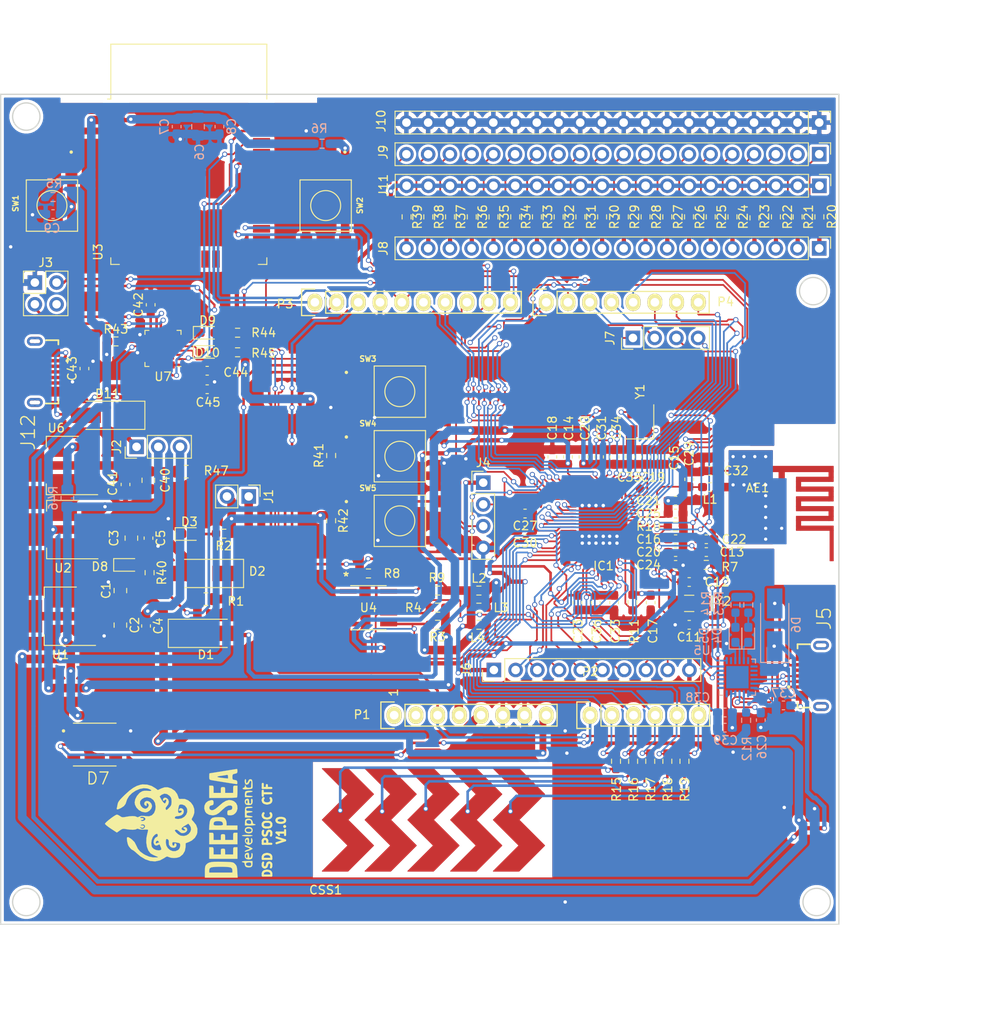
<source format=kicad_pcb>
(kicad_pcb (version 20171130) (host pcbnew "(5.1.12)-1")
  (title_block (date "lun. 30 mars 2015"))
  (layers (0 F.Cu signal) (31 B.Cu signal) (34 B.Paste user) (35 F.Paste user) (36 B.SilkS user) (37 F.SilkS user) (38 B.Mask user) (39 F.Mask user) (44 Edge.Cuts user))
  (net 0 "")
  (net 1 +5V)
  (net 2 GND)
  (net 3 "Net-(P1-Pad1)")
  (net 4 +3V3)
  (net 5 +12V)
  (net 6 /power_supply/5VExt)
  (net 7 VDD)
  (net 8 /MONITOR/EN)
  (net 9 /MONITOR/BOOT)
  (net 10 /MCU_Target/XTAL32I)
  (net 11 /MCU_Target/XTAL32O)
  (net 12 /MCU_Target/XRES)
  (net 13 /MCU_Target/VDDR)
  (net 14 /MCU_Target/VCCD)
  (net 15 /MCU_Target/VREF)
  (net 16 "Net-(C26-Pad1)")
  (net 17 /MCU_Target/VDDA)
  (net 18 /MCU_Target/ANT)
  (net 19 GNDPWR)
  (net 20 /MCU_Target/3V3SWD)
  (net 21 "Net-(D3-Pad2)")
  (net 22 "Net-(D4-Pad2)")
  (net 23 "Net-(D4-Pad1)")
  (net 24 "Net-(D5-Pad2)")
  (net 25 "Net-(D5-Pad1)")
  (net 26 "Net-(D6-Pad2)")
  (net 27 /MCU_Target/XTAL24O)
  (net 28 /MCU_Target/XTAL24I)
  (net 29 "Net-(J3-Pad4)")
  (net 30 "Net-(J5-Pad4)")
  (net 31 /MCU_Target/D+)
  (net 32 /MCU_Target/D-)
  (net 33 "Net-(R8-Pad1)")
  (net 34 "Net-(R12-Pad2)")
  (net 35 "Net-(U3-Pad37)")
  (net 36 "Net-(U3-Pad32)")
  (net 37 "Net-(U3-Pad31)")
  (net 38 "Net-(U3-Pad30)")
  (net 39 "Net-(U3-Pad29)")
  (net 40 "Net-(U3-Pad26)")
  (net 41 "Net-(U3-Pad24)")
  (net 42 "Net-(U3-Pad23)")
  (net 43 "Net-(U3-Pad22)")
  (net 44 "Net-(U3-Pad21)")
  (net 45 "Net-(U3-Pad20)")
  (net 46 "Net-(U3-Pad19)")
  (net 47 "Net-(U3-Pad18)")
  (net 48 "Net-(U3-Pad17)")
  (net 49 "Net-(U3-Pad16)")
  (net 50 "Net-(U3-Pad14)")
  (net 51 "Net-(U3-Pad13)")
  (net 52 "Net-(U3-Pad12)")
  (net 53 "Net-(U3-Pad11)")
  (net 54 "Net-(U3-Pad10)")
  (net 55 "Net-(U3-Pad9)")
  (net 56 "Net-(U3-Pad8)")
  (net 57 "Net-(U3-Pad7)")
  (net 58 "Net-(U3-Pad6)")
  (net 59 "Net-(U3-Pad5)")
  (net 60 "Net-(U3-Pad4)")
  (net 61 "Net-(U4-Pad1)")
  (net 62 "Net-(U5-Pad25)")
  (net 63 "Net-(U5-Pad22)")
  (net 64 "Net-(U5-Pad21)")
  (net 65 "Net-(U5-Pad20)")
  (net 66 "Net-(U5-Pad19)")
  (net 67 "Net-(U5-Pad18)")
  (net 68 "Net-(U5-Pad9)")
  (net 69 "Net-(U5-Pad8)")
  (net 70 "Net-(U5-Pad7)")
  (net 71 "Net-(U5-Pad6)")
  (net 72 "Net-(U5-Pad2)")
  (net 73 P0.4)
  (net 74 P4.0)
  (net 75 P4.1)
  (net 76 P3.7)
  (net 77 P3.6)
  (net 78 P3.5)
  (net 79 P3.4)
  (net 80 P3.3)
  (net 81 P3.2)
  (net 82 P3.1)
  (net 83 P3.0)
  (net 84 P2.7)
  (net 85 P2.6)
  (net 86 P2.5)
  (net 87 P2.4)
  (net 88 P2.3)
  (net 89 P2.2)
  (net 90 P2.1)
  (net 91 P2.0)
  (net 92 P1.7)
  (net 93 P1.6)
  (net 94 P1.5)
  (net 95 P1.4)
  (net 96 P1.3)
  (net 97 P1.2)
  (net 98 P1.1)
  (net 99 P1.0)
  (net 100 P0.7)
  (net 101 P0.6)
  (net 102 P0.5)
  (net 103 P0.3)
  (net 104 P0.2)
  (net 105 P0.1)
  (net 106 P0.0)
  (net 107 P5.1)
  (net 108 P5.0)
  (net 109 "Net-(CSS1-Pad5)")
  (net 110 "Net-(CSS1-Pad4)")
  (net 111 "Net-(CSS1-Pad3)")
  (net 112 "Net-(CSS1-Pad2)")
  (net 113 "Net-(CSS1-Pad1)")
  (net 114 "Net-(D7-Pad3)")
  (net 115 "Net-(D7-Pad1)")
  (net 116 /MCU_Target/VDDD)
  (net 117 "Net-(J9-Pad1)")
  (net 118 "Net-(J8-Pad10)")
  (net 119 "Net-(J9-Pad2)")
  (net 120 "Net-(J8-Pad9)")
  (net 121 "Net-(J9-Pad3)")
  (net 122 "Net-(J8-Pad8)")
  (net 123 "Net-(J9-Pad4)")
  (net 124 "Net-(J8-Pad7)")
  (net 125 "Net-(J9-Pad5)")
  (net 126 "Net-(J8-Pad6)")
  (net 127 "Net-(J9-Pad6)")
  (net 128 "Net-(J8-Pad5)")
  (net 129 "Net-(J9-Pad7)")
  (net 130 "Net-(J8-Pad4)")
  (net 131 "Net-(J9-Pad8)")
  (net 132 "Net-(J8-Pad3)")
  (net 133 "Net-(J9-Pad9)")
  (net 134 "Net-(J8-Pad2)")
  (net 135 "Net-(J9-Pad10)")
  (net 136 "Net-(J8-Pad1)")
  (net 137 "Net-(J8-Pad20)")
  (net 138 "Net-(J8-Pad19)")
  (net 139 "Net-(J8-Pad18)")
  (net 140 "Net-(J8-Pad17)")
  (net 141 "Net-(J8-Pad16)")
  (net 142 "Net-(J8-Pad15)")
  (net 143 "Net-(J8-Pad14)")
  (net 144 "Net-(J8-Pad13)")
  (net 145 "Net-(J8-Pad12)")
  (net 146 "Net-(J8-Pad11)")
  (net 147 "Net-(J9-Pad20)")
  (net 148 "Net-(J9-Pad19)")
  (net 149 "Net-(J9-Pad18)")
  (net 150 "Net-(J9-Pad17)")
  (net 151 "Net-(J9-Pad16)")
  (net 152 "Net-(J9-Pad15)")
  (net 153 "Net-(J9-Pad14)")
  (net 154 "Net-(J9-Pad13)")
  (net 155 "Net-(J9-Pad12)")
  (net 156 "Net-(J9-Pad11)")
  (net 157 "Net-(D8-Pad2)")
  (net 158 "Net-(C42-Pad1)")
  (net 159 /MCU_Target/VBUS)
  (net 160 "Net-(D9-Pad2)")
  (net 161 "Net-(D9-Pad1)")
  (net 162 "Net-(D10-Pad2)")
  (net 163 "Net-(D10-Pad1)")
  (net 164 "Net-(D11-Pad2)")
  (net 165 /MONITOR/TXD)
  (net 166 /MONITOR/RXD)
  (net 167 "Net-(J12-Pad4)")
  (net 168 /MONITOR/D+)
  (net 169 /MONITOR/D-)
  (net 170 "Net-(R43-Pad2)")
  (net 171 "Net-(U7-Pad25)")
  (net 172 "Net-(U7-Pad22)")
  (net 173 "Net-(U7-Pad21)")
  (net 174 "Net-(U7-Pad20)")
  (net 175 "Net-(U7-Pad19)")
  (net 176 "Net-(U7-Pad18)")
  (net 177 "Net-(U7-Pad9)")
  (net 178 "Net-(U7-Pad8)")
  (net 179 "Net-(U7-Pad7)")
  (net 180 "Net-(U7-Pad6)")
  (net 181 "Net-(U7-Pad2)")
  (net 182 Earth)
  (net 183 "Net-(P1-Pad2)")
  (net 184 "Net-(C40-Pad1)")
  (net 185 "Net-(R46-Pad1)")
  (net 186 VCC)
  (module Psoc-CTF:logo3 (layer F.Cu) (at 133.998 131.565 90)
    (fp_text reference G*** hide)
    (fp_text value LOGO hide)
  )
  (module Capacitor_SMD:C_0603_1608Metric_Pad1.08x0.95mm_HandSolder (layer F.Cu) (at 130.284 98.238 270)
    (fp_text reference C5 (at 0 -1.43 90) (layer F.SilkS))
    (fp_text value 10uF)
    (pad 2 smd roundrect (at 0.8625 0 270) (size 1.075 0.95) (layers F.Cu F.Paste F.Mask) (net 2 GND))
    (pad 1 smd roundrect (at -0.8625 0 270) (size 1.075 0.95) (layers F.Cu F.Paste F.Mask) (net 4 +3V3))
  )
  (module Psoc-CTF:QFN40P700X700X60-57N (layer F.Cu) (at 183.4349 96.7708 180)
    (fp_text reference IC1 (at -0.050007 -4.71003) (layer F.SilkS) (effects (font (size 1.000142 1.000142))))
    (fp_text value CY8C4248LQI-BL583)
    (pad 59 smd circle (at -4.3095 4.3095 180) (size 1 1) (layers F.Cu F.Paste F.Mask))
    (pad 58 smd circle (at 4.3095 -4.3095 180) (size 1 1) (layers F.Cu F.Paste F.Mask))
    (pad 57 smd rect (at 0 0 180) (size 5.7 5.7) (layers F.Cu F.Paste F.Mask) (net 2 GND))
    (pad 56 smd oval (at -2.6 -3.5 270) (size 0.8 0.2) (layers F.Cu F.Paste F.Mask) (net 14 /MCU_Target/VCCD))
    (pad 55 smd oval (at -2.2 -3.5 270) (size 0.8 0.2) (layers F.Cu F.Paste F.Mask) (net 2 GND))
    (pad 54 smd oval (at -1.8 -3.5 270) (size 0.8 0.2) (layers F.Cu F.Paste F.Mask) (net 76 P3.7))
    (pad 53 smd oval (at -1.4 -3.5 270) (size 0.8 0.2) (layers F.Cu F.Paste F.Mask) (net 77 P3.6))
    (pad 52 smd oval (at -1 -3.5 270) (size 0.8 0.2) (layers F.Cu F.Paste F.Mask) (net 78 P3.5))
    (pad 51 smd oval (at -0.6 -3.5 270) (size 0.8 0.2) (layers F.Cu F.Paste F.Mask) (net 79 P3.4))
    (pad 50 smd oval (at -0.2 -3.5 270) (size 0.8 0.2) (layers F.Cu F.Paste F.Mask) (net 80 P3.3))
    (pad 49 smd oval (at 0.2 -3.5 270) (size 0.8 0.2) (layers F.Cu F.Paste F.Mask) (net 81 P3.2))
    (pad 48 smd oval (at 0.6 -3.5 270) (size 0.8 0.2) (layers F.Cu F.Paste F.Mask) (net 82 P3.1))
    (pad 47 smd oval (at 1 -3.5 270) (size 0.8 0.2) (layers F.Cu F.Paste F.Mask) (net 83 P3.0))
    (pad 46 smd oval (at 1.4 -3.5 270) (size 0.8 0.2) (layers F.Cu F.Paste F.Mask) (net 17 /MCU_Target/VDDA))
    (pad 45 smd oval (at 1.8 -3.5 270) (size 0.8 0.2) (layers F.Cu F.Paste F.Mask) (net 15 /MCU_Target/VREF))
    (pad 44 smd oval (at 2.2 -3.5 270) (size 0.8 0.2) (layers F.Cu F.Paste F.Mask) (net 84 P2.7))
    (pad 43 smd oval (at 2.6 -3.5 270) (size 0.8 0.2) (layers F.Cu F.Paste F.Mask) (net 85 P2.6))
    (pad 42 smd oval (at 3.5 -2.6 180) (size 0.8 0.2) (layers F.Cu F.Paste F.Mask) (net 86 P2.5))
    (pad 41 smd oval (at 3.5 -2.2 180) (size 0.8 0.2) (layers F.Cu F.Paste F.Mask) (net 87 P2.4))
    (pad 40 smd oval (at 3.5 -1.8 180) (size 0.8 0.2) (layers F.Cu F.Paste F.Mask) (net 88 P2.3))
    (pad 39 smd oval (at 3.5 -1.4 180) (size 0.8 0.2) (layers F.Cu F.Paste F.Mask) (net 89 P2.2))
    (pad 38 smd oval (at 3.5 -1 180) (size 0.8 0.2) (layers F.Cu F.Paste F.Mask) (net 90 P2.1))
    (pad 37 smd oval (at 3.5 -0.6 180) (size 0.8 0.2) (layers F.Cu F.Paste F.Mask) (net 91 P2.0))
    (pad 36 smd oval (at 3.5 -0.2 180) (size 0.8 0.2) (layers F.Cu F.Paste F.Mask) (net 17 /MCU_Target/VDDA))
    (pad 35 smd oval (at 3.5 0.2 180) (size 0.8 0.2) (layers F.Cu F.Paste F.Mask) (net 92 P1.7))
    (pad 34 smd oval (at 3.5 0.6 180) (size 0.8 0.2) (layers F.Cu F.Paste F.Mask) (net 93 P1.6))
    (pad 33 smd oval (at 3.5 1 180) (size 0.8 0.2) (layers F.Cu F.Paste F.Mask) (net 94 P1.5))
    (pad 32 smd oval (at 3.5 1.4 180) (size 0.8 0.2) (layers F.Cu F.Paste F.Mask) (net 95 P1.4))
    (pad 31 smd oval (at 3.5 1.8 180) (size 0.8 0.2) (layers F.Cu F.Paste F.Mask) (net 96 P1.3))
    (pad 30 smd oval (at 3.5 2.2 180) (size 0.8 0.2) (layers F.Cu F.Paste F.Mask) (net 97 P1.2))
    (pad 29 smd oval (at 3.5 2.6 180) (size 0.8 0.2) (layers F.Cu F.Paste F.Mask) (net 98 P1.1))
    (pad 28 smd oval (at 2.6 3.5 270) (size 0.8 0.2) (layers F.Cu F.Paste F.Mask) (net 99 P1.0))
    (pad 27 smd oval (at 2.2 3.5 270) (size 0.8 0.2) (layers F.Cu F.Paste F.Mask) (net 100 P0.7))
    (pad 26 smd oval (at 1.8 3.5 270) (size 0.8 0.2) (layers F.Cu F.Paste F.Mask) (net 101 P0.6))
    (pad 25 smd oval (at 1.4 3.5 270) (size 0.8 0.2) (layers F.Cu F.Paste F.Mask) (net 102 P0.5))
    (pad 24 smd oval (at 1 3.5 270) (size 0.8 0.2) (layers F.Cu F.Paste F.Mask) (net 73 P0.4))
    (pad 23 smd oval (at 0.6 3.5 270) (size 0.8 0.2) (layers F.Cu F.Paste F.Mask) (net 116 /MCU_Target/VDDD))
    (pad 22 smd oval (at 0.2 3.5 270) (size 0.8 0.2) (layers F.Cu F.Paste F.Mask) (net 103 P0.3))
    (pad 21 smd oval (at -0.2 3.5 270) (size 0.8 0.2) (layers F.Cu F.Paste F.Mask) (net 104 P0.2))
    (pad 20 smd oval (at -0.6 3.5 270) (size 0.8 0.2) (layers F.Cu F.Paste F.Mask) (net 105 P0.1))
    (pad 19 smd oval (at -1 3.5 270) (size 0.8 0.2) (layers F.Cu F.Paste F.Mask) (net 106 P0.0))
    (pad 18 smd oval (at -1.4 3.5 270) (size 0.8 0.2) (layers F.Cu F.Paste F.Mask) (net 13 /MCU_Target/VDDR))
    (pad 17 smd oval (at -1.8 3.5 270) (size 0.8 0.2) (layers F.Cu F.Paste F.Mask) (net 27 /MCU_Target/XTAL24O))
    (pad 16 smd oval (at -2.2 3.5 270) (size 0.8 0.2) (layers F.Cu F.Paste F.Mask) (net 28 /MCU_Target/XTAL24I))
    (pad 15 smd oval (at -2.6 3.5 270) (size 0.8 0.2) (layers F.Cu F.Paste F.Mask) (net 13 /MCU_Target/VDDR))
    (pad 14 smd oval (at -3.5 2.6 180) (size 0.8 0.2) (layers F.Cu F.Paste F.Mask) (net 13 /MCU_Target/VDDR))
    (pad 13 smd oval (at -3.5 2.2 180) (size 0.8 0.2) (layers F.Cu F.Paste F.Mask) (net 2 GND))
    (pad 12 smd oval (at -3.5 1.8 180) (size 0.8 0.2) (layers F.Cu F.Paste F.Mask) (net 18 /MCU_Target/ANT))
    (pad 11 smd oval (at -3.5 1.4 180) (size 0.8 0.2) (layers F.Cu F.Paste F.Mask) (net 2 GND))
    (pad 10 smd oval (at -3.5 1 180) (size 0.8 0.2) (layers F.Cu F.Paste F.Mask) (net 13 /MCU_Target/VDDR))
    (pad 9 smd oval (at -3.5 0.6 180) (size 0.8 0.2) (layers F.Cu F.Paste F.Mask) (net 2 GND))
    (pad 8 smd oval (at -3.5 0.2 180) (size 0.8 0.2) (layers F.Cu F.Paste F.Mask) (net 107 P5.1))
    (pad 7 smd oval (at -3.5 -0.2 180) (size 0.8 0.2) (layers F.Cu F.Paste F.Mask) (net 108 P5.0))
    (pad 6 smd oval (at -3.5 -0.6 180) (size 0.8 0.2) (layers F.Cu F.Paste F.Mask) (net 75 P4.1))
    (pad 5 smd oval (at -3.5 -1 180) (size 0.8 0.2) (layers F.Cu F.Paste F.Mask) (net 74 P4.0))
    (pad 4 smd oval (at -3.5 -1.4 180) (size 0.8 0.2) (layers F.Cu F.Paste F.Mask) (net 12 /MCU_Target/XRES))
    (pad 3 smd oval (at -3.5 -1.8 180) (size 0.8 0.2) (layers F.Cu F.Paste F.Mask) (net 10 /MCU_Target/XTAL32I))
    (pad 2 smd oval (at -3.5 -2.2 180) (size 0.8 0.2) (layers F.Cu F.Paste F.Mask) (net 11 /MCU_Target/XTAL32O))
    (pad 1 smd oval (at -3.5 -2.6 180) (size 0.8 0.2) (layers F.Cu F.Paste F.Mask) (net 116 /MCU_Target/VDDD))
  )
  (module Package_DFN_QFN:QFN-24-1EP_4x4mm_P0.5mm_EP2.6x2.6mm (layer F.Cu) (at 131.9772 76.064 180)
    (fp_text reference U7 (at 0 -3.3) (layer F.SilkS))
    (fp_text value CY7C65211-24LTXI)
    (pad 25 smd rect (at 0 0 180) (size 2.6 2.6) (layers F.Cu F.Mask) (net 171 "Net-(U7-Pad25)"))
    (pad 24 smd roundrect (at -1.25 -1.9375 180) (size 0.25 0.825) (layers F.Cu F.Paste F.Mask) (net 4 +3V3))
    (pad 23 smd roundrect (at -0.75 -1.9375 180) (size 0.25 0.825) (layers F.Cu F.Paste F.Mask) (net 165 /MONITOR/TXD))
    (pad 22 smd roundrect (at -0.25 -1.9375 180) (size 0.25 0.825) (layers F.Cu F.Paste F.Mask) (net 172 "Net-(U7-Pad22)"))
    (pad 21 smd roundrect (at 0.25 -1.9375 180) (size 0.25 0.825) (layers F.Cu F.Paste F.Mask) (net 173 "Net-(U7-Pad21)"))
    (pad 20 smd roundrect (at 0.75 -1.9375 180) (size 0.25 0.825) (layers F.Cu F.Paste F.Mask) (net 174 "Net-(U7-Pad20)"))
    (pad 19 smd roundrect (at 1.25 -1.9375 180) (size 0.25 0.825) (layers F.Cu F.Paste F.Mask) (net 175 "Net-(U7-Pad19)"))
    (pad 18 smd roundrect (at 1.9375 -1.25 180) (size 0.825 0.25) (layers F.Cu F.Paste F.Mask) (net 176 "Net-(U7-Pad18)"))
    (pad 17 smd roundrect (at 1.9375 -0.75 180) (size 0.825 0.25) (layers F.Cu F.Paste F.Mask) (net 2 GND))
    (pad 16 smd roundrect (at 1.9375 -0.25 180) (size 0.825 0.25) (layers F.Cu F.Paste F.Mask) (net 2 GND))
    (pad 15 smd roundrect (at 1.9375 0.25 180) (size 0.825 0.25) (layers F.Cu F.Paste F.Mask) (net 159 /MCU_Target/VBUS))
    (pad 14 smd roundrect (at 1.9375 0.75 180) (size 0.825 0.25) (layers F.Cu F.Paste F.Mask) (net 170 "Net-(R43-Pad2)"))
    (pad 13 smd roundrect (at 1.9375 1.25 180) (size 0.825 0.25) (layers F.Cu F.Paste F.Mask) (net 2 GND))
    (pad 12 smd roundrect (at 1.25 1.9375 180) (size 0.25 0.825) (layers F.Cu F.Paste F.Mask) (net 158 "Net-(C42-Pad1)"))
    (pad 11 smd roundrect (at 0.75 1.9375 180) (size 0.25 0.825) (layers F.Cu F.Paste F.Mask) (net 169 /MONITOR/D-))
    (pad 10 smd roundrect (at 0.25 1.9375 180) (size 0.25 0.825) (layers F.Cu F.Paste F.Mask) (net 168 /MONITOR/D+))
    (pad 9 smd roundrect (at -0.25 1.9375 180) (size 0.25 0.825) (layers F.Cu F.Paste F.Mask) (net 177 "Net-(U7-Pad9)"))
    (pad 8 smd roundrect (at -0.75 1.9375 180) (size 0.25 0.825) (layers F.Cu F.Paste F.Mask) (net 178 "Net-(U7-Pad8)"))
    (pad 7 smd roundrect (at -1.25 1.9375 180) (size 0.25 0.825) (layers F.Cu F.Paste F.Mask) (net 179 "Net-(U7-Pad7)"))
    (pad 6 smd roundrect (at -1.9375 1.25 180) (size 0.825 0.25) (layers F.Cu F.Paste F.Mask) (net 180 "Net-(U7-Pad6)"))
    (pad 5 smd roundrect (at -1.9375 0.75 180) (size 0.825 0.25) (layers F.Cu F.Paste F.Mask) (net 161 "Net-(D9-Pad1)"))
    (pad 4 smd roundrect (at -1.9375 0.25 180) (size 0.825 0.25) (layers F.Cu F.Paste F.Mask) (net 163 "Net-(D10-Pad1)"))
    (pad 3 smd roundrect (at -1.9375 -0.25 180) (size 0.825 0.25) (layers F.Cu F.Paste F.Mask) (net 2 GND))
    (pad 2 smd roundrect (at -1.9375 -0.75 180) (size 0.825 0.25) (layers F.Cu F.Paste F.Mask) (net 181 "Net-(U7-Pad2)"))
    (pad 1 smd roundrect (at -1.9375 -1.25 180) (size 0.825 0.25) (layers F.Cu F.Paste F.Mask) (net 166 /MONITOR/RXD))
  )
  (module Package_TO_SOT_SMD:SOT-223-3_TabPin2 (layer F.Cu) (at 120.244799 89.745 180)
    (fp_text reference U6 (at 0.746799 4.38) (layer F.SilkS))
    (fp_text value AMS1117-3.3)
    (pad 1 smd rect (at -3.15 -2.3 180) (size 2 1.5) (layers F.Cu F.Paste F.Mask) (net 2 GND))
    (pad 3 smd rect (at -3.15 2.3 180) (size 2 1.5) (layers F.Cu F.Paste F.Mask) (net 185 "Net-(R46-Pad1)"))
    (pad 2 smd rect (at -3.15 0 180) (size 2 1.5) (layers F.Cu F.Paste F.Mask) (net 184 "Net-(C40-Pad1)"))
    (pad 2 smd rect (at 3.15 0 180) (size 2 3.8) (layers F.Cu F.Paste F.Mask) (net 184 "Net-(C40-Pad1)"))
  )
  (module Resistor_SMD:R_0603_1608Metric_Pad0.98x0.95mm_HandSolder (layer F.Cu) (at 140.7 76.515 180)
    (fp_text reference R45 (at -3.048 -0.1) (layer F.SilkS))
    (fp_text value 1K)
    (pad 2 smd roundrect (at 0.9125 0 180) (size 0.975 0.95) (layers F.Cu F.Paste F.Mask) (net 162 "Net-(D10-Pad2)"))
    (pad 1 smd roundrect (at -0.9125 0 180) (size 0.975 0.95) (layers F.Cu F.Paste F.Mask) (net 7 VDD))
  )
  (module Resistor_SMD:R_0603_1608Metric_Pad0.98x0.95mm_HandSolder (layer F.Cu) (at 140.7 74.229 180)
    (fp_text reference R44 (at -3.048 0) (layer F.SilkS))
    (fp_text value 1K)
    (pad 2 smd roundrect (at 0.9125 0 180) (size 0.975 0.95) (layers F.Cu F.Paste F.Mask) (net 160 "Net-(D9-Pad2)"))
    (pad 1 smd roundrect (at -0.9125 0 180) (size 0.975 0.95) (layers F.Cu F.Paste F.Mask) (net 7 VDD))
  )
  (module Resistor_SMD:R_0603_1608Metric_Pad0.98x0.95mm_HandSolder (layer F.Cu) (at 126.476 75.245)
    (fp_text reference R43 (at 0 -1.43) (layer F.SilkS))
    (fp_text value 10k)
    (pad 2 smd roundrect (at 0.9125 0) (size 0.975 0.95) (layers F.Cu F.Paste F.Mask) (net 170 "Net-(R43-Pad2)"))
    (pad 1 smd roundrect (at -0.9125 0) (size 0.975 0.95) (layers F.Cu F.Paste F.Mask) (net 4 +3V3))
  )
  (module Psoc-CTF:microUSB (layer F.Cu) (at 116.998 78.801 270)
    (fp_text reference J12 (at 7.064 0.79 90) (layer F.SilkS) (effects (font (size 1.600252 1.600252))))
    (fp_text value USB3076-XX-X_REVC)
    (fp_line (start -3.35 -0.402) (end -3.35 0.4) (layer Edge.Cuts) (width 0.01))
    (fp_line (start -3.8 0.4) (end -3.8 -0.401) (layer Edge.Cuts) (width 0.01))
    (fp_poly (pts (xy -3.35 0) (xy -3.35 0.4) (xy -3.35 0.412) (xy -3.351 0.424) (xy -3.353 0.435) (xy -3.355 0.447) (xy -3.358 0.458) (xy -3.361 0.47) (xy -3.365 0.481) (xy -3.369 0.492) (xy -3.375 0.502) (xy -3.38 0.512) (xy -3.386 0.523) (xy -3.393 0.532) (xy -3.4 0.542) (xy -3.408 0.551) (xy -3.416 0.559) (xy -3.424 0.567) (xy -3.433 0.575) (xy -3.443 0.582) (xy -3.452 0.589) (xy -3.463 0.595) (xy -3.473 0.6) (xy -3.483 0.606) (xy -3.494 0.61) (xy -3.505 0.614) (xy -3.517 0.617) (xy -3.528 0.62) (xy -3.54 0.622) (xy -3.551 0.624) (xy -3.563 0.625) (xy -3.575 0.625) (xy -3.587 0.625) (xy -3.599 0.624) (xy -3.61 0.622) (xy -3.622 0.62) (xy -3.633 0.617) (xy -3.645 0.614) (xy -3.656 0.61) (xy -3.667 0.606) (xy -3.677 0.6) (xy -3.688 0.595) (xy -3.698 0.589) (xy -3.707 0.582) (xy -3.717 0.575) (xy -3.726 0.567) (xy -3.734 0.559) (xy -3.742 0.551) (xy -3.75 0.542) (xy -3.757 0.532) (xy -3.764 0.523) (xy -3.77 0.513) (xy -3.775 0.502) (xy -3.781 0.492) (xy -3.785 0.481) (xy -3.789 0.47) (xy -3.792 0.458) (xy -3.795 0.447) (xy -3.797 0.435) (xy -3.799 0.424) (xy -3.8 0.412) (xy -3.8 0.4) (xy -3.8 0) (xy -4.1 0) (xy -4.1 0.35) (xy -4.101 0.375) (xy -4.1 0.404) (xy -4.098 0.433) (xy -4.094 0.461) (xy -4.089 0.489) (xy -4.082 0.517) (xy -4.074 0.545) (xy -4.064 0.572) (xy -4.053 0.599) (xy -4.041 0.625) (xy -4.027 0.65) (xy -4.012 0.675) (xy -3.995 0.699) (xy -3.978 0.721) (xy -3.959 0.743) (xy -3.939 0.764) (xy -3.918 0.784) (xy -3.896 0.803) (xy -3.874 0.82) (xy -3.85 0.837) (xy -3.825 0.852) (xy -3.8 0.866) (xy -3.774 0.878) (xy -3.747 0.889) (xy -3.72 0.899) (xy -3.692 0.907) (xy -3.664 0.914) (xy -3.636 0.919) (xy -3.608 0.923) (xy -3.575 0.925) (xy -3.548 0.924) (xy -3.52 0.922) (xy -3.493 0.919) (xy -3.466 0.914) (xy -3.439 0.907) (xy -3.413 0.899) (xy -3.387 0.89) (xy -3.361 0.88) (xy -3.337 0.868) (xy -3.313 0.855) (xy -3.289 0.84) (xy -3.266 0.825) (xy -3.245 0.808) (xy -3.224 0.79) (xy -3.204 0.771) (xy -3.185 0.751) (xy -3.167 0.73) (xy -3.15 0.709) (xy -3.135 0.686) (xy -3.12 0.662) (xy -3.107 0.638) (xy -3.095 0.614) (xy -3.085 0.588) (xy -3.076 0.562) (xy -3.068 0.536) (xy -3.061 0.509) (xy -3.056 0.482) (xy -3.053 0.455) (xy -3.051 0.427) (xy -3.05 0.4) (xy -3.05 0) (xy -3.35 0)) (layer F.Cu) (width 0.001))
    (fp_poly (pts (xy -3.8 0) (xy -3.8 -0.4) (xy -3.8 -0.412) (xy -3.799 -0.424) (xy -3.797 -0.435) (xy -3.795 -0.447) (xy -3.792 -0.458) (xy -3.789 -0.47) (xy -3.785 -0.481) (xy -3.781 -0.492) (xy -3.775 -0.502) (xy -3.77 -0.513) (xy -3.764 -0.523) (xy -3.757 -0.532) (xy -3.75 -0.542) (xy -3.742 -0.551) (xy -3.734 -0.559) (xy -3.726 -0.567) (xy -3.717 -0.575) (xy -3.707 -0.582) (xy -3.698 -0.589) (xy -3.688 -0.595) (xy -3.677 -0.6) (xy -3.667 -0.606) (xy -3.656 -0.61) (xy -3.645 -0.614) (xy -3.633 -0.617) (xy -3.622 -0.62) (xy -3.61 -0.622) (xy -3.599 -0.624) (xy -3.587 -0.625) (xy -3.575 -0.625) (xy -3.563 -0.625) (xy -3.551 -0.624) (xy -3.54 -0.622) (xy -3.528 -0.62) (xy -3.517 -0.617) (xy -3.505 -0.614) (xy -3.494 -0.61) (xy -3.483 -0.606) (xy -3.473 -0.6) (xy -3.463 -0.595) (xy -3.452 -0.589) (xy -3.443 -0.582) (xy -3.433 -0.575) (xy -3.424 -0.567) (xy -3.416 -0.559) (xy -3.408 -0.551) (xy -3.4 -0.542) (xy -3.393 -0.532) (xy -3.386 -0.523) (xy -3.38 -0.512) (xy -3.375 -0.502) (xy -3.369 -0.492) (xy -3.365 -0.481) (xy -3.361 -0.47) (xy -3.358 -0.458) (xy -3.355 -0.447) (xy -3.353 -0.435) (xy -3.351 -0.424) (xy -3.35 -0.412) (xy -3.35 -0.4) (xy -3.35 0) (xy -3.05 0) (xy -3.05 -0.35) (xy -3.049 -0.375) (xy -3.05 -0.404) (xy -3.052 -0.433) (xy -3.056 -0.461) (xy -3.061 -0.489) (xy -3.068 -0.517) (xy -3.076 -0.545) (xy -3.086 -0.572) (xy -3.097 -0.599) (xy -3.109 -0.625) (xy -3.123 -0.65) (xy -3.138 -0.675) (xy -3.155 -0.699) (xy -3.172 -0.721) (xy -3.191 -0.743) (xy -3.211 -0.764) (xy -3.232 -0.784) (xy -3.254 -0.803) (xy -3.276 -0.82) (xy -3.3 -0.837) (xy -3.325 -0.852) (xy -3.35 -0.866) (xy -3.376 -0.878) (xy -3.403 -0.889) (xy -3.43 -0.899) (xy -3.458 -0.907) (xy -3.486 -0.914) (xy -3.514 -0.919) (xy -3.542 -0.923) (xy -3.575 -0.925) (xy -3.602 -0.924) (xy -3.63 -0.922) (xy -3.657 -0.919) (xy -3.684 -0.914) (xy -3.711 -0.907) (xy -3.737 -0.899) (xy -3.763 -0.89) (xy -3.789 -0.88) (xy -3.813 -0.868) (xy -3.837 -0.855) (xy -3.861 -0.84) (xy -3.884 -0.825) (xy -3.905 -0.808) (xy -3.926 -0.79) (xy -3.946 -0.771) (xy -3.965 -0.751) (xy -3.983 -0.73) (xy -4 -0.709) (xy -4.015 -0.686) (xy -4.03 -0.663) (xy -4.043 -0.638) (xy -4.055 -0.614) (xy -4.065 -0.588) (xy -4.074 -0.562) (xy -4.082 -0.536) (xy -4.089 -0.509) (xy -4.094 -0.482) (xy -4.097 -0.455) (xy -4.099 -0.427) (xy -4.1 -0.4) (xy -4.1 0) (xy -3.8 0)) (layer B.Cu) (width 0.001))
    (fp_poly (pts (xy -3.35 0) (xy -3.35 0.4) (xy -3.35 0.412) (xy -3.351 0.424) (xy -3.353 0.435) (xy -3.355 0.447) (xy -3.358 0.458) (xy -3.361 0.47) (xy -3.365 0.481) (xy -3.369 0.492) (xy -3.375 0.502) (xy -3.38 0.512) (xy -3.386 0.523) (xy -3.393 0.532) (xy -3.4 0.542) (xy -3.408 0.551) (xy -3.416 0.559) (xy -3.424 0.567) (xy -3.433 0.575) (xy -3.443 0.582) (xy -3.452 0.589) (xy -3.463 0.595) (xy -3.473 0.6) (xy -3.483 0.606) (xy -3.494 0.61) (xy -3.505 0.614) (xy -3.517 0.617) (xy -3.528 0.62) (xy -3.54 0.622) (xy -3.551 0.624) (xy -3.563 0.625) (xy -3.575 0.625) (xy -3.587 0.625) (xy -3.599 0.624) (xy -3.61 0.622) (xy -3.622 0.62) (xy -3.633 0.617) (xy -3.645 0.614) (xy -3.656 0.61) (xy -3.667 0.606) (xy -3.677 0.6) (xy -3.688 0.595) (xy -3.698 0.589) (xy -3.707 0.582) (xy -3.717 0.575) (xy -3.726 0.567) (xy -3.734 0.559) (xy -3.742 0.551) (xy -3.75 0.542) (xy -3.757 0.532) (xy -3.764 0.523) (xy -3.77 0.513) (xy -3.775 0.502) (xy -3.781 0.492) (xy -3.785 0.481) (xy -3.789 0.47) (xy -3.792 0.458) (xy -3.795 0.447) (xy -3.797 0.435) (xy -3.799 0.424) (xy -3.8 0.412) (xy -3.8 0.4) (xy -3.8 0) (xy -4.1 0) (xy -4.1 0.35) (xy -4.101 0.375) (xy -4.1 0.404) (xy -4.098 0.433) (xy -4.094 0.461) (xy -4.089 0.489) (xy -4.082 0.517) (xy -4.074 0.545) (xy -4.064 0.572) (xy -4.053 0.599) (xy -4.041 0.625) (xy -4.027 0.65) (xy -4.012 0.675) (xy -3.995 0.699) (xy -3.978 0.721) (xy -3.959 0.743) (xy -3.939 0.764) (xy -3.918 0.784) (xy -3.896 0.803) (xy -3.874 0.82) (xy -3.85 0.837) (xy -3.825 0.852) (xy -3.8 0.866) (xy -3.774 0.878) (xy -3.747 0.889) (xy -3.72 0.899) (xy -3.692 0.907) (xy -3.664 0.914) (xy -3.636 0.919) (xy -3.608 0.923) (xy -3.575 0.925) (xy -3.548 0.924) (xy -3.52 0.922) (xy -3.493 0.919) (xy -3.466 0.914) (xy -3.439 0.907) (xy -3.413 0.899) (xy -3.387 0.89) (xy -3.361 0.88) (xy -3.337 0.868) (xy -3.313 0.855) (xy -3.289 0.84) (xy -3.266 0.825) (xy -3.245 0.808) (xy -3.224 0.79) (xy -3.204 0.771) (xy -3.185 0.751) (xy -3.167 0.73) (xy -3.15 0.709) (xy -3.135 0.686) (xy -3.12 0.662) (xy -3.107 0.638) (xy -3.095 0.614) (xy -3.085 0.588) (xy -3.076 0.562) (xy -3.068 0.536) (xy -3.061 0.509) (xy -3.056 0.482) (xy -3.053 0.455) (xy -3.051 0.427) (xy -3.05 0.4) (xy -3.05 0) (xy -3.35 0)) (layer B.Cu) (width 0.001))
    (fp_line (start 3.8 -0.402) (end 3.8 0.4) (layer Edge.Cuts) (width 0.01))
    (fp_line (start 3.35 0.4) (end 3.35 -0.401) (layer Edge.Cuts) (width 0.01))
    (fp_poly (pts (xy 3.8 0) (xy 3.8 0.4) (xy 3.8 0.412) (xy 3.799 0.424) (xy 3.797 0.435) (xy 3.795 0.447) (xy 3.792 0.458) (xy 3.789 0.47) (xy 3.785 0.481) (xy 3.781 0.492) (xy 3.775 0.502) (xy 3.77 0.513) (xy 3.764 0.523) (xy 3.757 0.532) (xy 3.75 0.542) (xy 3.742 0.551) (xy 3.734 0.559) (xy 3.726 0.567) (xy 3.717 0.575) (xy 3.707 0.582) (xy 3.698 0.589) (xy 3.688 0.595) (xy 3.677 0.6) (xy 3.667 0.606) (xy 3.656 0.61) (xy 3.645 0.614) (xy 3.633 0.617) (xy 3.622 0.62) (xy 3.61 0.622) (xy 3.599 0.624) (xy 3.587 0.625) (xy 3.575 0.625) (xy 3.563 0.625) (xy 3.551 0.624) (xy 3.54 0.622) (xy 3.528 0.62) (xy 3.517 0.617) (xy 3.505 0.614) (xy 3.494 0.61) (xy 3.483 0.606) (xy 3.473 0.6) (xy 3.463 0.595) (xy 3.452 0.589) (xy 3.443 0.582) (xy 3.433 0.575) (xy 3.424 0.567) (xy 3.416 0.559) (xy 3.408 0.551) (xy 3.4 0.542) (xy 3.393 0.532) (xy 3.386 0.523) (xy 3.38 0.512) (xy 3.375 0.502) (xy 3.369 0.492) (xy 3.365 0.481) (xy 3.361 0.47) (xy 3.358 0.458) (xy 3.355 0.447) (xy 3.353 0.435) (xy 3.351 0.424) (xy 3.35 0.412) (xy 3.35 0.4) (xy 3.35 0) (xy 3.05 0) (xy 3.05 0.35) (xy 3.049 0.375) (xy 3.05 0.404) (xy 3.052 0.433) (xy 3.056 0.461) (xy 3.061 0.489) (xy 3.068 0.517) (xy 3.076 0.545) (xy 3.086 0.572) (xy 3.097 0.599) (xy 3.109 0.625) (xy 3.123 0.65) (xy 3.138 0.675) (xy 3.155 0.699) (xy 3.172 0.721) (xy 3.191 0.743) (xy 3.211 0.764) (xy 3.232 0.784) (xy 3.254 0.803) (xy 3.276 0.82) (xy 3.3 0.837) (xy 3.325 0.852) (xy 3.35 0.866) (xy 3.376 0.878) (xy 3.403 0.889) (xy 3.43 0.899) (xy 3.458 0.907) (xy 3.486 0.914) (xy 3.514 0.919) (xy 3.542 0.923) (xy 3.575 0.925) (xy 3.602 0.924) (xy 3.63 0.922) (xy 3.657 0.919) (xy 3.684 0.914) (xy 3.711 0.907) (xy 3.737 0.899) (xy 3.763 0.89) (xy 3.789 0.88) (xy 3.813 0.868) (xy 3.837 0.855) (xy 3.861 0.84) (xy 3.884 0.825) (xy 3.905 0.808) (xy 3.926 0.79) (xy 3.946 0.771) (xy 3.965 0.751) (xy 3.983 0.73) (xy 4 0.709) (xy 4.015 0.686) (xy 4.03 0.663) (xy 4.043 0.638) (xy 4.055 0.614) (xy 4.065 0.588) (xy 4.074 0.562) (xy 4.082 0.536) (xy 4.089 0.509) (xy 4.094 0.482) (xy 4.097 0.455) (xy 4.099 0.427) (xy 4.1 0.4) (xy 4.1 0) (xy 3.8 0)) (layer F.Cu) (width 0.001))
    (fp_poly (pts (xy 3.35 0) (xy 3.35 -0.4) (xy 3.35 -0.412) (xy 3.351 -0.424) (xy 3.353 -0.435) (xy 3.355 -0.447) (xy 3.358 -0.458) (xy 3.361 -0.47) (xy 3.365 -0.481) (xy 3.369 -0.492) (xy 3.375 -0.502) (xy 3.38 -0.512) (xy 3.386 -0.523) (xy 3.393 -0.532) (xy 3.4 -0.542) (xy 3.408 -0.551) (xy 3.416 -0.559) (xy 3.424 -0.567) (xy 3.433 -0.575) (xy 3.443 -0.582) (xy 3.452 -0.589) (xy 3.463 -0.595) (xy 3.473 -0.6) (xy 3.483 -0.606) (xy 3.494 -0.61) (xy 3.505 -0.614) (xy 3.517 -0.617) (xy 3.528 -0.62) (xy 3.54 -0.622) (xy 3.551 -0.624) (xy 3.563 -0.625) (xy 3.575 -0.625) (xy 3.587 -0.625) (xy 3.599 -0.624) (xy 3.61 -0.622) (xy 3.622 -0.62) (xy 3.633 -0.617) (xy 3.645 -0.614) (xy 3.656 -0.61) (xy 3.667 -0.606) (xy 3.677 -0.6) (xy 3.688 -0.595) (xy 3.698 -0.589) (xy 3.707 -0.582) (xy 3.717 -0.575) (xy 3.726 -0.567) (xy 3.734 -0.559) (xy 3.742 -0.551) (xy 3.75 -0.542) (xy 3.757 -0.532) (xy 3.764 -0.523) (xy 3.77 -0.513) (xy 3.775 -0.502) (xy 3.781 -0.492) (xy 3.785 -0.481) (xy 3.789 -0.47) (xy 3.792 -0.458) (xy 3.795 -0.447) (xy 3.797 -0.435) (xy 3.799 -0.424) (xy 3.8 -0.412) (xy 3.8 -0.4) (xy 3.8 0) (xy 4.1 0) (xy 4.1 -0.35) (xy 4.101 -0.375) (xy 4.1 -0.404) (xy 4.098 -0.433) (xy 4.094 -0.461) (xy 4.089 -0.489) (xy 4.082 -0.517) (xy 4.074 -0.545) (xy 4.064 -0.572) (xy 4.053 -0.599) (xy 4.041 -0.625) (xy 4.027 -0.65) (xy 4.012 -0.675) (xy 3.995 -0.699) (xy 3.978 -0.721) (xy 3.959 -0.743) (xy 3.939 -0.764) (xy 3.918 -0.784) (xy 3.896 -0.803) (xy 3.874 -0.82) (xy 3.85 -0.837) (xy 3.825 -0.852) (xy 3.8 -0.866) (xy 3.774 -0.878) (xy 3.747 -0.889) (xy 3.72 -0.899) (xy 3.692 -0.907) (xy 3.664 -0.914) (xy 3.636 -0.919) (xy 3.608 -0.923) (xy 3.575 -0.925) (xy 3.548 -0.924) (xy 3.52 -0.922) (xy 3.493 -0.919) (xy 3.466 -0.914) (xy 3.439 -0.907) (xy 3.413 -0.899) (xy 3.387 -0.89) (xy 3.361 -0.88) (xy 3.337 -0.868) (xy 3.313 -0.855) (xy 3.289 -0.84) (xy 3.266 -0.825) (xy 3.245 -0.808) (xy 3.224 -0.79) (xy 3.204 -0.771) (xy 3.185 -0.751) (xy 3.167 -0.73) (xy 3.15 -0.709) (xy 3.135 -0.686) (xy 3.12 -0.662) (xy 3.107 -0.638) (xy 3.095 -0.614) (xy 3.085 -0.588) (xy 3.076 -0.562) (xy 3.068 -0.536) (xy 3.061 -0.509) (xy 3.056 -0.482) (xy 3.053 -0.455) (xy 3.051 -0.427) (xy 3.05 -0.4) (xy 3.05 0) (xy 3.35 0)) (layer B.Cu) (width 0.001))
    (fp_poly (pts (xy 3.8 0) (xy 3.8 0.4) (xy 3.8 0.412) (xy 3.799 0.424) (xy 3.797 0.435) (xy 3.795 0.447) (xy 3.792 0.458) (xy 3.789 0.47) (xy 3.785 0.481) (xy 3.781 0.492) (xy 3.775 0.502) (xy 3.77 0.513) (xy 3.764 0.523) (xy 3.757 0.532) (xy 3.75 0.542) (xy 3.742 0.551) (xy 3.734 0.559) (xy 3.726 0.567) (xy 3.717 0.575) (xy 3.707 0.582) (xy 3.698 0.589) (xy 3.688 0.595) (xy 3.677 0.6) (xy 3.667 0.606) (xy 3.656 0.61) (xy 3.645 0.614) (xy 3.633 0.617) (xy 3.622 0.62) (xy 3.61 0.622) (xy 3.599 0.624) (xy 3.587 0.625) (xy 3.575 0.625) (xy 3.563 0.625) (xy 3.551 0.624) (xy 3.54 0.622) (xy 3.528 0.62) (xy 3.517 0.617) (xy 3.505 0.614) (xy 3.494 0.61) (xy 3.483 0.606) (xy 3.473 0.6) (xy 3.463 0.595) (xy 3.452 0.589) (xy 3.443 0.582) (xy 3.433 0.575) (xy 3.424 0.567) (xy 3.416 0.559) (xy 3.408 0.551) (xy 3.4 0.542) (xy 3.393 0.532) (xy 3.386 0.523) (xy 3.38 0.512) (xy 3.375 0.502) (xy 3.369 0.492) (xy 3.365 0.481) (xy 3.361 0.47) (xy 3.358 0.458) (xy 3.355 0.447) (xy 3.353 0.435) (xy 3.351 0.424) (xy 3.35 0.412) (xy 3.35 0.4) (xy 3.35 0) (xy 3.05 0) (xy 3.05 0.35) (xy 3.049 0.375) (xy 3.05 0.404) (xy 3.052 0.433) (xy 3.056 0.461) (xy 3.061 0.489) (xy 3.068 0.517) (xy 3.076 0.545) (xy 3.086 0.572) (xy 3.097 0.599) (xy 3.109 0.625) (xy 3.123 0.65) (xy 3.138 0.675) (xy 3.155 0.699) (xy 3.172 0.721) (xy 3.191 0.743) (xy 3.211 0.764) (xy 3.232 0.784) (xy 3.254 0.803) (xy 3.276 0.82) (xy 3.3 0.837) (xy 3.325 0.852) (xy 3.35 0.866) (xy 3.376 0.878) (xy 3.403 0.889) (xy 3.43 0.899) (xy 3.458 0.907) (xy 3.486 0.914) (xy 3.514 0.919) (xy 3.542 0.923) (xy 3.575 0.925) (xy 3.602 0.924) (xy 3.63 0.922) (xy 3.657 0.919) (xy 3.684 0.914) (xy 3.711 0.907) (xy 3.737 0.899) (xy 3.763 0.89) (xy 3.789 0.88) (xy 3.813 0.868) (xy 3.837 0.855) (xy 3.861 0.84) (xy 3.884 0.825) (xy 3.905 0.808) (xy 3.926 0.79) (xy 3.946 0.771) (xy 3.965 0.751) (xy 3.983 0.73) (xy 4 0.709) (xy 4.015 0.686) (xy 4.03 0.663) (xy 4.043 0.638) (xy 4.055 0.614) (xy 4.065 0.588) (xy 4.074 0.562) (xy 4.082 0.536) (xy 4.089 0.509) (xy 4.094 0.482) (xy 4.097 0.455) (xy 4.099 0.427) (xy 4.1 0.4) (xy 4.1 0) (xy 3.8 0)) (layer B.Cu) (width 0.001))
    (fp_arc (start 3.575 0.4) (end 3.8 0.4) (angle 90) (layer Edge.Cuts) (width 0.01))
    (fp_arc (start 3.575 0.4) (end 3.575 0.625) (angle 90) (layer Edge.Cuts) (width 0.01))
    (fp_arc (start 3.5755 -0.4015) (end 3.8 -0.402) (angle -90) (layer Edge.Cuts) (width 0.01))
    (fp_arc (start 3.575 -0.401) (end 3.575 -0.626) (angle -90) (layer Edge.Cuts) (width 0.01))
    (fp_arc (start -3.575 0.4) (end -3.35 0.4) (angle 90) (layer Edge.Cuts) (width 0.01))
    (fp_arc (start -3.575 0.4) (end -3.575 0.625) (angle 90) (layer Edge.Cuts) (width 0.01))
    (fp_arc (start -3.5745 -0.4015) (end -3.35 -0.402) (angle -90) (layer Edge.Cuts) (width 0.01))
    (fp_arc (start -3.575 -0.401) (end -3.575 -0.626) (angle -90) (layer Edge.Cuts) (width 0.01))
    (pad 7 smd custom (at 3.601 -0.73 270) (size 0.1 0.1) (layers F.Cu) (net 182 Earth) (options (clearance outline) (anchor rect)) (primitives (gr_poly (pts (xy -0.251 0.73) (xy -0.251 0.33) (xy -0.251 0.318) (xy -0.25 0.306) (xy -0.248 0.295) (xy -0.246 0.283) (xy -0.243 0.272) (xy -0.24 0.26) (xy -0.236 0.249) (xy -0.232 0.238) (xy -0.226 0.228) (xy -0.221 0.218) (xy -0.215 0.207) (xy -0.208 0.198) (xy -0.201 0.188) (xy -0.193 0.179) (xy -0.185 0.171) (xy -0.177 0.163) (xy -0.168 0.155) (xy -0.158 0.148) (xy -0.149 0.141) (xy -0.138 0.135) (xy -0.128 0.13) (xy -0.118 0.124) (xy -0.107 0.12) (xy -0.096 0.116) (xy -0.084 0.113) (xy -0.073 0.11) (xy -0.061 0.108) (xy -0.05 0.106) (xy -0.038 0.105) (xy -0.026 0.105) (xy -0.014 0.105) (xy -0.002 0.106) (xy 0.009 0.108) (xy 0.021 0.11) (xy 0.032 0.113) (xy 0.044 0.116) (xy 0.055 0.12) (xy 0.066 0.124) (xy 0.076 0.13) (xy 0.087 0.135) (xy 0.097 0.141) (xy 0.106 0.148) (xy 0.116 0.155) (xy 0.125 0.163) (xy 0.133 0.171) (xy 0.141 0.179) (xy 0.149 0.188) (xy 0.156 0.198) (xy 0.163 0.207) (xy 0.169 0.217) (xy 0.174 0.228) (xy 0.18 0.238) (xy 0.184 0.249) (xy 0.188 0.26) (xy 0.191 0.272) (xy 0.194 0.283) (xy 0.196 0.295) (xy 0.198 0.306) (xy 0.199 0.318) (xy 0.199 0.33) (xy 0.199 0.73) (xy 0.499 0.73) (xy 0.499 0.38) (xy 0.5 0.355) (xy 0.499 0.326) (xy 0.497 0.297) (xy 0.493 0.269) (xy 0.488 0.241) (xy 0.481 0.213) (xy 0.473 0.185) (xy 0.463 0.158) (xy 0.452 0.131) (xy 0.44 0.105) (xy 0.426 0.08) (xy 0.411 0.055) (xy 0.394 0.031) (xy 0.377 0.009) (xy 0.358 -0.013) (xy 0.338 -0.034) (xy 0.317 -0.054) (xy 0.295 -0.073) (xy 0.273 -0.09) (xy 0.249 -0.107) (xy 0.224 -0.122) (xy 0.199 -0.136) (xy 0.173 -0.148) (xy 0.146 -0.159) (xy 0.119 -0.169) (xy 0.091 -0.177) (xy 0.063 -0.184) (xy 0.035 -0.189) (xy 0.007 -0.193) (xy -0.026 -0.195) (xy -0.053 -0.194) (xy -0.081 -0.192) (xy -0.108 -0.189) (xy -0.135 -0.184) (xy -0.162 -0.177) (xy -0.188 -0.169) (xy -0.214 -0.16) (xy -0.24 -0.15) (xy -0.264 -0.138) (xy -0.288 -0.125) (xy -0.312 -0.11) (xy -0.335 -0.095) (xy -0.356 -0.078) (xy -0.377 -0.06) (xy -0.397 -0.041) (xy -0.416 -0.021) (xy -0.434 0) (xy -0.451 0.021) (xy -0.466 0.044) (xy -0.481 0.068) (xy -0.494 0.092) (xy -0.506 0.116) (xy -0.516 0.142) (xy -0.525 0.168) (xy -0.533 0.194) (xy -0.54 0.221) (xy -0.545 0.248) (xy -0.548 0.275) (xy -0.55 0.303) (xy -0.551 0.33) (xy -0.551 0.73) (xy -0.251 0.73)) (width 0.001))))
    (pad None np_thru_hole circle (at 3.575 0 270) (size 0.45 0.45) (drill 0.45) (layers *.Cu *.Mask))
    (pad 6 smd custom (at -3.549 -0.73 270) (size 0.1 0.1) (layers F.Cu) (net 182 Earth) (options (clearance outline) (anchor rect)) (primitives (gr_poly (pts (xy -0.251 0.73) (xy -0.251 0.33) (xy -0.251 0.318) (xy -0.25 0.306) (xy -0.248 0.295) (xy -0.246 0.283) (xy -0.243 0.272) (xy -0.24 0.26) (xy -0.236 0.249) (xy -0.232 0.238) (xy -0.226 0.228) (xy -0.221 0.217) (xy -0.215 0.207) (xy -0.208 0.198) (xy -0.201 0.188) (xy -0.193 0.179) (xy -0.185 0.171) (xy -0.177 0.163) (xy -0.168 0.155) (xy -0.158 0.148) (xy -0.149 0.141) (xy -0.139 0.135) (xy -0.128 0.13) (xy -0.118 0.124) (xy -0.107 0.12) (xy -0.096 0.116) (xy -0.084 0.113) (xy -0.073 0.11) (xy -0.061 0.108) (xy -0.05 0.106) (xy -0.038 0.105) (xy -0.026 0.105) (xy -0.014 0.105) (xy -0.002 0.106) (xy 0.009 0.108) (xy 0.021 0.11) (xy 0.032 0.113) (xy 0.044 0.116) (xy 0.055 0.12) (xy 0.066 0.124) (xy 0.076 0.13) (xy 0.086 0.135) (xy 0.097 0.141) (xy 0.106 0.148) (xy 0.116 0.155) (xy 0.125 0.163) (xy 0.133 0.171) (xy 0.141 0.179) (xy 0.149 0.188) (xy 0.156 0.198) (xy 0.163 0.207) (xy 0.169 0.218) (xy 0.174 0.228) (xy 0.18 0.238) (xy 0.184 0.249) (xy 0.188 0.26) (xy 0.191 0.272) (xy 0.194 0.283) (xy 0.196 0.295) (xy 0.198 0.306) (xy 0.199 0.318) (xy 0.199 0.33) (xy 0.199 0.73) (xy 0.499 0.73) (xy 0.499 0.38) (xy 0.5 0.355) (xy 0.499 0.326) (xy 0.497 0.297) (xy 0.493 0.269) (xy 0.488 0.241) (xy 0.481 0.213) (xy 0.473 0.185) (xy 0.463 0.158) (xy 0.452 0.131) (xy 0.44 0.105) (xy 0.426 0.08) (xy 0.411 0.055) (xy 0.394 0.031) (xy 0.377 0.009) (xy 0.358 -0.013) (xy 0.338 -0.034) (xy 0.317 -0.054) (xy 0.295 -0.073) (xy 0.273 -0.09) (xy 0.249 -0.107) (xy 0.224 -0.122) (xy 0.199 -0.136) (xy 0.173 -0.148) (xy 0.146 -0.159) (xy 0.119 -0.169) (xy 0.091 -0.177) (xy 0.063 -0.184) (xy 0.035 -0.189) (xy 0.007 -0.193) (xy -0.026 -0.195) (xy -0.053 -0.194) (xy -0.081 -0.192) (xy -0.108 -0.189) (xy -0.135 -0.184) (xy -0.162 -0.177) (xy -0.188 -0.169) (xy -0.214 -0.16) (xy -0.24 -0.15) (xy -0.264 -0.138) (xy -0.288 -0.125) (xy -0.312 -0.11) (xy -0.335 -0.095) (xy -0.356 -0.078) (xy -0.377 -0.06) (xy -0.397 -0.041) (xy -0.416 -0.021) (xy -0.434 0) (xy -0.451 0.021) (xy -0.466 0.044) (xy -0.481 0.067) (xy -0.494 0.092) (xy -0.506 0.116) (xy -0.516 0.142) (xy -0.525 0.168) (xy -0.533 0.194) (xy -0.54 0.221) (xy -0.545 0.248) (xy -0.548 0.275) (xy -0.55 0.303) (xy -0.551 0.33) (xy -0.551 0.73) (xy -0.251 0.73)) (width 0.001))))
    (pad None np_thru_hole circle (at -3.575 0 270) (size 0.45 0.45) (drill 0.45) (layers *.Cu *.Mask))
    (pad 11 smd rect (at 1.125 0 270) (size 1.75 1.9) (layers F.Cu F.Paste F.Mask) (net 182 Earth))
    (pad 10 smd rect (at -1.125 0 270) (size 1.75 1.9) (layers F.Cu F.Paste F.Mask) (net 182 Earth))
    (pad 9 smd rect (at 2.32 -2.23 270) (size 1.15 1.45) (layers F.Cu F.Paste F.Mask) (net 182 Earth))
    (pad 8 smd rect (at -2.32 -2.23 270) (size 1.15 1.45) (layers F.Cu F.Paste F.Mask) (net 182 Earth))
    (pad 5 smd rect (at 1.3 -2.65 270) (size 0.4 1.4) (layers F.Cu F.Paste F.Mask) (net 2 GND))
    (pad 4 smd rect (at 0.66 -2.65 270) (size 0.4 1.4) (layers F.Cu F.Paste F.Mask) (net 167 "Net-(J12-Pad4)"))
    (pad 3 smd rect (at 0 -2.65 270) (size 0.4 1.4) (layers F.Cu F.Paste F.Mask) (net 168 /MONITOR/D+))
    (pad 2 smd rect (at -0.65 -2.65 270) (size 0.4 1.4) (layers F.Cu F.Paste F.Mask) (net 169 /MONITOR/D-))
    (pad 1 smd rect (at -1.3 -2.65 270) (size 0.4 1.4) (layers F.Cu F.Paste F.Mask) (net 164 "Net-(D11-Pad2)"))
  )
  (module Diode_SMD:D_SMA_Handsoldering (layer F.Cu) (at 125.46 83.881 180)
    (fp_text reference D11 (at -0.038 2.516) (layer F.SilkS))
    (fp_text value SSA14)
    (pad 2 smd rect (at 2.5 0 180) (size 3.5 1.8) (layers F.Cu F.Paste F.Mask) (net 164 "Net-(D11-Pad2)"))
    (pad 1 smd rect (at -2.5 0 180) (size 3.5 1.8) (layers F.Cu F.Paste F.Mask) (net 159 /MCU_Target/VBUS))
  )
  (module LED_SMD:LED_0603_1608Metric_Pad1.05x0.95mm_HandSolder (layer F.Cu) (at 137.189 76.473666)
    (fp_text reference D10 (at 0 0.091334) (layer F.SilkS))
    (fp_text value LED)
    (pad 2 smd roundrect (at 0.875 0) (size 1.05 0.95) (layers F.Cu F.Paste F.Mask) (net 162 "Net-(D10-Pad2)"))
    (pad 1 smd roundrect (at -0.875 0) (size 1.05 0.95) (layers F.Cu F.Paste F.Mask) (net 163 "Net-(D10-Pad1)"))
  )
  (module LED_SMD:LED_0603_1608Metric_Pad1.05x0.95mm_HandSolder (layer F.Cu) (at 137.189 74.234)
    (fp_text reference D9 (at 0 -1.43) (layer F.SilkS))
    (fp_text value LED)
    (pad 2 smd roundrect (at 0.875 0) (size 1.05 0.95) (layers F.Cu F.Paste F.Mask) (net 160 "Net-(D9-Pad2)"))
    (pad 1 smd roundrect (at -0.875 0) (size 1.05 0.95) (layers F.Cu F.Paste F.Mask) (net 161 "Net-(D9-Pad1)"))
  )
  (module Capacitor_SMD:C_0603_1608Metric_Pad1.08x0.95mm_HandSolder (layer F.Cu) (at 137.144 80.833)
    (fp_text reference C45 (at 0.104 1.532) (layer F.SilkS))
    (fp_text value 0.1uF)
    (pad 2 smd roundrect (at 0.8625 0) (size 1.075 0.95) (layers F.Cu F.Paste F.Mask) (net 2 GND))
    (pad 1 smd roundrect (at -0.8625 0) (size 1.075 0.95) (layers F.Cu F.Paste F.Mask) (net 4 +3V3))
  )
  (module Capacitor_SMD:C_0603_1608Metric_Pad1.08x0.95mm_HandSolder (layer F.Cu) (at 137.144 78.673332)
    (fp_text reference C44 (at 3.354 0.191668) (layer F.SilkS))
    (fp_text value 1uF)
    (pad 2 smd roundrect (at 0.8625 0) (size 1.075 0.95) (layers F.Cu F.Paste F.Mask) (net 2 GND))
    (pad 1 smd roundrect (at -0.8625 0) (size 1.075 0.95) (layers F.Cu F.Paste F.Mask) (net 4 +3V3))
  )
  (module Capacitor_SMD:C_0603_1608Metric_Pad1.08x0.95mm_HandSolder (layer F.Cu) (at 122.793 78.42 90)
    (fp_text reference C43 (at 0 -1.43 90) (layer F.SilkS))
    (fp_text value 0.1uF)
    (pad 2 smd roundrect (at 0.8625 0 90) (size 1.075 0.95) (layers F.Cu F.Paste F.Mask) (net 2 GND))
    (pad 1 smd roundrect (at -0.8625 0 90) (size 1.075 0.95) (layers F.Cu F.Paste F.Mask) (net 182 Earth))
  )
  (module Capacitor_SMD:C_0603_1608Metric_Pad1.08x0.95mm_HandSolder (layer F.Cu) (at 130.54 70.965 90)
    (fp_text reference C42 (at 0 -1.43 90) (layer F.SilkS))
    (fp_text value 1uF)
    (pad 2 smd roundrect (at 0.8625 0 90) (size 1.075 0.95) (layers F.Cu F.Paste F.Mask) (net 2 GND))
    (pad 1 smd roundrect (at -0.8625 0 90) (size 1.075 0.95) (layers F.Cu F.Paste F.Mask) (net 158 "Net-(C42-Pad1)"))
  )
  (module Capacitor_SMD:C_0603_1608Metric_Pad1.08x0.95mm_HandSolder (layer F.Cu) (at 127.598 91.965 270)
    (fp_text reference C41 (at -0.128201 1.503 90) (layer F.SilkS))
    (fp_text value 10uF)
    (pad 2 smd roundrect (at 0.8625 0 270) (size 1.075 0.95) (layers F.Cu F.Paste F.Mask) (net 2 GND))
    (pad 1 smd roundrect (at -0.8625 0 270) (size 1.075 0.95) (layers F.Cu F.Paste F.Mask) (net 4 +3V3))
  )
  (module Capacitor_SMD:C_0805_2012Metric_Pad1.18x1.45mm_HandSolder (layer F.Cu) (at 130.261 91.4732 270)
    (fp_text reference C40 (at 0 -1.987 90) (layer F.SilkS))
    (fp_text value 10uF)
    (pad 2 smd roundrect (at 1.0375 0 270) (size 1.175 1.45) (layers F.Cu F.Paste F.Mask) (roundrect_rratio 0.2127659574468085) (net 2 GND))
    (pad 1 smd roundrect (at -1.0375 0 270) (size 1.175 1.45) (layers F.Cu F.Paste F.Mask) (roundrect_rratio 0.2127659574468085) (net 184 "Net-(C40-Pad1)"))
  )
  (module Psoc-CTF:Push_button_FSM4JSMATR (layer F.Cu) (at 159.668 96.215)
    (fp_text reference SW5 (at -3.73164 -3.828558) (layer F.SilkS) (effects (font (size 0.640957 0.640957))))
    (fp_text value FSM4JSMATR)
    (pad 4 smd rect (at 4.55 2.275) (size 2.1 1.4) (layers F.Cu F.Paste F.Mask) (net 2 GND))
    (pad 3 smd rect (at -4.55 2.275) (size 2.1 1.4) (layers F.Cu F.Paste F.Mask) (net 2 GND))
    (pad 2 smd rect (at 4.55 -2.275) (size 2.1 1.4) (layers F.Cu F.Paste F.Mask) (net 98 P1.1))
    (pad 1 smd rect (at -4.55 -2.275) (size 2.1 1.4) (layers F.Cu F.Paste F.Mask) (net 98 P1.1))
  )
  (module Psoc-CTF:Push_button_FSM4JSMATR (layer F.Cu) (at 159.668 88.665)
    (fp_text reference SW4 (at -3.73164 -3.828558) (layer F.SilkS) (effects (font (size 0.640957 0.640957))))
    (fp_text value FSM4JSMATR)
    (pad 4 smd rect (at 4.55 2.275) (size 2.1 1.4) (layers F.Cu F.Paste F.Mask) (net 2 GND))
    (pad 3 smd rect (at -4.55 2.275) (size 2.1 1.4) (layers F.Cu F.Paste F.Mask) (net 2 GND))
    (pad 2 smd rect (at 4.55 -2.275) (size 2.1 1.4) (layers F.Cu F.Paste F.Mask) (net 99 P1.0))
    (pad 1 smd rect (at -4.55 -2.275) (size 2.1 1.4) (layers F.Cu F.Paste F.Mask) (net 99 P1.0))
  )
  (module Psoc-CTF:Push_button_FSM4JSMATR (layer F.Cu) (at 159.668 81.115)
    (fp_text reference SW3 (at -3.73164 -3.828558) (layer F.SilkS) (effects (font (size 0.640957 0.640957))))
    (fp_text value FSM4JSMATR)
    (pad 4 smd rect (at 4.55 2.275) (size 2.1 1.4) (layers F.Cu F.Paste F.Mask) (net 2 GND))
    (pad 3 smd rect (at -4.55 2.275) (size 2.1 1.4) (layers F.Cu F.Paste F.Mask) (net 2 GND))
    (pad 2 smd rect (at 4.55 -2.275) (size 2.1 1.4) (layers F.Cu F.Paste F.Mask) (net 12 /MCU_Target/XRES))
    (pad 1 smd rect (at -4.55 -2.275) (size 2.1 1.4) (layers F.Cu F.Paste F.Mask) (net 12 /MCU_Target/XRES))
  )
  (module Resistor_SMD:R_0603_1608Metric_Pad0.98x0.95mm_HandSolder (layer F.Cu) (at 151.638 96.2 270)
    (fp_text reference R42 (at 0 -1.43 90) (layer F.SilkS))
    (fp_text value 10K)
    (pad 2 smd roundrect (at 0.9125 0 270) (size 0.975 0.95) (layers F.Cu F.Paste F.Mask) (net 98 P1.1))
    (pad 1 smd roundrect (at -0.9125 0 270) (size 0.975 0.95) (layers F.Cu F.Paste F.Mask) (net 7 VDD))
  )
  (module Resistor_SMD:R_0603_1608Metric_Pad0.98x0.95mm_HandSolder (layer F.Cu) (at 151.638 88.58 90)
    (fp_text reference R41 (at 0 -1.43 90) (layer F.SilkS))
    (fp_text value 10K)
    (pad 2 smd roundrect (at 0.9125 0 90) (size 0.975 0.95) (layers F.Cu F.Paste F.Mask) (net 99 P1.0))
    (pad 1 smd roundrect (at -0.9125 0 90) (size 0.975 0.95) (layers F.Cu F.Paste F.Mask) (net 7 VDD))
  )
  (module Resistor_SMD:R_0603_1608Metric_Pad0.98x0.95mm_HandSolder (layer F.Cu) (at 130.413 102.2725 270)
    (fp_text reference R40 (at 0 -1.43 90) (layer F.SilkS))
    (fp_text value 1K)
    (pad 2 smd roundrect (at 0.9125 0 270) (size 0.975 0.95) (layers F.Cu F.Paste F.Mask) (net 157 "Net-(D8-Pad2)"))
    (pad 1 smd roundrect (at -0.9125 0 270) (size 0.975 0.95) (layers F.Cu F.Paste F.Mask) (net 103 P0.3))
  )
  (module LED_SMD:LED_0603_1608Metric_Pad1.05x0.95mm_HandSolder (layer F.Cu) (at 127.873 101.365)
    (fp_text reference D8 (at -3.275 0.2) (layer F.SilkS))
    (fp_text value LED)
    (pad 2 smd roundrect (at 0.875 0) (size 1.05 0.95) (layers F.Cu F.Paste F.Mask) (net 157 "Net-(D8-Pad2)"))
    (pad 1 smd roundrect (at -0.875 0) (size 1.05 0.95) (layers F.Cu F.Paste F.Mask) (net 2 GND))
  )
  (module Connector_PinHeader_2.54mm:PinHeader_1x20_P2.54mm_Vertical (layer F.Cu) (at 208.717797 57.051321 270)
    (fp_text reference J11 (at -0.036321 50.969797 90) (layer F.SilkS))
    (fp_text value Conn_01x20)
    (pad 20 thru_hole oval (at 0 48.26 270) (size 1.7 1.7) (drill 1) (layers *.Cu *.Mask) (net 7 VDD))
    (pad 19 thru_hole oval (at 0 45.72 270) (size 1.7 1.7) (drill 1) (layers *.Cu *.Mask) (net 7 VDD))
    (pad 18 thru_hole oval (at 0 43.18 270) (size 1.7 1.7) (drill 1) (layers *.Cu *.Mask) (net 7 VDD))
    (pad 17 thru_hole oval (at 0 40.64 270) (size 1.7 1.7) (drill 1) (layers *.Cu *.Mask) (net 7 VDD))
    (pad 16 thru_hole oval (at 0 38.1 270) (size 1.7 1.7) (drill 1) (layers *.Cu *.Mask) (net 7 VDD))
    (pad 15 thru_hole oval (at 0 35.56 270) (size 1.7 1.7) (drill 1) (layers *.Cu *.Mask) (net 7 VDD))
    (pad 14 thru_hole oval (at 0 33.02 270) (size 1.7 1.7) (drill 1) (layers *.Cu *.Mask) (net 7 VDD))
    (pad 13 thru_hole oval (at 0 30.48 270) (size 1.7 1.7) (drill 1) (layers *.Cu *.Mask) (net 7 VDD))
    (pad 12 thru_hole oval (at 0 27.94 270) (size 1.7 1.7) (drill 1) (layers *.Cu *.Mask) (net 7 VDD))
    (pad 11 thru_hole oval (at 0 25.4 270) (size 1.7 1.7) (drill 1) (layers *.Cu *.Mask) (net 7 VDD))
    (pad 10 thru_hole oval (at 0 22.86 270) (size 1.7 1.7) (drill 1) (layers *.Cu *.Mask) (net 7 VDD))
    (pad 9 thru_hole oval (at 0 20.32 270) (size 1.7 1.7) (drill 1) (layers *.Cu *.Mask) (net 7 VDD))
    (pad 8 thru_hole oval (at 0 17.78 270) (size 1.7 1.7) (drill 1) (layers *.Cu *.Mask) (net 7 VDD))
    (pad 7 thru_hole oval (at 0 15.24 270) (size 1.7 1.7) (drill 1) (layers *.Cu *.Mask) (net 7 VDD))
    (pad 6 thru_hole oval (at 0 12.7 270) (size 1.7 1.7) (drill 1) (layers *.Cu *.Mask) (net 7 VDD))
    (pad 5 thru_hole oval (at 0 10.16 270) (size 1.7 1.7) (drill 1) (layers *.Cu *.Mask) (net 7 VDD))
    (pad 4 thru_hole oval (at 0 7.62 270) (size 1.7 1.7) (drill 1) (layers *.Cu *.Mask) (net 7 VDD))
    (pad 3 thru_hole oval (at 0 5.08 270) (size 1.7 1.7) (drill 1) (layers *.Cu *.Mask) (net 7 VDD))
    (pad 2 thru_hole oval (at 0 2.54 270) (size 1.7 1.7) (drill 1) (layers *.Cu *.Mask) (net 7 VDD))
    (pad 1 thru_hole rect (at 0 0 270) (size 1.7 1.7) (drill 1) (layers *.Cu *.Mask) (net 7 VDD))
  )
  (module Connector_PinHeader_2.54mm:PinHeader_1x20_P2.54mm_Vertical (layer F.Cu) (at 208.698 49.665 270)
    (fp_text reference J10 (at -0.186321 51.219797 90) (layer F.SilkS))
    (fp_text value Conn_01x20)
    (pad 20 thru_hole oval (at 0 48.26 270) (size 1.7 1.7) (drill 1) (layers *.Cu *.Mask) (net 2 GND))
    (pad 19 thru_hole oval (at 0 45.72 270) (size 1.7 1.7) (drill 1) (layers *.Cu *.Mask) (net 2 GND))
    (pad 18 thru_hole oval (at 0 43.18 270) (size 1.7 1.7) (drill 1) (layers *.Cu *.Mask) (net 2 GND))
    (pad 17 thru_hole oval (at 0 40.64 270) (size 1.7 1.7) (drill 1) (layers *.Cu *.Mask) (net 2 GND))
    (pad 16 thru_hole oval (at 0 38.1 270) (size 1.7 1.7) (drill 1) (layers *.Cu *.Mask) (net 2 GND))
    (pad 15 thru_hole oval (at 0 35.56 270) (size 1.7 1.7) (drill 1) (layers *.Cu *.Mask) (net 2 GND))
    (pad 14 thru_hole oval (at 0 33.02 270) (size 1.7 1.7) (drill 1) (layers *.Cu *.Mask) (net 2 GND))
    (pad 13 thru_hole oval (at 0 30.48 270) (size 1.7 1.7) (drill 1) (layers *.Cu *.Mask) (net 2 GND))
    (pad 12 thru_hole oval (at 0 27.94 270) (size 1.7 1.7) (drill 1) (layers *.Cu *.Mask) (net 2 GND))
    (pad 11 thru_hole oval (at 0 25.4 270) (size 1.7 1.7) (drill 1) (layers *.Cu *.Mask) (net 2 GND))
    (pad 10 thru_hole oval (at 0 22.86 270) (size 1.7 1.7) (drill 1) (layers *.Cu *.Mask) (net 2 GND))
    (pad 9 thru_hole oval (at 0 20.32 270) (size 1.7 1.7) (drill 1) (layers *.Cu *.Mask) (net 2 GND))
    (pad 8 thru_hole oval (at 0 17.78 270) (size 1.7 1.7) (drill 1) (layers *.Cu *.Mask) (net 2 GND))
    (pad 7 thru_hole oval (at 0 15.24 270) (size 1.7 1.7) (drill 1) (layers *.Cu *.Mask) (net 2 GND))
    (pad 6 thru_hole oval (at 0 12.7 270) (size 1.7 1.7) (drill 1) (layers *.Cu *.Mask) (net 2 GND))
    (pad 5 thru_hole oval (at 0 10.16 270) (size 1.7 1.7) (drill 1) (layers *.Cu *.Mask) (net 2 GND))
    (pad 4 thru_hole oval (at 0 7.62 270) (size 1.7 1.7) (drill 1) (layers *.Cu *.Mask) (net 2 GND))
    (pad 3 thru_hole oval (at 0 5.08 270) (size 1.7 1.7) (drill 1) (layers *.Cu *.Mask) (net 2 GND))
    (pad 2 thru_hole oval (at 0 2.54 270) (size 1.7 1.7) (drill 1) (layers *.Cu *.Mask) (net 2 GND))
    (pad 1 thru_hole rect (at 0 0 270) (size 1.7 1.7) (drill 1) (layers *.Cu *.Mask) (net 2 GND))
  )
  (module Resistor_SMD:R_0603_1608Metric_Pad0.98x0.95mm_HandSolder (layer F.Cu) (at 160.457797 60.686321 90)
    (fp_text reference R39 (at 0 1.27 90) (layer F.SilkS))
    (fp_text value 82K)
    (pad 2 smd roundrect (at 0.9125 0 90) (size 0.975 0.95) (layers F.Cu F.Paste F.Mask) (net 147 "Net-(J9-Pad20)"))
    (pad 1 smd roundrect (at -0.9125 0 90) (size 0.975 0.95) (layers F.Cu F.Paste F.Mask) (net 137 "Net-(J8-Pad20)"))
  )
  (module Resistor_SMD:R_0603_1608Metric_Pad0.98x0.95mm_HandSolder (layer F.Cu) (at 162.997797 60.686321 90)
    (fp_text reference R38 (at 0 1.27 90) (layer F.SilkS))
    (fp_text value 68K)
    (pad 2 smd roundrect (at 0.9125 0 90) (size 0.975 0.95) (layers F.Cu F.Paste F.Mask) (net 148 "Net-(J9-Pad19)"))
    (pad 1 smd roundrect (at -0.9125 0 90) (size 0.975 0.95) (layers F.Cu F.Paste F.Mask) (net 138 "Net-(J8-Pad19)"))
  )
  (module Resistor_SMD:R_0603_1608Metric_Pad0.98x0.95mm_HandSolder (layer F.Cu) (at 165.537796 60.686322 90)
    (fp_text reference R37 (at 0 1.27 90) (layer F.SilkS))
    (fp_text value 56K)
    (pad 2 smd roundrect (at 0.9125 0 90) (size 0.975 0.95) (layers F.Cu F.Paste F.Mask) (net 149 "Net-(J9-Pad18)"))
    (pad 1 smd roundrect (at -0.9125 0 90) (size 0.975 0.95) (layers F.Cu F.Paste F.Mask) (net 139 "Net-(J8-Pad18)"))
  )
  (module Resistor_SMD:R_0603_1608Metric_Pad0.98x0.95mm_HandSolder (layer F.Cu) (at 168.077798 60.686322 90)
    (fp_text reference R36 (at 0 1.27 90) (layer F.SilkS))
    (fp_text value 51K)
    (pad 2 smd roundrect (at 0.9125 0 90) (size 0.975 0.95) (layers F.Cu F.Paste F.Mask) (net 150 "Net-(J9-Pad17)"))
    (pad 1 smd roundrect (at -0.9125 0 90) (size 0.975 0.95) (layers F.Cu F.Paste F.Mask) (net 140 "Net-(J8-Pad17)"))
  )
  (module Resistor_SMD:R_0603_1608Metric_Pad0.98x0.95mm_HandSolder (layer F.Cu) (at 170.617797 60.686321 90)
    (fp_text reference R35 (at 0 1.27 90) (layer F.SilkS))
    (fp_text value 47K)
    (pad 2 smd roundrect (at 0.9125 0 90) (size 0.975 0.95) (layers F.Cu F.Paste F.Mask) (net 151 "Net-(J9-Pad16)"))
    (pad 1 smd roundrect (at -0.9125 0 90) (size 0.975 0.95) (layers F.Cu F.Paste F.Mask) (net 141 "Net-(J8-Pad16)"))
  )
  (module Resistor_SMD:R_0603_1608Metric_Pad0.98x0.95mm_HandSolder (layer F.Cu) (at 173.157797 60.686321 90)
    (fp_text reference R34 (at 0 1.27 90) (layer F.SilkS))
    (fp_text value 33K)
    (pad 2 smd roundrect (at 0.9125 0 90) (size 0.975 0.95) (layers F.Cu F.Paste F.Mask) (net 152 "Net-(J9-Pad15)"))
    (pad 1 smd roundrect (at -0.9125 0 90) (size 0.975 0.95) (layers F.Cu F.Paste F.Mask) (net 142 "Net-(J8-Pad15)"))
  )
  (module Resistor_SMD:R_0603_1608Metric_Pad0.98x0.95mm_HandSolder (layer F.Cu) (at 175.697797 60.686321 90)
    (fp_text reference R33 (at 0 1.27 90) (layer F.SilkS))
    (fp_text value 27K)
    (pad 2 smd roundrect (at 0.9125 0 90) (size 0.975 0.95) (layers F.Cu F.Paste F.Mask) (net 153 "Net-(J9-Pad14)"))
    (pad 1 smd roundrect (at -0.9125 0 90) (size 0.975 0.95) (layers F.Cu F.Paste F.Mask) (net 143 "Net-(J8-Pad14)"))
  )
  (module Resistor_SMD:R_0603_1608Metric_Pad0.98x0.95mm_HandSolder (layer F.Cu) (at 178.237797 60.686321 90)
    (fp_text reference R32 (at 0 1.27 90) (layer F.SilkS))
    (fp_text value 22K)
    (pad 2 smd roundrect (at 0.9125 0 90) (size 0.975 0.95) (layers F.Cu F.Paste F.Mask) (net 154 "Net-(J9-Pad13)"))
    (pad 1 smd roundrect (at -0.9125 0 90) (size 0.975 0.95) (layers F.Cu F.Paste F.Mask) (net 144 "Net-(J8-Pad13)"))
  )
  (module Resistor_SMD:R_0603_1608Metric_Pad0.98x0.95mm_HandSolder (layer F.Cu) (at 180.777798 60.686321 90)
    (fp_text reference R31 (at 0 1.27 90) (layer F.SilkS))
    (fp_text value 15K)
    (pad 2 smd roundrect (at 0.9125 0 90) (size 0.975 0.95) (layers F.Cu F.Paste F.Mask) (net 155 "Net-(J9-Pad12)"))
    (pad 1 smd roundrect (at -0.9125 0 90) (size 0.975 0.95) (layers F.Cu F.Paste F.Mask) (net 145 "Net-(J8-Pad12)"))
  )
  (module Resistor_SMD:R_0603_1608Metric_Pad0.98x0.95mm_HandSolder (layer F.Cu) (at 183.317797 60.686321 90)
    (fp_text reference R30 (at 0 1.430203 90) (layer F.SilkS))
    (fp_text value 10K)
    (pad 2 smd roundrect (at 0.9125 0 90) (size 0.975 0.95) (layers F.Cu F.Paste F.Mask) (net 156 "Net-(J9-Pad11)"))
    (pad 1 smd roundrect (at -0.9125 0 90) (size 0.975 0.95) (layers F.Cu F.Paste F.Mask) (net 146 "Net-(J8-Pad11)"))
  )
  (module Resistor_SMD:R_0603_1608Metric_Pad0.98x0.95mm_HandSolder (layer F.Cu) (at 185.857797 60.686321 90)
    (fp_text reference R29 (at 0 1.27 90) (layer F.SilkS))
    (fp_text value 8K2)
    (pad 2 smd roundrect (at 0.9125 0 90) (size 0.975 0.95) (layers F.Cu F.Paste F.Mask) (net 135 "Net-(J9-Pad10)"))
    (pad 1 smd roundrect (at -0.9125 0 90) (size 0.975 0.95) (layers F.Cu F.Paste F.Mask) (net 118 "Net-(J8-Pad10)"))
  )
  (module Resistor_SMD:R_0603_1608Metric_Pad0.98x0.95mm_HandSolder (layer F.Cu) (at 188.397796 60.686322 90)
    (fp_text reference R28 (at 0 1.27 90) (layer F.SilkS))
    (fp_text value 6K8)
    (pad 2 smd roundrect (at 0.9125 0 90) (size 0.975 0.95) (layers F.Cu F.Paste F.Mask) (net 133 "Net-(J9-Pad9)"))
    (pad 1 smd roundrect (at -0.9125 0 90) (size 0.975 0.95) (layers F.Cu F.Paste F.Mask) (net 120 "Net-(J8-Pad9)"))
  )
  (module Resistor_SMD:R_0603_1608Metric_Pad0.98x0.95mm_HandSolder (layer F.Cu) (at 190.937798 60.686322 90)
    (fp_text reference R27 (at 0 1.27 90) (layer F.SilkS))
    (fp_text value 5K6)
    (pad 2 smd roundrect (at 0.9125 0 90) (size 0.975 0.95) (layers F.Cu F.Paste F.Mask) (net 131 "Net-(J9-Pad8)"))
    (pad 1 smd roundrect (at -0.9125 0 90) (size 0.975 0.95) (layers F.Cu F.Paste F.Mask) (net 122 "Net-(J8-Pad8)"))
  )
  (module Resistor_SMD:R_0603_1608Metric_Pad0.98x0.95mm_HandSolder (layer F.Cu) (at 193.477797 60.686321 90)
    (fp_text reference R26 (at 0 1.27 90) (layer F.SilkS))
    (fp_text value 5K1)
    (pad 2 smd roundrect (at 0.9125 0 90) (size 0.975 0.95) (layers F.Cu F.Paste F.Mask) (net 129 "Net-(J9-Pad7)"))
    (pad 1 smd roundrect (at -0.9125 0 90) (size 0.975 0.95) (layers F.Cu F.Paste F.Mask) (net 124 "Net-(J8-Pad7)"))
  )
  (module Resistor_SMD:R_0603_1608Metric_Pad0.98x0.95mm_HandSolder (layer F.Cu) (at 196.017797 60.686321 90)
    (fp_text reference R25 (at 0 1.27 90) (layer F.SilkS))
    (fp_text value 4K7)
    (pad 2 smd roundrect (at 0.9125 0 90) (size 0.975 0.95) (layers F.Cu F.Paste F.Mask) (net 127 "Net-(J9-Pad6)"))
    (pad 1 smd roundrect (at -0.9125 0 90) (size 0.975 0.95) (layers F.Cu F.Paste F.Mask) (net 126 "Net-(J8-Pad6)"))
  )
  (module Resistor_SMD:R_0603_1608Metric_Pad0.98x0.95mm_HandSolder (layer F.Cu) (at 198.557797 60.686321 90)
    (fp_text reference R24 (at 0 1.27 90) (layer F.SilkS))
    (fp_text value 3K3)
    (pad 2 smd roundrect (at 0.9125 0 90) (size 0.975 0.95) (layers F.Cu F.Paste F.Mask) (net 125 "Net-(J9-Pad5)"))
    (pad 1 smd roundrect (at -0.9125 0 90) (size 0.975 0.95) (layers F.Cu F.Paste F.Mask) (net 128 "Net-(J8-Pad5)"))
  )
  (module Resistor_SMD:R_0603_1608Metric_Pad0.98x0.95mm_HandSolder (layer F.Cu) (at 201.127797 60.80132 90)
    (fp_text reference R23 (at 0.15 1.2 90) (layer F.SilkS))
    (fp_text value 2K7)
    (pad 2 smd roundrect (at 0.9125 0 90) (size 0.975 0.95) (layers F.Cu F.Paste F.Mask) (net 123 "Net-(J9-Pad4)"))
    (pad 1 smd roundrect (at -0.9125 0 90) (size 0.975 0.95) (layers F.Cu F.Paste F.Mask) (net 130 "Net-(J8-Pad4)"))
  )
  (module Resistor_SMD:R_0603_1608Metric_Pad0.98x0.95mm_HandSolder (layer F.Cu) (at 203.637798 60.686321 90)
    (fp_text reference R22 (at 0 1.360202 90) (layer F.SilkS))
    (fp_text value 2K2)
    (pad 2 smd roundrect (at 0.9125 0 90) (size 0.975 0.95) (layers F.Cu F.Paste F.Mask) (net 121 "Net-(J9-Pad3)"))
    (pad 1 smd roundrect (at -0.9125 0 90) (size 0.975 0.95) (layers F.Cu F.Paste F.Mask) (net 132 "Net-(J8-Pad3)"))
  )
  (module Resistor_SMD:R_0603_1608Metric_Pad0.98x0.95mm_HandSolder (layer F.Cu) (at 206.177797 60.686321 90)
    (fp_text reference R21 (at 0 1.27 90) (layer F.SilkS))
    (fp_text value 1K5)
    (pad 2 smd roundrect (at 0.9125 0 90) (size 0.975 0.95) (layers F.Cu F.Paste F.Mask) (net 119 "Net-(J9-Pad2)"))
    (pad 1 smd roundrect (at -0.9125 0 90) (size 0.975 0.95) (layers F.Cu F.Paste F.Mask) (net 134 "Net-(J8-Pad2)"))
  )
  (module Resistor_SMD:R_0603_1608Metric_Pad0.98x0.95mm_HandSolder (layer F.Cu) (at 208.717797 60.686321 90)
    (fp_text reference R20 (at 0.035 1.46 90) (layer F.SilkS))
    (fp_text value 1K)
    (pad 2 smd roundrect (at 0.9125 0 90) (size 0.975 0.95) (layers F.Cu F.Paste F.Mask) (net 117 "Net-(J9-Pad1)"))
    (pad 1 smd roundrect (at -0.9125 0 90) (size 0.975 0.95) (layers F.Cu F.Paste F.Mask) (net 136 "Net-(J8-Pad1)"))
  )
  (module Connector_PinHeader_2.54mm:PinHeader_1x20_P2.54mm_Vertical (layer F.Cu) (at 208.698 53.365 270)
    (fp_text reference J9 (at -0.236322 50.969797 90) (layer F.SilkS))
    (fp_text value Conn_01x20)
    (pad 20 thru_hole oval (at 0 48.26 270) (size 1.7 1.7) (drill 1) (layers *.Cu *.Mask) (net 147 "Net-(J9-Pad20)"))
    (pad 19 thru_hole oval (at 0 45.72 270) (size 1.7 1.7) (drill 1) (layers *.Cu *.Mask) (net 148 "Net-(J9-Pad19)"))
    (pad 18 thru_hole oval (at 0 43.18 270) (size 1.7 1.7) (drill 1) (layers *.Cu *.Mask) (net 149 "Net-(J9-Pad18)"))
    (pad 17 thru_hole oval (at 0 40.64 270) (size 1.7 1.7) (drill 1) (layers *.Cu *.Mask) (net 150 "Net-(J9-Pad17)"))
    (pad 16 thru_hole oval (at 0 38.1 270) (size 1.7 1.7) (drill 1) (layers *.Cu *.Mask) (net 151 "Net-(J9-Pad16)"))
    (pad 15 thru_hole oval (at 0 35.56 270) (size 1.7 1.7) (drill 1) (layers *.Cu *.Mask) (net 152 "Net-(J9-Pad15)"))
    (pad 14 thru_hole oval (at 0 33.02 270) (size 1.7 1.7) (drill 1) (layers *.Cu *.Mask) (net 153 "Net-(J9-Pad14)"))
    (pad 13 thru_hole oval (at 0 30.48 270) (size 1.7 1.7) (drill 1) (layers *.Cu *.Mask) (net 154 "Net-(J9-Pad13)"))
    (pad 12 thru_hole oval (at 0 27.94 270) (size 1.7 1.7) (drill 1) (layers *.Cu *.Mask) (net 155 "Net-(J9-Pad12)"))
    (pad 11 thru_hole oval (at 0 25.4 270) (size 1.7 1.7) (drill 1) (layers *.Cu *.Mask) (net 156 "Net-(J9-Pad11)"))
    (pad 10 thru_hole oval (at 0 22.86 270) (size 1.7 1.7) (drill 1) (layers *.Cu *.Mask) (net 135 "Net-(J9-Pad10)"))
    (pad 9 thru_hole oval (at 0 20.32 270) (size 1.7 1.7) (drill 1) (layers *.Cu *.Mask) (net 133 "Net-(J9-Pad9)"))
    (pad 8 thru_hole oval (at 0 17.78 270) (size 1.7 1.7) (drill 1) (layers *.Cu *.Mask) (net 131 "Net-(J9-Pad8)"))
    (pad 7 thru_hole oval (at 0 15.24 270) (size 1.7 1.7) (drill 1) (layers *.Cu *.Mask) (net 129 "Net-(J9-Pad7)"))
    (pad 6 thru_hole oval (at 0 12.7 270) (size 1.7 1.7) (drill 1) (layers *.Cu *.Mask) (net 127 "Net-(J9-Pad6)"))
    (pad 5 thru_hole oval (at 0 10.16 270) (size 1.7 1.7) (drill 1) (layers *.Cu *.Mask) (net 125 "Net-(J9-Pad5)"))
    (pad 4 thru_hole oval (at 0 7.62 270) (size 1.7 1.7) (drill 1) (layers *.Cu *.Mask) (net 123 "Net-(J9-Pad4)"))
    (pad 3 thru_hole oval (at 0 5.08 270) (size 1.7 1.7) (drill 1) (layers *.Cu *.Mask) (net 121 "Net-(J9-Pad3)"))
    (pad 2 thru_hole oval (at 0 2.54 270) (size 1.7 1.7) (drill 1) (layers *.Cu *.Mask) (net 119 "Net-(J9-Pad2)"))
    (pad 1 thru_hole rect (at 0 0 270) (size 1.7 1.7) (drill 1) (layers *.Cu *.Mask) (net 117 "Net-(J9-Pad1)"))
  )
  (module Connector_PinHeader_2.54mm:PinHeader_1x20_P2.54mm_Vertical (layer F.Cu) (at 208.698 64.365 270)
    (fp_text reference J8 (at 0 50.969797 90) (layer F.SilkS))
    (fp_text value Conn_01x20)
    (pad 20 thru_hole oval (at 0 48.26 270) (size 1.7 1.7) (drill 1) (layers *.Cu *.Mask) (net 137 "Net-(J8-Pad20)"))
    (pad 19 thru_hole oval (at 0 45.72 270) (size 1.7 1.7) (drill 1) (layers *.Cu *.Mask) (net 138 "Net-(J8-Pad19)"))
    (pad 18 thru_hole oval (at 0 43.18 270) (size 1.7 1.7) (drill 1) (layers *.Cu *.Mask) (net 139 "Net-(J8-Pad18)"))
    (pad 17 thru_hole oval (at 0 40.64 270) (size 1.7 1.7) (drill 1) (layers *.Cu *.Mask) (net 140 "Net-(J8-Pad17)"))
    (pad 16 thru_hole oval (at 0 38.1 270) (size 1.7 1.7) (drill 1) (layers *.Cu *.Mask) (net 141 "Net-(J8-Pad16)"))
    (pad 15 thru_hole oval (at 0 35.56 270) (size 1.7 1.7) (drill 1) (layers *.Cu *.Mask) (net 142 "Net-(J8-Pad15)"))
    (pad 14 thru_hole oval (at 0 33.02 270) (size 1.7 1.7) (drill 1) (layers *.Cu *.Mask) (net 143 "Net-(J8-Pad14)"))
    (pad 13 thru_hole oval (at 0 30.48 270) (size 1.7 1.7) (drill 1) (layers *.Cu *.Mask) (net 144 "Net-(J8-Pad13)"))
    (pad 12 thru_hole oval (at 0 27.94 270) (size 1.7 1.7) (drill 1) (layers *.Cu *.Mask) (net 145 "Net-(J8-Pad12)"))
    (pad 11 thru_hole oval (at 0 25.4 270) (size 1.7 1.7) (drill 1) (layers *.Cu *.Mask) (net 146 "Net-(J8-Pad11)"))
    (pad 10 thru_hole oval (at 0 22.86 270) (size 1.7 1.7) (drill 1) (layers *.Cu *.Mask) (net 118 "Net-(J8-Pad10)"))
    (pad 9 thru_hole oval (at 0 20.32 270) (size 1.7 1.7) (drill 1) (layers *.Cu *.Mask) (net 120 "Net-(J8-Pad9)"))
    (pad 8 thru_hole oval (at 0 17.78 270) (size 1.7 1.7) (drill 1) (layers *.Cu *.Mask) (net 122 "Net-(J8-Pad8)"))
    (pad 7 thru_hole oval (at 0 15.24 270) (size 1.7 1.7) (drill 1) (layers *.Cu *.Mask) (net 124 "Net-(J8-Pad7)"))
    (pad 6 thru_hole oval (at 0 12.7 270) (size 1.7 1.7) (drill 1) (layers *.Cu *.Mask) (net 126 "Net-(J8-Pad6)"))
    (pad 5 thru_hole oval (at 0 10.16 270) (size 1.7 1.7) (drill 1) (layers *.Cu *.Mask) (net 128 "Net-(J8-Pad5)"))
    (pad 4 thru_hole oval (at 0 7.62 270) (size 1.7 1.7) (drill 1) (layers *.Cu *.Mask) (net 130 "Net-(J8-Pad4)"))
    (pad 3 thru_hole oval (at 0 5.08 270) (size 1.7 1.7) (drill 1) (layers *.Cu *.Mask) (net 132 "Net-(J8-Pad3)"))
    (pad 2 thru_hole oval (at 0 2.54 270) (size 1.7 1.7) (drill 1) (layers *.Cu *.Mask) (net 134 "Net-(J8-Pad2)"))
    (pad 1 thru_hole rect (at 0 0 270) (size 1.7 1.7) (drill 1) (layers *.Cu *.Mask) (net 136 "Net-(J8-Pad1)"))
  )
  (module Resistor_SMD:R_0603_1608Metric_Pad0.98x0.95mm_HandSolder (layer F.Cu) (at 192.943 124.31468 270)
    (fp_text reference R19 (at 3.30032 -0.055 90) (layer F.SilkS))
    (fp_text value 560)
    (pad 2 smd roundrect (at 0.9125 0 270) (size 0.975 0.95) (layers F.Cu F.Paste F.Mask) (net 109 "Net-(CSS1-Pad5)"))
    (pad 1 smd roundrect (at -0.9125 0 270) (size 0.975 0.95) (layers F.Cu F.Paste F.Mask) (net 86 P2.5))
  )
  (module Resistor_SMD:R_0603_1608Metric_Pad0.98x0.95mm_HandSolder (layer F.Cu) (at 190.942999 124.31468 270)
    (fp_text reference R18 (at 3.30032 -0.055001 90) (layer F.SilkS))
    (fp_text value 560)
    (pad 2 smd roundrect (at 0.9125 0 270) (size 0.975 0.95) (layers F.Cu F.Paste F.Mask) (net 110 "Net-(CSS1-Pad4)"))
    (pad 1 smd roundrect (at -0.9125 0 270) (size 0.975 0.95) (layers F.Cu F.Paste F.Mask) (net 87 P2.4))
  )
  (module Resistor_SMD:R_0603_1608Metric_Pad0.98x0.95mm_HandSolder (layer F.Cu) (at 188.943 124.31468 270)
    (fp_text reference R17 (at 3.30032 -0.055 90) (layer F.SilkS))
    (fp_text value 560)
    (pad 2 smd roundrect (at 0.9125 0 270) (size 0.975 0.95) (layers F.Cu F.Paste F.Mask) (net 111 "Net-(CSS1-Pad3)"))
    (pad 1 smd roundrect (at -0.9125 0 270) (size 0.975 0.95) (layers F.Cu F.Paste F.Mask) (net 88 P2.3))
  )
  (module Resistor_SMD:R_0603_1608Metric_Pad0.98x0.95mm_HandSolder (layer F.Cu) (at 186.943 124.314679 270)
    (fp_text reference R16 (at 3.300321 -0.055 90) (layer F.SilkS))
    (fp_text value 560)
    (pad 2 smd roundrect (at 0.9125 0 270) (size 0.975 0.95) (layers F.Cu F.Paste F.Mask) (net 112 "Net-(CSS1-Pad2)"))
    (pad 1 smd roundrect (at -0.9125 0 270) (size 0.975 0.95) (layers F.Cu F.Paste F.Mask) (net 89 P2.2))
  )
  (module Resistor_SMD:R_0603_1608Metric_Pad0.98x0.95mm_HandSolder (layer F.Cu) (at 184.943 124.31468 270)
    (fp_text reference R15 (at 3.30032 -0.055 90) (layer F.SilkS))
    (fp_text value 560)
    (pad 2 smd roundrect (at 0.9125 0 270) (size 0.975 0.95) (layers F.Cu F.Paste F.Mask) (net 113 "Net-(CSS1-Pad1)"))
    (pad 1 smd roundrect (at -0.9125 0 270) (size 0.975 0.95) (layers F.Cu F.Paste F.Mask) (net 90 P2.1))
  )
  (module Psoc-CTF:LED_COM-11821 (layer F.Cu) (at 123.998 122.365)
    (fp_text reference D7 (at 0.38 3.96) (layer F.SilkS) (effects (font (size 1.4 1.4))))
    (fp_text value COM-11821)
    (pad 6 smd rect (at 2.45 -1.6 180) (size 1.5 1) (layers F.Cu F.Paste F.Mask) (net 2 GND))
    (pad 5 smd rect (at 2.45 0 180) (size 1.5 1) (layers F.Cu F.Paste F.Mask) (net 1 +5V))
    (pad 4 smd rect (at 2.45 1.6 180) (size 1.5 1) (layers F.Cu F.Paste F.Mask))
    (pad 3 smd rect (at -2.45 1.6) (size 1.5 1) (layers F.Cu F.Paste F.Mask) (net 114 "Net-(D7-Pad3)"))
    (pad 2 smd rect (at -2.45 0) (size 1.5 1) (layers F.Cu F.Paste F.Mask) (net 91 P2.0))
    (pad 1 smd rect (at -2.45 -1.6) (size 1.5 1) (layers F.Cu F.Paste F.Mask) (net 115 "Net-(D7-Pad1)"))
  )
  (module Crystal:Crystal_SMD_EuroQuartz_EQ161-2Pin_3.2x1.5mm_HandSoldering (layer F.Cu) (at 193.497999 105.865 180)
    (fp_text reference Y2 (at -4.000001 0.25) (layer F.SilkS))
    (fp_text value 32.768Khz)
    (pad 2 smd rect (at 1.625 0 180) (size 1.75 1.8) (layers F.Cu F.Paste F.Mask) (net 11 /MCU_Target/XTAL32O))
    (pad 1 smd rect (at -1.625 0 180) (size 1.75 1.8) (layers F.Cu F.Paste F.Mask) (net 10 /MCU_Target/XTAL32I))
  )
  (module Crystal:Crystal_SMD_3225-4Pin_3.2x2.5mm (layer F.Cu) (at 187.706 84.643 90)
    (fp_text reference Y1 (at 3.528 0.042 270) (layer F.SilkS))
    (fp_text value 24MHz)
    (pad 4 smd rect (at -1.1 -0.85 90) (size 1.4 1.2) (layers F.Cu F.Paste F.Mask) (net 2 GND))
    (pad 3 smd rect (at 1.1 -0.85 90) (size 1.4 1.2) (layers F.Cu F.Paste F.Mask) (net 27 /MCU_Target/XTAL24O))
    (pad 2 smd rect (at 1.1 0.85 90) (size 1.4 1.2) (layers F.Cu F.Paste F.Mask) (net 2 GND))
    (pad 1 smd rect (at -1.1 0.85 90) (size 1.4 1.2) (layers F.Cu F.Paste F.Mask) (net 28 /MCU_Target/XTAL24I))
  )
  (module Package_DFN_QFN:QFN-24-1EP_4x4mm_P0.5mm_EP2.6x2.6mm (layer B.Cu) (at 199.136 114.488 270)
    (fp_text reference U5 (at -3.123 4.138) (layer B.SilkS) (effects (justify mirror)))
    (fp_text value CY7C65211-24LTXI)
    (pad 25 smd rect (at 0 0 270) (size 2.6 2.6) (layers B.Cu B.Mask) (net 62 "Net-(U5-Pad25)"))
    (pad 24 smd roundrect (at -1.25 1.9375 270) (size 0.25 0.825) (layers B.Cu B.Paste B.Mask) (net 7 VDD))
    (pad 23 smd roundrect (at -0.75 1.9375 270) (size 0.25 0.825) (layers B.Cu B.Paste B.Mask) (net 95 P1.4))
    (pad 22 smd roundrect (at -0.25 1.9375 270) (size 0.25 0.825) (layers B.Cu B.Paste B.Mask) (net 63 "Net-(U5-Pad22)"))
    (pad 21 smd roundrect (at 0.25 1.9375 270) (size 0.25 0.825) (layers B.Cu B.Paste B.Mask) (net 64 "Net-(U5-Pad21)"))
    (pad 20 smd roundrect (at 0.75 1.9375 270) (size 0.25 0.825) (layers B.Cu B.Paste B.Mask) (net 65 "Net-(U5-Pad20)"))
    (pad 19 smd roundrect (at 1.25 1.9375 270) (size 0.25 0.825) (layers B.Cu B.Paste B.Mask) (net 66 "Net-(U5-Pad19)"))
    (pad 18 smd roundrect (at 1.9375 1.25 270) (size 0.825 0.25) (layers B.Cu B.Paste B.Mask) (net 67 "Net-(U5-Pad18)"))
    (pad 17 smd roundrect (at 1.9375 0.75 270) (size 0.825 0.25) (layers B.Cu B.Paste B.Mask) (net 2 GND))
    (pad 16 smd roundrect (at 1.9375 0.25 270) (size 0.825 0.25) (layers B.Cu B.Paste B.Mask) (net 2 GND))
    (pad 15 smd roundrect (at 1.9375 -0.25 270) (size 0.825 0.25) (layers B.Cu B.Paste B.Mask) (net 159 /MCU_Target/VBUS))
    (pad 14 smd roundrect (at 1.9375 -0.75 270) (size 0.825 0.25) (layers B.Cu B.Paste B.Mask) (net 34 "Net-(R12-Pad2)"))
    (pad 13 smd roundrect (at 1.9375 -1.25 270) (size 0.825 0.25) (layers B.Cu B.Paste B.Mask) (net 2 GND))
    (pad 12 smd roundrect (at 1.25 -1.9375 270) (size 0.25 0.825) (layers B.Cu B.Paste B.Mask) (net 16 "Net-(C26-Pad1)"))
    (pad 11 smd roundrect (at 0.75 -1.9375 270) (size 0.25 0.825) (layers B.Cu B.Paste B.Mask) (net 32 /MCU_Target/D-))
    (pad 10 smd roundrect (at 0.25 -1.9375 270) (size 0.25 0.825) (layers B.Cu B.Paste B.Mask) (net 31 /MCU_Target/D+))
    (pad 9 smd roundrect (at -0.25 -1.9375 270) (size 0.25 0.825) (layers B.Cu B.Paste B.Mask) (net 68 "Net-(U5-Pad9)"))
    (pad 8 smd roundrect (at -0.75 -1.9375 270) (size 0.25 0.825) (layers B.Cu B.Paste B.Mask) (net 69 "Net-(U5-Pad8)"))
    (pad 7 smd roundrect (at -1.25 -1.9375 270) (size 0.25 0.825) (layers B.Cu B.Paste B.Mask) (net 70 "Net-(U5-Pad7)"))
    (pad 6 smd roundrect (at -1.9375 -1.25 270) (size 0.825 0.25) (layers B.Cu B.Paste B.Mask) (net 71 "Net-(U5-Pad6)"))
    (pad 5 smd roundrect (at -1.9375 -0.75 270) (size 0.825 0.25) (layers B.Cu B.Paste B.Mask) (net 23 "Net-(D4-Pad1)"))
    (pad 4 smd roundrect (at -1.9375 -0.25 270) (size 0.825 0.25) (layers B.Cu B.Paste B.Mask) (net 25 "Net-(D5-Pad1)"))
    (pad 3 smd roundrect (at -1.9375 0.25 270) (size 0.825 0.25) (layers B.Cu B.Paste B.Mask) (net 2 GND))
    (pad 2 smd roundrect (at -1.9375 0.75 270) (size 0.825 0.25) (layers B.Cu B.Paste B.Mask) (net 72 "Net-(U5-Pad2)"))
    (pad 1 smd roundrect (at -1.9375 1.25 270) (size 0.825 0.25) (layers B.Cu B.Paste B.Mask) (net 94 P1.5))
  )
  (module Psoc-CTF:23LC1024-E&slash_SN (layer F.Cu) (at 155.998 106.365)
    (fp_text reference U4 (at 0 0) (layer F.SilkS))
    (fp_text value FM24C04B-GTR hide)
    (fp_text user * (at -2.6162 -3.6068) (layer F.SilkS))
    (fp_text user * (at -2.6162 -3.6068) (layer F.SilkS))
    (pad 8 smd rect (at 2.3622 -1.905) (size 1.9812 0.5588) (layers F.Cu F.Paste F.Mask) (net 7 VDD))
    (pad 7 smd rect (at 2.3622 -0.635) (size 1.9812 0.5588) (layers F.Cu F.Paste F.Mask) (net 33 "Net-(R8-Pad1)"))
    (pad 6 smd rect (at 2.3622 0.635) (size 1.9812 0.5588) (layers F.Cu F.Paste F.Mask) (net 78 P3.5))
    (pad 5 smd rect (at 2.3622 1.905) (size 1.9812 0.5588) (layers F.Cu F.Paste F.Mask) (net 79 P3.4))
    (pad 4 smd rect (at -2.3622 1.905) (size 1.9812 0.5588) (layers F.Cu F.Paste F.Mask) (net 2 GND))
    (pad 3 smd rect (at -2.3622 0.635) (size 1.9812 0.5588) (layers F.Cu F.Paste F.Mask) (net 2 GND))
    (pad 2 smd rect (at -2.3622 -0.635) (size 1.9812 0.5588) (layers F.Cu F.Paste F.Mask) (net 2 GND))
    (pad 1 smd rect (at -2.3622 -1.905) (size 1.9812 0.5588) (layers F.Cu F.Paste F.Mask) (net 61 "Net-(U4-Pad1)"))
  )
  (module RF_Module:ESP32-WROOM-32 (layer F.Cu) (at 134.998 56.365)
    (fp_text reference U3 (at -10.61 8.43 90) (layer F.SilkS))
    (fp_text value ESP32-WROOM-32D)
    (pad 38 smd rect (at 8.5 -8.255) (size 2 0.9) (layers F.Cu F.Paste F.Mask) (net 2 GND))
    (pad 37 smd rect (at 8.5 -6.985) (size 2 0.9) (layers F.Cu F.Paste F.Mask) (net 35 "Net-(U3-Pad37)"))
    (pad 36 smd rect (at 8.5 -5.715) (size 2 0.9) (layers F.Cu F.Paste F.Mask) (net 78 P3.5))
    (pad 35 smd rect (at 8.5 -4.445) (size 2 0.9) (layers F.Cu F.Paste F.Mask) (net 166 /MONITOR/RXD))
    (pad 34 smd rect (at 8.5 -3.175) (size 2 0.9) (layers F.Cu F.Paste F.Mask) (net 165 /MONITOR/TXD))
    (pad 33 smd rect (at 8.5 -1.905) (size 2 0.9) (layers F.Cu F.Paste F.Mask) (net 79 P3.4))
    (pad 32 smd rect (at 8.5 -0.635) (size 2 0.9) (layers F.Cu F.Paste F.Mask) (net 36 "Net-(U3-Pad32)"))
    (pad 31 smd rect (at 8.5 0.635) (size 2 0.9) (layers F.Cu F.Paste F.Mask) (net 37 "Net-(U3-Pad31)"))
    (pad 30 smd rect (at 8.5 1.905) (size 2 0.9) (layers F.Cu F.Paste F.Mask) (net 38 "Net-(U3-Pad30)"))
    (pad 29 smd rect (at 8.5 3.175) (size 2 0.9) (layers F.Cu F.Paste F.Mask) (net 39 "Net-(U3-Pad29)"))
    (pad 28 smd rect (at 8.5 4.445) (size 2 0.9) (layers F.Cu F.Paste F.Mask) (net 102 P0.5))
    (pad 27 smd rect (at 8.5 5.715) (size 2 0.9) (layers F.Cu F.Paste F.Mask) (net 73 P0.4))
    (pad 26 smd rect (at 8.5 6.985) (size 2 0.9) (layers F.Cu F.Paste F.Mask) (net 40 "Net-(U3-Pad26)"))
    (pad 25 smd rect (at 8.5 8.255) (size 2 0.9) (layers F.Cu F.Paste F.Mask) (net 9 /MONITOR/BOOT))
    (pad 24 smd rect (at 5.715 9.255 90) (size 2 0.9) (layers F.Cu F.Paste F.Mask) (net 41 "Net-(U3-Pad24)"))
    (pad 23 smd rect (at 4.445 9.255 90) (size 2 0.9) (layers F.Cu F.Paste F.Mask) (net 42 "Net-(U3-Pad23)"))
    (pad 22 smd rect (at 3.175 9.255 90) (size 2 0.9) (layers F.Cu F.Paste F.Mask) (net 43 "Net-(U3-Pad22)"))
    (pad 21 smd rect (at 1.905 9.255 90) (size 2 0.9) (layers F.Cu F.Paste F.Mask) (net 44 "Net-(U3-Pad21)"))
    (pad 20 smd rect (at 0.635 9.255 90) (size 2 0.9) (layers F.Cu F.Paste F.Mask) (net 45 "Net-(U3-Pad20)"))
    (pad 19 smd rect (at -0.635 9.255 90) (size 2 0.9) (layers F.Cu F.Paste F.Mask) (net 46 "Net-(U3-Pad19)"))
    (pad 18 smd rect (at -1.905 9.255 90) (size 2 0.9) (layers F.Cu F.Paste F.Mask) (net 47 "Net-(U3-Pad18)"))
    (pad 17 smd rect (at -3.175 9.255 90) (size 2 0.9) (layers F.Cu F.Paste F.Mask) (net 48 "Net-(U3-Pad17)"))
    (pad 16 smd rect (at -4.445 9.255 90) (size 2 0.9) (layers F.Cu F.Paste F.Mask) (net 49 "Net-(U3-Pad16)"))
    (pad 15 smd rect (at -5.715 9.255 90) (size 2 0.9) (layers F.Cu F.Paste F.Mask) (net 2 GND))
    (pad 14 smd rect (at -8.5 8.255) (size 2 0.9) (layers F.Cu F.Paste F.Mask) (net 50 "Net-(U3-Pad14)"))
    (pad 13 smd rect (at -8.5 6.985) (size 2 0.9) (layers F.Cu F.Paste F.Mask) (net 51 "Net-(U3-Pad13)"))
    (pad 12 smd rect (at -8.5 5.715) (size 2 0.9) (layers F.Cu F.Paste F.Mask) (net 52 "Net-(U3-Pad12)"))
    (pad 11 smd rect (at -8.5 4.445) (size 2 0.9) (layers F.Cu F.Paste F.Mask) (net 53 "Net-(U3-Pad11)"))
    (pad 10 smd rect (at -8.5 3.175) (size 2 0.9) (layers F.Cu F.Paste F.Mask) (net 54 "Net-(U3-Pad10)"))
    (pad 9 smd rect (at -8.5 1.905) (size 2 0.9) (layers F.Cu F.Paste F.Mask) (net 55 "Net-(U3-Pad9)"))
    (pad 8 smd rect (at -8.5 0.635) (size 2 0.9) (layers F.Cu F.Paste F.Mask) (net 56 "Net-(U3-Pad8)"))
    (pad 7 smd rect (at -8.5 -0.635) (size 2 0.9) (layers F.Cu F.Paste F.Mask) (net 57 "Net-(U3-Pad7)"))
    (pad 6 smd rect (at -8.5 -1.905) (size 2 0.9) (layers F.Cu F.Paste F.Mask) (net 58 "Net-(U3-Pad6)"))
    (pad 5 smd rect (at -8.5 -3.175) (size 2 0.9) (layers F.Cu F.Paste F.Mask) (net 59 "Net-(U3-Pad5)"))
    (pad 4 smd rect (at -8.5 -4.445) (size 2 0.9) (layers F.Cu F.Paste F.Mask) (net 60 "Net-(U3-Pad4)"))
    (pad 3 smd rect (at -8.5 -5.715) (size 2 0.9) (layers F.Cu F.Paste F.Mask) (net 8 /MONITOR/EN))
    (pad 2 smd rect (at -8.5 -6.985) (size 2 0.9) (layers F.Cu F.Paste F.Mask) (net 4 +3V3))
    (pad 1 smd rect (at -8.5 -8.255) (size 2 0.9) (layers F.Cu F.Paste F.Mask) (net 2 GND))
    (pad 39 smd rect (at -1 -0.755) (size 5 5) (layers F.Cu F.Paste F.Mask) (net 2 GND))
  )
  (module Package_TO_SOT_SMD:SOT-223-3_TabPin2 (layer F.Cu) (at 120.284 97.238001 180)
    (fp_text reference U2 (at 0 -4.5) (layer F.SilkS))
    (fp_text value AMS1117-3.3)
    (pad 1 smd rect (at -3.15 -2.3 180) (size 2 1.5) (layers F.Cu F.Paste F.Mask) (net 2 GND))
    (pad 3 smd rect (at -3.15 2.3 180) (size 2 1.5) (layers F.Cu F.Paste F.Mask) (net 1 +5V))
    (pad 2 smd rect (at -3.15 0 180) (size 2 1.5) (layers F.Cu F.Paste F.Mask) (net 4 +3V3))
    (pad 2 smd rect (at 3.15 0 180) (size 2 3.8) (layers F.Cu F.Paste F.Mask) (net 4 +3V3))
  )
  (module Package_TO_SOT_SMD:SOT-223-3_TabPin2 (layer F.Cu) (at 119.998 107.365 180)
    (fp_text reference U1 (at 0 -4.5) (layer F.SilkS))
    (fp_text value AMS1117-5.0)
    (pad 1 smd rect (at -3.15 -2.3 180) (size 2 1.5) (layers F.Cu F.Paste F.Mask) (net 2 GND))
    (pad 3 smd rect (at -3.15 2.3 180) (size 2 1.5) (layers F.Cu F.Paste F.Mask) (net 5 +12V))
    (pad 2 smd rect (at -3.15 0 180) (size 2 1.5) (layers F.Cu F.Paste F.Mask) (net 6 /power_supply/5VExt))
    (pad 2 smd rect (at 3.15 0 180) (size 2 3.8) (layers F.Cu F.Paste F.Mask) (net 6 /power_supply/5VExt))
  )
  (module Psoc-CTF:Push_button_FSM4JSMATR (layer F.Cu) (at 150.998 59.365 270)
    (fp_text reference SW2 (at 0 -4 90) (layer F.SilkS) (effects (font (size 0.640957 0.640957))))
    (fp_text value FSM4JSMATR)
    (pad 4 smd rect (at 4.55 2.275 270) (size 2.1 1.4) (layers F.Cu F.Paste F.Mask) (net 2 GND))
    (pad 3 smd rect (at -4.55 2.275 270) (size 2.1 1.4) (layers F.Cu F.Paste F.Mask) (net 2 GND))
    (pad 2 smd rect (at 4.55 -2.275 270) (size 2.1 1.4) (layers F.Cu F.Paste F.Mask) (net 9 /MONITOR/BOOT))
    (pad 1 smd rect (at -4.55 -2.275 270) (size 2.1 1.4) (layers F.Cu F.Paste F.Mask) (net 9 /MONITOR/BOOT))
  )
  (module Psoc-CTF:Push_button_FSM4JSMATR (layer F.Cu) (at 118.998 59.365 270)
    (fp_text reference SW1 (at -0.25 4.25 90) (layer F.SilkS) (effects (font (size 0.640957 0.640957))))
    (fp_text value FSM4JSMATR)
    (pad 4 smd rect (at 4.55 2.275 270) (size 2.1 1.4) (layers F.Cu F.Paste F.Mask) (net 2 GND))
    (pad 3 smd rect (at -4.55 2.275 270) (size 2.1 1.4) (layers F.Cu F.Paste F.Mask) (net 2 GND))
    (pad 2 smd rect (at 4.55 -2.275 270) (size 2.1 1.4) (layers F.Cu F.Paste F.Mask) (net 8 /MONITOR/EN))
    (pad 1 smd rect (at -4.55 -2.275 270) (size 2.1 1.4) (layers F.Cu F.Paste F.Mask) (net 8 /MONITOR/EN))
  )
  (module Resistor_SMD:R_0603_1608Metric_Pad0.98x0.95mm_HandSolder (layer B.Cu) (at 198.9045 106.039999 270)
    (fp_text reference R14 (at -0.174999 3.4065 270) (layer B.SilkS) (effects (justify mirror)))
    (fp_text value 1K)
    (pad 2 smd roundrect (at 0.9125 0 270) (size 0.975 0.95) (layers B.Cu B.Paste B.Mask) (net 24 "Net-(D5-Pad2)"))
    (pad 1 smd roundrect (at -0.9125 0 270) (size 0.975 0.95) (layers B.Cu B.Paste B.Mask) (net 7 VDD))
  )
  (module Resistor_SMD:R_0603_1608Metric_Pad0.98x0.95mm_HandSolder (layer B.Cu) (at 200.404501 106.04 270)
    (fp_text reference R13 (at -0.175 3.406501 270) (layer B.SilkS) (effects (justify mirror)))
    (fp_text value 1K)
    (pad 2 smd roundrect (at 0.9125 0 270) (size 0.975 0.95) (layers B.Cu B.Paste B.Mask) (net 22 "Net-(D4-Pad2)"))
    (pad 1 smd roundrect (at -0.9125 0 270) (size 0.975 0.95) (layers B.Cu B.Paste B.Mask) (net 7 VDD))
  )
  (module Resistor_SMD:R_0603_1608Metric_Pad0.98x0.95mm_HandSolder (layer B.Cu) (at 200.152 119.528 90)
    (fp_text reference R12 (at -3.337 0.096 90) (layer B.SilkS) (effects (justify mirror)))
    (fp_text value 10k)
    (pad 2 smd roundrect (at 0.9125 0 90) (size 0.975 0.95) (layers B.Cu B.Paste B.Mask) (net 34 "Net-(R12-Pad2)"))
    (pad 1 smd roundrect (at -0.9125 0 90) (size 0.975 0.95) (layers B.Cu B.Paste B.Mask) (net 7 VDD))
  )
  (module Resistor_SMD:R_0603_1608Metric_Pad0.98x0.95mm_HandSolder (layer F.Cu) (at 186.857225 105.7708 90)
    (fp_text reference R11 (at -3.3442 0.203275 90) (layer F.SilkS))
    (fp_text value 0)
    (pad 2 smd roundrect (at 0.9125 0 90) (size 0.975 0.95) (layers F.Cu F.Paste F.Mask) (net 116 /MCU_Target/VDDD))
    (pad 1 smd roundrect (at -0.9125 0 90) (size 0.975 0.95) (layers F.Cu F.Paste F.Mask) (net 14 /MCU_Target/VCCD))
  )
  (module Resistor_SMD:R_0603_1608Metric_Pad0.98x0.95mm_HandSolder (layer F.Cu) (at 191.9105 96.865)
    (fp_text reference R10 (at -3.1625 0) (layer F.SilkS))
    (fp_text value 0)
    (pad 2 smd roundrect (at 0.9125 0) (size 0.975 0.95) (layers F.Cu F.Paste F.Mask) (net 2 GND))
    (pad 1 smd roundrect (at -0.9125 0) (size 0.975 0.95) (layers F.Cu F.Paste F.Mask) (net 74 P4.0))
  )
  (module Resistor_SMD:R_0603_1608Metric_Pad0.98x0.95mm_HandSolder (layer F.Cu) (at 164.0855 104.365 180)
    (fp_text reference R9 (at 0.0875 1.5) (layer F.SilkS))
    (fp_text value 0)
    (pad 2 smd roundrect (at 0.9125 0 180) (size 0.975 0.95) (layers F.Cu F.Paste F.Mask) (net 33 "Net-(R8-Pad1)"))
    (pad 1 smd roundrect (at -0.9125 0 180) (size 0.975 0.95) (layers F.Cu F.Paste F.Mask) (net 7 VDD))
  )
  (module Resistor_SMD:R_0603_1608Metric_Pad0.98x0.95mm_HandSolder (layer F.Cu) (at 155.998 102.365 180)
    (fp_text reference R8 (at -2.75 0) (layer F.SilkS))
    (fp_text value 10K)
    (pad 2 smd roundrect (at 0.9125 0 180) (size 0.975 0.95) (layers F.Cu F.Paste F.Mask) (net 2 GND))
    (pad 1 smd roundrect (at -0.9125 0 180) (size 0.975 0.95) (layers F.Cu F.Paste F.Mask) (net 33 "Net-(R8-Pad1)"))
  )
  (module Resistor_SMD:R_0603_1608Metric_Pad0.98x0.95mm_HandSolder (layer F.Cu) (at 195.498 101.365)
    (fp_text reference R7 (at 2.75 0.25) (layer F.SilkS))
    (fp_text value 10K)
    (pad 2 smd roundrect (at 0.9125 0) (size 0.975 0.95) (layers F.Cu F.Paste F.Mask) (net 12 /MCU_Target/XRES))
    (pad 1 smd roundrect (at -0.9125 0) (size 0.975 0.95) (layers F.Cu F.Paste F.Mask) (net 116 /MCU_Target/VDDD))
  )
  (module Resistor_SMD:R_0603_1608Metric_Pad0.98x0.95mm_HandSolder (layer B.Cu) (at 150.5754 52.1355)
    (fp_text reference R6 (at -0.3274 -1.7705) (layer B.SilkS) (effects (justify mirror)))
    (fp_text value 10K)
    (pad 2 smd roundrect (at 0.9125 0) (size 0.975 0.95) (layers B.Cu B.Paste B.Mask) (net 9 /MONITOR/BOOT))
    (pad 1 smd roundrect (at -0.9125 0) (size 0.975 0.95) (layers B.Cu B.Paste B.Mask) (net 4 +3V3))
  )
  (module Resistor_SMD:R_0603_1608Metric_Pad0.98x0.95mm_HandSolder (layer B.Cu) (at 119.1206 58.365)
    (fp_text reference R5 (at 0.1274 -1.5795) (layer B.SilkS) (effects (justify mirror)))
    (fp_text value 10K)
    (pad 2 smd roundrect (at 0.9125 0) (size 0.975 0.95) (layers B.Cu B.Paste B.Mask) (net 8 /MONITOR/EN))
    (pad 1 smd roundrect (at -0.9125 0) (size 0.975 0.95) (layers B.Cu B.Paste B.Mask) (net 4 +3V3))
  )
  (module Resistor_SMD:R_0603_1608Metric_Pad0.98x0.95mm_HandSolder (layer F.Cu) (at 164.0855 106.365)
    (fp_text reference R4 (at -2.8375 0 180) (layer F.SilkS))
    (fp_text value 10K)
    (pad 2 smd roundrect (at 0.9125 0) (size 0.975 0.95) (layers F.Cu F.Paste F.Mask) (net 4 +3V3))
    (pad 1 smd roundrect (at -0.9125 0) (size 0.975 0.95) (layers F.Cu F.Paste F.Mask) (net 78 P3.5))
  )
  (module Resistor_SMD:R_0603_1608Metric_Pad0.98x0.95mm_HandSolder (layer F.Cu) (at 164.0855 108.365 180)
    (fp_text reference R3 (at 0 -1.43 180) (layer F.SilkS))
    (fp_text value 10K)
    (pad 2 smd roundrect (at 0.9125 0 180) (size 0.975 0.95) (layers F.Cu F.Paste F.Mask) (net 79 P3.4))
    (pad 1 smd roundrect (at -0.9125 0 180) (size 0.975 0.95) (layers F.Cu F.Paste F.Mask) (net 4 +3V3))
  )
  (module Resistor_SMD:R_0603_1608Metric_Pad0.98x0.95mm_HandSolder (layer F.Cu) (at 139.0855 97.715 180)
    (fp_text reference R2 (at 0 -1.43) (layer F.SilkS))
    (fp_text value 1K)
    (pad 2 smd roundrect (at 0.9125 0 180) (size 0.975 0.95) (layers F.Cu F.Paste F.Mask) (net 21 "Net-(D3-Pad2)"))
    (pad 1 smd roundrect (at -0.9125 0 180) (size 0.975 0.95) (layers F.Cu F.Paste F.Mask) (net 7 VDD))
  )
  (module Resistor_SMD:R_0805_2012Metric_Pad1.20x1.40mm_HandSolder (layer F.Cu) (at 136.998 105.365 180)
    (fp_text reference R1 (at -3.5 -0.25) (layer F.SilkS))
    (fp_text value 0)
    (pad 2 smd roundrect (at 1 0 180) (size 1.2 1.4) (layers F.Cu F.Paste F.Mask) (roundrect_rratio 0.2083325) (net 4 +3V3))
    (pad 1 smd roundrect (at -1 0 180) (size 1.2 1.4) (layers F.Cu F.Paste F.Mask) (roundrect_rratio 0.2083325) (net 186 VCC))
  )
  (module Resistor_SMD:R_0603_1608Metric_Pad0.98x0.95mm_HandSolder (layer F.Cu) (at 168.9105 108.365)
    (fp_text reference L4 (at -0.1625 1.5) (layer F.SilkS))
    (fp_text value FBMH1608HM331-T)
    (pad 2 smd roundrect (at 0.9125 0) (size 0.975 0.95) (layers F.Cu F.Paste F.Mask) (net 116 /MCU_Target/VDDD))
    (pad 1 smd roundrect (at -0.9125 0) (size 0.975 0.95) (layers F.Cu F.Paste F.Mask) (net 7 VDD))
  )
  (module Resistor_SMD:R_0603_1608Metric_Pad0.98x0.95mm_HandSolder (layer F.Cu) (at 168.9105 106.365)
    (fp_text reference L3 (at 2.5875 0) (layer F.SilkS))
    (fp_text value FBMH1608HM331-T)
    (pad 2 smd roundrect (at 0.9125 0) (size 0.975 0.95) (layers F.Cu F.Paste F.Mask) (net 17 /MCU_Target/VDDA))
    (pad 1 smd roundrect (at -0.9125 0) (size 0.975 0.95) (layers F.Cu F.Paste F.Mask) (net 7 VDD))
  )
  (module Resistor_SMD:R_0603_1608Metric_Pad0.98x0.95mm_HandSolder (layer F.Cu) (at 168.9105 104.365)
    (fp_text reference L2 (at 0 -1.43) (layer F.SilkS))
    (fp_text value FBMH1608HM331-T)
    (pad 2 smd roundrect (at 0.9125 0) (size 0.975 0.95) (layers F.Cu F.Paste F.Mask) (net 13 /MCU_Target/VDDR))
    (pad 1 smd roundrect (at -0.9125 0) (size 0.975 0.95) (layers F.Cu F.Paste F.Mask) (net 7 VDD))
  )
  (module Inductor_SMD:L_0603_1608Metric_Pad1.05x0.95mm_HandSolder (layer F.Cu) (at 195.9349 92.2708 180)
    (fp_text reference L1 (at 0 -1.43) (layer F.SilkS))
    (fp_text value 6.8nH)
    (pad 2 smd roundrect (at 0.875 0 180) (size 1.05 0.95) (layers F.Cu F.Paste F.Mask) (net 18 /MCU_Target/ANT))
    (pad 1 smd roundrect (at -0.875 0 180) (size 1.05 0.95) (layers F.Cu F.Paste F.Mask) (net 2 GND))
  )
  (module Psoc-CTF:microUSB (layer F.Cu) (at 208.9145 114.335999 90)
    (fp_text reference J5 (at 6.7 0.35 90) (layer F.SilkS) (effects (font (size 1.600252 1.600252))))
    (fp_text value USB3076-XX-X_REVC)
    (fp_poly (pts (xy 3.8 0) (xy 3.8 0.4) (xy 3.8 0.412) (xy 3.799 0.424) (xy 3.797 0.435) (xy 3.795 0.447) (xy 3.792 0.458) (xy 3.789 0.47) (xy 3.785 0.481) (xy 3.781 0.492) (xy 3.775 0.502) (xy 3.77 0.513) (xy 3.764 0.523) (xy 3.757 0.532) (xy 3.75 0.542) (xy 3.742 0.551) (xy 3.734 0.559) (xy 3.726 0.567) (xy 3.717 0.575) (xy 3.707 0.582) (xy 3.698 0.589) (xy 3.688 0.595) (xy 3.677 0.6) (xy 3.667 0.606) (xy 3.656 0.61) (xy 3.645 0.614) (xy 3.633 0.617) (xy 3.622 0.62) (xy 3.61 0.622) (xy 3.599 0.624) (xy 3.587 0.625) (xy 3.575 0.625) (xy 3.563 0.625) (xy 3.551 0.624) (xy 3.54 0.622) (xy 3.528 0.62) (xy 3.517 0.617) (xy 3.505 0.614) (xy 3.494 0.61) (xy 3.483 0.606) (xy 3.473 0.6) (xy 3.463 0.595) (xy 3.452 0.589) (xy 3.443 0.582) (xy 3.433 0.575) (xy 3.424 0.567) (xy 3.416 0.559) (xy 3.408 0.551) (xy 3.4 0.542) (xy 3.393 0.532) (xy 3.386 0.523) (xy 3.38 0.512) (xy 3.375 0.502) (xy 3.369 0.492) (xy 3.365 0.481) (xy 3.361 0.47) (xy 3.358 0.458) (xy 3.355 0.447) (xy 3.353 0.435) (xy 3.351 0.424) (xy 3.35 0.412) (xy 3.35 0.4) (xy 3.35 0) (xy 3.05 0) (xy 3.05 0.35) (xy 3.049 0.375) (xy 3.05 0.404) (xy 3.052 0.433) (xy 3.056 0.461) (xy 3.061 0.489) (xy 3.068 0.517) (xy 3.076 0.545) (xy 3.086 0.572) (xy 3.097 0.599) (xy 3.109 0.625) (xy 3.123 0.65) (xy 3.138 0.675) (xy 3.155 0.699) (xy 3.172 0.721) (xy 3.191 0.743) (xy 3.211 0.764) (xy 3.232 0.784) (xy 3.254 0.803) (xy 3.276 0.82) (xy 3.3 0.837) (xy 3.325 0.852) (xy 3.35 0.866) (xy 3.376 0.878) (xy 3.403 0.889) (xy 3.43 0.899) (xy 3.458 0.907) (xy 3.486 0.914) (xy 3.514 0.919) (xy 3.542 0.923) (xy 3.575 0.925) (xy 3.602 0.924) (xy 3.63 0.922) (xy 3.657 0.919) (xy 3.684 0.914) (xy 3.711 0.907) (xy 3.737 0.899) (xy 3.763 0.89) (xy 3.789 0.88) (xy 3.813 0.868) (xy 3.837 0.855) (xy 3.861 0.84) (xy 3.884 0.825) (xy 3.905 0.808) (xy 3.926 0.79) (xy 3.946 0.771) (xy 3.965 0.751) (xy 3.983 0.73) (xy 4 0.709) (xy 4.015 0.686) (xy 4.03 0.663) (xy 4.043 0.638) (xy 4.055 0.614) (xy 4.065 0.588) (xy 4.074 0.562) (xy 4.082 0.536) (xy 4.089 0.509) (xy 4.094 0.482) (xy 4.097 0.455) (xy 4.099 0.427) (xy 4.1 0.4) (xy 4.1 0) (xy 3.8 0)) (layer B.Cu) (width 0.001))
    (fp_poly (pts (xy 3.35 0) (xy 3.35 -0.4) (xy 3.35 -0.412) (xy 3.351 -0.424) (xy 3.353 -0.435) (xy 3.355 -0.447) (xy 3.358 -0.458) (xy 3.361 -0.47) (xy 3.365 -0.481) (xy 3.369 -0.492) (xy 3.375 -0.502) (xy 3.38 -0.512) (xy 3.386 -0.523) (xy 3.393 -0.532) (xy 3.4 -0.542) (xy 3.408 -0.551) (xy 3.416 -0.559) (xy 3.424 -0.567) (xy 3.433 -0.575) (xy 3.443 -0.582) (xy 3.452 -0.589) (xy 3.463 -0.595) (xy 3.473 -0.6) (xy 3.483 -0.606) (xy 3.494 -0.61) (xy 3.505 -0.614) (xy 3.517 -0.617) (xy 3.528 -0.62) (xy 3.54 -0.622) (xy 3.551 -0.624) (xy 3.563 -0.625) (xy 3.575 -0.625) (xy 3.587 -0.625) (xy 3.599 -0.624) (xy 3.61 -0.622) (xy 3.622 -0.62) (xy 3.633 -0.617) (xy 3.645 -0.614) (xy 3.656 -0.61) (xy 3.667 -0.606) (xy 3.677 -0.6) (xy 3.688 -0.595) (xy 3.698 -0.589) (xy 3.707 -0.582) (xy 3.717 -0.575) (xy 3.726 -0.567) (xy 3.734 -0.559) (xy 3.742 -0.551) (xy 3.75 -0.542) (xy 3.757 -0.532) (xy 3.764 -0.523) (xy 3.77 -0.513) (xy 3.775 -0.502) (xy 3.781 -0.492) (xy 3.785 -0.481) (xy 3.789 -0.47) (xy 3.792 -0.458) (xy 3.795 -0.447) (xy 3.797 -0.435) (xy 3.799 -0.424) (xy 3.8 -0.412) (xy 3.8 -0.4) (xy 3.8 0) (xy 4.1 0) (xy 4.1 -0.35) (xy 4.101 -0.375) (xy 4.1 -0.404) (xy 4.098 -0.433) (xy 4.094 -0.461) (xy 4.089 -0.489) (xy 4.082 -0.517) (xy 4.074 -0.545) (xy 4.064 -0.572) (xy 4.053 -0.599) (xy 4.041 -0.625) (xy 4.027 -0.65) (xy 4.012 -0.675) (xy 3.995 -0.699) (xy 3.978 -0.721) (xy 3.959 -0.743) (xy 3.939 -0.764) (xy 3.918 -0.784) (xy 3.896 -0.803) (xy 3.874 -0.82) (xy 3.85 -0.837) (xy 3.825 -0.852) (xy 3.8 -0.866) (xy 3.774 -0.878) (xy 3.747 -0.889) (xy 3.72 -0.899) (xy 3.692 -0.907) (xy 3.664 -0.914) (xy 3.636 -0.919) (xy 3.608 -0.923) (xy 3.575 -0.925) (xy 3.548 -0.924) (xy 3.52 -0.922) (xy 3.493 -0.919) (xy 3.466 -0.914) (xy 3.439 -0.907) (xy 3.413 -0.899) (xy 3.387 -0.89) (xy 3.361 -0.88) (xy 3.337 -0.868) (xy 3.313 -0.855) (xy 3.289 -0.84) (xy 3.266 -0.825) (xy 3.245 -0.808) (xy 3.224 -0.79) (xy 3.204 -0.771) (xy 3.185 -0.751) (xy 3.167 -0.73) (xy 3.15 -0.709) (xy 3.135 -0.686) (xy 3.12 -0.662) (xy 3.107 -0.638) (xy 3.095 -0.614) (xy 3.085 -0.588) (xy 3.076 -0.562) (xy 3.068 -0.536) (xy 3.061 -0.509) (xy 3.056 -0.482) (xy 3.053 -0.455) (xy 3.051 -0.427) (xy 3.05 -0.4) (xy 3.05 0) (xy 3.35 0)) (layer B.Cu) (width 0.001))
    (fp_poly (pts (xy 3.8 0) (xy 3.8 0.4) (xy 3.8 0.412) (xy 3.799 0.424) (xy 3.797 0.435) (xy 3.795 0.447) (xy 3.792 0.458) (xy 3.789 0.47) (xy 3.785 0.481) (xy 3.781 0.492) (xy 3.775 0.502) (xy 3.77 0.513) (xy 3.764 0.523) (xy 3.757 0.532) (xy 3.75 0.542) (xy 3.742 0.551) (xy 3.734 0.559) (xy 3.726 0.567) (xy 3.717 0.575) (xy 3.707 0.582) (xy 3.698 0.589) (xy 3.688 0.595) (xy 3.677 0.6) (xy 3.667 0.606) (xy 3.656 0.61) (xy 3.645 0.614) (xy 3.633 0.617) (xy 3.622 0.62) (xy 3.61 0.622) (xy 3.599 0.624) (xy 3.587 0.625) (xy 3.575 0.625) (xy 3.563 0.625) (xy 3.551 0.624) (xy 3.54 0.622) (xy 3.528 0.62) (xy 3.517 0.617) (xy 3.505 0.614) (xy 3.494 0.61) (xy 3.483 0.606) (xy 3.473 0.6) (xy 3.463 0.595) (xy 3.452 0.589) (xy 3.443 0.582) (xy 3.433 0.575) (xy 3.424 0.567) (xy 3.416 0.559) (xy 3.408 0.551) (xy 3.4 0.542) (xy 3.393 0.532) (xy 3.386 0.523) (xy 3.38 0.512) (xy 3.375 0.502) (xy 3.369 0.492) (xy 3.365 0.481) (xy 3.361 0.47) (xy 3.358 0.458) (xy 3.355 0.447) (xy 3.353 0.435) (xy 3.351 0.424) (xy 3.35 0.412) (xy 3.35 0.4) (xy 3.35 0) (xy 3.05 0) (xy 3.05 0.35) (xy 3.049 0.375) (xy 3.05 0.404) (xy 3.052 0.433) (xy 3.056 0.461) (xy 3.061 0.489) (xy 3.068 0.517) (xy 3.076 0.545) (xy 3.086 0.572) (xy 3.097 0.599) (xy 3.109 0.625) (xy 3.123 0.65) (xy 3.138 0.675) (xy 3.155 0.699) (xy 3.172 0.721) (xy 3.191 0.743) (xy 3.211 0.764) (xy 3.232 0.784) (xy 3.254 0.803) (xy 3.276 0.82) (xy 3.3 0.837) (xy 3.325 0.852) (xy 3.35 0.866) (xy 3.376 0.878) (xy 3.403 0.889) (xy 3.43 0.899) (xy 3.458 0.907) (xy 3.486 0.914) (xy 3.514 0.919) (xy 3.542 0.923) (xy 3.575 0.925) (xy 3.602 0.924) (xy 3.63 0.922) (xy 3.657 0.919) (xy 3.684 0.914) (xy 3.711 0.907) (xy 3.737 0.899) (xy 3.763 0.89) (xy 3.789 0.88) (xy 3.813 0.868) (xy 3.837 0.855) (xy 3.861 0.84) (xy 3.884 0.825) (xy 3.905 0.808) (xy 3.926 0.79) (xy 3.946 0.771) (xy 3.965 0.751) (xy 3.983 0.73) (xy 4 0.709) (xy 4.015 0.686) (xy 4.03 0.663) (xy 4.043 0.638) (xy 4.055 0.614) (xy 4.065 0.588) (xy 4.074 0.562) (xy 4.082 0.536) (xy 4.089 0.509) (xy 4.094 0.482) (xy 4.097 0.455) (xy 4.099 0.427) (xy 4.1 0.4) (xy 4.1 0) (xy 3.8 0)) (layer F.Cu) (width 0.001))
    (fp_line (start 3.35 0.4) (end 3.35 -0.401) (layer Edge.Cuts) (width 0.01))
    (fp_line (start 3.8 -0.402) (end 3.8 0.4) (layer Edge.Cuts) (width 0.01))
    (fp_poly (pts (xy -3.35 0) (xy -3.35 0.4) (xy -3.35 0.412) (xy -3.351 0.424) (xy -3.353 0.435) (xy -3.355 0.447) (xy -3.358 0.458) (xy -3.361 0.47) (xy -3.365 0.481) (xy -3.369 0.492) (xy -3.375 0.502) (xy -3.38 0.512) (xy -3.386 0.523) (xy -3.393 0.532) (xy -3.4 0.542) (xy -3.408 0.551) (xy -3.416 0.559) (xy -3.424 0.567) (xy -3.433 0.575) (xy -3.443 0.582) (xy -3.452 0.589) (xy -3.463 0.595) (xy -3.473 0.6) (xy -3.483 0.606) (xy -3.494 0.61) (xy -3.505 0.614) (xy -3.517 0.617) (xy -3.528 0.62) (xy -3.54 0.622) (xy -3.551 0.624) (xy -3.563 0.625) (xy -3.575 0.625) (xy -3.587 0.625) (xy -3.599 0.624) (xy -3.61 0.622) (xy -3.622 0.62) (xy -3.633 0.617) (xy -3.645 0.614) (xy -3.656 0.61) (xy -3.667 0.606) (xy -3.677 0.6) (xy -3.688 0.595) (xy -3.698 0.589) (xy -3.707 0.582) (xy -3.717 0.575) (xy -3.726 0.567) (xy -3.734 0.559) (xy -3.742 0.551) (xy -3.75 0.542) (xy -3.757 0.532) (xy -3.764 0.523) (xy -3.77 0.513) (xy -3.775 0.502) (xy -3.781 0.492) (xy -3.785 0.481) (xy -3.789 0.47) (xy -3.792 0.458) (xy -3.795 0.447) (xy -3.797 0.435) (xy -3.799 0.424) (xy -3.8 0.412) (xy -3.8 0.4) (xy -3.8 0) (xy -4.1 0) (xy -4.1 0.35) (xy -4.101 0.375) (xy -4.1 0.404) (xy -4.098 0.433) (xy -4.094 0.461) (xy -4.089 0.489) (xy -4.082 0.517) (xy -4.074 0.545) (xy -4.064 0.572) (xy -4.053 0.599) (xy -4.041 0.625) (xy -4.027 0.65) (xy -4.012 0.675) (xy -3.995 0.699) (xy -3.978 0.721) (xy -3.959 0.743) (xy -3.939 0.764) (xy -3.918 0.784) (xy -3.896 0.803) (xy -3.874 0.82) (xy -3.85 0.837) (xy -3.825 0.852) (xy -3.8 0.866) (xy -3.774 0.878) (xy -3.747 0.889) (xy -3.72 0.899) (xy -3.692 0.907) (xy -3.664 0.914) (xy -3.636 0.919) (xy -3.608 0.923) (xy -3.575 0.925) (xy -3.548 0.924) (xy -3.52 0.922) (xy -3.493 0.919) (xy -3.466 0.914) (xy -3.439 0.907) (xy -3.413 0.899) (xy -3.387 0.89) (xy -3.361 0.88) (xy -3.337 0.868) (xy -3.313 0.855) (xy -3.289 0.84) (xy -3.266 0.825) (xy -3.245 0.808) (xy -3.224 0.79) (xy -3.204 0.771) (xy -3.185 0.751) (xy -3.167 0.73) (xy -3.15 0.709) (xy -3.135 0.686) (xy -3.12 0.662) (xy -3.107 0.638) (xy -3.095 0.614) (xy -3.085 0.588) (xy -3.076 0.562) (xy -3.068 0.536) (xy -3.061 0.509) (xy -3.056 0.482) (xy -3.053 0.455) (xy -3.051 0.427) (xy -3.05 0.4) (xy -3.05 0) (xy -3.35 0)) (layer B.Cu) (width 0.001))
    (fp_poly (pts (xy -3.8 0) (xy -3.8 -0.4) (xy -3.8 -0.412) (xy -3.799 -0.424) (xy -3.797 -0.435) (xy -3.795 -0.447) (xy -3.792 -0.458) (xy -3.789 -0.47) (xy -3.785 -0.481) (xy -3.781 -0.492) (xy -3.775 -0.502) (xy -3.77 -0.513) (xy -3.764 -0.523) (xy -3.757 -0.532) (xy -3.75 -0.542) (xy -3.742 -0.551) (xy -3.734 -0.559) (xy -3.726 -0.567) (xy -3.717 -0.575) (xy -3.707 -0.582) (xy -3.698 -0.589) (xy -3.688 -0.595) (xy -3.677 -0.6) (xy -3.667 -0.606) (xy -3.656 -0.61) (xy -3.645 -0.614) (xy -3.633 -0.617) (xy -3.622 -0.62) (xy -3.61 -0.622) (xy -3.599 -0.624) (xy -3.587 -0.625) (xy -3.575 -0.625) (xy -3.563 -0.625) (xy -3.551 -0.624) (xy -3.54 -0.622) (xy -3.528 -0.62) (xy -3.517 -0.617) (xy -3.505 -0.614) (xy -3.494 -0.61) (xy -3.483 -0.606) (xy -3.473 -0.6) (xy -3.463 -0.595) (xy -3.452 -0.589) (xy -3.443 -0.582) (xy -3.433 -0.575) (xy -3.424 -0.567) (xy -3.416 -0.559) (xy -3.408 -0.551) (xy -3.4 -0.542) (xy -3.393 -0.532) (xy -3.386 -0.523) (xy -3.38 -0.512) (xy -3.375 -0.502) (xy -3.369 -0.492) (xy -3.365 -0.481) (xy -3.361 -0.47) (xy -3.358 -0.458) (xy -3.355 -0.447) (xy -3.353 -0.435) (xy -3.351 -0.424) (xy -3.35 -0.412) (xy -3.35 -0.4) (xy -3.35 0) (xy -3.05 0) (xy -3.05 -0.35) (xy -3.049 -0.375) (xy -3.05 -0.404) (xy -3.052 -0.433) (xy -3.056 -0.461) (xy -3.061 -0.489) (xy -3.068 -0.517) (xy -3.076 -0.545) (xy -3.086 -0.572) (xy -3.097 -0.599) (xy -3.109 -0.625) (xy -3.123 -0.65) (xy -3.138 -0.675) (xy -3.155 -0.699) (xy -3.172 -0.721) (xy -3.191 -0.743) (xy -3.211 -0.764) (xy -3.232 -0.784) (xy -3.254 -0.803) (xy -3.276 -0.82) (xy -3.3 -0.837) (xy -3.325 -0.852) (xy -3.35 -0.866) (xy -3.376 -0.878) (xy -3.403 -0.889) (xy -3.43 -0.899) (xy -3.458 -0.907) (xy -3.486 -0.914) (xy -3.514 -0.919) (xy -3.542 -0.923) (xy -3.575 -0.925) (xy -3.602 -0.924) (xy -3.63 -0.922) (xy -3.657 -0.919) (xy -3.684 -0.914) (xy -3.711 -0.907) (xy -3.737 -0.899) (xy -3.763 -0.89) (xy -3.789 -0.88) (xy -3.813 -0.868) (xy -3.837 -0.855) (xy -3.861 -0.84) (xy -3.884 -0.825) (xy -3.905 -0.808) (xy -3.926 -0.79) (xy -3.946 -0.771) (xy -3.965 -0.751) (xy -3.983 -0.73) (xy -4 -0.709) (xy -4.015 -0.686) (xy -4.03 -0.663) (xy -4.043 -0.638) (xy -4.055 -0.614) (xy -4.065 -0.588) (xy -4.074 -0.562) (xy -4.082 -0.536) (xy -4.089 -0.509) (xy -4.094 -0.482) (xy -4.097 -0.455) (xy -4.099 -0.427) (xy -4.1 -0.4) (xy -4.1 0) (xy -3.8 0)) (layer B.Cu) (width 0.001))
    (fp_poly (pts (xy -3.35 0) (xy -3.35 0.4) (xy -3.35 0.412) (xy -3.351 0.424) (xy -3.353 0.435) (xy -3.355 0.447) (xy -3.358 0.458) (xy -3.361 0.47) (xy -3.365 0.481) (xy -3.369 0.492) (xy -3.375 0.502) (xy -3.38 0.512) (xy -3.386 0.523) (xy -3.393 0.532) (xy -3.4 0.542) (xy -3.408 0.551) (xy -3.416 0.559) (xy -3.424 0.567) (xy -3.433 0.575) (xy -3.443 0.582) (xy -3.452 0.589) (xy -3.463 0.595) (xy -3.473 0.6) (xy -3.483 0.606) (xy -3.494 0.61) (xy -3.505 0.614) (xy -3.517 0.617) (xy -3.528 0.62) (xy -3.54 0.622) (xy -3.551 0.624) (xy -3.563 0.625) (xy -3.575 0.625) (xy -3.587 0.625) (xy -3.599 0.624) (xy -3.61 0.622) (xy -3.622 0.62) (xy -3.633 0.617) (xy -3.645 0.614) (xy -3.656 0.61) (xy -3.667 0.606) (xy -3.677 0.6) (xy -3.688 0.595) (xy -3.698 0.589) (xy -3.707 0.582) (xy -3.717 0.575) (xy -3.726 0.567) (xy -3.734 0.559) (xy -3.742 0.551) (xy -3.75 0.542) (xy -3.757 0.532) (xy -3.764 0.523) (xy -3.77 0.513) (xy -3.775 0.502) (xy -3.781 0.492) (xy -3.785 0.481) (xy -3.789 0.47) (xy -3.792 0.458) (xy -3.795 0.447) (xy -3.797 0.435) (xy -3.799 0.424) (xy -3.8 0.412) (xy -3.8 0.4) (xy -3.8 0) (xy -4.1 0) (xy -4.1 0.35) (xy -4.101 0.375) (xy -4.1 0.404) (xy -4.098 0.433) (xy -4.094 0.461) (xy -4.089 0.489) (xy -4.082 0.517) (xy -4.074 0.545) (xy -4.064 0.572) (xy -4.053 0.599) (xy -4.041 0.625) (xy -4.027 0.65) (xy -4.012 0.675) (xy -3.995 0.699) (xy -3.978 0.721) (xy -3.959 0.743) (xy -3.939 0.764) (xy -3.918 0.784) (xy -3.896 0.803) (xy -3.874 0.82) (xy -3.85 0.837) (xy -3.825 0.852) (xy -3.8 0.866) (xy -3.774 0.878) (xy -3.747 0.889) (xy -3.72 0.899) (xy -3.692 0.907) (xy -3.664 0.914) (xy -3.636 0.919) (xy -3.608 0.923) (xy -3.575 0.925) (xy -3.548 0.924) (xy -3.52 0.922) (xy -3.493 0.919) (xy -3.466 0.914) (xy -3.439 0.907) (xy -3.413 0.899) (xy -3.387 0.89) (xy -3.361 0.88) (xy -3.337 0.868) (xy -3.313 0.855) (xy -3.289 0.84) (xy -3.266 0.825) (xy -3.245 0.808) (xy -3.224 0.79) (xy -3.204 0.771) (xy -3.185 0.751) (xy -3.167 0.73) (xy -3.15 0.709) (xy -3.135 0.686) (xy -3.12 0.662) (xy -3.107 0.638) (xy -3.095 0.614) (xy -3.085 0.588) (xy -3.076 0.562) (xy -3.068 0.536) (xy -3.061 0.509) (xy -3.056 0.482) (xy -3.053 0.455) (xy -3.051 0.427) (xy -3.05 0.4) (xy -3.05 0) (xy -3.35 0)) (layer F.Cu) (width 0.001))
    (fp_line (start -3.8 0.4) (end -3.8 -0.401) (layer Edge.Cuts) (width 0.01))
    (fp_line (start -3.35 -0.402) (end -3.35 0.4) (layer Edge.Cuts) (width 0.01))
    (fp_arc (start 3.575 0.4) (end 3.8 0.4) (angle 90) (layer Edge.Cuts) (width 0.01))
    (fp_arc (start 3.575 0.4) (end 3.575 0.625) (angle 90) (layer Edge.Cuts) (width 0.01))
    (fp_arc (start 3.5755 -0.4015) (end 3.8 -0.402) (angle -90) (layer Edge.Cuts) (width 0.01))
    (fp_arc (start 3.575 -0.401) (end 3.575 -0.626) (angle -90) (layer Edge.Cuts) (width 0.01))
    (fp_arc (start -3.575 0.4) (end -3.35 0.4) (angle 90) (layer Edge.Cuts) (width 0.01))
    (fp_arc (start -3.575 0.4) (end -3.575 0.625) (angle 90) (layer Edge.Cuts) (width 0.01))
    (fp_arc (start -3.5745 -0.4015) (end -3.35 -0.402) (angle -90) (layer Edge.Cuts) (width 0.01))
    (fp_arc (start -3.575 -0.401) (end -3.575 -0.626) (angle -90) (layer Edge.Cuts) (width 0.01))
    (pad 7 smd custom (at 3.601 -0.73 90) (size 0.1 0.1) (layers F.Cu) (net 19 GNDPWR) (options (clearance outline) (anchor rect)) (primitives (gr_poly (pts (xy -0.251 0.73) (xy -0.251 0.33) (xy -0.251 0.318) (xy -0.25 0.306) (xy -0.248 0.295) (xy -0.246 0.283) (xy -0.243 0.272) (xy -0.24 0.26) (xy -0.236 0.249) (xy -0.232 0.238) (xy -0.226 0.228) (xy -0.221 0.218) (xy -0.215 0.207) (xy -0.208 0.198) (xy -0.201 0.188) (xy -0.193 0.179) (xy -0.185 0.171) (xy -0.177 0.163) (xy -0.168 0.155) (xy -0.158 0.148) (xy -0.149 0.141) (xy -0.138 0.135) (xy -0.128 0.13) (xy -0.118 0.124) (xy -0.107 0.12) (xy -0.096 0.116) (xy -0.084 0.113) (xy -0.073 0.11) (xy -0.061 0.108) (xy -0.05 0.106) (xy -0.038 0.105) (xy -0.026 0.105) (xy -0.014 0.105) (xy -0.002 0.106) (xy 0.009 0.108) (xy 0.021 0.11) (xy 0.032 0.113) (xy 0.044 0.116) (xy 0.055 0.12) (xy 0.066 0.124) (xy 0.076 0.13) (xy 0.087 0.135) (xy 0.097 0.141) (xy 0.106 0.148) (xy 0.116 0.155) (xy 0.125 0.163) (xy 0.133 0.171) (xy 0.141 0.179) (xy 0.149 0.188) (xy 0.156 0.198) (xy 0.163 0.207) (xy 0.169 0.217) (xy 0.174 0.228) (xy 0.18 0.238) (xy 0.184 0.249) (xy 0.188 0.26) (xy 0.191 0.272) (xy 0.194 0.283) (xy 0.196 0.295) (xy 0.198 0.306) (xy 0.199 0.318) (xy 0.199 0.33) (xy 0.199 0.73) (xy 0.499 0.73) (xy 0.499 0.38) (xy 0.5 0.355) (xy 0.499 0.326) (xy 0.497 0.297) (xy 0.493 0.269) (xy 0.488 0.241) (xy 0.481 0.213) (xy 0.473 0.185) (xy 0.463 0.158) (xy 0.452 0.131) (xy 0.44 0.105) (xy 0.426 0.08) (xy 0.411 0.055) (xy 0.394 0.031) (xy 0.377 0.009) (xy 0.358 -0.013) (xy 0.338 -0.034) (xy 0.317 -0.054) (xy 0.295 -0.073) (xy 0.273 -0.09) (xy 0.249 -0.107) (xy 0.224 -0.122) (xy 0.199 -0.136) (xy 0.173 -0.148) (xy 0.146 -0.159) (xy 0.119 -0.169) (xy 0.091 -0.177) (xy 0.063 -0.184) (xy 0.035 -0.189) (xy 0.007 -0.193) (xy -0.026 -0.195) (xy -0.053 -0.194) (xy -0.081 -0.192) (xy -0.108 -0.189) (xy -0.135 -0.184) (xy -0.162 -0.177) (xy -0.188 -0.169) (xy -0.214 -0.16) (xy -0.24 -0.15) (xy -0.264 -0.138) (xy -0.288 -0.125) (xy -0.312 -0.11) (xy -0.335 -0.095) (xy -0.356 -0.078) (xy -0.377 -0.06) (xy -0.397 -0.041) (xy -0.416 -0.021) (xy -0.434 0) (xy -0.451 0.021) (xy -0.466 0.044) (xy -0.481 0.068) (xy -0.494 0.092) (xy -0.506 0.116) (xy -0.516 0.142) (xy -0.525 0.168) (xy -0.533 0.194) (xy -0.54 0.221) (xy -0.545 0.248) (xy -0.548 0.275) (xy -0.55 0.303) (xy -0.551 0.33) (xy -0.551 0.73) (xy -0.251 0.73)) (width 0.001))))
    (pad None np_thru_hole circle (at 3.575 0 90) (size 0.45 0.45) (drill 0.45) (layers *.Cu *.Mask))
    (pad 6 smd custom (at -3.549 -0.73 90) (size 0.1 0.1) (layers F.Cu) (net 19 GNDPWR) (options (clearance outline) (anchor rect)) (primitives (gr_poly (pts (xy -0.251 0.73) (xy -0.251 0.33) (xy -0.251 0.318) (xy -0.25 0.306) (xy -0.248 0.295) (xy -0.246 0.283) (xy -0.243 0.272) (xy -0.24 0.26) (xy -0.236 0.249) (xy -0.232 0.238) (xy -0.226 0.228) (xy -0.221 0.217) (xy -0.215 0.207) (xy -0.208 0.198) (xy -0.201 0.188) (xy -0.193 0.179) (xy -0.185 0.171) (xy -0.177 0.163) (xy -0.168 0.155) (xy -0.158 0.148) (xy -0.149 0.141) (xy -0.139 0.135) (xy -0.128 0.13) (xy -0.118 0.124) (xy -0.107 0.12) (xy -0.096 0.116) (xy -0.084 0.113) (xy -0.073 0.11) (xy -0.061 0.108) (xy -0.05 0.106) (xy -0.038 0.105) (xy -0.026 0.105) (xy -0.014 0.105) (xy -0.002 0.106) (xy 0.009 0.108) (xy 0.021 0.11) (xy 0.032 0.113) (xy 0.044 0.116) (xy 0.055 0.12) (xy 0.066 0.124) (xy 0.076 0.13) (xy 0.086 0.135) (xy 0.097 0.141) (xy 0.106 0.148) (xy 0.116 0.155) (xy 0.125 0.163) (xy 0.133 0.171) (xy 0.141 0.179) (xy 0.149 0.188) (xy 0.156 0.198) (xy 0.163 0.207) (xy 0.169 0.218) (xy 0.174 0.228) (xy 0.18 0.238) (xy 0.184 0.249) (xy 0.188 0.26) (xy 0.191 0.272) (xy 0.194 0.283) (xy 0.196 0.295) (xy 0.198 0.306) (xy 0.199 0.318) (xy 0.199 0.33) (xy 0.199 0.73) (xy 0.499 0.73) (xy 0.499 0.38) (xy 0.5 0.355) (xy 0.499 0.326) (xy 0.497 0.297) (xy 0.493 0.269) (xy 0.488 0.241) (xy 0.481 0.213) (xy 0.473 0.185) (xy 0.463 0.158) (xy 0.452 0.131) (xy 0.44 0.105) (xy 0.426 0.08) (xy 0.411 0.055) (xy 0.394 0.031) (xy 0.377 0.009) (xy 0.358 -0.013) (xy 0.338 -0.034) (xy 0.317 -0.054) (xy 0.295 -0.073) (xy 0.273 -0.09) (xy 0.249 -0.107) (xy 0.224 -0.122) (xy 0.199 -0.136) (xy 0.173 -0.148) (xy 0.146 -0.159) (xy 0.119 -0.169) (xy 0.091 -0.177) (xy 0.063 -0.184) (xy 0.035 -0.189) (xy 0.007 -0.193) (xy -0.026 -0.195) (xy -0.053 -0.194) (xy -0.081 -0.192) (xy -0.108 -0.189) (xy -0.135 -0.184) (xy -0.162 -0.177) (xy -0.188 -0.169) (xy -0.214 -0.16) (xy -0.24 -0.15) (xy -0.264 -0.138) (xy -0.288 -0.125) (xy -0.312 -0.11) (xy -0.335 -0.095) (xy -0.356 -0.078) (xy -0.377 -0.06) (xy -0.397 -0.041) (xy -0.416 -0.021) (xy -0.434 0) (xy -0.451 0.021) (xy -0.466 0.044) (xy -0.481 0.067) (xy -0.494 0.092) (xy -0.506 0.116) (xy -0.516 0.142) (xy -0.525 0.168) (xy -0.533 0.194) (xy -0.54 0.221) (xy -0.545 0.248) (xy -0.548 0.275) (xy -0.55 0.303) (xy -0.551 0.33) (xy -0.551 0.73) (xy -0.251 0.73)) (width 0.001))))
    (pad None np_thru_hole circle (at -3.575 0 90) (size 0.45 0.45) (drill 0.45) (layers *.Cu *.Mask))
    (pad 11 smd rect (at 1.125 0 90) (size 1.75 1.9) (layers F.Cu F.Paste F.Mask) (net 19 GNDPWR))
    (pad 10 smd rect (at -1.125 0 90) (size 1.75 1.9) (layers F.Cu F.Paste F.Mask) (net 19 GNDPWR))
    (pad 9 smd rect (at 2.32 -2.23 90) (size 1.15 1.45) (layers F.Cu F.Paste F.Mask) (net 19 GNDPWR))
    (pad 8 smd rect (at -2.32 -2.23 90) (size 1.15 1.45) (layers F.Cu F.Paste F.Mask) (net 19 GNDPWR))
    (pad 5 smd rect (at 1.3 -2.65 90) (size 0.4 1.4) (layers F.Cu F.Paste F.Mask) (net 2 GND))
    (pad 4 smd rect (at 0.66 -2.65 90) (size 0.4 1.4) (layers F.Cu F.Paste F.Mask) (net 30 "Net-(J5-Pad4)"))
    (pad 3 smd rect (at 0 -2.65 90) (size 0.4 1.4) (layers F.Cu F.Paste F.Mask) (net 31 /MCU_Target/D+))
    (pad 2 smd rect (at -0.65 -2.65 90) (size 0.4 1.4) (layers F.Cu F.Paste F.Mask) (net 32 /MCU_Target/D-))
    (pad 1 smd rect (at -1.3 -2.65 90) (size 0.4 1.4) (layers F.Cu F.Paste F.Mask) (net 26 "Net-(D6-Pad2)"))
  )
  (module Connector_PinHeader_2.54mm:PinHeader_1x04_P2.54mm_Vertical (layer F.Cu) (at 169.418 91.755)
    (fp_text reference J4 (at 0 -2.33) (layer F.SilkS))
    (fp_text value Conn_01x04)
    (pad 4 thru_hole oval (at 0 7.62) (size 1.7 1.7) (drill 1) (layers *.Cu *.Mask) (net 2 GND))
    (pad 3 thru_hole oval (at 0 5.08) (size 1.7 1.7) (drill 1) (layers *.Cu *.Mask) (net 100 P0.7))
    (pad 2 thru_hole oval (at 0 2.54) (size 1.7 1.7) (drill 1) (layers *.Cu *.Mask) (net 101 P0.6))
    (pad 1 thru_hole rect (at 0 0) (size 1.7 1.7) (drill 1) (layers *.Cu *.Mask) (net 20 /MCU_Target/3V3SWD))
  )
  (module Connector_PinHeader_2.54mm:PinHeader_1x03_P2.54mm_Vertical (layer F.Cu) (at 128.889 87.564 90)
    (fp_text reference J2 (at 0 -2.33 90) (layer F.SilkS))
    (fp_text value Conn_01x03)
    (pad 3 thru_hole oval (at 0 5.08 90) (size 1.7 1.7) (drill 1) (layers *.Cu *.Mask) (net 6 /power_supply/5VExt))
    (pad 2 thru_hole oval (at 0 2.54 90) (size 1.7 1.7) (drill 1) (layers *.Cu *.Mask) (net 1 +5V))
    (pad 1 thru_hole rect (at 0 0 90) (size 1.7 1.7) (drill 1) (layers *.Cu *.Mask) (net 159 /MCU_Target/VBUS))
  )
  (module Diode_SMD:D_SMA_Handsoldering (layer B.Cu) (at 203.498 108.365 90)
    (fp_text reference D6 (at 0 2.5 90) (layer B.SilkS) (effects (justify mirror)))
    (fp_text value SSA14)
    (pad 2 smd rect (at 2.5 0 90) (size 3.5 1.8) (layers B.Cu B.Paste B.Mask) (net 26 "Net-(D6-Pad2)"))
    (pad 1 smd rect (at -2.5 0 90) (size 3.5 1.8) (layers B.Cu B.Paste B.Mask) (net 159 /MCU_Target/VBUS))
  )
  (module LED_SMD:LED_0603_1608Metric_Pad1.05x0.95mm_HandSolder (layer B.Cu) (at 198.9045 109.54 90)
    (fp_text reference D5 (at -0.075 -3.6565 -90) (layer B.SilkS) (effects (justify mirror)))
    (fp_text value LED)
    (pad 2 smd roundrect (at 0.875 0 90) (size 1.05 0.95) (layers B.Cu B.Paste B.Mask) (net 24 "Net-(D5-Pad2)"))
    (pad 1 smd roundrect (at -0.875 0 90) (size 1.05 0.95) (layers B.Cu B.Paste B.Mask) (net 25 "Net-(D5-Pad1)"))
  )
  (module LED_SMD:LED_0603_1608Metric_Pad1.05x0.95mm_HandSolder (layer B.Cu) (at 200.4045 109.54 90)
    (fp_text reference D4 (at -0.075 -3.6565 -90) (layer B.SilkS) (effects (justify mirror)))
    (fp_text value LED)
    (pad 2 smd roundrect (at 0.875 0 90) (size 1.05 0.95) (layers B.Cu B.Paste B.Mask) (net 22 "Net-(D4-Pad2)"))
    (pad 1 smd roundrect (at -0.875 0 90) (size 1.05 0.95) (layers B.Cu B.Paste B.Mask) (net 23 "Net-(D4-Pad1)"))
  )
  (module LED_SMD:LED_0603_1608Metric_Pad1.05x0.95mm_HandSolder (layer F.Cu) (at 135.063 97.755)
    (fp_text reference D3 (at 0 -1.43) (layer F.SilkS))
    (fp_text value LED)
    (pad 2 smd roundrect (at 0.875 0) (size 1.05 0.95) (layers F.Cu F.Paste F.Mask) (net 21 "Net-(D3-Pad2)"))
    (pad 1 smd roundrect (at -0.875 0) (size 1.05 0.95) (layers F.Cu F.Paste F.Mask) (net 2 GND))
  )
  (module Diode_SMD:D_SMA_Handsoldering (layer F.Cu) (at 136.998 102.365 180)
    (fp_text reference D2 (at -6 0.25) (layer F.SilkS))
    (fp_text value SSA14)
    (pad 2 smd rect (at 2.5 0 180) (size 3.5 1.8) (layers F.Cu F.Paste F.Mask) (net 4 +3V3))
    (pad 1 smd rect (at -2.5 0 180) (size 3.5 1.8) (layers F.Cu F.Paste F.Mask) (net 186 VCC))
  )
  (module Diode_SMD:D_SMA_Handsoldering (layer F.Cu) (at 136.998 109.365)
    (fp_text reference D1 (at 0 2.5) (layer F.SilkS))
    (fp_text value SSA14)
    (pad 2 smd rect (at 2.5 0) (size 3.5 1.8) (layers F.Cu F.Paste F.Mask) (net 20 /MCU_Target/3V3SWD))
    (pad 1 smd rect (at -2.5 0) (size 3.5 1.8) (layers F.Cu F.Paste F.Mask) (net 4 +3V3))
  )
  (module Capacitor_SMD:C_0603_1608Metric_Pad1.08x0.95mm_HandSolder (layer B.Cu) (at 197.6755 120.3935)
    (fp_text reference C39 (at 0.0725 1.4715 180) (layer B.SilkS) (effects (justify mirror)))
    (fp_text value 0.1uF)
    (pad 2 smd roundrect (at 0.8625 0) (size 1.075 0.95) (layers B.Cu B.Paste B.Mask) (net 2 GND))
    (pad 1 smd roundrect (at -0.8625 0) (size 1.075 0.95) (layers B.Cu B.Paste B.Mask) (net 7 VDD))
  )
  (module Capacitor_SMD:C_0603_1608Metric_Pad1.08x0.95mm_HandSolder (layer B.Cu) (at 197.6755 118.6155)
    (fp_text reference C38 (at -3.1775 -1.7505 180) (layer B.SilkS) (effects (justify mirror)))
    (fp_text value 1uF)
    (pad 2 smd roundrect (at 0.8625 0) (size 1.075 0.95) (layers B.Cu B.Paste B.Mask) (net 2 GND))
    (pad 1 smd roundrect (at -0.8625 0) (size 1.075 0.95) (layers B.Cu B.Paste B.Mask) (net 7 VDD))
  )
  (module Capacitor_SMD:C_0603_1608Metric_Pad1.08x0.95mm_HandSolder (layer B.Cu) (at 204.5145 117.786 180)
    (fp_text reference C37 (at 0 1.43) (layer B.SilkS) (effects (justify mirror)))
    (fp_text value 0.1uF)
    (pad 2 smd roundrect (at 0.8625 0 180) (size 1.075 0.95) (layers B.Cu B.Paste B.Mask) (net 2 GND))
    (pad 1 smd roundrect (at -0.8625 0 180) (size 1.075 0.95) (layers B.Cu B.Paste B.Mask) (net 19 GNDPWR))
  )
  (module Capacitor_SMD:C_0603_1608Metric_Pad1.08x0.95mm_HandSolder (layer F.Cu) (at 182.575675 105.7708 270)
    (fp_text reference C36 (at 3.3442 -0.109825 90) (layer F.SilkS))
    (fp_text value 0.1uF)
    (pad 2 smd roundrect (at 0.8625 0 270) (size 1.075 0.95) (layers F.Cu F.Paste F.Mask) (net 2 GND))
    (pad 1 smd roundrect (at -0.8625 0 270) (size 1.075 0.95) (layers F.Cu F.Paste F.Mask) (net 17 /MCU_Target/VDDA))
  )
  (module Capacitor_SMD:C_0603_1608Metric_Pad1.08x0.95mm_HandSolder (layer F.Cu) (at 186.5945 88.7454 90)
    (fp_text reference C35 (at -2.3696 -0.0965 180) (layer F.SilkS))
    (fp_text value 0.1uF)
    (pad 2 smd roundrect (at 0.8625 0 90) (size 1.075 0.95) (layers F.Cu F.Paste F.Mask) (net 2 GND))
    (pad 1 smd roundrect (at -0.8625 0 90) (size 1.075 0.95) (layers F.Cu F.Paste F.Mask) (net 13 /MCU_Target/VDDR))
  )
  (module Capacitor_SMD:C_0603_1608Metric_Pad1.08x0.95mm_HandSolder (layer F.Cu) (at 184.7752 88.7454 90)
    (fp_text reference C34 (at 3.3804 0.2228 90) (layer F.SilkS))
    (fp_text value 1uF)
    (pad 2 smd roundrect (at 0.8625 0 90) (size 1.075 0.95) (layers F.Cu F.Paste F.Mask) (net 2 GND))
    (pad 1 smd roundrect (at -0.8625 0 90) (size 1.075 0.95) (layers F.Cu F.Paste F.Mask) (net 13 /MCU_Target/VDDR))
  )
  (module Capacitor_SMD:C_0603_1608Metric_Pad1.08x0.95mm_HandSolder (layer F.Cu) (at 184.71645 105.7708 270)
    (fp_text reference C33 (at 3.3442 -0.15655 90) (layer F.SilkS))
    (fp_text value 1uF)
    (pad 2 smd roundrect (at 0.8625 0 270) (size 1.075 0.95) (layers F.Cu F.Paste F.Mask) (net 2 GND))
    (pad 1 smd roundrect (at -0.8625 0 270) (size 1.075 0.95) (layers F.Cu F.Paste F.Mask) (net 17 /MCU_Target/VDDA))
  )
  (module Capacitor_SMD:C_0603_1608Metric_Pad1.08x0.95mm_HandSolder (layer F.Cu) (at 195.9349 90.365 180)
    (fp_text reference C32 (at -3.0631 0) (layer F.SilkS))
    (fp_text value 1.2pF)
    (pad 2 smd roundrect (at 0.8625 0 180) (size 1.075 0.95) (layers F.Cu F.Paste F.Mask) (net 2 GND))
    (pad 1 smd roundrect (at -0.8625 0 180) (size 1.075 0.95) (layers F.Cu F.Paste F.Mask) (net 2 GND))
  )
  (module Capacitor_SMD:C_0603_1608Metric_Pad1.08x0.95mm_HandSolder (layer F.Cu) (at 182.9559 88.7454 90)
    (fp_text reference C31 (at 3.3804 0.2921 90) (layer F.SilkS))
    (fp_text value 0.1uF)
    (pad 2 smd roundrect (at 0.8625 0 90) (size 1.075 0.95) (layers F.Cu F.Paste F.Mask) (net 2 GND))
    (pad 1 smd roundrect (at -0.8625 0 90) (size 1.075 0.95) (layers F.Cu F.Paste F.Mask) (net 13 /MCU_Target/VDDR))
  )
  (module Capacitor_SMD:C_0603_1608Metric_Pad1.08x0.95mm_HandSolder (layer F.Cu) (at 174.3075 97.365 180)
    (fp_text reference C30 (at 0 -1.43) (layer F.SilkS))
    (fp_text value 0.1uF)
    (pad 2 smd roundrect (at 0.8625 0 180) (size 1.075 0.95) (layers F.Cu F.Paste F.Mask) (net 2 GND))
    (pad 1 smd roundrect (at -0.8625 0 180) (size 1.075 0.95) (layers F.Cu F.Paste F.Mask) (net 17 /MCU_Target/VDDA))
  )
  (module Capacitor_SMD:C_0603_1608Metric_Pad1.08x0.95mm_HandSolder (layer F.Cu) (at 193.498 91.365 270)
    (fp_text reference C29 (at -3 0 90) (layer F.SilkS))
    (fp_text value 1.5pF)
    (pad 2 smd roundrect (at 0.8625 0 270) (size 1.075 0.95) (layers F.Cu F.Paste F.Mask) (net 18 /MCU_Target/ANT))
    (pad 1 smd roundrect (at -0.8625 0 270) (size 1.075 0.95) (layers F.Cu F.Paste F.Mask) (net 2 GND))
  )
  (module Capacitor_SMD:C_0603_1608Metric_Pad1.08x0.95mm_HandSolder (layer F.Cu) (at 181.1366 88.7454 90)
    (fp_text reference C28 (at 3.3804 0.194732 90) (layer F.SilkS))
    (fp_text value 1uF)
    (pad 2 smd roundrect (at 0.8625 0 90) (size 1.075 0.95) (layers F.Cu F.Paste F.Mask) (net 2 GND))
    (pad 1 smd roundrect (at -0.8625 0 90) (size 1.075 0.95) (layers F.Cu F.Paste F.Mask) (net 13 /MCU_Target/VDDR))
  )
  (module Capacitor_SMD:C_0603_1608Metric_Pad1.08x0.95mm_HandSolder (layer F.Cu) (at 174.3075 95.365 180)
    (fp_text reference C27 (at 0 -1.43) (layer F.SilkS))
    (fp_text value 1uF)
    (pad 2 smd roundrect (at 0.8625 0 180) (size 1.075 0.95) (layers F.Cu F.Paste F.Mask) (net 2 GND))
    (pad 1 smd roundrect (at -0.8625 0 180) (size 1.075 0.95) (layers F.Cu F.Paste F.Mask) (net 17 /MCU_Target/VDDA))
  )
  (module Capacitor_SMD:C_0603_1608Metric_Pad1.08x0.95mm_HandSolder (layer B.Cu) (at 201.8665 119.5045 270)
    (fp_text reference C26 (at 3.1105 -0.1315 90) (layer B.SilkS) (effects (justify mirror)))
    (fp_text value 1uF)
    (pad 2 smd roundrect (at 0.8625 0 270) (size 1.075 0.95) (layers B.Cu B.Paste B.Mask) (net 2 GND))
    (pad 1 smd roundrect (at -0.8625 0 270) (size 1.075 0.95) (layers B.Cu B.Paste B.Mask) (net 16 "Net-(C26-Pad1)"))
  )
  (module Capacitor_SMD:C_0603_1608Metric_Pad1.08x0.95mm_HandSolder (layer F.Cu) (at 191.9105 95.365)
    (fp_text reference C25 (at -3.1625 0) (layer F.SilkS))
    (fp_text value 0.1uF)
    (pad 2 smd roundrect (at 0.8625 0) (size 1.075 0.95) (layers F.Cu F.Paste F.Mask) (net 2 GND))
    (pad 1 smd roundrect (at -0.8625 0) (size 1.075 0.95) (layers F.Cu F.Paste F.Mask) (net 13 /MCU_Target/VDDR))
  )
  (module Capacitor_SMD:C_0603_1608Metric_Pad1.08x0.95mm_HandSolder (layer F.Cu) (at 191.9105 101.365)
    (fp_text reference C24 (at -3.1625 0) (layer F.SilkS))
    (fp_text value 0.1uF)
    (pad 2 smd roundrect (at 0.8625 0) (size 1.075 0.95) (layers F.Cu F.Paste F.Mask) (net 2 GND))
    (pad 1 smd roundrect (at -0.8625 0) (size 1.075 0.95) (layers F.Cu F.Paste F.Mask) (net 116 /MCU_Target/VDDD))
  )
  (module Capacitor_SMD:C_0603_1608Metric_Pad1.08x0.95mm_HandSolder (layer F.Cu) (at 180.4349 105.7708 270)
    (fp_text reference C23 (at 3.3442 -0.0631 90) (layer F.SilkS))
    (fp_text value 1uF)
    (pad 2 smd roundrect (at 0.8625 0 270) (size 1.075 0.95) (layers F.Cu F.Paste F.Mask) (net 2 GND))
    (pad 1 smd roundrect (at -0.8625 0 270) (size 1.075 0.95) (layers F.Cu F.Paste F.Mask) (net 15 /MCU_Target/VREF))
  )
  (module Capacitor_SMD:C_0603_1608Metric_Pad1.08x0.95mm_HandSolder (layer F.Cu) (at 195.498 98.365)
    (fp_text reference C22 (at 3.25 0) (layer F.SilkS))
    (fp_text value 10000pF)
    (pad 2 smd roundrect (at 0.8625 0) (size 1.075 0.95) (layers F.Cu F.Paste F.Mask) (net 2 GND))
    (pad 1 smd roundrect (at -0.8625 0) (size 1.075 0.95) (layers F.Cu F.Paste F.Mask) (net 75 P4.1))
  )
  (module Capacitor_SMD:C_0603_1608Metric_Pad1.08x0.95mm_HandSolder (layer F.Cu) (at 191.9105 93.865)
    (fp_text reference C21 (at -3.1625 0) (layer F.SilkS))
    (fp_text value 1uF)
    (pad 2 smd roundrect (at 0.8625 0) (size 1.075 0.95) (layers F.Cu F.Paste F.Mask) (net 2 GND))
    (pad 1 smd roundrect (at -0.8625 0) (size 1.075 0.95) (layers F.Cu F.Paste F.Mask) (net 13 /MCU_Target/VDDR))
  )
  (module Capacitor_SMD:C_0603_1608Metric_Pad1.08x0.95mm_HandSolder (layer F.Cu) (at 191.9105 99.865)
    (fp_text reference C20 (at -3.1625 0) (layer F.SilkS))
    (fp_text value 1uF)
    (pad 2 smd roundrect (at 0.8625 0) (size 1.075 0.95) (layers F.Cu F.Paste F.Mask) (net 2 GND))
    (pad 1 smd roundrect (at -0.8625 0) (size 1.075 0.95) (layers F.Cu F.Paste F.Mask) (net 116 /MCU_Target/VDDD))
  )
  (module Capacitor_SMD:C_0603_1608Metric_Pad1.08x0.95mm_HandSolder (layer F.Cu) (at 188.4138 88.7454 90)
    (fp_text reference C19 (at -2.3696 0.8342) (layer F.SilkS))
    (fp_text value 0.1uF)
    (pad 2 smd roundrect (at 0.8625 0 90) (size 1.075 0.95) (layers F.Cu F.Paste F.Mask) (net 2 GND))
    (pad 1 smd roundrect (at -0.8625 0 90) (size 1.075 0.95) (layers F.Cu F.Paste F.Mask) (net 13 /MCU_Target/VDDR))
  )
  (module Capacitor_SMD:C_0603_1608Metric_Pad1.08x0.95mm_HandSolder (layer F.Cu) (at 177.498 88.7454 90)
    (fp_text reference C18 (at 3.3804 0 90) (layer F.SilkS))
    (fp_text value 0.1uF)
    (pad 2 smd roundrect (at 0.8625 0 90) (size 1.075 0.95) (layers F.Cu F.Paste F.Mask) (net 2 GND))
    (pad 1 smd roundrect (at -0.8625 0 90) (size 1.075 0.95) (layers F.Cu F.Paste F.Mask) (net 116 /MCU_Target/VDDD))
  )
  (module Capacitor_SMD:C_0603_1608Metric_Pad1.08x0.95mm_HandSolder (layer F.Cu) (at 188.998 105.7708 270)
    (fp_text reference C17 (at 3.3442 -0.25 90) (layer F.SilkS))
    (fp_text value 1uF)
    (pad 2 smd roundrect (at 0.8625 0 270) (size 1.075 0.95) (layers F.Cu F.Paste F.Mask) (net 2 GND))
    (pad 1 smd roundrect (at -0.8625 0 270) (size 1.075 0.95) (layers F.Cu F.Paste F.Mask) (net 14 /MCU_Target/VCCD))
  )
  (module Capacitor_SMD:C_0603_1608Metric_Pad1.08x0.95mm_HandSolder (layer F.Cu) (at 191.9105 98.365)
    (fp_text reference C16 (at -3.1625 0) (layer F.SilkS))
    (fp_text value 2200pF)
    (pad 2 smd roundrect (at 0.8625 0) (size 1.075 0.95) (layers F.Cu F.Paste F.Mask) (net 2 GND))
    (pad 1 smd roundrect (at -0.8625 0) (size 1.075 0.95) (layers F.Cu F.Paste F.Mask) (net 74 P4.0))
  )
  (module Capacitor_SMD:C_0603_1608Metric_Pad1.08x0.95mm_HandSolder (layer F.Cu) (at 190.2331 88.7454 90)
    (fp_text reference C15 (at -0.1196 1.5149 270) (layer F.SilkS))
    (fp_text value 1uF)
    (pad 2 smd roundrect (at 0.8625 0 90) (size 1.075 0.95) (layers F.Cu F.Paste F.Mask) (net 2 GND))
    (pad 1 smd roundrect (at -0.8625 0 90) (size 1.075 0.95) (layers F.Cu F.Paste F.Mask) (net 13 /MCU_Target/VDDR))
  )
  (module Capacitor_SMD:C_0603_1608Metric_Pad1.08x0.95mm_HandSolder (layer F.Cu) (at 179.3173 88.7454 90)
    (fp_text reference C14 (at 3.3804 0.097366 90) (layer F.SilkS))
    (fp_text value 1uF)
    (pad 2 smd roundrect (at 0.8625 0 90) (size 1.075 0.95) (layers F.Cu F.Paste F.Mask) (net 2 GND))
    (pad 1 smd roundrect (at -0.8625 0 90) (size 1.075 0.95) (layers F.Cu F.Paste F.Mask) (net 116 /MCU_Target/VDDD))
  )
  (module Capacitor_SMD:C_0603_1608Metric_Pad1.08x0.95mm_HandSolder (layer F.Cu) (at 195.498 99.865)
    (fp_text reference C13 (at 3 0) (layer F.SilkS))
    (fp_text value 0.1uF)
    (pad 2 smd roundrect (at 0.8625 0) (size 1.075 0.95) (layers F.Cu F.Paste F.Mask) (net 2 GND))
    (pad 1 smd roundrect (at -0.8625 0) (size 1.075 0.95) (layers F.Cu F.Paste F.Mask) (net 12 /MCU_Target/XRES))
  )
  (module Capacitor_SMD:C_0603_1608Metric_Pad1.08x0.95mm_HandSolder (layer F.Cu) (at 193.497999 103.365)
    (fp_text reference C12 (at 3.250001 0) (layer F.SilkS))
    (fp_text value 18pF)
    (pad 2 smd roundrect (at 0.8625 0) (size 1.075 0.95) (layers F.Cu F.Paste F.Mask) (net 2 GND))
    (pad 1 smd roundrect (at -0.8625 0) (size 1.075 0.95) (layers F.Cu F.Paste F.Mask) (net 11 /MCU_Target/XTAL32O))
  )
  (module Capacitor_SMD:C_0603_1608Metric_Pad1.08x0.95mm_HandSolder (layer F.Cu) (at 193.497999 108.365 180)
    (fp_text reference C11 (at 0 -1.43) (layer F.SilkS))
    (fp_text value 36pF)
    (pad 2 smd roundrect (at 0.8625 0 180) (size 1.075 0.95) (layers F.Cu F.Paste F.Mask) (net 2 GND))
    (pad 1 smd roundrect (at -0.8625 0 180) (size 1.075 0.95) (layers F.Cu F.Paste F.Mask) (net 10 /MCU_Target/XTAL32I))
  )
  (module Capacitor_SMD:C_0603_1608Metric_Pad1.08x0.95mm_HandSolder (layer B.Cu) (at 119.1206 60.365 180)
    (fp_text reference C9 (at 0.1226 -1.6705) (layer B.SilkS) (effects (justify mirror)))
    (fp_text value 0.1uF)
    (pad 2 smd roundrect (at 0.8625 0 180) (size 1.075 0.95) (layers B.Cu B.Paste B.Mask) (net 2 GND))
    (pad 1 smd roundrect (at -0.8625 0 180) (size 1.075 0.95) (layers B.Cu B.Paste B.Mask) (net 8 /MONITOR/EN))
  )
  (module Capacitor_SMD:C_0603_1608Metric_Pad1.08x0.95mm_HandSolder (layer B.Cu) (at 138.5775 50.142401 270)
    (fp_text reference C8 (at -0.027401 -1.4205 90) (layer B.SilkS) (effects (justify mirror)))
    (fp_text value 0.1uF)
    (pad 2 smd roundrect (at 0.8625 0 270) (size 1.075 0.95) (layers B.Cu B.Paste B.Mask) (net 2 GND))
    (pad 1 smd roundrect (at -0.8625 0 270) (size 1.075 0.95) (layers B.Cu B.Paste B.Mask) (net 4 +3V3))
  )
  (module Capacitor_SMD:C_0603_1608Metric_Pad1.08x0.95mm_HandSolder (layer B.Cu) (at 133.5775 50.142399 270)
    (fp_text reference C7 (at 0 1.43 90) (layer B.SilkS) (effects (justify mirror)))
    (fp_text value 1uF)
    (pad 2 smd roundrect (at 0.8625 0 270) (size 1.075 0.95) (layers B.Cu B.Paste B.Mask) (net 2 GND))
    (pad 1 smd roundrect (at -0.8625 0 270) (size 1.075 0.95) (layers B.Cu B.Paste B.Mask) (net 4 +3V3))
  )
  (module Capacitor_SMD:C_0805_2012Metric_Pad1.18x1.45mm_HandSolder (layer B.Cu) (at 136.077501 50.1424 270)
    (fp_text reference C6 (at 2.9726 -0.170499 90) (layer B.SilkS) (effects (justify mirror)))
    (fp_text value 10uF)
    (pad 2 smd roundrect (at 1.0375 0 270) (size 1.175 1.45) (layers B.Cu B.Paste B.Mask) (roundrect_rratio 0.2127659574468085) (net 2 GND))
    (pad 1 smd roundrect (at -1.0375 0 270) (size 1.175 1.45) (layers B.Cu B.Paste B.Mask) (roundrect_rratio 0.2127659574468085) (net 4 +3V3))
  )
  (module Capacitor_SMD:C_0603_1608Metric_Pad1.08x0.95mm_HandSolder (layer F.Cu) (at 129.998 108.5025 270)
    (fp_text reference C4 (at 0 -1.43 90) (layer F.SilkS))
    (fp_text value 10uF)
    (pad 2 smd roundrect (at 0.8625 0 270) (size 1.075 0.95) (layers F.Cu F.Paste F.Mask) (net 2 GND))
    (pad 1 smd roundrect (at -0.8625 0 270) (size 1.075 0.95) (layers F.Cu F.Paste F.Mask) (net 6 /power_supply/5VExt))
  )
  (module Capacitor_SMD:C_0805_2012Metric_Pad1.18x1.45mm_HandSolder (layer F.Cu) (at 128.284 98.238 270)
    (fp_text reference C3 (at 0 2.036 90) (layer F.SilkS))
    (fp_text value 10uF)
    (pad 2 smd roundrect (at 1.0375 0 270) (size 1.175 1.45) (layers F.Cu F.Paste F.Mask) (roundrect_rratio 0.2127659574468085) (net 2 GND))
    (pad 1 smd roundrect (at -1.0375 0 270) (size 1.175 1.45) (layers F.Cu F.Paste F.Mask) (roundrect_rratio 0.2127659574468085) (net 4 +3V3))
  )
  (module Capacitor_SMD:C_0805_2012Metric_Pad1.18x1.45mm_HandSolder (layer F.Cu) (at 126.998 108.4025 270)
    (fp_text reference C2 (at 0 -1.68 90) (layer F.SilkS))
    (fp_text value 10uF)
    (pad 2 smd roundrect (at 1.0375 0 270) (size 1.175 1.45) (layers F.Cu F.Paste F.Mask) (roundrect_rratio 0.2127659574468085) (net 2 GND))
    (pad 1 smd roundrect (at -1.0375 0 270) (size 1.175 1.45) (layers F.Cu F.Paste F.Mask) (roundrect_rratio 0.2127659574468085) (net 6 /power_supply/5VExt))
  )
  (module Capacitor_SMD:C_0805_2012Metric_Pad1.18x1.45mm_HandSolder (layer F.Cu) (at 126.998 104.365 90)
    (fp_text reference C1 (at 0 -1.68 90) (layer F.SilkS))
    (fp_text value 100uF)
    (pad 2 smd roundrect (at 1.0375 0 90) (size 1.175 1.45) (layers F.Cu F.Paste F.Mask) (roundrect_rratio 0.2127659574468085) (net 2 GND))
    (pad 1 smd roundrect (at -1.0375 0 90) (size 1.175 1.45) (layers F.Cu F.Paste F.Mask) (roundrect_rratio 0.2127659574468085) (net 5 +12V))
  )
  (module Socket_Arduino_Uno:Socket_Strip_Arduino_1x08 (layer F.Cu) (at 159.004 118.933)
    (fp_text reference P1 (at -3.756 -0.068) (layer F.SilkS))
    (fp_text value Power)
    (pad 1 thru_hole oval (at 0 0) (size 1.7272 2.032) (drill 1.016) (layers *.Cu *.Mask F.SilkS) (net 3 "Net-(P1-Pad1)"))
    (pad 2 thru_hole oval (at 2.54 0) (size 1.7272 2.032) (drill 1.016) (layers *.Cu *.Mask F.SilkS) (net 183 "Net-(P1-Pad2)"))
    (pad 3 thru_hole oval (at 5.08 0) (size 1.7272 2.032) (drill 1.016) (layers *.Cu *.Mask F.SilkS) (net 12 /MCU_Target/XRES))
    (pad 4 thru_hole oval (at 7.62 0) (size 1.7272 2.032) (drill 1.016) (layers *.Cu *.Mask F.SilkS) (net 4 +3V3))
    (pad 5 thru_hole oval (at 10.16 0) (size 1.7272 2.032) (drill 1.016) (layers *.Cu *.Mask F.SilkS) (net 1 +5V))
    (pad 6 thru_hole oval (at 12.7 0) (size 1.7272 2.032) (drill 1.016) (layers *.Cu *.Mask F.SilkS) (net 2 GND))
    (pad 7 thru_hole oval (at 15.24 0) (size 1.7272 2.032) (drill 1.016) (layers *.Cu *.Mask F.SilkS) (net 2 GND))
    (pad 8 thru_hole oval (at 17.78 0) (size 1.7272 2.032) (drill 1.016) (layers *.Cu *.Mask F.SilkS) (net 5 +12V))
  )
  (module Socket_Arduino_Uno:Socket_Strip_Arduino_1x06 (layer F.Cu) (at 181.914 118.933)
    (fp_text reference P2 (at 0 -5.1) (layer F.SilkS))
    (fp_text value Analog)
    (pad 1 thru_hole oval (at 0 0) (size 1.7272 2.032) (drill 1.016) (layers *.Cu *.Mask F.SilkS) (net 91 P2.0))
    (pad 2 thru_hole oval (at 2.54 0) (size 1.7272 2.032) (drill 1.016) (layers *.Cu *.Mask F.SilkS) (net 90 P2.1))
    (pad 3 thru_hole oval (at 5.08 0) (size 1.7272 2.032) (drill 1.016) (layers *.Cu *.Mask F.SilkS) (net 89 P2.2))
    (pad 4 thru_hole oval (at 7.62 0) (size 1.7272 2.032) (drill 1.016) (layers *.Cu *.Mask F.SilkS) (net 88 P2.3))
    (pad 5 thru_hole oval (at 10.16 0) (size 1.7272 2.032) (drill 1.016) (layers *.Cu *.Mask F.SilkS) (net 87 P2.4))
    (pad 6 thru_hole oval (at 12.7 0) (size 1.7272 2.032) (drill 1.016) (layers *.Cu *.Mask F.SilkS) (net 86 P2.5))
  )
  (module Socket_Arduino_Uno:Socket_Strip_Arduino_1x10 (layer F.Cu) (at 149.733 70.673)
    (fp_text reference P3 (at -3.485 0.192) (layer F.SilkS))
    (fp_text value Digital)
    (pad 1 thru_hole oval (at 0 0) (size 1.7272 2.032) (drill 1.016) (layers *.Cu *.Mask F.SilkS) (net 78 P3.5))
    (pad 2 thru_hole oval (at 2.54 0) (size 1.7272 2.032) (drill 1.016) (layers *.Cu *.Mask F.SilkS) (net 79 P3.4))
    (pad 3 thru_hole oval (at 5.08 0) (size 1.7272 2.032) (drill 1.016) (layers *.Cu *.Mask F.SilkS) (net 15 /MCU_Target/VREF))
    (pad 4 thru_hole oval (at 7.62 0) (size 1.7272 2.032) (drill 1.016) (layers *.Cu *.Mask F.SilkS) (net 2 GND))
    (pad 5 thru_hole oval (at 10.16 0) (size 1.7272 2.032) (drill 1.016) (layers *.Cu *.Mask F.SilkS) (net 103 P0.3))
    (pad 6 thru_hole oval (at 12.7 0) (size 1.7272 2.032) (drill 1.016) (layers *.Cu *.Mask F.SilkS) (net 105 P0.1))
    (pad 7 thru_hole oval (at 15.24 0) (size 1.7272 2.032) (drill 1.016) (layers *.Cu *.Mask F.SilkS) (net 106 P0.0))
    (pad 8 thru_hole oval (at 17.78 0) (size 1.7272 2.032) (drill 1.016) (layers *.Cu *.Mask F.SilkS) (net 104 P0.2))
    (pad 9 thru_hole oval (at 20.32 0) (size 1.7272 2.032) (drill 1.016) (layers *.Cu *.Mask F.SilkS) (net 73 P0.4))
    (pad 10 thru_hole oval (at 22.86 0) (size 1.7272 2.032) (drill 1.016) (layers *.Cu *.Mask F.SilkS) (net 102 P0.5))
  )
  (module Socket_Arduino_Uno:Socket_Strip_Arduino_1x08 (layer F.Cu) (at 176.784 70.673)
    (fp_text reference P4 (at 20.964 -0.058) (layer F.SilkS))
    (fp_text value Digital)
    (pad 8 thru_hole oval (at 17.78 0) (size 1.7272 2.032) (drill 1.016) (layers *.Cu *.Mask F.SilkS) (net 95 P1.4))
    (pad 7 thru_hole oval (at 15.24 0) (size 1.7272 2.032) (drill 1.016) (layers *.Cu *.Mask F.SilkS) (net 94 P1.5))
    (pad 6 thru_hole oval (at 12.7 0) (size 1.7272 2.032) (drill 1.016) (layers *.Cu *.Mask F.SilkS) (net 93 P1.6))
    (pad 5 thru_hole oval (at 10.16 0) (size 1.7272 2.032) (drill 1.016) (layers *.Cu *.Mask F.SilkS) (net 92 P1.7))
    (pad 4 thru_hole oval (at 7.62 0) (size 1.7272 2.032) (drill 1.016) (layers *.Cu *.Mask F.SilkS) (net 96 P1.3))
    (pad 3 thru_hole oval (at 5.08 0) (size 1.7272 2.032) (drill 1.016) (layers *.Cu *.Mask F.SilkS) (net 97 P1.2))
    (pad 2 thru_hole oval (at 2.54 0) (size 1.7272 2.032) (drill 1.016) (layers *.Cu *.Mask F.SilkS) (net 98 P1.1))
    (pad 1 thru_hole oval (at 0 0) (size 1.7272 2.032) (drill 1.016) (layers *.Cu *.Mask F.SilkS) (net 99 P1.0))
  )
  (module Psoc-CTF:Antenna_pad (layer F.Cu) (at 197.6882 91.247001 270)
    (fp_text reference AE1 (at 1.117999 -3.8098) (layer F.SilkS))
    (fp_text value Antenna_Shield)
    (fp_poly (pts (xy -0.2662 -0.4638) (xy -1.1552 -0.4638) (xy -1.9172 -0.4638) (xy -1.9172 -4.5278) (xy -0.2662 -4.5278)) (layer F.Cu) (width 0.1))
    (fp_poly (pts (xy -0.7742 -4.5278) (xy -1.4092 -4.5278) (xy -1.4092 -5.5438) (xy -0.7742 -5.5438)) (layer F.Cu) (width 0.1))
    (fp_poly (pts (xy -1.4092 -4.5278) (xy -1.9172 -4.5278) (xy -1.4092 -5.5438)) (layer F.Cu) (width 0.1))
    (fp_poly (pts (xy -0.2662 -4.5278) (xy -0.7742 -4.5278) (xy -0.7742 -5.5438)) (layer F.Cu) (width 0.1))
    (fp_poly (pts (xy -0.9012 -5.5438) (xy -1.4092 -5.5438) (xy -1.4092 -12.6558) (xy -0.9012 -12.6558)) (layer F.Cu) (width 0.1))
    (fp_poly (pts (xy -0.7742 -5.5438) (xy -0.9012 -5.5438) (xy -0.9012 -12.6558) (xy -0.7742 -12.6558)) (layer F.Cu) (width 0.1))
    (fp_poly (pts (xy -0.1392 -12.1478) (xy -0.7742 -12.1478) (xy -0.7742 -12.6558) (xy -0.1392 -12.6558)) (layer F.Cu) (width 0.1))
    (fp_poly (pts (xy 0.3688 -12.1478) (xy -0.1392 -12.1478) (xy -0.1392 -12.6558) (xy 0.3688 -12.6558)) (layer F.Cu) (width 0.1))
    (fp_poly (pts (xy 0.3688 -8.3378) (xy -0.1392 -8.3378) (xy -0.1392 -12.1478) (xy 0.3688 -12.1478)) (layer F.Cu) (width 0.1))
    (fp_poly (pts (xy 1.0038 -8.8458) (xy 0.3688 -8.8458) (xy 0.3688 -8.3378) (xy 1.0038 -8.3378)) (layer F.Cu) (width 0.1))
    (fp_poly (pts (xy 1.5118 -8.8458) (xy 1.0038 -8.8458) (xy 1.0038 -8.3378) (xy 1.5118 -8.3378)) (layer F.Cu) (width 0.1))
    (fp_poly (pts (xy 1.5118 -12.6558) (xy 1.0038 -12.6558) (xy 1.0038 -8.8458) (xy 1.5118 -8.8458)) (layer F.Cu) (width 0.1))
    (fp_poly (pts (xy 3.2898 -8.8458) (xy 2.6548 -8.8458) (xy 2.6548 -8.3378) (xy 3.2898 -8.3378)) (layer F.Cu) (width 0.1))
    (fp_poly (pts (xy 2.1468 -12.1478) (xy 1.5118 -12.1478) (xy 1.5118 -12.6558) (xy 2.1468 -12.6558)) (layer F.Cu) (width 0.1))
    (fp_poly (pts (xy 2.6548 -12.1478) (xy 2.1468 -12.1478) (xy 2.1468 -12.6558) (xy 2.6548 -12.6558)) (layer F.Cu) (width 0.1))
    (fp_poly (pts (xy 2.6548 -8.3378) (xy 2.1468 -8.3378) (xy 2.1468 -12.1478) (xy 2.6548 -12.1478)) (layer F.Cu) (width 0.1))
    (fp_poly (pts (xy 3.7978 -12.6558) (xy 3.2898 -12.6558) (xy 3.2898 -8.8458) (xy 3.7978 -8.8458)) (layer F.Cu) (width 0.1))
    (fp_poly (pts (xy 3.7978 -8.8458) (xy 3.2898 -8.8458) (xy 3.2898 -8.3378) (xy 3.7978 -8.3378)) (layer F.Cu) (width 0.1))
    (fp_poly (pts (xy 5.5758 -8.8458) (xy 4.9408 -8.8458) (xy 4.9408 -8.3378) (xy 5.5758 -8.3378)) (layer F.Cu) (width 0.1))
    (fp_poly (pts (xy 4.4328 -12.1478) (xy 3.7978 -12.1478) (xy 3.7978 -12.6558) (xy 4.4328 -12.6558)) (layer F.Cu) (width 0.1))
    (fp_poly (pts (xy 4.9408 -12.1478) (xy 4.4328 -12.1478) (xy 4.4328 -12.6558) (xy 4.9408 -12.6558)) (layer F.Cu) (width 0.1))
    (fp_poly (pts (xy 4.9408 -8.3378) (xy 4.4328 -8.3378) (xy 4.4328 -12.1478) (xy 4.9408 -12.1478)) (layer F.Cu) (width 0.1))
    (fp_poly (pts (xy 6.0838 -12.6558) (xy 5.5758 -12.6558) (xy 5.5758 -8.8458) (xy 6.0838 -8.8458)) (layer F.Cu) (width 0.1))
    (fp_poly (pts (xy 6.0838 -8.8458) (xy 5.5758 -8.8458) (xy 5.5758 -8.3378) (xy 6.0838 -8.3378)) (layer F.Cu) (width 0.1))
    (fp_poly (pts (xy 9.6398 -12.4018) (xy 6.0838 -12.4018) (xy 6.0838 -12.6558) (xy 9.6398 -12.6558)) (layer F.Cu) (width 0.1))
    (fp_poly (pts (xy 9.6398 -12.2748) (xy 6.0838 -12.2748) (xy 6.0838 -12.4018) (xy 9.6398 -12.4018)) (layer F.Cu) (width 0.1))
    (fp_poly (pts (xy 6.0838 -6.3058) (xy -0.7742 -6.3058) (xy -0.7742 -6.9408) (xy 6.0838 -6.9408)) (layer F.Cu) (width 0.1))
    (fp_poly (pts (xy 6.16 -6.3058) (xy 6.0838 -6.3058) (xy 6.0838 -6.9408) (xy 6.16 -6.9408)) (layer F.Cu) (width 0.1))
    (pad 1 smd rect (at -1.079 -1.175 270) (size 1.524 1.524) (layers F.Cu) (net 2 GND))
    (pad 2 smd custom (at 0.762 -1.1938 270) (size 1.524 1.524) (layers F.Cu) (net 2 GND) (options (clearance outline) (anchor rect)) (primitives (gr_poly (pts (xy 6.8966 0.73) (xy -0.7234 0.73) (xy -0.7234 -4.35) (xy 6.8966 -4.35)) (width 0.1))))
    (pad 2 smd custom (at -2.7432 -1.27 270) (size 1 1.524) (layers F.Cu) (net 2 GND) (options (clearance outline) (anchor rect)) (primitives (gr_poly (pts (xy 0.5212 0.8062) (xy -0.4948 0.8062) (xy -0.4948 -4.2738) (xy 0.5212 -4.2738)) (width 0.1))))
    (pad 2 smd custom (at 1.9304 -1.397 270) (size 1 1.524) (layers B.Cu) (net 2 GND) (options (clearance outline) (anchor rect)) (primitives (gr_poly (pts (xy 0.5212 0.8062) (xy -0.4948 0.8062) (xy -0.4948 -4.2738) (xy 0.5212 -4.2738)) (width 0.1)) (gr_poly (pts (xy 5.7282 0.9332) (xy -1.8918 0.9332) (xy -1.8918 -5.747) (xy 5.7282 -5.747)) (width 0.1)) (gr_poly (pts (xy 5.7282 0.9332) (xy -5.1684 0.9332) (xy -5.1684 -4.1468) (xy 5.7282 -4.1468)) (width 0.1))))
  )
  (module Psoc-CTF:CAP_SLIDER_5_PADS (layer F.Cu) (at 154.598 134.165)
    (fp_text reference CSS1 (at -3.6 5.2) (layer F.SilkS))
    (fp_text value cap_slider)
    (pad 1 smd custom (at -2 -3) (size 1.524 1.524) (layers F.Cu) (net 113 "Net-(CSS1-Pad1)") (options (clearance outline) (anchor rect)) (primitives (gr_poly (pts (xy 4 -3) (xy 1 0) (xy 4 3) (xy 1 6) (xy -2 6) (xy 1 3) (xy -2 0) (xy 1 -3) (xy -2 -6) (xy 1 -6)) (width 0.1))))
    (pad 2 smd custom (at 3 -3) (size 1.524 1.524) (layers F.Cu) (net 112 "Net-(CSS1-Pad2)") (options (clearance outline) (anchor rect)) (primitives (gr_poly (pts (xy 4 -3) (xy 1 0) (xy 4 3) (xy 1 6) (xy -2 6) (xy 1 3) (xy -2 0) (xy 1 -3) (xy -2 -6) (xy 1 -6)) (width 0.1))))
    (pad 3 smd custom (at 8 -3) (size 1.524 1.524) (layers F.Cu) (net 111 "Net-(CSS1-Pad3)") (options (clearance outline) (anchor rect)) (primitives (gr_poly (pts (xy 4 -3) (xy 1 0) (xy 4 3) (xy 1 6) (xy -2 6) (xy 1 3) (xy -2 0) (xy 1 -3) (xy -2 -6) (xy 1 -6)) (width 0.1))))
    (pad 4 smd custom (at 13 -3) (size 1.524 1.524) (layers F.Cu) (net 110 "Net-(CSS1-Pad4)") (options (clearance outline) (anchor rect)) (primitives (gr_poly (pts (xy 4 -3) (xy 1 0) (xy 4 3) (xy 1 6) (xy -2 6) (xy 1 3) (xy -2 0) (xy 1 -3) (xy -2 -6) (xy 1 -6)) (width 0.1))))
    (pad 5 smd custom (at 18 -3) (size 1.524 1.524) (layers F.Cu) (net 109 "Net-(CSS1-Pad5)") (options (clearance outline) (anchor rect)) (primitives (gr_poly (pts (xy 4 -3) (xy 1 0) (xy 4 3) (xy 1 6) (xy -2 6) (xy 1 3) (xy -2 0) (xy 1 -3) (xy -2 -6) (xy 1 -6)) (width 0.1))))
  )
  (module Connector_PinHeader_2.54mm:PinHeader_1x04_P2.54mm_Vertical (layer F.Cu) (at 186.9186 74.8386 90)
    (fp_text reference J7 (at -0.0264 -2.6706 90) (layer F.SilkS))
    (fp_text value Conn_01x04)
    (pad 1 thru_hole rect (at 0 0 90) (size 1.7 1.7) (drill 1) (layers *.Cu *.Mask) (net 107 P5.1))
    (pad 2 thru_hole oval (at 0 2.54 90) (size 1.7 1.7) (drill 1) (layers *.Cu *.Mask) (net 108 P5.0))
    (pad 3 thru_hole oval (at 0 5.08 90) (size 1.7 1.7) (drill 1) (layers *.Cu *.Mask) (net 75 P4.1))
    (pad 4 thru_hole oval (at 0 7.62 90) (size 1.7 1.7) (drill 1) (layers *.Cu *.Mask) (net 74 P4.0))
  )
  (module Connector_PinHeader_2.54mm:PinHeader_1x10_P2.54mm_Vertical (layer F.Cu) (at 170.6626 113.6498 90)
    (fp_text reference J6 (at 0.0348 -3.1646 90) (layer F.SilkS))
    (fp_text value Conn_01x10)
    (pad 1 thru_hole rect (at 0 0 90) (size 1.7 1.7) (drill 1) (layers *.Cu *.Mask) (net 7 VDD))
    (pad 2 thru_hole oval (at 0 2.54 90) (size 1.7 1.7) (drill 1) (layers *.Cu *.Mask) (net 85 P2.6))
    (pad 3 thru_hole oval (at 0 5.08 90) (size 1.7 1.7) (drill 1) (layers *.Cu *.Mask) (net 84 P2.7))
    (pad 4 thru_hole oval (at 0 7.62 90) (size 1.7 1.7) (drill 1) (layers *.Cu *.Mask) (net 83 P3.0))
    (pad 5 thru_hole oval (at 0 10.16 90) (size 1.7 1.7) (drill 1) (layers *.Cu *.Mask) (net 82 P3.1))
    (pad 6 thru_hole oval (at 0 12.7 90) (size 1.7 1.7) (drill 1) (layers *.Cu *.Mask) (net 81 P3.2))
    (pad 7 thru_hole oval (at 0 15.24 90) (size 1.7 1.7) (drill 1) (layers *.Cu *.Mask) (net 80 P3.3))
    (pad 8 thru_hole oval (at 0 17.78 90) (size 1.7 1.7) (drill 1) (layers *.Cu *.Mask) (net 77 P3.6))
    (pad 9 thru_hole oval (at 0 20.32 90) (size 1.7 1.7) (drill 1) (layers *.Cu *.Mask) (net 76 P3.7))
    (pad 10 thru_hole oval (at 0 22.86 90) (size 1.7 1.7) (drill 1) (layers *.Cu *.Mask) (net 2 GND))
  )
  (module Resistor_SMD:R_0805_2012Metric_Pad1.20x1.40mm_HandSolder (layer B.Cu) (at 120.798 93.565 270)
    (fp_text reference R46 (at 0 1.65 90) (layer B.SilkS) (effects (justify mirror)))
    (fp_text value 0)
    (pad 2 smd roundrect (at 1 0 270) (size 1.2 1.4) (layers B.Cu B.Paste B.Mask) (roundrect_rratio 0.2083325) (net 1 +5V))
    (pad 1 smd roundrect (at -1 0 270) (size 1.2 1.4) (layers B.Cu B.Paste B.Mask) (roundrect_rratio 0.2083325) (net 185 "Net-(R46-Pad1)"))
  )
  (module Resistor_SMD:R_0805_2012Metric_Pad1.20x1.40mm_HandSolder (layer F.Cu) (at 134.698 90.465)
    (fp_text reference R47 (at 3.5 -0.1) (layer F.SilkS))
    (fp_text value 0)
    (pad 1 smd roundrect (at -1 0) (size 1.2 1.4) (layers F.Cu F.Paste F.Mask) (roundrect_rratio 0.2083325) (net 184 "Net-(C40-Pad1)"))
    (pad 2 smd roundrect (at 1 0) (size 1.2 1.4) (layers F.Cu F.Paste F.Mask) (roundrect_rratio 0.2083325) (net 4 +3V3))
  )
  (module Connector_PinHeader_2.54mm:PinHeader_2x02_P2.54mm_Vertical (layer F.Cu) (at 116.998 68.365)
    (fp_text reference J3 (at 1.27 -2.33) (layer F.SilkS))
    (fp_text value Prog)
    (pad 1 thru_hole rect (at 0 0) (size 1.7 1.7) (drill 1) (layers *.Cu *.Mask) (net 2 GND))
    (pad 2 thru_hole oval (at 2.54 0) (size 1.7 1.7) (drill 1) (layers *.Cu *.Mask) (net 165 /MONITOR/TXD))
    (pad 3 thru_hole oval (at 0 2.54) (size 1.7 1.7) (drill 1) (layers *.Cu *.Mask) (net 166 /MONITOR/RXD))
    (pad 4 thru_hole oval (at 2.54 2.54) (size 1.7 1.7) (drill 1) (layers *.Cu *.Mask) (net 29 "Net-(J3-Pad4)"))
  )
  (module Connector_PinHeader_2.54mm:PinHeader_1x02_P2.54mm_Vertical (layer F.Cu) (at 141.998 93.365 270)
    (fp_text reference J1 (at 0 -2.33 90) (layer F.SilkS))
    (fp_text value Conn_01x02)
    (pad 1 thru_hole rect (at 0 0 270) (size 1.7 1.7) (drill 1) (layers *.Cu *.Mask) (net 186 VCC))
    (pad 2 thru_hole oval (at 0 2.54 270) (size 1.7 1.7) (drill 1) (layers *.Cu *.Mask) (net 7 VDD))
  )
  (gr_circle (center 115.998 48.965) (end 117.598 48.965) (layer Edge.Cuts) (width 0.15))
  (gr_text "DSD PSOC CTF\nV1.0" (at 144.998 132.365 90) (layer F.SilkS) (effects (font (size 1 1) (thickness 0.25))))
  (gr_line (start 112.998 46.365) (end 112.998 143.365) (layer Edge.Cuts) (width 0.15))
  (gr_line (start 210.998 46.365) (end 210.998 143.365) (layer Edge.Cuts) (width 0.15))
  (gr_line (start 112.998 46.365) (end 210.998 46.365) (layer Edge.Cuts) (width 0.15))
  (gr_circle (center 207.998 69.365) (end 209.598 69.365) (layer Edge.Cuts) (width 0.15))
  (gr_circle (center 208.398 140.765) (end 209.998 140.765) (layer Edge.Cuts) (width 0.15))
  (gr_circle (center 115.998 140.765) (end 117.598 140.765) (layer Edge.Cuts) (width 0.15))
  (gr_line (start 210.998 143.365) (end 112.998 143.365) (layer Edge.Cuts) (width 0.1))
  (gr_text 1 (at 158.938 116.285 90) (layer F.SilkS) (effects (font (size 1 1))))
  (via (at 125.198 94.565) (size 0.6) (drill 0.4) (layers F.Cu B.Cu) (net 1))
  (segment (start 124.824999 94.938001) (end 125.198 94.565) (width 1) (layer F.Cu) (net 1))
  (segment (start 123.434 94.938001) (end 124.824999 94.938001) (width 1) (layer F.Cu) (net 1))
  (segment (start 125.198 94.565) (end 120.798 94.565) (width 1) (layer B.Cu) (net 1))
  (segment (start 125.198 94.565) (end 130.798 94.565) (width 1) (layer B.Cu) (net 1))
  (segment (start 131.429 93.934) (end 131.429 87.564) (width 1) (layer B.Cu) (net 1))
  (segment (start 130.798 94.565) (end 131.429 93.934) (width 1) (layer B.Cu) (net 1))
  (via (at 120.598 110.165) (size 0.6) (drill 0.4) (layers F.Cu B.Cu) (net 1))
  (segment (start 120.798 109.965) (end 120.598 110.165) (width 1) (layer B.Cu) (net 1))
  (segment (start 120.798 94.565) (end 120.798 109.965) (width 1) (layer B.Cu) (net 1))
  (via (at 121.198 113.765) (size 0.6) (drill 0.4) (layers F.Cu B.Cu) (net 1))
  (segment (start 121.198 110.765) (end 121.198 113.765) (width 1) (layer F.Cu) (net 1))
  (segment (start 120.598 110.165) (end 121.198 110.765) (width 1) (layer F.Cu) (net 1))
  (via (at 121.998 118.965) (size 0.6) (drill 0.4) (layers F.Cu B.Cu) (net 1))
  (segment (start 121.198 118.165) (end 121.998 118.965) (width 1) (layer B.Cu) (net 1))
  (segment (start 121.198 113.765) (end 121.198 118.165) (width 1) (layer B.Cu) (net 1))
  (segment (start 121.998 118.965) (end 123.998 118.965) (width 1) (layer F.Cu) (net 1))
  (segment (start 123.998 118.965) (end 123.998 121.965) (width 1) (layer F.Cu) (net 1))
  (segment (start 124.398 122.365) (end 126.448 122.365) (width 1) (layer F.Cu) (net 1))
  (segment (start 123.998 121.965) (end 124.398 122.365) (width 1) (layer F.Cu) (net 1))
  (segment (start 128.198 122.365) (end 126.448 122.365) (width 1) (layer F.Cu) (net 1))
  (segment (start 132.797991 123.165009) (end 128.998009 123.165009) (width 1) (layer F.Cu) (net 1))
  (segment (start 128.998009 123.165009) (end 128.198 122.365) (width 1) (layer F.Cu) (net 1))
  (segment (start 134.798002 121.164998) (end 132.797991 123.165009) (width 1) (layer F.Cu) (net 1))
  (segment (start 166.758002 121.164998) (end 134.798002 121.164998) (width 1) (layer F.Cu) (net 1))
  (segment (start 169.098 118.825) (end 166.758002 121.164998) (width 1) (layer F.Cu) (net 1))
  (via (at 202.438 92.009) (size 0.5) (drill 0.381) (layers F.Cu B.Cu) (net 2))
  (segment (start 192.773 93.865) (end 192.773 95.365) (width 1) (layer F.Cu) (net 2))
  (segment (start 192.773 96.815) (end 192.823 96.865) (width 1) (layer F.Cu) (net 2))
  (segment (start 192.773 95.365) (end 192.773 96.815) (width 1) (layer F.Cu) (net 2))
  (segment (start 192.823 98.315) (end 192.773 98.365) (width 1) (layer F.Cu) (net 2))
  (segment (start 192.823 96.865) (end 192.823 98.315) (width 1) (layer F.Cu) (net 2))
  (segment (start 192.773 98.365) (end 192.773 99.865) (width 1) (layer F.Cu) (net 2))
  (segment (start 192.773 99.865) (end 192.786 101.407) (width 1) (layer F.Cu) (net 2))
  (segment (start 196.3605 98.365) (end 196.3605 99.865) (width 1) (layer F.Cu) (net 2))
  (via (at 195.326 102.931) (size 0.6) (drill 0.4) (layers F.Cu B.Cu) (net 2))
  (segment (start 194.892 103.365) (end 195.326 102.931) (width 1) (layer F.Cu) (net 2))
  (segment (start 194.360499 103.365) (end 194.892 103.365) (width 1) (layer F.Cu) (net 2))
  (segment (start 192.786 101.407) (end 192.773 101.34) (width 1) (layer F.Cu) (net 2))
  (via (at 192.786 101.407) (size 0.6) (drill 0.4) (layers F.Cu B.Cu) (net 2))
  (segment (start 193.802 101.407) (end 195.326 102.931) (width 1) (layer B.Cu) (net 2))
  (segment (start 192.786 101.407) (end 193.802 101.407) (width 1) (layer B.Cu) (net 2))
  (segment (start 177.498 87.8829) (end 179.3173 87.8829) (width 1) (layer F.Cu) (net 2))
  (segment (start 179.3173 87.8829) (end 181.1366 87.8829) (width 1) (layer F.Cu) (net 2))
  (segment (start 181.1366 87.8829) (end 182.9559 87.8829) (width 1) (layer F.Cu) (net 2))
  (segment (start 182.9559 87.8829) (end 184.7752 87.8829) (width 1) (layer F.Cu) (net 2))
  (segment (start 184.7752 87.8829) (end 186.5945 87.8829) (width 1) (layer F.Cu) (net 2))
  (segment (start 186.5945 87.8829) (end 188.4138 87.8829) (width 1) (layer F.Cu) (net 2))
  (segment (start 188.4138 87.8829) (end 190.2331 87.8829) (width 1) (layer F.Cu) (net 2))
  (segment (start 194.9349 90.5025) (end 195.0724 90.365) (width 1) (layer F.Cu) (net 2))
  (segment (start 193.498 90.5025) (end 194.9349 90.5025) (width 1) (layer F.Cu) (net 2))
  (segment (start 195.0724 90.365) (end 196.7974 90.365) (width 1) (layer F.Cu) (net 2))
  (segment (start 196.7974 92.2583) (end 196.8099 92.2708) (width 1) (layer F.Cu) (net 2))
  (segment (start 196.7974 90.365) (end 196.7974 92.2583) (width 1) (layer F.Cu) (net 2))
  (segment (start 196.8099 92.7458) (end 196.8099 92.2708) (width 1) (layer F.Cu) (net 2))
  (segment (start 195.6907 93.865) (end 196.8099 92.7458) (width 1) (layer F.Cu) (net 2))
  (segment (start 192.773 93.865) (end 195.6907 93.865) (width 1) (layer F.Cu) (net 2))
  (segment (start 202.3415 120.367) (end 201.8665 120.367) (width 1) (layer B.Cu) (net 2))
  (segment (start 203.652 119.0565) (end 202.3415 120.367) (width 1) (layer B.Cu) (net 2))
  (segment (start 203.652 117.786) (end 203.652 119.0565) (width 1) (layer B.Cu) (net 2))
  (via (at 201.8665 120.367) (size 0.6) (drill 0.4) (layers F.Cu B.Cu) (net 2))
  (via (at 198.538 120.3935) (size 0.6) (drill 0.4) (layers F.Cu B.Cu) (net 2))
  (segment (start 198.5645 120.367) (end 198.538 120.3935) (width 1) (layer F.Cu) (net 2))
  (segment (start 201.8665 120.367) (end 198.5645 120.367) (width 1) (layer F.Cu) (net 2))
  (segment (start 188.998 106.6333) (end 188.998 107.481) (width 1) (layer F.Cu) (net 2))
  (segment (start 188.998 107.481) (end 188.60819 107.87081) (width 1) (layer F.Cu) (net 2))
  (segment (start 188.60819 107.87081) (end 185.02581 107.87081) (width 1) (layer F.Cu) (net 2))
  (segment (start 184.71645 107.56145) (end 184.71645 106.6333) (width 1) (layer F.Cu) (net 2))
  (segment (start 185.02581 107.87081) (end 184.71645 107.56145) (width 1) (layer F.Cu) (net 2))
  (segment (start 184.71645 106.6333) (end 182.575675 106.6333) (width 1) (layer F.Cu) (net 2))
  (segment (start 182.575675 106.6333) (end 180.4349 106.6333) (width 1) (layer F.Cu) (net 2))
  (segment (start 189.10238 108.365) (end 188.60819 107.87081) (width 1) (layer F.Cu) (net 2))
  (segment (start 198.886 116.4255) (end 198.386 116.4255) (width 0.2) (layer B.Cu) (net 2))
  (segment (start 198.386 118.4635) (end 198.538 118.6155) (width 0.2) (layer B.Cu) (net 2))
  (segment (start 198.386 116.4255) (end 198.386 118.4635) (width 0.2) (layer B.Cu) (net 2))
  (segment (start 202.2915 116.4255) (end 203.652 117.786) (width 0.2) (layer B.Cu) (net 2))
  (segment (start 200.386 116.4255) (end 202.2915 116.4255) (width 0.2) (layer B.Cu) (net 2))
  (segment (start 198.538 118.6155) (end 198.538 120.3935) (width 1) (layer B.Cu) (net 2))
  (segment (start 203.652 117.786) (end 203.652 116.449) (width 0.3) (layer B.Cu) (net 2))
  (segment (start 203.652 116.449) (end 204.216 115.885) (width 0.3) (layer B.Cu) (net 2))
  (via (at 204.724 113.091) (size 0.6) (drill 0.4) (layers F.Cu B.Cu) (net 2))
  (segment (start 205.142209 113.509209) (end 204.724 113.091) (width 0.3) (layer B.Cu) (net 2))
  (segment (start 205.142209 115.497922) (end 205.142209 113.509209) (width 0.3) (layer B.Cu) (net 2))
  (segment (start 204.755131 115.885) (end 205.142209 115.497922) (width 0.3) (layer B.Cu) (net 2))
  (segment (start 204.216 115.885) (end 204.755131 115.885) (width 0.3) (layer B.Cu) (net 2))
  (segment (start 206.209499 113.091) (end 206.2645 113.035999) (width 0.3) (layer F.Cu) (net 2))
  (segment (start 204.724 113.091) (end 206.209499 113.091) (width 0.3) (layer F.Cu) (net 2))
  (segment (start 171.638 118.825) (end 174.178 118.825) (width 1) (layer B.Cu) (net 2))
  (segment (start 123.4555 92.105701) (end 123.394799 92.045) (width 1) (layer F.Cu) (net 2))
  (segment (start 135.9025 51.004899) (end 136.077501 51.1799) (width 1) (layer B.Cu) (net 2))
  (segment (start 133.5775 51.004899) (end 135.9025 51.004899) (width 1) (layer B.Cu) (net 2))
  (segment (start 138.402501 51.1799) (end 138.5775 51.004901) (width 1) (layer B.Cu) (net 2))
  (segment (start 136.077501 51.1799) (end 138.402501 51.1799) (width 1) (layer B.Cu) (net 2))
  (segment (start 133.998 49.35) (end 133.998 49.07) (width 1) (layer F.Cu) (net 2))
  (segment (start 134.988001 48.079999) (end 143.498 48.079999) (width 1) (layer F.Cu) (net 2))
  (segment (start 133.998 49.07) (end 134.988001 48.079999) (width 1) (layer F.Cu) (net 2))
  (via (at 133.998 51.61) (size 0.6) (drill 0.4) (layers F.Cu B.Cu) (net 2))
  (segment (start 133.5775 51.1895) (end 133.998 51.61) (width 1) (layer B.Cu) (net 2))
  (segment (start 133.5775 51.004899) (end 133.5775 51.1895) (width 1) (layer B.Cu) (net 2))
  (segment (start 133.998 51.61) (end 133.998 49.35) (width 1) (layer F.Cu) (net 2))
  (segment (start 133.998 55.61) (end 133.998 51.61) (width 1) (layer F.Cu) (net 2))
  (segment (start 129.283 60.325) (end 133.998 55.61) (width 0.3) (layer F.Cu) (net 2))
  (segment (start 129.283 65.62) (end 129.283 60.325) (width 0.3) (layer F.Cu) (net 2))
  (segment (start 129.8387 76.515) (end 130.0397 76.314) (width 0.2) (layer F.Cu) (net 2))
  (segment (start 129.143 76.515) (end 129.8387 76.515) (width 0.2) (layer F.Cu) (net 2))
  (segment (start 129.7407 76.515) (end 130.0397 76.814) (width 0.2) (layer F.Cu) (net 2))
  (segment (start 129.143 76.515) (end 129.7407 76.515) (width 0.2) (layer F.Cu) (net 2))
  (segment (start 153.6358 105.73) (end 153.6358 107) (width 0.3) (layer F.Cu) (net 2))
  (segment (start 153.6358 107) (end 153.6358 108.27) (width 0.3) (layer F.Cu) (net 2))
  (segment (start 154.9264 105.73) (end 153.6358 105.73) (width 0.3) (layer F.Cu) (net 2))
  (segment (start 155.0855 105.5709) (end 154.9264 105.73) (width 0.3) (layer F.Cu) (net 2))
  (segment (start 155.0855 102.365) (end 155.0855 105.5709) (width 0.3) (layer F.Cu) (net 2))
  (segment (start 168.533 98.49) (end 169.418 99.375) (width 1) (layer F.Cu) (net 2))
  (segment (start 164.218 98.49) (end 168.533 98.49) (width 1) (layer F.Cu) (net 2))
  (segment (start 155.118 83.39) (end 164.218 83.39) (width 1) (layer F.Cu) (net 2))
  (segment (start 196.3605 99.865) (end 196.832 99.865) (width 1) (layer F.Cu) (net 2))
  (segment (start 196.832 99.865) (end 197.612 100.645) (width 1) (layer F.Cu) (net 2))
  (segment (start 196.65784 102.931) (end 195.326 102.931) (width 1) (layer F.Cu) (net 2))
  (segment (start 197.612 101.97684) (end 196.65784 102.931) (width 1) (layer F.Cu) (net 2))
  (segment (start 197.612 100.645) (end 197.612 101.97684) (width 1) (layer F.Cu) (net 2))
  (segment (start 197.866 110.661656) (end 197.866 110.551) (width 0.2) (layer B.Cu) (net 2))
  (via (at 197.866 110.551) (size 0.6) (drill 0.4) (layers F.Cu B.Cu) (net 2))
  (segment (start 197.866 119.7215) (end 198.538 120.3935) (width 0.2) (layer F.Cu) (net 2))
  (segment (start 197.866 110.551) (end 197.866 119.7215) (width 0.2) (layer F.Cu) (net 2))
  (segment (start 186.5945 86.0045) (end 186.856 85.743) (width 1) (layer F.Cu) (net 2))
  (segment (start 186.5945 87.8829) (end 186.5945 86.0045) (width 1) (layer F.Cu) (net 2))
  (segment (start 188.556 83.543) (end 189.527 83.543) (width 1) (layer F.Cu) (net 2))
  (segment (start 190.611001 87.504999) (end 190.2331 87.8829) (width 1) (layer F.Cu) (net 2))
  (segment (start 190.611001 84.627001) (end 190.611001 87.504999) (width 1) (layer F.Cu) (net 2))
  (segment (start 189.527 83.543) (end 190.611001 84.627001) (width 1) (layer F.Cu) (net 2))
  (segment (start 198.886 112.5505) (end 198.886 111.571) (width 0.2) (layer B.Cu) (net 2))
  (segment (start 198.886 111.571) (end 198.628 111.313) (width 0.2) (layer B.Cu) (net 2))
  (segment (start 197.866 110.975264) (end 197.866 110.551) (width 0.2) (layer B.Cu) (net 2))
  (segment (start 198.203736 111.313) (end 197.866 110.975264) (width 0.2) (layer B.Cu) (net 2))
  (segment (start 198.628 111.313) (end 198.203736 111.313) (width 0.2) (layer B.Cu) (net 2))
  (segment (start 192.635499 108.365) (end 192.635499 109.130499) (width 0.2) (layer F.Cu) (net 2))
  (segment (start 192.635499 109.130499) (end 192.786 109.281) (width 0.2) (layer F.Cu) (net 2))
  (segment (start 192.786 109.281) (end 197.612 109.281) (width 0.2) (layer F.Cu) (net 2))
  (segment (start 197.866 109.535) (end 197.866 110.551) (width 0.2) (layer F.Cu) (net 2))
  (segment (start 197.612 109.281) (end 197.866 109.535) (width 0.2) (layer F.Cu) (net 2))
  (segment (start 169.418 99.375) (end 170.434 99.375) (width 1) (layer F.Cu) (net 2))
  (segment (start 170.434 99.375) (end 171.577 98.232) (width 1) (layer F.Cu) (net 2))
  (segment (start 171.577 98.232) (end 171.577 96.073) (width 1) (layer F.Cu) (net 2))
  (segment (start 172.285 95.365) (end 173.445 95.365) (width 1) (layer F.Cu) (net 2))
  (segment (start 171.577 96.073) (end 172.285 95.365) (width 1) (layer F.Cu) (net 2))
  (segment (start 172.444 97.365) (end 173.445 97.365) (width 1) (layer F.Cu) (net 2))
  (segment (start 171.577 98.232) (end 172.444 97.365) (width 1) (layer F.Cu) (net 2))
  (segment (start 195.326 102.931) (end 193.6115 102.931) (width 1) (layer B.Cu) (net 2))
  (segment (start 193.6115 102.931) (end 192.657303 103.885197) (width 1) (layer B.Cu) (net 2))
  (via (at 191.8605 108.365) (size 0.6) (drill 0.4) (layers F.Cu B.Cu) (net 2))
  (segment (start 192.657303 107.568197) (end 191.8605 108.365) (width 1) (layer B.Cu) (net 2))
  (segment (start 192.657303 103.885197) (end 192.657303 107.568197) (width 1) (layer B.Cu) (net 2))
  (segment (start 191.8605 108.365) (end 189.10238 108.365) (width 1) (layer F.Cu) (net 2))
  (segment (start 192.635499 108.365) (end 191.8605 108.365) (width 1) (layer F.Cu) (net 2))
  (via (at 156.718 84.135) (size 0.6) (drill 0.4) (layers F.Cu B.Cu) (net 2))
  (segment (start 155.973 83.39) (end 156.718 84.135) (width 1) (layer F.Cu) (net 2))
  (segment (start 155.118 83.39) (end 155.973 83.39) (width 1) (layer F.Cu) (net 2))
  (via (at 157.173 90.94) (size 0.6) (drill 0.4) (layers F.Cu B.Cu) (net 2))
  (segment (start 156.718 90.485) (end 157.173 90.94) (width 1) (layer B.Cu) (net 2))
  (segment (start 156.718 84.135) (end 156.718 90.485) (width 1) (layer B.Cu) (net 2))
  (segment (start 157.173 90.94) (end 164.218 90.94) (width 1) (layer F.Cu) (net 2))
  (segment (start 155.118 90.94) (end 157.173 90.94) (width 1) (layer F.Cu) (net 2))
  (segment (start 157.173 98.42) (end 157.103 98.49) (width 1) (layer B.Cu) (net 2))
  (segment (start 157.173 90.94) (end 157.173 98.42) (width 1) (layer B.Cu) (net 2))
  (segment (start 157.103 98.49) (end 164.218 98.49) (width 1) (layer F.Cu) (net 2))
  (via (at 157.103 98.49) (size 0.6) (drill 0.4) (layers F.Cu B.Cu) (net 2))
  (segment (start 155.118 98.49) (end 157.103 98.49) (width 1) (layer F.Cu) (net 2))
  (via (at 167.386 88.961) (size 0.6) (drill 0.4) (layers F.Cu B.Cu) (net 2))
  (segment (start 168.4641 87.8829) (end 167.386 88.961) (width 1) (layer F.Cu) (net 2))
  (segment (start 177.498 87.8829) (end 168.4641 87.8829) (width 1) (layer F.Cu) (net 2))
  (via (at 164.846 89.469) (size 0.6) (drill 0.4) (layers F.Cu B.Cu) (net 2))
  (segment (start 164.218 90.097) (end 164.846 89.469) (width 1) (layer F.Cu) (net 2))
  (segment (start 164.218 90.94) (end 164.218 90.097) (width 1) (layer F.Cu) (net 2))
  (segment (start 166.878 89.469) (end 167.386 88.961) (width 1) (layer B.Cu) (net 2))
  (segment (start 164.846 89.469) (end 166.878 89.469) (width 1) (layer B.Cu) (net 2))
  (segment (start 198.620201 92.2708) (end 198.882 92.009001) (width 1) (layer F.Cu) (net 2))
  (segment (start 196.8099 92.2708) (end 198.620201 92.2708) (width 1) (layer F.Cu) (net 2))
  (segment (start 198.666201 90.365) (end 198.8632 90.168001) (width 0.2) (layer F.Cu) (net 2))
  (segment (start 196.7974 90.365) (end 198.666201 90.365) (width 0.2) (layer F.Cu) (net 2))
  (via (at 201.168 92.009) (size 0.5) (drill 0.381) (layers F.Cu B.Cu) (net 2))
  (via (at 202.438 93.279) (size 0.5) (drill 0.381) (layers F.Cu B.Cu) (net 2))
  (via (at 202.438 94.549) (size 0.5) (drill 0.381) (layers F.Cu B.Cu) (net 2))
  (via (at 202.438 95.819) (size 0.5) (drill 0.381) (layers F.Cu B.Cu) (net 2))
  (via (at 202.438 97.089) (size 0.5) (drill 0.381) (layers F.Cu B.Cu) (net 2))
  (via (at 202.438 98.359) (size 0.5) (drill 0.381) (layers F.Cu B.Cu) (net 2))
  (via (at 199.898 92.009) (size 0.5) (drill 0.381) (layers F.Cu B.Cu) (net 2))
  (via (at 198.628 92.009) (size 0.5) (drill 0.381) (layers F.Cu B.Cu) (net 2))
  (via (at 198.628 88.707) (size 0.5) (drill 0.381) (layers F.Cu B.Cu) (net 2))
  (via (at 201.168 88.707) (size 0.5) (drill 0.381) (layers F.Cu B.Cu) (net 2))
  (via (at 199.898 88.707) (size 0.5) (drill 0.381) (layers F.Cu B.Cu) (net 2))
  (via (at 202.438 88.707) (size 0.5) (drill 0.381) (layers F.Cu B.Cu) (net 2))
  (via (at 204.30744 97.08646) (size 0.5) (drill 0.381) (layers F.Cu B.Cu) (net 2))
  (segment (start 192.039999 87.8829) (end 193.498 89.340901) (width 1) (layer F.Cu) (net 2))
  (segment (start 190.2331 87.8829) (end 192.039999 87.8829) (width 1) (layer F.Cu) (net 2))
  (segment (start 193.498 89.340901) (end 193.498 90.019609) (width 1) (layer F.Cu) (net 2))
  (segment (start 193.5226 110.0271) (end 191.8605 108.365) (width 0.5) (layer B.Cu) (net 2))
  (segment (start 193.5226 113.6498) (end 193.5226 110.0271) (width 0.5) (layer B.Cu) (net 2))
  (segment (start 155.118 98.49) (end 154.955999 98.652001) (width 1) (layer F.Cu) (net 2))
  (segment (start 154.955999 98.652001) (end 154.955999 102.235499) (width 1) (layer F.Cu) (net 2))
  (segment (start 154.955999 102.235499) (end 155.0855 102.365) (width 1) (layer F.Cu) (net 2))
  (segment (start 160.438 49.665) (end 162.978 49.665) (width 1) (layer B.Cu) (net 2))
  (segment (start 162.978 49.665) (end 165.518 49.665) (width 1) (layer B.Cu) (net 2))
  (segment (start 165.518 49.665) (end 168.058 49.665) (width 1) (layer B.Cu) (net 2))
  (segment (start 160.354 49.581) (end 160.438 49.665) (width 1) (layer B.Cu) (net 2))
  (segment (start 168.058 49.665) (end 170.598 49.665) (width 1) (layer B.Cu) (net 2))
  (segment (start 170.598 49.665) (end 173.138 49.665) (width 1) (layer B.Cu) (net 2))
  (segment (start 173.138 49.665) (end 175.678 49.665) (width 1) (layer B.Cu) (net 2))
  (segment (start 175.678 49.665) (end 178.218 49.665) (width 1) (layer B.Cu) (net 2))
  (segment (start 178.218 49.665) (end 180.758 49.665) (width 1) (layer B.Cu) (net 2))
  (segment (start 180.758 49.665) (end 183.298 49.665) (width 1) (layer B.Cu) (net 2))
  (segment (start 183.298 49.665) (end 185.838 49.665) (width 1) (layer B.Cu) (net 2))
  (segment (start 185.838 49.665) (end 188.378 49.665) (width 1) (layer B.Cu) (net 2))
  (segment (start 188.378 49.665) (end 190.918 49.665) (width 1) (layer B.Cu) (net 2))
  (segment (start 190.918 49.665) (end 193.458 49.665) (width 1) (layer B.Cu) (net 2))
  (segment (start 193.458 49.665) (end 195.998 49.665) (width 1) (layer B.Cu) (net 2))
  (segment (start 195.998 49.665) (end 198.538 49.665) (width 1) (layer B.Cu) (net 2))
  (segment (start 198.538 49.665) (end 201.078 49.665) (width 1) (layer B.Cu) (net 2))
  (segment (start 201.078 49.665) (end 203.618 49.665) (width 1) (layer B.Cu) (net 2))
  (segment (start 203.618 49.665) (end 206.158 49.665) (width 1) (layer B.Cu) (net 2))
  (segment (start 206.158 49.665) (end 208.698 49.665) (width 1) (layer B.Cu) (net 2))
  (via (at 204.61 129.715) (size 0.6) (drill 0.4) (layers F.Cu B.Cu) (net 2))
  (via (at 198.628 123.251) (size 0.6) (drill 0.4) (layers F.Cu B.Cu) (net 2))
  (via (at 208.153 129.855) (size 0.6) (drill 0.4) (layers F.Cu B.Cu) (net 2))
  (segment (start 204.61 129.715) (end 208.013 129.715) (width 1) (layer F.Cu) (net 2))
  (segment (start 198.538 123.161) (end 198.628 123.251) (width 1) (layer F.Cu) (net 2))
  (segment (start 198.628 123.251) (end 204.978 123.251) (width 1) (layer B.Cu) (net 2))
  (segment (start 204.978 123.251) (end 205.127999 123.400999) (width 1) (layer B.Cu) (net 2))
  (segment (start 205.127999 129.197001) (end 204.61 129.715) (width 1) (layer B.Cu) (net 2))
  (segment (start 198.538 120.3935) (end 198.538 123.161) (width 1) (layer F.Cu) (net 2))
  (segment (start 205.127999 123.400999) (end 205.127999 129.197001) (width 1) (layer B.Cu) (net 2))
  (segment (start 208.013 129.715) (end 208.153 129.855) (width 1) (layer F.Cu) (net 2))
  (segment (start 128.021499 99.538001) (end 128.284 99.2755) (width 1) (layer F.Cu) (net 2))
  (segment (start 126.998 103.3275) (end 126.998 101.365) (width 1) (layer F.Cu) (net 2))
  (segment (start 126.998 99.711002) (end 126.824999 99.538001) (width 1) (layer F.Cu) (net 2))
  (segment (start 126.824999 99.538001) (end 128.021499 99.538001) (width 1) (layer F.Cu) (net 2))
  (segment (start 123.434 99.538001) (end 126.171001 99.538001) (width 1) (layer F.Cu) (net 2))
  (segment (start 126.998 100.365) (end 126.171001 99.538001) (width 1) (layer F.Cu) (net 2))
  (segment (start 126.998 101.365) (end 126.998 100.365) (width 1) (layer F.Cu) (net 2))
  (segment (start 126.171001 99.538001) (end 126.824999 99.538001) (width 1) (layer F.Cu) (net 2))
  (segment (start 126.998 100.365) (end 126.998 99.711002) (width 1) (layer F.Cu) (net 2))
  (segment (start 130.109 99.2755) (end 130.284 99.1005) (width 1) (layer F.Cu) (net 2))
  (segment (start 128.284 99.2755) (end 130.109 99.2755) (width 1) (layer F.Cu) (net 2))
  (segment (start 126.773 109.665) (end 126.998 109.44) (width 1) (layer F.Cu) (net 2))
  (segment (start 129.923 109.44) (end 129.998 109.365) (width 1) (layer F.Cu) (net 2))
  (segment (start 126.998 109.44) (end 129.923 109.44) (width 1) (layer F.Cu) (net 2))
  (segment (start 123.498 141.365) (end 114.173 132.04) (width 1) (layer B.Cu) (net 2))
  (segment (start 208.153 134.21) (end 200.998 141.365) (width 1) (layer B.Cu) (net 2))
  (segment (start 208.153 129.855) (end 208.153 134.21) (width 1) (layer B.Cu) (net 2))
  (segment (start 126.498 48.11) (end 124.053 48.11) (width 1) (layer F.Cu) (net 2))
  (segment (start 134.958 48.11) (end 134.988001 48.079999) (width 1) (layer F.Cu) (net 2))
  (segment (start 133.998 48.855) (end 133.253 48.11) (width 1) (layer F.Cu) (net 2))
  (segment (start 133.998 49.07) (end 133.998 48.855) (width 1) (layer F.Cu) (net 2))
  (segment (start 133.253 48.11) (end 134.958 48.11) (width 1) (layer F.Cu) (net 2))
  (segment (start 126.498 48.11) (end 133.253 48.11) (width 1) (layer F.Cu) (net 2))
  (segment (start 129.092998 76.565002) (end 129.143 76.515) (width 0.2) (layer F.Cu) (net 2))
  (segment (start 122.793 77.5575) (end 123.3905 77.5575) (width 0.2) (layer F.Cu) (net 2))
  (segment (start 126.797998 76.565002) (end 129.092998 76.565002) (width 0.2) (layer F.Cu) (net 2))
  (segment (start 129.198 71.365) (end 129.198 70.535) (width 0.2) (layer F.Cu) (net 2))
  (segment (start 129.283 70.45) (end 129.283 70.65) (width 0.5) (layer F.Cu) (net 2))
  (segment (start 129.198 70.535) (end 129.283 70.45) (width 0.2) (layer F.Cu) (net 2))
  (segment (start 129.198 71.365) (end 129.198 71.088) (width 0.2) (layer F.Cu) (net 2))
  (segment (start 129.198 71.365) (end 129.198 71.288) (width 0.2) (layer F.Cu) (net 2))
  (segment (start 126.448 120.765) (end 129.798 120.765) (width 1) (layer F.Cu) (net 2))
  (segment (start 129.998 120.565) (end 129.998 109.365) (width 1) (layer F.Cu) (net 2))
  (segment (start 129.798 120.765) (end 129.998 120.565) (width 1) (layer F.Cu) (net 2))
  (via (at 125.598 103.365) (size 0.6) (drill 0.4) (layers F.Cu B.Cu) (net 2))
  (segment (start 125.6355 103.3275) (end 125.598 103.365) (width 1) (layer F.Cu) (net 2))
  (segment (start 126.998 103.3275) (end 125.6355 103.3275) (width 1) (layer F.Cu) (net 2))
  (via (at 125.098 109.665) (size 0.6) (drill 0.4) (layers F.Cu B.Cu) (net 2))
  (segment (start 125.598 109.165) (end 125.098 109.665) (width 1) (layer B.Cu) (net 2))
  (segment (start 125.098 109.665) (end 126.773 109.665) (width 1) (layer F.Cu) (net 2))
  (segment (start 125.598 103.365) (end 125.598 109.165) (width 1) (layer B.Cu) (net 2))
  (segment (start 123.148 109.665) (end 125.098 109.665) (width 1) (layer F.Cu) (net 2))
  (segment (start 123.394799 92.045) (end 124.678 92.045) (width 1) (layer F.Cu) (net 2))
  (segment (start 125.4605 92.8275) (end 127.598 92.8275) (width 1) (layer F.Cu) (net 2))
  (segment (start 124.678 92.045) (end 125.4605 92.8275) (width 1) (layer F.Cu) (net 2))
  (segment (start 129.9442 92.8275) (end 130.261 92.5107) (width 1) (layer F.Cu) (net 2))
  (segment (start 127.598 92.8275) (end 129.9442 92.8275) (width 1) (layer F.Cu) (net 2))
  (via (at 121.398 79.965) (size 0.6) (drill 0.4) (layers F.Cu B.Cu) (net 2))
  (segment (start 121.262 80.101) (end 121.398 79.965) (width 0.3) (layer F.Cu) (net 2))
  (segment (start 119.648 80.101) (end 121.262 80.101) (width 0.3) (layer F.Cu) (net 2))
  (via (at 123.798 77.565) (size 0.6) (drill 0.4) (layers F.Cu B.Cu) (net 2))
  (segment (start 121.398 79.965) (end 123.798 77.565) (width 0.3) (layer B.Cu) (net 2))
  (segment (start 122.8005 77.565) (end 122.793 77.5575) (width 0.3) (layer F.Cu) (net 2))
  (segment (start 123.798 77.565) (end 122.8005 77.565) (width 0.3) (layer F.Cu) (net 2))
  (segment (start 124.198 77.965) (end 123.798 77.565) (width 0.3) (layer F.Cu) (net 2))
  (segment (start 126.797998 76.565002) (end 126.198 77.165) (width 0.3) (layer F.Cu) (net 2))
  (segment (start 130.0397 76.6067) (end 130.0397 76.314) (width 0.2) (layer F.Cu) (net 2))
  (segment (start 129.998002 76.565002) (end 130.0397 76.6067) (width 0.3) (layer F.Cu) (net 2))
  (segment (start 130.0397 76.814) (end 130.0397 76.6067) (width 0.2) (layer F.Cu) (net 2))
  (segment (start 130.0397 76.314) (end 130.0397 76.814) (width 0.3) (layer F.Cu) (net 2))
  (segment (start 125.798 77.965) (end 126.198 77.565) (width 0.3) (layer F.Cu) (net 2))
  (segment (start 126.198 77.165) (end 126.198 77.565) (width 0.3) (layer F.Cu) (net 2))
  (segment (start 125.798 77.965) (end 124.198 77.965) (width 0.3) (layer F.Cu) (net 2))
  (segment (start 137.173168 77.365) (end 138.0065 78.198332) (width 0.2) (layer F.Cu) (net 2))
  (segment (start 133.9147 76.314) (end 135.347 76.314) (width 0.2) (layer F.Cu) (net 2))
  (segment (start 135.48899 76.933812) (end 135.920178 77.365) (width 0.2) (layer F.Cu) (net 2))
  (segment (start 135.347 76.314) (end 135.48899 76.45599) (width 0.2) (layer F.Cu) (net 2))
  (segment (start 135.920178 77.365) (end 137.173168 77.365) (width 0.2) (layer F.Cu) (net 2))
  (segment (start 138.0065 78.198332) (end 138.0065 78.673332) (width 0.2) (layer F.Cu) (net 2))
  (segment (start 135.48899 76.45599) (end 135.48899 76.933812) (width 0.2) (layer F.Cu) (net 2))
  (segment (start 129.283 70.45) (end 129.283 74.45) (width 0.5) (layer F.Cu) (net 2))
  (segment (start 129.283 74.45) (end 129.52799 74.69499) (width 0.5) (layer F.Cu) (net 2))
  (segment (start 129.92069 74.69499) (end 130.0397 74.814) (width 0.3) (layer F.Cu) (net 2))
  (segment (start 129.52799 74.69499) (end 129.92069 74.69499) (width 0.3) (layer F.Cu) (net 2))
  (segment (start 129.7055 70.1025) (end 129.283 69.68) (width 0.5) (layer F.Cu) (net 2))
  (segment (start 130.54 70.1025) (end 129.7055 70.1025) (width 0.5) (layer F.Cu) (net 2))
  (segment (start 129.283 69.68) (end 129.283 70.45) (width 0.5) (layer F.Cu) (net 2))
  (segment (start 129.283 65.62) (end 129.283 69.68) (width 0.5) (layer F.Cu) (net 2))
  (segment (start 129.358 70.45) (end 129.7055 70.1025) (width 0.5) (layer F.Cu) (net 2))
  (segment (start 129.283 70.45) (end 129.358 70.45) (width 0.5) (layer F.Cu) (net 2))
  (via (at 132.598 95.965) (size 0.6) (drill 0.4) (layers F.Cu B.Cu) (net 2))
  (via (at 131.398 99.165) (size 0.6) (drill 0.4) (layers F.Cu B.Cu) (net 2))
  (segment (start 132.598 97.965) (end 131.398 99.165) (width 1) (layer B.Cu) (net 2))
  (segment (start 132.598 95.965) (end 132.598 97.965) (width 1) (layer B.Cu) (net 2))
  (segment (start 130.284 99.1005) (end 131.3335 99.1005) (width 1) (layer F.Cu) (net 2))
  (segment (start 131.3335 99.1005) (end 131.398 99.165) (width 1) (layer F.Cu) (net 2))
  (via (at 128.997998 76.565002) (size 0.6) (drill 0.4) (layers F.Cu B.Cu) (net 2))
  (segment (start 126.797998 76.565002) (end 128.997998 76.565002) (width 0.3) (layer F.Cu) (net 2))
  (segment (start 128.997998 76.565002) (end 129.998002 76.565002) (width 0.3) (layer F.Cu) (net 2))
  (segment (start 128.997998 74.735002) (end 129.283 74.45) (width 0.3) (layer B.Cu) (net 2))
  (segment (start 128.997998 76.565002) (end 128.997998 74.735002) (width 0.3) (layer B.Cu) (net 2))
  (via (at 129.283 74.45) (size 0.6) (drill 0.4) (layers F.Cu B.Cu) (net 2))
  (segment (start 138.0065 78.673332) (end 138.0065 79.9735) (width 1) (layer F.Cu) (net 2))
  (via (at 138.0065 79.9735) (size 0.6) (drill 0.4) (layers F.Cu B.Cu) (net 2))
  (segment (start 138.0065 79.9735) (end 129.6065 79.9735) (width 0.5) (layer B.Cu) (net 2))
  (segment (start 128.997998 79.364998) (end 128.997998 76.565002) (width 0.5) (layer B.Cu) (net 2))
  (segment (start 129.6065 79.9735) (end 128.997998 79.364998) (width 0.5) (layer B.Cu) (net 2))
  (segment (start 138.0065 79.9735) (end 138.0065 80.833) (width 1) (layer F.Cu) (net 2))
  (via (at 178.998 140.765) (size 0.6) (drill 0.4) (layers F.Cu B.Cu) (net 2))
  (segment (start 178.398 141.365) (end 178.998 140.765) (width 1) (layer B.Cu) (net 2))
  (segment (start 178.198 141.365) (end 178.398 141.365) (width 1) (layer B.Cu) (net 2))
  (segment (start 200.998 141.365) (end 178.198 141.365) (width 1) (layer B.Cu) (net 2))
  (segment (start 178.198 141.365) (end 123.498 141.365) (width 1) (layer B.Cu) (net 2))
  (via (at 179.198 123.365) (size 0.6) (drill 0.4) (layers F.Cu B.Cu) (net 2))
  (segment (start 178.998 123.565) (end 179.198 123.365) (width 1) (layer F.Cu) (net 2))
  (segment (start 178.998 140.765) (end 178.998 123.565) (width 1) (layer F.Cu) (net 2))
  (via (at 178.998 120.765) (size 0.6) (drill 0.4) (layers F.Cu B.Cu) (net 2))
  (segment (start 178.998 120.765) (end 174.798 120.765) (width 0.8) (layer B.Cu) (net 2))
  (segment (start 174.244 120.211) (end 174.244 118.933) (width 0.8) (layer B.Cu) (net 2))
  (segment (start 174.798 120.765) (end 174.244 120.211) (width 0.8) (layer B.Cu) (net 2))
  (segment (start 179.198 120.965) (end 178.998 120.765) (width 1) (layer F.Cu) (net 2))
  (segment (start 179.198 123.365) (end 179.198 120.965) (width 1) (layer F.Cu) (net 2))
  (via (at 114.173 64.19) (size 0.6) (drill 0.4) (layers F.Cu B.Cu) (net 2))
  (segment (start 114.448 63.915) (end 114.173 64.19) (width 1) (layer F.Cu) (net 2))
  (segment (start 116.723 63.915) (end 114.448 63.915) (width 1) (layer F.Cu) (net 2))
  (via (at 116.723 60.44) (size 0.6) (drill 0.4) (layers F.Cu B.Cu) (net 2))
  (segment (start 116.798 60.365) (end 116.723 60.44) (width 1) (layer B.Cu) (net 2))
  (segment (start 118.2581 60.365) (end 116.798 60.365) (width 1) (layer B.Cu) (net 2))
  (segment (start 116.723 60.44) (end 116.723 63.915) (width 1) (layer F.Cu) (net 2))
  (segment (start 116.723 54.815) (end 116.723 60.44) (width 1) (layer F.Cu) (net 2))
  (segment (start 148.723 54.815) (end 148.723 63.915) (width 1) (layer F.Cu) (net 2))
  (segment (start 114.348 68.365) (end 114.173 68.19) (width 0.8) (layer B.Cu) (net 2))
  (segment (start 114.373 67.54) (end 115.198 68.365) (width 0.8) (layer B.Cu) (net 2))
  (segment (start 114.173 67.54) (end 114.373 67.54) (width 0.8) (layer B.Cu) (net 2))
  (segment (start 115.198 68.365) (end 114.348 68.365) (width 0.8) (layer B.Cu) (net 2))
  (segment (start 116.998 68.365) (end 115.198 68.365) (width 0.8) (layer B.Cu) (net 2))
  (segment (start 114.173 68.19) (end 114.173 67.54) (width 1) (layer B.Cu) (net 2))
  (segment (start 114.173 67.54) (end 114.173 64.19) (width 1) (layer B.Cu) (net 2))
  (segment (start 114.223 69.34) (end 115.198 68.365) (width 0.8) (layer B.Cu) (net 2))
  (segment (start 114.173 69.34) (end 114.223 69.34) (width 0.8) (layer B.Cu) (net 2))
  (segment (start 114.173 132.04) (end 114.173 69.34) (width 1) (layer B.Cu) (net 2))
  (segment (start 114.173 69.34) (end 114.173 68.19) (width 1) (layer B.Cu) (net 2))
  (segment (start 121.798 48.165) (end 123.998 48.165) (width 1) (layer F.Cu) (net 2))
  (segment (start 119.998 53.365) (end 119.998 49.965) (width 1) (layer F.Cu) (net 2))
  (segment (start 118.548 54.815) (end 119.998 53.365) (width 1) (layer F.Cu) (net 2))
  (segment (start 119.998 49.965) (end 121.798 48.165) (width 1) (layer F.Cu) (net 2))
  (segment (start 116.723 54.815) (end 118.548 54.815) (width 1) (layer F.Cu) (net 2))
  (segment (start 158.498 49.665) (end 160.438 49.665) (width 0.8) (layer B.Cu) (net 2))
  (segment (start 157.353 50.81) (end 158.498 49.665) (width 0.8) (layer B.Cu) (net 2))
  (segment (start 143.498 48.11) (end 147.943 48.11) (width 0.8) (layer F.Cu) (net 2))
  (segment (start 147.943 48.11) (end 148.723 48.89) (width 0.8) (layer F.Cu) (net 2))
  (via (at 148.723 50.64) (size 0.6) (drill 0.4) (layers F.Cu B.Cu) (net 2))
  (segment (start 148.893 50.81) (end 148.723 50.64) (width 0.8) (layer B.Cu) (net 2))
  (segment (start 148.723 50.64) (end 148.723 54.815) (width 0.8) (layer F.Cu) (net 2))
  (segment (start 148.723 48.89) (end 148.723 50.64) (width 0.8) (layer F.Cu) (net 2))
  (segment (start 156.443 50.81) (end 157.353 51.72) (width 0.8) (layer B.Cu) (net 2))
  (segment (start 157.353 51.72) (end 157.353 50.81) (width 0.8) (layer B.Cu) (net 2))
  (segment (start 157.353 70.673) (end 157.353 51.72) (width 0.8) (layer B.Cu) (net 2))
  (segment (start 157.353 50.81) (end 156.443 50.81) (width 0.8) (layer B.Cu) (net 2))
  (segment (start 156.443 50.81) (end 148.893 50.81) (width 0.8) (layer B.Cu) (net 2))
  (segment (start 138.402499 49.1049) (end 138.5775 49.279901) (width 1) (layer B.Cu) (net 4))
  (segment (start 136.077501 49.1049) (end 138.402499 49.1049) (width 1) (layer B.Cu) (net 4))
  (segment (start 133.752499 49.1049) (end 133.5775 49.279899) (width 1) (layer B.Cu) (net 4))
  (segment (start 136.077501 49.1049) (end 133.752499 49.1049) (width 1) (layer B.Cu) (net 4))
  (segment (start 141.908099 52.1355) (end 149.6629 52.1355) (width 1) (layer B.Cu) (net 4))
  (segment (start 139.0525 49.279901) (end 141.908099 52.1355) (width 1) (layer B.Cu) (net 4))
  (segment (start 138.5775 49.279901) (end 139.0525 49.279901) (width 1) (layer B.Cu) (net 4))
  (via (at 128.212899 49.279899) (size 0.6) (drill 0.4) (layers F.Cu B.Cu) (net 4))
  (segment (start 128.112798 49.38) (end 128.212899 49.279899) (width 0.5) (layer F.Cu) (net 4))
  (segment (start 126.498 49.38) (end 128.112798 49.38) (width 0.5) (layer F.Cu) (net 4))
  (segment (start 133.5775 49.279899) (end 128.212899 49.279899) (width 1) (layer B.Cu) (net 4))
  (segment (start 136.2815 78.673332) (end 136.2815 80.833) (width 1) (layer F.Cu) (net 4))
  (segment (start 135.609668 78.0015) (end 136.2815 78.673332) (width 0.3) (layer F.Cu) (net 4))
  (segment (start 133.2272 78.0015) (end 133.8045 78.0015) (width 0.3) (layer F.Cu) (net 4))
  (segment (start 133.8045 78.0015) (end 135.609668 78.0015) (width 0.3) (layer F.Cu) (net 4))
  (via (at 165.354 115.377) (size 0.6) (drill 0.4) (layers F.Cu B.Cu) (net 4))
  (segment (start 166.558 116.581) (end 165.354 115.377) (width 1) (layer F.Cu) (net 4))
  (segment (start 166.558 118.825) (end 166.558 116.581) (width 1) (layer F.Cu) (net 4))
  (via (at 165.1 109.789) (size 0.6) (drill 0.4) (layers F.Cu B.Cu) (net 4))
  (segment (start 165.354 110.043) (end 165.1 109.789) (width 1) (layer B.Cu) (net 4))
  (segment (start 165.354 115.377) (end 165.354 110.043) (width 1) (layer B.Cu) (net 4))
  (segment (start 165.1 108.467) (end 164.998 108.365) (width 1) (layer F.Cu) (net 4))
  (segment (start 165.1 109.789) (end 165.1 108.467) (width 1) (layer F.Cu) (net 4))
  (segment (start 164.998 106.365) (end 164.998 108.365) (width 1) (layer F.Cu) (net 4))
  (segment (start 130.109 97.2005) (end 130.284 97.3755) (width 1) (layer F.Cu) (net 4))
  (segment (start 128.284 97.2005) (end 130.109 97.2005) (width 1) (layer F.Cu) (net 4))
  (segment (start 123.471501 97.2005) (end 123.434 97.238001) (width 1) (layer F.Cu) (net 4))
  (segment (start 128.284 97.2005) (end 123.471501 97.2005) (width 1) (layer F.Cu) (net 4))
  (segment (start 135.998 107.865) (end 134.498 109.365) (width 1) (layer F.Cu) (net 4))
  (segment (start 135.998 105.365) (end 135.998 107.865) (width 1) (layer F.Cu) (net 4))
  (segment (start 135.998 103.865) (end 134.498 102.365) (width 1) (layer F.Cu) (net 4))
  (segment (start 135.998 105.365) (end 135.998 103.865) (width 1) (layer F.Cu) (net 4))
  (segment (start 118.598 97.765) (end 119.124999 97.238001) (width 1) (layer B.Cu) (net 4))
  (via (at 119.124999 97.238001) (size 0.6) (drill 0.4) (layers F.Cu B.Cu) (net 4))
  (segment (start 119.124999 97.238001) (end 123.434 97.238001) (width 1) (layer F.Cu) (net 4))
  (segment (start 117.134 97.238001) (end 119.124999 97.238001) (width 1) (layer F.Cu) (net 4))
  (via (at 125.398 76.765) (size 0.6) (drill 0.4) (layers F.Cu B.Cu) (net 4))
  (segment (start 125.398 75.4105) (end 125.5635 75.245) (width 1) (layer F.Cu) (net 4))
  (segment (start 125.398 76.765) (end 125.398 75.4105) (width 1) (layer F.Cu) (net 4))
  (segment (start 125.398 76.765) (end 125.398 73.965) (width 1) (layer B.Cu) (net 4))
  (segment (start 125.398 73.965) (end 124.798 73.365) (width 1) (layer B.Cu) (net 4))
  (via (at 123.598 49.365) (size 0.6) (drill 0.4) (layers F.Cu B.Cu) (net 4))
  (segment (start 126.483 49.365) (end 126.498 49.38) (width 1) (layer F.Cu) (net 4))
  (segment (start 123.598 49.365) (end 126.483 49.365) (width 1) (layer F.Cu) (net 4))
  (segment (start 123.598 72.765) (end 124.198 73.365) (width 1) (layer B.Cu) (net 4))
  (segment (start 124.798 73.365) (end 124.198 73.365) (width 1) (layer B.Cu) (net 4))
  (segment (start 135.698 81.4165) (end 136.2815 80.833) (width 1) (layer F.Cu) (net 4))
  (segment (start 135.698 90.465) (end 135.698 81.4165) (width 1) (layer F.Cu) (net 4))
  (via (at 125.998 91.165) (size 0.6) (drill 0.4) (layers F.Cu B.Cu) (net 4))
  (segment (start 126.0605 91.1025) (end 125.998 91.165) (width 1) (layer F.Cu) (net 4))
  (segment (start 127.598 91.1025) (end 126.0605 91.1025) (width 1) (layer F.Cu) (net 4))
  (segment (start 125.398 90.565) (end 125.398 82.965) (width 1) (layer B.Cu) (net 4))
  (segment (start 125.998 91.165) (end 125.398 90.565) (width 1) (layer B.Cu) (net 4))
  (segment (start 118.598 97.765) (end 118.598 88.66793) (width 1) (layer B.Cu) (net 4))
  (segment (start 118.598 88.66793) (end 124.30093 82.965) (width 1) (layer B.Cu) (net 4))
  (segment (start 124.30093 82.965) (end 125.398 82.965) (width 1) (layer B.Cu) (net 4))
  (segment (start 136.2815 80.833) (end 128.666 80.833) (width 1) (layer F.Cu) (net 4))
  (via (at 125.398 80.765) (size 0.6) (drill 0.4) (layers F.Cu B.Cu) (net 4))
  (segment (start 128.598 80.765) (end 125.398 80.765) (width 1) (layer F.Cu) (net 4))
  (segment (start 128.666 80.833) (end 128.598 80.765) (width 1) (layer F.Cu) (net 4))
  (segment (start 125.398 80.765) (end 125.398 76.765) (width 1) (layer B.Cu) (net 4))
  (segment (start 125.398 82.965) (end 125.398 80.765) (width 1) (layer B.Cu) (net 4))
  (segment (start 130.284 97.3755) (end 131.4085 97.3755) (width 1) (layer F.Cu) (net 4))
  (segment (start 131.4085 97.3755) (end 134.498 100.465) (width 1) (layer F.Cu) (net 4))
  (segment (start 134.498 100.465) (end 134.498 102.365) (width 1) (layer F.Cu) (net 4))
  (segment (start 165.354 115.377) (end 127.586 115.377) (width 1) (layer B.Cu) (net 4))
  (via (at 122.998 115.765) (size 0.6) (drill 0.4) (layers F.Cu B.Cu) (net 4))
  (segment (start 123.386 115.377) (end 122.998 115.765) (width 1) (layer B.Cu) (net 4))
  (segment (start 127.586 115.377) (end 123.386 115.377) (width 1) (layer B.Cu) (net 4))
  (via (at 118.598 115.765) (size 0.6) (drill 0.4) (layers F.Cu B.Cu) (net 4))
  (segment (start 122.998 115.765) (end 118.598 115.765) (width 1) (layer F.Cu) (net 4))
  (segment (start 118.598 115.765) (end 118.598 97.765) (width 1) (layer B.Cu) (net 4))
  (segment (start 118.2081 58.365) (end 120.2081 56.365) (width 1) (layer B.Cu) (net 4))
  (segment (start 122.598 56.365) (end 123.598 57.365) (width 1) (layer B.Cu) (net 4))
  (segment (start 123.598 57.365) (end 123.598 72.765) (width 1) (layer B.Cu) (net 4))
  (segment (start 123.598 56.365) (end 123.598 57.365) (width 1) (layer B.Cu) (net 4))
  (segment (start 120.2081 56.365) (end 122.598 56.365) (width 1) (layer B.Cu) (net 4))
  (segment (start 122.598 56.365) (end 123.598 56.365) (width 1) (layer B.Cu) (net 4))
  (segment (start 122.598 56.165) (end 123.598 55.165) (width 1) (layer B.Cu) (net 4))
  (segment (start 122.598 56.365) (end 122.598 56.165) (width 1) (layer B.Cu) (net 4))
  (segment (start 123.598 55.165) (end 123.598 56.365) (width 1) (layer B.Cu) (net 4))
  (segment (start 123.598 49.365) (end 123.598 55.165) (width 1) (layer B.Cu) (net 4))
  (segment (start 126.6605 105.065) (end 126.998 105.4025) (width 1) (layer F.Cu) (net 5))
  (segment (start 123.148 105.065) (end 126.6605 105.065) (width 1) (layer F.Cu) (net 5))
  (segment (start 126.998 105.4025) (end 130.6355 105.4025) (width 1) (layer F.Cu) (net 5))
  (segment (start 132.047999 118.414999) (end 132.047999 121.315001) (width 1) (layer F.Cu) (net 5))
  (segment (start 132.047999 121.315001) (end 131.398 121.965) (width 1) (layer F.Cu) (net 5))
  (via (at 131.398 121.965) (size 0.6) (drill 0.4) (layers F.Cu B.Cu) (net 5))
  (segment (start 130.6355 105.4025) (end 132.047999 106.814999) (width 1) (layer F.Cu) (net 5))
  (segment (start 132.047999 106.814999) (end 132.047999 118.414999) (width 1) (layer F.Cu) (net 5))
  (segment (start 131.398 121.965) (end 131.998 121.365) (width 0.8) (layer B.Cu) (net 5))
  (segment (start 160.798 121.365) (end 160.798 123.165) (width 0.8) (layer B.Cu) (net 5))
  (segment (start 131.998 121.365) (end 160.798 121.365) (width 0.8) (layer B.Cu) (net 5))
  (segment (start 160.798 121.365) (end 162.398 121.365) (width 0.8) (layer B.Cu) (net 5))
  (segment (start 160.798 123.165) (end 160.998 123.365) (width 0.8) (layer B.Cu) (net 5))
  (via (at 176.398 123.365) (size 0.6) (drill 0.4) (layers F.Cu B.Cu) (net 5))
  (segment (start 160.998 123.365) (end 176.398 123.365) (width 0.8) (layer B.Cu) (net 5))
  (segment (start 176.398 119.319) (end 176.784 118.933) (width 0.8) (layer F.Cu) (net 5))
  (segment (start 176.398 123.365) (end 176.398 119.319) (width 0.8) (layer F.Cu) (net 5))
  (segment (start 116.848 107.365) (end 123.148 107.365) (width 1) (layer F.Cu) (net 6))
  (segment (start 123.148 107.365) (end 126.998 107.365) (width 1) (layer F.Cu) (net 6))
  (segment (start 129.723 107.365) (end 129.998 107.64) (width 1) (layer F.Cu) (net 6))
  (segment (start 126.998 107.365) (end 129.723 107.365) (width 1) (layer F.Cu) (net 6))
  (via (at 130.198 106.765) (size 0.6) (drill 0.4) (layers F.Cu B.Cu) (net 6))
  (segment (start 129.998 106.965) (end 130.198 106.765) (width 1) (layer F.Cu) (net 6))
  (segment (start 129.998 107.64) (end 129.998 106.965) (width 1) (layer F.Cu) (net 6))
  (segment (start 130.198 106.765) (end 130.798 106.165) (width 1) (layer B.Cu) (net 6))
  (segment (start 130.798 106.165) (end 132.998 106.165) (width 1) (layer B.Cu) (net 6))
  (segment (start 133.969 105.194) (end 133.969 87.564) (width 1) (layer B.Cu) (net 6))
  (segment (start 132.998 106.165) (end 133.969 105.194) (width 1) (layer B.Cu) (net 6))
  (segment (start 196.813 118.6155) (end 196.813 120.3935) (width 1) (layer B.Cu) (net 7))
  (segment (start 196.813 120.8685) (end 197.9255 121.981) (width 1) (layer B.Cu) (net 7))
  (segment (start 196.813 120.3935) (end 196.813 120.8685) (width 1) (layer B.Cu) (net 7))
  (segment (start 200.152 120.928) (end 200.152 120.4405) (width 1) (layer B.Cu) (net 7))
  (segment (start 199.099 121.981) (end 200.152 120.928) (width 1) (layer B.Cu) (net 7))
  (segment (start 197.9255 121.981) (end 199.099 121.981) (width 1) (layer B.Cu) (net 7))
  (via (at 206.328009 131.205009) (size 0.6) (drill 0.4) (layers F.Cu B.Cu) (net 7))
  (segment (start 141.6125 74.229) (end 141.6125 76.515) (width 1) (layer F.Cu) (net 7))
  (segment (start 151.638 95.2875) (end 151.638 89.4925) (width 1) (layer F.Cu) (net 7))
  (via (at 150.368 95.565) (size 0.6) (drill 0.4) (layers F.Cu B.Cu) (net 7))
  (segment (start 151.3605 95.565) (end 151.638 95.2875) (width 1) (layer F.Cu) (net 7))
  (segment (start 150.368 95.565) (end 151.3605 95.565) (width 1) (layer F.Cu) (net 7))
  (segment (start 167.998 104.365) (end 167.998 106.365) (width 1) (layer F.Cu) (net 7))
  (segment (start 167.998 106.365) (end 167.998 108.365) (width 1) (layer F.Cu) (net 7))
  (segment (start 164.998 104.365) (end 167.998 104.365) (width 1) (layer F.Cu) (net 7))
  (segment (start 200.4045 105.127499) (end 200.404501 105.1275) (width 1) (layer B.Cu) (net 7))
  (segment (start 198.9045 105.127499) (end 200.4045 105.127499) (width 1) (layer B.Cu) (net 7))
  (segment (start 206.328009 131.205009) (end 206.328009 122.823009) (width 1) (layer B.Cu) (net 7))
  (segment (start 205.486 121.981) (end 199.099 121.981) (width 1) (layer B.Cu) (net 7))
  (segment (start 206.328009 122.823009) (end 205.486 121.981) (width 1) (layer B.Cu) (net 7))
  (segment (start 164.998 104.365) (end 164.998 103.845) (width 0.3) (layer F.Cu) (net 7))
  (segment (start 164.998 103.845) (end 164.592 103.439) (width 0.3) (layer F.Cu) (net 7))
  (segment (start 164.592 103.439) (end 162.56 103.439) (width 0.3) (layer F.Cu) (net 7))
  (segment (start 162.56 103.439) (end 161.539 104.46) (width 0.3) (layer F.Cu) (net 7))
  (segment (start 196.813 118.6155) (end 196.5325 118.6155) (width 0.2) (layer B.Cu) (net 7))
  (segment (start 196.5325 118.6155) (end 195.1355 117.2185) (width 0.2) (layer B.Cu) (net 7))
  (segment (start 195.1355 117.2185) (end 195.1355 114.107) (width 0.2) (layer B.Cu) (net 7))
  (segment (start 196.0045 113.238) (end 197.1985 113.238) (width 0.2) (layer B.Cu) (net 7))
  (segment (start 195.1355 114.107) (end 196.0045 113.238) (width 0.2) (layer B.Cu) (net 7))
  (via (at 197.5 108.392) (size 0.6) (drill 0.4) (layers F.Cu B.Cu) (net 7))
  (segment (start 197.5 106.531999) (end 197.5 108.392) (width 0.2) (layer B.Cu) (net 7))
  (segment (start 198.9045 105.127499) (end 197.5 106.531999) (width 0.2) (layer B.Cu) (net 7))
  (via (at 195.5165 108.392) (size 0.6) (drill 0.4) (layers F.Cu B.Cu) (net 7))
  (segment (start 197.5 108.392) (end 195.5165 108.392) (width 0.2) (layer F.Cu) (net 7))
  (segment (start 195.5165 112.75) (end 196.0045 113.238) (width 0.2) (layer B.Cu) (net 7))
  (segment (start 195.5165 108.392) (end 195.5165 112.75) (width 0.2) (layer B.Cu) (net 7))
  (via (at 161.539 104.46) (size 0.6) (drill 0.4) (layers F.Cu B.Cu) (net 7))
  (segment (start 158.3602 104.46) (end 161.539 104.46) (width 0.5) (layer F.Cu) (net 7))
  (segment (start 161.539 104.46) (end 151.77 104.46) (width 0.5) (layer B.Cu) (net 7))
  (segment (start 151.77 104.46) (end 150.495 103.185) (width 0.5) (layer B.Cu) (net 7))
  (segment (start 150.495 95.692) (end 150.368 95.565) (width 0.5) (layer B.Cu) (net 7))
  (segment (start 150.495 103.185) (end 150.495 95.692) (width 0.5) (layer B.Cu) (net 7))
  (via (at 166.497 113.98) (size 0.6) (drill 0.4) (layers F.Cu B.Cu) (net 7))
  (segment (start 166.8272 113.6498) (end 166.497 113.98) (width 0.5) (layer F.Cu) (net 7))
  (segment (start 170.6626 113.6498) (end 166.8272 113.6498) (width 0.5) (layer F.Cu) (net 7))
  (via (at 167.005 108.519) (size 0.6) (drill 0.4) (layers F.Cu B.Cu) (net 7))
  (segment (start 166.497 109.027) (end 167.005 108.519) (width 0.5) (layer B.Cu) (net 7))
  (segment (start 166.497 113.98) (end 166.497 109.027) (width 0.5) (layer B.Cu) (net 7))
  (segment (start 167.844 108.519) (end 167.998 108.365) (width 0.5) (layer F.Cu) (net 7))
  (segment (start 167.005 108.519) (end 167.844 108.519) (width 0.5) (layer F.Cu) (net 7))
  (via (at 158.623 57.687) (size 0.6) (drill 0.4) (layers F.Cu B.Cu) (net 7))
  (segment (start 160.422118 57.687) (end 160.457797 57.651321) (width 0.5) (layer B.Cu) (net 7))
  (segment (start 158.623 57.687) (end 158.623 57.44) (width 0.5) (layer B.Cu) (net 7))
  (segment (start 159.011679 57.051321) (end 160.457797 57.051321) (width 0.5) (layer B.Cu) (net 7))
  (segment (start 158.623 57.44) (end 159.011679 57.051321) (width 0.5) (layer B.Cu) (net 7))
  (segment (start 160.457797 57.051321) (end 162.997797 57.051321) (width 0.5) (layer B.Cu) (net 7))
  (segment (start 162.997797 57.051321) (end 165.537797 57.051321) (width 0.5) (layer B.Cu) (net 7))
  (segment (start 165.537797 57.051321) (end 168.077797 57.051321) (width 0.5) (layer B.Cu) (net 7))
  (segment (start 168.077797 57.051321) (end 170.617797 57.051321) (width 0.5) (layer B.Cu) (net 7))
  (segment (start 170.617797 57.051321) (end 173.157797 57.051321) (width 0.5) (layer B.Cu) (net 7))
  (segment (start 173.157797 57.051321) (end 175.697797 57.051321) (width 0.5) (layer B.Cu) (net 7))
  (segment (start 175.697797 57.051321) (end 178.237797 57.051321) (width 0.5) (layer B.Cu) (net 7))
  (segment (start 178.237797 57.051321) (end 180.777797 57.051321) (width 0.5) (layer B.Cu) (net 7))
  (segment (start 180.777797 57.051321) (end 183.317797 57.051321) (width 0.5) (layer B.Cu) (net 7))
  (segment (start 183.317797 57.051321) (end 185.857797 57.051321) (width 0.5) (layer B.Cu) (net 7))
  (segment (start 185.857797 57.051321) (end 188.397797 57.051321) (width 0.5) (layer B.Cu) (net 7))
  (segment (start 188.397797 57.051321) (end 190.937797 57.051321) (width 0.5) (layer B.Cu) (net 7))
  (segment (start 190.937797 57.051321) (end 193.477797 57.051321) (width 0.5) (layer B.Cu) (net 7))
  (segment (start 193.477797 57.051321) (end 196.017797 57.051321) (width 0.5) (layer B.Cu) (net 7))
  (segment (start 196.017797 57.051321) (end 198.557797 57.051321) (width 0.5) (layer B.Cu) (net 7))
  (segment (start 198.557797 57.051321) (end 201.097797 57.051321) (width 0.5) (layer B.Cu) (net 7))
  (segment (start 201.097797 57.051321) (end 203.637797 57.051321) (width 0.5) (layer B.Cu) (net 7))
  (segment (start 203.637797 57.051321) (end 206.177797 57.051321) (width 0.5) (layer B.Cu) (net 7))
  (segment (start 206.177797 57.051321) (end 208.717797 57.051321) (width 0.5) (layer B.Cu) (net 7))
  (segment (start 115.52301 130.89001) (end 115.52301 112.075) (width 1) (layer B.Cu) (net 7))
  (segment (start 123.998 139.365) (end 115.52301 130.89001) (width 1) (layer B.Cu) (net 7))
  (segment (start 201.198 139.365) (end 123.998 139.365) (width 1) (layer B.Cu) (net 7))
  (segment (start 206.80299 133.76001) (end 201.198 139.365) (width 1) (layer B.Cu) (net 7))
  (segment (start 206.80299 131.67999) (end 206.80299 133.76001) (width 1) (layer B.Cu) (net 7))
  (segment (start 206.328009 131.205009) (end 206.80299 131.67999) (width 1) (layer B.Cu) (net 7))
  (segment (start 158.623 63.365) (end 158.623 57.687) (width 0.5) (layer F.Cu) (net 7))
  (via (at 119.998 112.365) (size 0.6) (drill 0.4) (layers F.Cu B.Cu) (net 7))
  (segment (start 138.598 112.365) (end 119.998 112.365) (width 1) (layer B.Cu) (net 7))
  (segment (start 139.398 111.565) (end 138.598 112.365) (width 1) (layer B.Cu) (net 7))
  (via (at 115.52301 112.075) (size 0.6) (drill 0.4) (layers F.Cu B.Cu) (net 7))
  (segment (start 115.81301 112.365) (end 115.52301 112.075) (width 1) (layer F.Cu) (net 7))
  (segment (start 119.998 112.365) (end 115.81301 112.365) (width 1) (layer F.Cu) (net 7))
  (via (at 139.998 95.965) (size 0.6) (drill 0.4) (layers F.Cu B.Cu) (net 7))
  (segment (start 151.638 89.4925) (end 150.3255 89.4925) (width 1) (layer F.Cu) (net 7))
  (via (at 149.198 81.965) (size 0.6) (drill 0.4) (layers F.Cu B.Cu) (net 7))
  (segment (start 149.198 88.365) (end 149.198 81.965) (width 1) (layer F.Cu) (net 7))
  (segment (start 150.3255 89.4925) (end 149.198 88.365) (width 1) (layer F.Cu) (net 7))
  (segment (start 149.198 81.965) (end 142.198 81.965) (width 1) (layer B.Cu) (net 7))
  (via (at 141.598 77.965) (size 0.6) (drill 0.4) (layers F.Cu B.Cu) (net 7))
  (segment (start 141.598 81.365) (end 141.598 77.965) (width 1) (layer B.Cu) (net 7))
  (segment (start 142.198 81.965) (end 141.598 81.365) (width 1) (layer B.Cu) (net 7))
  (segment (start 141.598 76.5295) (end 141.6125 76.515) (width 1) (layer F.Cu) (net 7))
  (segment (start 141.598 77.965) (end 141.598 76.5295) (width 1) (layer F.Cu) (net 7))
  (segment (start 153.573 66.99) (end 156.621 63.942) (width 0.5) (layer F.Cu) (net 7))
  (segment (start 156.621 63.942) (end 158.115 63.942) (width 0.5) (layer F.Cu) (net 7))
  (segment (start 142.748 66.99) (end 153.573 66.99) (width 0.5) (layer F.Cu) (net 7))
  (segment (start 140.6125 69.1255) (end 142.748 66.99) (width 0.5) (layer F.Cu) (net 7))
  (segment (start 140.6125 73.229) (end 140.6125 69.1255) (width 0.5) (layer F.Cu) (net 7))
  (segment (start 158.115 63.942) (end 158.623 63.434) (width 0.5) (layer F.Cu) (net 7))
  (segment (start 141.6125 74.229) (end 140.6125 73.229) (width 0.5) (layer F.Cu) (net 7))
  (segment (start 120.0331 60.315) (end 119.9831 60.365) (width 1) (layer B.Cu) (net 8))
  (via (at 121.273 59.49) (size 0.6) (drill 0.4) (layers F.Cu B.Cu) (net 8))
  (segment (start 121.273 59.49) (end 121.273 63.915) (width 1) (layer F.Cu) (net 8))
  (segment (start 121.273 54.815) (end 121.273 59.49) (width 1) (layer F.Cu) (net 8))
  (segment (start 126.498 50.65) (end 122.113 50.65) (width 0.8) (layer F.Cu) (net 8))
  (segment (start 121.273 51.49) (end 121.273 54.815) (width 0.8) (layer F.Cu) (net 8))
  (segment (start 122.113 50.65) (end 121.273 51.49) (width 0.8) (layer F.Cu) (net 8))
  (segment (start 120.0331 58.365) (end 120.0331 58.4001) (width 0.8) (layer B.Cu) (net 8))
  (segment (start 121.123 59.49) (end 121.273 59.49) (width 0.8) (layer B.Cu) (net 8))
  (segment (start 120.0331 58.4001) (end 121.123 59.49) (width 0.8) (layer B.Cu) (net 8))
  (segment (start 120.398 60.365) (end 121.273 59.49) (width 0.8) (layer B.Cu) (net 8))
  (segment (start 119.9831 60.365) (end 120.398 60.365) (width 0.8) (layer B.Cu) (net 8))
  (segment (start 120.0331 59.4001) (end 121.1831 59.4001) (width 0.8) (layer B.Cu) (net 8))
  (segment (start 121.1831 59.4001) (end 121.273 59.49) (width 0.8) (layer B.Cu) (net 8))
  (segment (start 120.0331 58.365) (end 120.0331 59.4001) (width 1) (layer B.Cu) (net 8))
  (segment (start 120.0331 59.4001) (end 120.0331 60.315) (width 1) (layer B.Cu) (net 8))
  (via (at 153.273 52.655) (size 0.6) (drill 0.4) (layers F.Cu B.Cu) (net 9))
  (segment (start 152.7535 52.1355) (end 153.273 52.655) (width 1) (layer B.Cu) (net 9))
  (segment (start 151.4879 52.1355) (end 152.7535 52.1355) (width 1) (layer B.Cu) (net 9))
  (segment (start 153.273 52.655) (end 153.273 54.815) (width 1) (layer F.Cu) (net 9))
  (segment (start 153.273 54.815) (end 153.273 63.915) (width 1) (layer F.Cu) (net 9))
  (segment (start 153.273 65.09) (end 153.273 63.915) (width 0.8) (layer F.Cu) (net 9))
  (segment (start 152.398 65.965) (end 153.273 65.09) (width 0.8) (layer F.Cu) (net 9))
  (segment (start 143.998 65.965) (end 152.398 65.965) (width 0.8) (layer F.Cu) (net 9))
  (segment (start 143.498 65.465) (end 143.998 65.965) (width 0.8) (layer F.Cu) (net 9))
  (segment (start 143.498 64.62) (end 143.498 65.465) (width 0.8) (layer F.Cu) (net 9))
  (segment (start 195.122999 107.6025) (end 194.360499 108.365) (width 0.2) (layer F.Cu) (net 10))
  (segment (start 195.122999 105.865) (end 195.122999 107.6025) (width 0.2) (layer F.Cu) (net 10))
  (segment (start 191.257987 107.56499) (end 193.560489 107.56499) (width 0.2) (layer F.Cu) (net 10))
  (segment (start 189.992 106.299003) (end 191.257987 107.56499) (width 0.2) (layer F.Cu) (net 10))
  (segment (start 189.357 99.502) (end 189.992 100.137) (width 0.2) (layer F.Cu) (net 10))
  (segment (start 189.357 98.867) (end 189.357 99.502) (width 0.2) (layer F.Cu) (net 10))
  (segment (start 189.103 98.613) (end 189.357 98.867) (width 0.2) (layer F.Cu) (net 10))
  (segment (start 193.560489 107.56499) (end 194.360499 108.365) (width 0.2) (layer F.Cu) (net 10))
  (segment (start 189.992 100.137) (end 189.992 106.299003) (width 0.2) (layer F.Cu) (net 10))
  (segment (start 186.9349 98.5708) (end 187.5349 98.5708) (width 0.2) (layer F.Cu) (net 10))
  (segment (start 187.54154 98.57236) (end 189.06744 98.57236) (width 0.2) (layer F.Cu) (net 10))
  (segment (start 192.635499 105.1025) (end 191.872999 105.865) (width 0.5) (layer F.Cu) (net 11))
  (segment (start 192.635499 103.365) (end 192.635499 105.1025) (width 0.5) (layer F.Cu) (net 11))
  (via (at 190.627 102.423) (size 0.6) (drill 0.4) (layers F.Cu B.Cu) (net 11))
  (segment (start 191.569 103.365) (end 190.627 102.423) (width 0.2) (layer F.Cu) (net 11))
  (segment (start 192.635499 103.365) (end 191.569 103.365) (width 0.2) (layer F.Cu) (net 11))
  (via (at 189.392 102.296) (size 0.6) (drill 0.4) (layers F.Cu B.Cu) (net 11))
  (segment (start 189.519 102.423) (end 189.392 102.296) (width 0.2) (layer B.Cu) (net 11))
  (segment (start 190.627 102.423) (end 189.519 102.423) (width 0.2) (layer B.Cu) (net 11))
  (segment (start 187.374281 98.9708) (end 186.9349 98.9708) (width 0.2) (layer F.Cu) (net 11))
  (segment (start 188.86678 98.9686) (end 187.415261 98.9686) (width 0.2) (layer F.Cu) (net 11))
  (segment (start 188.95576 99.05758) (end 188.86678 98.9686) (width 0.2) (layer F.Cu) (net 11))
  (segment (start 188.95699 99.667689) (end 188.95699 99.10199) (width 0.2) (layer F.Cu) (net 11))
  (segment (start 189.59199 100.302688) (end 188.95699 99.667689) (width 0.2) (layer F.Cu) (net 11))
  (segment (start 189.59199 102.09601) (end 189.59199 100.302688) (width 0.2) (layer F.Cu) (net 11))
  (segment (start 189.392 102.296) (end 189.59199 102.09601) (width 0.2) (layer F.Cu) (net 11))
  (segment (start 155.118 78.84) (end 164.218 78.84) (width 0.2) (layer F.Cu) (net 12))
  (segment (start 196.1355 101.365) (end 194.6355 99.865) (width 0.2) (layer F.Cu) (net 12))
  (segment (start 196.4105 101.365) (end 196.1355 101.365) (width 0.2) (layer F.Cu) (net 12))
  (via (at 195.961 101.915) (size 0.6) (drill 0.4) (layers F.Cu B.Cu) (net 12))
  (segment (start 196.4105 101.4655) (end 195.961 101.915) (width 0.3) (layer F.Cu) (net 12))
  (segment (start 196.4105 101.365) (end 196.4105 101.4655) (width 0.3) (layer F.Cu) (net 12))
  (via (at 196.85 111.821) (size 0.6) (drill 0.4) (layers F.Cu B.Cu) (net 12))
  (segment (start 196.85 102.804) (end 196.85 111.821) (width 0.3) (layer B.Cu) (net 12))
  (segment (start 195.961 101.915) (end 196.85 102.804) (width 0.3) (layer B.Cu) (net 12))
  (via (at 189.992 99.265) (size 0.6) (drill 0.4) (layers F.Cu B.Cu) (net 12))
  (segment (start 194.6355 99.865) (end 194.546 99.865) (width 0.2) (layer F.Cu) (net 12))
  (segment (start 194.546 99.865) (end 193.802 99.121) (width 0.2) (layer F.Cu) (net 12))
  (segment (start 190.136 99.121) (end 189.992 99.265) (width 0.2) (layer B.Cu) (net 12))
  (segment (start 193.802 99.121) (end 190.136 99.121) (width 0.2) (layer B.Cu) (net 12))
  (via (at 193.802 99.121) (size 0.6) (drill 0.4) (layers F.Cu B.Cu) (net 12))
  (segment (start 187.6448 98.1708) (end 186.9349 98.1708) (width 0.2) (layer F.Cu) (net 12))
  (segment (start 187.644829 98.170829) (end 187.6448 98.1708) (width 0.2) (layer F.Cu) (net 12))
  (segment (start 189.803829 98.170829) (end 187.644829 98.170829) (width 0.2) (layer F.Cu) (net 12))
  (segment (start 189.992 98.359) (end 189.803829 98.170829) (width 0.2) (layer F.Cu) (net 12))
  (segment (start 189.992 99.265) (end 189.992 98.359) (width 0.2) (layer F.Cu) (net 12))
  (segment (start 164.084 120.249) (end 165.35999 121.52499) (width 0.3) (layer B.Cu) (net 12))
  (segment (start 164.084 118.933) (end 164.084 120.249) (width 0.3) (layer B.Cu) (net 12))
  (segment (start 165.35999 121.52499) (end 169.291 121.52499) (width 0.3) (layer B.Cu) (net 12))
  (segment (start 181.03801 121.52499) (end 181.198 121.365) (width 0.25) (layer B.Cu) (net 12))
  (via (at 181.198 121.365) (size 0.6) (drill 0.4) (layers F.Cu B.Cu) (net 12))
  (segment (start 169.291 121.52499) (end 181.03801 121.52499) (width 0.25) (layer B.Cu) (net 12))
  (segment (start 181.198 121.365) (end 195.798 121.365) (width 0.25) (layer F.Cu) (net 12))
  (segment (start 196.45 121.365) (end 195.798 121.365) (width 0.3) (layer F.Cu) (net 12))
  (segment (start 196.85 120.965) (end 196.45 121.365) (width 0.3) (layer F.Cu) (net 12))
  (segment (start 196.85 111.821) (end 196.85 120.965) (width 0.3) (layer F.Cu) (net 12))
  (segment (start 190.6422 95.7708) (end 191.048 95.365) (width 0.2) (layer F.Cu) (net 13))
  (segment (start 186.9349 95.7708) (end 190.6422 95.7708) (width 0.2) (layer F.Cu) (net 13))
  (segment (start 191.048 93.865) (end 191.048 95.365) (width 1) (layer F.Cu) (net 13))
  (segment (start 181.1366 89.6079) (end 182.9559 89.6079) (width 1) (layer F.Cu) (net 13))
  (segment (start 182.9559 89.6079) (end 184.7752 89.6079) (width 1) (layer F.Cu) (net 13))
  (segment (start 184.7752 89.6079) (end 186.5945 89.6079) (width 1) (layer F.Cu) (net 13))
  (segment (start 186.5945 89.6079) (end 188.4138 89.6079) (width 1) (layer F.Cu) (net 13))
  (segment (start 188.4138 89.6079) (end 190.2331 89.6079) (width 1) (layer F.Cu) (net 13))
  (segment (start 191.008 93.825) (end 191.048 93.865) (width 1) (layer B.Cu) (net 13))
  (via (at 191.048 93.865) (size 0.6) (drill 0.4) (layers F.Cu B.Cu) (net 13))
  (segment (start 184.8349 93.2708) (end 184.8349 92.0861) (width 0.2) (layer F.Cu) (net 13))
  (segment (start 185.275402 91.645598) (end 185.460101 91.645598) (width 0.2) (layer F.Cu) (net 13))
  (segment (start 184.8349 92.0861) (end 185.275402 91.645598) (width 0.2) (layer F.Cu) (net 13))
  (segment (start 186.5945 90.833502) (end 186.5945 89.6079) (width 0.2) (layer F.Cu) (net 13))
  (segment (start 186.089001 91.339001) (end 186.5945 90.833502) (width 0.2) (layer F.Cu) (net 13))
  (segment (start 185.766698 91.339001) (end 186.089001 91.339001) (width 0.2) (layer F.Cu) (net 13))
  (segment (start 185.460101 91.645598) (end 185.766698 91.339001) (width 0.2) (layer F.Cu) (net 13))
  (segment (start 186.9349 93.8708) (end 186.9349 94.1708) (width 0.2) (layer F.Cu) (net 13))
  (segment (start 186.3349 93.2708) (end 186.9349 93.8708) (width 0.2) (layer F.Cu) (net 13))
  (segment (start 186.0349 93.2708) (end 186.3349 93.2708) (width 0.2) (layer F.Cu) (net 13))
  (segment (start 188.594504 92.795198) (end 188.594504 89.788604) (width 0.2) (layer F.Cu) (net 13))
  (segment (start 188.118902 93.2708) (end 188.594504 92.795198) (width 0.2) (layer F.Cu) (net 13))
  (segment (start 188.594504 89.788604) (end 188.4138 89.6079) (width 0.2) (layer F.Cu) (net 13))
  (segment (start 186.3349 93.2708) (end 188.118902 93.2708) (width 0.2) (layer F.Cu) (net 13))
  (via (at 162.56 111.313) (size 0.6) (drill 0.4) (layers F.Cu B.Cu) (net 13))
  (via (at 167.894 85.659) (size 0.6) (drill 0.4) (layers F.Cu B.Cu) (net 13))
  (segment (start 167.894 85.659) (end 171.958 85.659) (width 1) (layer F.Cu) (net 13))
  (via (at 171.958 85.659) (size 0.6) (drill 0.4) (layers F.Cu B.Cu) (net 13))
  (via (at 181.1366 89.49499) (size 0.6) (drill 0.4) (layers F.Cu B.Cu) (net 13))
  (segment (start 181.1366 89.6079) (end 181.1366 89.49499) (width 1) (layer F.Cu) (net 13))
  (segment (start 181.1366 89.49499) (end 181.1366 85.9476) (width 0.5) (layer B.Cu) (net 13))
  (segment (start 181.1366 85.9476) (end 180.848 85.659) (width 0.5) (layer B.Cu) (net 13))
  (segment (start 180.848 85.659) (end 171.958 85.659) (width 0.5) (layer B.Cu) (net 13))
  (segment (start 191.048 93.865) (end 192.1365 93.865) (width 1) (layer B.Cu) (net 13))
  (segment (start 192.1365 93.865) (end 192.786 93.2155) (width 1) (layer B.Cu) (net 13))
  (via (at 192.3415 89.9135) (size 0.6) (drill 0.4) (layers F.Cu B.Cu) (net 13))
  (segment (start 192.786 90.358) (end 192.3415 89.9135) (width 1) (layer B.Cu) (net 13))
  (segment (start 192.786 93.2155) (end 192.786 90.358) (width 1) (layer B.Cu) (net 13))
  (segment (start 192.0359 89.6079) (end 192.29799 89.86999) (width 1) (layer F.Cu) (net 13))
  (segment (start 192.29799 89.86999) (end 192.29799 89.9135) (width 1) (layer F.Cu) (net 13))
  (segment (start 190.2331 89.6079) (end 192.0359 89.6079) (width 1) (layer F.Cu) (net 13))
  (segment (start 162.56 109.027) (end 162.56 111.313) (width 1) (layer B.Cu) (net 13))
  (segment (start 166.116 105.471) (end 162.56 109.027) (width 1) (layer B.Cu) (net 13))
  (segment (start 166.116 100.899) (end 166.116 105.471) (width 1) (layer B.Cu) (net 13))
  (segment (start 163.64599 98.42899) (end 166.116 100.899) (width 1) (layer B.Cu) (net 13))
  (segment (start 163.64599 87.11301) (end 163.64599 98.42899) (width 1) (layer B.Cu) (net 13))
  (segment (start 164.559201 86.199799) (end 163.64599 87.11301) (width 1) (layer B.Cu) (net 13))
  (segment (start 164.871999 86.199799) (end 164.559201 86.199799) (width 1) (layer B.Cu) (net 13))
  (segment (start 165.412798 85.659) (end 164.871999 86.199799) (width 1) (layer B.Cu) (net 13))
  (segment (start 167.894 85.659) (end 165.412798 85.659) (width 1) (layer B.Cu) (net 13))
  (segment (start 166.37 111.313) (end 162.56 111.313) (width 1) (layer F.Cu) (net 13))
  (segment (start 167.894 109.789) (end 166.37 111.313) (width 1) (layer F.Cu) (net 13))
  (via (at 167.894 109.789) (size 0.6) (drill 0.4) (layers F.Cu B.Cu) (net 13))
  (segment (start 170.942 103.439) (end 169.823 104.365) (width 1) (layer F.Cu) (net 13))
  (segment (start 170.942 106.741) (end 167.894 109.789) (width 1) (layer B.Cu) (net 13))
  (segment (start 170.942 103.439) (end 170.942 106.741) (width 1) (layer B.Cu) (net 13))
  (via (at 170.942 103.439) (size 0.6) (drill 0.4) (layers F.Cu B.Cu) (net 13))
  (segment (start 188.998 104.9083) (end 188.7767 104.9083) (width 0.2) (layer F.Cu) (net 14))
  (segment (start 187.0017 106.6833) (end 186.857225 106.6833) (width 0.2) (layer F.Cu) (net 14))
  (segment (start 188.7767 104.9083) (end 187.0017 106.6833) (width 0.2) (layer F.Cu) (net 14))
  (segment (start 186.0349 105.860975) (end 186.857225 106.6833) (width 0.2) (layer F.Cu) (net 14))
  (segment (start 186.0349 100.2708) (end 186.0349 105.860975) (width 0.2) (layer F.Cu) (net 14))
  (segment (start 180.4349 104.9083) (end 180.652852 105.126252) (width 0.2) (layer F.Cu) (net 15))
  (segment (start 181.6349 100.2708) (end 181.6349 100.722357) (width 0.2) (layer F.Cu) (net 15))
  (segment (start 181.09299 104.25021) (end 180.4349 104.9083) (width 0.2) (layer F.Cu) (net 15))
  (segment (start 181.09299 101.934537) (end 181.09299 104.25021) (width 0.2) (layer F.Cu) (net 15))
  (segment (start 181.6349 101.392627) (end 181.09299 101.934537) (width 0.2) (layer F.Cu) (net 15))
  (segment (start 181.6349 100.2708) (end 181.6349 101.392627) (width 0.2) (layer F.Cu) (net 15))
  (via (at 178.562 105.725) (size 0.6) (drill 0.4) (layers F.Cu B.Cu) (net 15))
  (segment (start 180.4349 104.9083) (end 179.3787 104.9083) (width 0.3) (layer F.Cu) (net 15))
  (segment (start 179.3787 104.9083) (end 178.562 105.725) (width 0.3) (layer F.Cu) (net 15))
  (segment (start 178.562 105.725) (end 178.308 105.725) (width 0.3) (layer B.Cu) (net 15))
  (segment (start 178.308 105.725) (end 177.292 104.709) (width 0.3) (layer B.Cu) (net 15))
  (via (at 177.292 104.709) (size 0.6) (drill 0.4) (layers F.Cu B.Cu) (net 15))
  (segment (start 154.813 70.673) (end 152.654 72.832) (width 0.3) (layer B.Cu) (net 15))
  (segment (start 152.654 72.832) (end 149.733 72.832) (width 0.3) (layer B.Cu) (net 15))
  (segment (start 147.066 75.499) (end 147.066 80.706) (width 0.3) (layer B.Cu) (net 15))
  (via (at 147.066 80.706) (size 0.6) (drill 0.4) (layers F.Cu B.Cu) (net 15))
  (segment (start 149.733 72.832) (end 147.066 75.499) (width 0.3) (layer B.Cu) (net 15))
  (via (at 147.066 86.802) (size 0.6) (drill 0.4) (layers F.Cu B.Cu) (net 15))
  (segment (start 147.066 86.802) (end 147.066 100.772) (width 0.3) (layer F.Cu) (net 15))
  (via (at 153.416 101.28) (size 0.6) (drill 0.4) (layers F.Cu B.Cu) (net 15))
  (segment (start 147.574 101.28) (end 153.416 101.28) (width 0.3) (layer F.Cu) (net 15))
  (segment (start 147.066 100.772) (end 147.574 101.28) (width 0.3) (layer F.Cu) (net 15))
  (via (at 155.956 100.645) (size 0.6) (drill 0.4) (layers F.Cu B.Cu) (net 15))
  (segment (start 155.321 101.28) (end 155.956 100.645) (width 0.3) (layer B.Cu) (net 15))
  (segment (start 153.416 101.28) (end 155.321 101.28) (width 0.3) (layer B.Cu) (net 15))
  (segment (start 168.402 100.645) (end 155.956 100.645) (width 0.3) (layer F.Cu) (net 15))
  (segment (start 169.291 101.534) (end 168.402 100.645) (width 0.3) (layer F.Cu) (net 15))
  (segment (start 176.53 101.534) (end 169.291 101.534) (width 0.3) (layer F.Cu) (net 15))
  (segment (start 177.292 102.296) (end 176.53 101.534) (width 0.3) (layer F.Cu) (net 15))
  (segment (start 177.292 104.709) (end 177.292 102.296) (width 0.3) (layer F.Cu) (net 15))
  (via (at 147.066 82.96501) (size 0.6) (drill 0.4) (layers F.Cu B.Cu) (net 15))
  (segment (start 147.066 80.706) (end 147.066 82.96501) (width 0.3) (layer F.Cu) (net 15))
  (segment (start 147.066 86.802) (end 147.066 82.96501) (width 0.3) (layer B.Cu) (net 15))
  (via (at 201.168 118.009) (size 0.6) (drill 0.4) (layers F.Cu B.Cu) (net 16))
  (segment (start 201.801 118.642) (end 201.168 118.009) (width 0.2) (layer B.Cu) (net 16))
  (segment (start 201.8665 118.642) (end 201.801 118.642) (width 0.2) (layer B.Cu) (net 16))
  (segment (start 199.551999 116.808999) (end 199.75199 117.00899) (width 0.2) (layer F.Cu) (net 16))
  (segment (start 198.847999 116.808999) (end 199.551999 116.808999) (width 0.2) (layer F.Cu) (net 16))
  (segment (start 198.535999 117.120999) (end 198.847999 116.808999) (width 0.2) (layer F.Cu) (net 16))
  (segment (start 198.535999 117.697001) (end 198.535999 117.120999) (width 0.2) (layer F.Cu) (net 16))
  (segment (start 198.847998 118.009) (end 198.535999 117.697001) (width 0.2) (layer F.Cu) (net 16))
  (segment (start 201.168 118.009) (end 198.847998 118.009) (width 0.2) (layer F.Cu) (net 16))
  (segment (start 202.58401 117.00899) (end 202.79999 116.79301) (width 0.2) (layer F.Cu) (net 16))
  (segment (start 199.75199 117.00899) (end 202.58401 117.00899) (width 0.2) (layer F.Cu) (net 16))
  (segment (start 202.79999 116.79301) (end 202.79999 115.99299) (width 0.2) (layer F.Cu) (net 16))
  (via (at 202.448463 115.846394) (size 0.6) (drill 0.4) (layers F.Cu B.Cu) (net 16))
  (segment (start 202.653394 115.846394) (end 202.448463 115.846394) (width 0.2) (layer F.Cu) (net 16))
  (segment (start 202.79999 115.99299) (end 202.653394 115.846394) (width 0.2) (layer F.Cu) (net 16))
  (segment (start 201.181894 115.846394) (end 201.0735 115.738) (width 0.2) (layer B.Cu) (net 16))
  (segment (start 202.448463 115.846394) (end 201.181894 115.846394) (width 0.2) (layer B.Cu) (net 16))
  (segment (start 179.9349 96.9708) (end 178.4262 96.9708) (width 0.2) (layer F.Cu) (net 17))
  (segment (start 178.4262 96.9708) (end 178.032 97.365) (width 0.2) (layer F.Cu) (net 17))
  (segment (start 182.575675 104.9083) (end 184.71645 104.9083) (width 1) (layer F.Cu) (net 17))
  (segment (start 181.5553 104.9083) (end 182.575675 104.9083) (width 0.2) (layer F.Cu) (net 17))
  (segment (start 175.17 95.365) (end 175.17 97.365) (width 1) (layer F.Cu) (net 17))
  (segment (start 178.032 97.365) (end 175.17 97.365) (width 0.2) (layer F.Cu) (net 17))
  (via (at 181.483 105.1535) (size 0.6) (drill 0.4) (layers F.Cu B.Cu) (net 17))
  (segment (start 181.5553 105.0812) (end 181.483 105.1535) (width 0.2) (layer F.Cu) (net 17))
  (segment (start 181.5553 104.9083) (end 181.5553 105.0812) (width 0.2) (layer F.Cu) (net 17))
  (via (at 174.312299 103.325701) (size 0.6) (drill 0.4) (layers F.Cu B.Cu) (net 17))
  (segment (start 174.298598 103.312) (end 174.312299 103.325701) (width 0.2) (layer F.Cu) (net 17))
  (segment (start 181.483 102.096083) (end 181.483 105.1535) (width 0.2) (layer F.Cu) (net 17))
  (segment (start 182.0349 101.544183) (end 181.483 102.096083) (width 0.2) (layer F.Cu) (net 17))
  (segment (start 182.0349 100.2708) (end 182.0349 101.544183) (width 0.2) (layer F.Cu) (net 17))
  (segment (start 180.992055 108.686082) (end 175.07679 108.686082) (width 0.2) (layer B.Cu) (net 17))
  (segment (start 174.086019 103.551981) (end 174.312299 103.325701) (width 0.2) (layer B.Cu) (net 17))
  (segment (start 174.086019 107.695311) (end 174.086019 103.551981) (width 0.2) (layer B.Cu) (net 17))
  (segment (start 181.483 105.1535) (end 181.483 108.195137) (width 0.2) (layer B.Cu) (net 17))
  (segment (start 175.07679 108.686082) (end 174.086019 107.695311) (width 0.2) (layer B.Cu) (net 17))
  (segment (start 181.483 108.195137) (end 180.992055 108.686082) (width 0.2) (layer B.Cu) (net 17))
  (segment (start 169.823 106.365) (end 169.823 105.955) (width 0.5) (layer F.Cu) (net 17))
  (segment (start 172.452299 103.325701) (end 174.312299 103.325701) (width 0.5) (layer F.Cu) (net 17))
  (segment (start 169.823 105.955) (end 172.452299 103.325701) (width 0.5) (layer F.Cu) (net 17))
  (segment (start 172.452299 103.325701) (end 172.452299 103.044299) (width 0.5) (layer F.Cu) (net 17))
  (via (at 170.18 102.296) (size 0.6) (drill 0.4) (layers F.Cu B.Cu) (net 17))
  (segment (start 171.704 102.296) (end 170.18 102.296) (width 0.5) (layer F.Cu) (net 17))
  (segment (start 172.452299 103.044299) (end 171.704 102.296) (width 0.5) (layer F.Cu) (net 17))
  (via (at 170.688 100.645) (size 0.6) (drill 0.4) (layers F.Cu B.Cu) (net 17))
  (segment (start 170.18 101.153) (end 170.688 100.645) (width 0.5) (layer B.Cu) (net 17))
  (segment (start 170.18 102.296) (end 170.18 101.153) (width 0.5) (layer B.Cu) (net 17))
  (segment (start 170.688 100.645) (end 172.847 98.486) (width 0.5) (layer F.Cu) (net 17))
  (segment (start 174.049 98.486) (end 175.17 97.365) (width 0.5) (layer F.Cu) (net 17))
  (segment (start 172.847 98.486) (end 174.049 98.486) (width 0.5) (layer F.Cu) (net 17))
  (segment (start 193.5413 92.2708) (end 193.498 92.2275) (width 0.2) (layer F.Cu) (net 18))
  (segment (start 195.0599 92.2708) (end 193.5413 92.2708) (width 0.2) (layer F.Cu) (net 18))
  (segment (start 193.498 92.2275) (end 190.2815 92.2275) (width 0.2) (layer F.Cu) (net 18))
  (segment (start 190.2815 92.2275) (end 189.738 92.771) (width 0.2) (layer F.Cu) (net 18))
  (segment (start 186.9349 94.9708) (end 189.5702 94.9708) (width 0.2) (layer F.Cu) (net 18))
  (segment (start 189.5702 94.9708) (end 189.738 94.803) (width 0.2) (layer F.Cu) (net 18))
  (segment (start 189.738 94.803) (end 189.738 92.771) (width 0.2) (layer F.Cu) (net 18))
  (segment (start 207.7195 112.015999) (end 208.9145 113.210999) (width 0.3) (layer F.Cu) (net 19))
  (segment (start 206.6845 112.015999) (end 207.7195 112.015999) (width 0.3) (layer F.Cu) (net 19))
  (segment (start 207.7195 116.655999) (end 208.9145 115.460999) (width 0.3) (layer F.Cu) (net 19))
  (segment (start 206.6845 116.655999) (end 207.7195 116.655999) (width 0.3) (layer F.Cu) (net 19))
  (via (at 206.502 117.917) (size 0.6) (drill 0.4) (layers F.Cu B.Cu) (net 19))
  (segment (start 206.371 117.786) (end 206.502 117.917) (width 0.3) (layer B.Cu) (net 19))
  (segment (start 205.377 117.786) (end 206.371 117.786) (width 0.3) (layer B.Cu) (net 19))
  (segment (start 206.502 116.838499) (end 206.6845 116.655999) (width 0.3) (layer F.Cu) (net 19))
  (segment (start 206.502 117.917) (end 206.502 116.838499) (width 0.3) (layer F.Cu) (net 19))
  (segment (start 208.9145 113.210999) (end 208.9145 115.460999) (width 1) (layer F.Cu) (net 19))
  (segment (start 156.324493 114.42699) (end 163.51001 114.42699) (width 0.5) (layer B.Cu) (net 20))
  (segment (start 163.51001 114.42699) (end 163.83 114.107) (width 0.5) (layer B.Cu) (net 20))
  (segment (start 163.83 114.107) (end 163.83 109.535) (width 0.5) (layer B.Cu) (net 20))
  (segment (start 163.83 109.535) (end 165.1 108.265) (width 0.5) (layer B.Cu) (net 20))
  (segment (start 165.1 108.265) (end 166.878 106.487) (width 0.5) (layer B.Cu) (net 20))
  (via (at 167.386 91.755) (size 0.6) (drill 0.4) (layers F.Cu B.Cu) (net 20))
  (segment (start 167.386 105.979) (end 167.386 91.755) (width 0.5) (layer B.Cu) (net 20))
  (segment (start 166.878 106.487) (end 167.386 105.979) (width 0.5) (layer B.Cu) (net 20))
  (segment (start 167.386 91.755) (end 169.418 91.755) (width 0.5) (layer F.Cu) (net 20))
  (segment (start 156.324493 114.42699) (end 142.65999 114.42699) (width 0.5) (layer B.Cu) (net 20))
  (via (at 141.998 109.565) (size 0.6) (drill 0.4) (layers F.Cu B.Cu) (net 20))
  (segment (start 141.998 113.765) (end 141.998 109.565) (width 0.5) (layer B.Cu) (net 20))
  (segment (start 142.65999 114.42699) (end 141.998 113.765) (width 0.5) (layer B.Cu) (net 20))
  (segment (start 139.698 109.565) (end 139.498 109.365) (width 0.5) (layer F.Cu) (net 20))
  (segment (start 141.998 109.565) (end 139.698 109.565) (width 0.5) (layer F.Cu) (net 20))
  (segment (start 138.133 97.755) (end 138.173 97.715) (width 0.3) (layer F.Cu) (net 21))
  (segment (start 135.938 97.755) (end 138.133 97.755) (width 0.3) (layer F.Cu) (net 21))
  (segment (start 200.4045 106.952501) (end 200.404501 106.9525) (width 0.2) (layer B.Cu) (net 22))
  (segment (start 200.4045 108.665) (end 200.4045 106.952501) (width 0.2) (layer B.Cu) (net 22))
  (segment (start 199.886 110.9335) (end 199.886 112.5505) (width 0.2) (layer B.Cu) (net 23))
  (segment (start 200.4045 110.415) (end 199.886 110.9335) (width 0.2) (layer B.Cu) (net 23))
  (segment (start 198.9045 108.665) (end 198.9045 106.952499) (width 0.2) (layer B.Cu) (net 24))
  (segment (start 199.386 110.8965) (end 199.386 112.5505) (width 0.2) (layer B.Cu) (net 25))
  (segment (start 198.9045 110.415) (end 199.386 110.8965) (width 0.2) (layer B.Cu) (net 25))
  (segment (start 205.004132 115.635999) (end 204.501131 116.139) (width 0.3) (layer F.Cu) (net 26))
  (segment (start 206.2645 115.635999) (end 205.004132 115.635999) (width 0.3) (layer F.Cu) (net 26))
  (segment (start 204.501131 116.139) (end 203.962 116.139) (width 0.3) (layer F.Cu) (net 26))
  (segment (start 204.073999 113.403001) (end 204.073999 106.629001) (width 0.3) (layer F.Cu) (net 26))
  (segment (start 203.819999 113.657001) (end 204.073999 113.403001) (width 0.3) (layer F.Cu) (net 26))
  (segment (start 203.819999 115.996999) (end 203.819999 113.657001) (width 0.3) (layer F.Cu) (net 26))
  (segment (start 203.962 116.139) (end 203.819999 115.996999) (width 0.3) (layer F.Cu) (net 26))
  (via (at 203.498 105.865) (size 0.6) (drill 0.4) (layers F.Cu B.Cu) (net 26))
  (segment (start 204.073999 106.440999) (end 203.498 105.865) (width 0.25) (layer F.Cu) (net 26))
  (segment (start 204.073999 106.629001) (end 204.073999 106.440999) (width 0.25) (layer F.Cu) (net 26))
  (segment (start 185.2349 93.2708) (end 185.2349 92.4481) (width 0.2) (layer F.Cu) (net 27))
  (segment (start 185.2349 92.4481) (end 185.2349 92.251798) (width 0.2) (layer F.Cu) (net 27))
  (segment (start 185.44109 92.045608) (end 185.637392 92.045608) (width 0.2) (layer F.Cu) (net 27))
  (segment (start 185.2349 92.251798) (end 185.44109 92.045608) (width 0.2) (layer F.Cu) (net 27))
  (segment (start 186.25469 91.739011) (end 187.071 90.922701) (width 0.2) (layer F.Cu) (net 27))
  (segment (start 185.943989 91.739011) (end 186.25469 91.739011) (width 0.2) (layer F.Cu) (net 27))
  (segment (start 185.637392 92.045608) (end 185.943989 91.739011) (width 0.2) (layer F.Cu) (net 27))
  (via (at 187.1945 90.739) (size 0.6) (drill 0.4) (layers F.Cu B.Cu) (net 27))
  (segment (start 187.071 90.8625) (end 187.1945 90.739) (width 0.2) (layer F.Cu) (net 27))
  (segment (start 187.071 90.922701) (end 187.071 90.8625) (width 0.2) (layer F.Cu) (net 27))
  (via (at 185.547 83.5) (size 0.6) (drill 0.4) (layers F.Cu B.Cu) (net 27))
  (segment (start 187.1945 85.1475) (end 185.547 83.5) (width 0.2) (layer B.Cu) (net 27))
  (segment (start 187.1945 90.739) (end 187.1945 85.1475) (width 0.2) (layer B.Cu) (net 27))
  (segment (start 186.813 83.5) (end 186.856 83.543) (width 0.2) (layer F.Cu) (net 27))
  (segment (start 185.547 83.5) (end 186.813 83.5) (width 0.2) (layer F.Cu) (net 27))
  (via (at 189.611 85.659) (size 0.6) (drill 0.4) (layers F.Cu B.Cu) (net 28))
  (segment (start 189.611 85.659) (end 188.849 85.659) (width 0.2) (layer F.Cu) (net 28))
  (segment (start 188.765 85.743) (end 188.556 85.743) (width 0.2) (layer F.Cu) (net 28))
  (segment (start 188.849 85.659) (end 188.765 85.743) (width 0.2) (layer F.Cu) (net 28))
  (via (at 187.994492 90.739) (size 0.6) (drill 0.4) (layers F.Cu B.Cu) (net 28))
  (segment (start 186.682481 92.139021) (end 187.994492 90.82701) (width 0.2) (layer F.Cu) (net 28))
  (segment (start 185.6349 93.2708) (end 185.6349 92.65147) (width 0.2) (layer F.Cu) (net 28))
  (segment (start 185.6349 92.65147) (end 186.147349 92.139021) (width 0.2) (layer F.Cu) (net 28))
  (segment (start 187.994492 90.82701) (end 187.994492 90.739) (width 0.2) (layer F.Cu) (net 28))
  (segment (start 189.611 85.659) (end 187.994492 87.275508) (width 0.2) (layer B.Cu) (net 28))
  (segment (start 187.994492 87.275508) (end 187.994492 90.739) (width 0.2) (layer B.Cu) (net 28))
  (segment (start 186.147349 92.139021) (end 186.682481 92.139021) (width 0.2) (layer F.Cu) (net 28))
  (segment (start 204.093 114.738) (end 204.47 114.361) (width 0.2) (layer B.Cu) (net 31))
  (via (at 204.47 114.361) (size 0.6) (drill 0.4) (layers F.Cu B.Cu) (net 31))
  (segment (start 201.0735 114.738) (end 204.093 114.738) (width 0.2) (layer B.Cu) (net 31))
  (segment (start 206.239499 114.361) (end 206.2645 114.335999) (width 0.2) (layer F.Cu) (net 31))
  (segment (start 204.47 114.361) (end 206.239499 114.361) (width 0.2) (layer F.Cu) (net 31))
  (via (at 204.492208 115.185921) (size 0.6) (drill 0.4) (layers F.Cu B.Cu) (net 32))
  (segment (start 204.440129 115.238) (end 204.492208 115.185921) (width 0.2) (layer B.Cu) (net 32))
  (segment (start 201.0735 115.238) (end 204.440129 115.238) (width 0.2) (layer B.Cu) (net 32))
  (segment (start 204.69213 114.985999) (end 206.2645 114.985999) (width 0.2) (layer F.Cu) (net 32))
  (segment (start 204.492208 115.185921) (end 204.69213 114.985999) (width 0.2) (layer F.Cu) (net 32))
  (segment (start 157.0696 105.73) (end 158.3602 105.73) (width 0.3) (layer F.Cu) (net 33))
  (segment (start 156.9105 105.5709) (end 157.0696 105.73) (width 0.3) (layer F.Cu) (net 33))
  (segment (start 156.9105 102.365) (end 156.9105 105.5709) (width 0.3) (layer F.Cu) (net 33))
  (segment (start 161.808 105.73) (end 163.173 104.365) (width 0.3) (layer F.Cu) (net 33))
  (segment (start 158.3602 105.73) (end 161.808 105.73) (width 0.3) (layer F.Cu) (net 33))
  (segment (start 199.886 118.3495) (end 200.152 118.6155) (width 0.2) (layer B.Cu) (net 34))
  (segment (start 199.886 116.4255) (end 199.886 118.3495) (width 0.2) (layer B.Cu) (net 34))
  (segment (start 182.4349 93.2708) (end 182.4349 92.0719) (width 0.2) (layer F.Cu) (net 73))
  (segment (start 182.106397 91.755) (end 181.722158 91.37076) (width 0.2) (layer F.Cu) (net 73))
  (segment (start 182.118 91.755) (end 182.106397 91.755) (width 0.2) (layer F.Cu) (net 73))
  (segment (start 182.4349 92.0719) (end 182.118 91.755) (width 0.2) (layer F.Cu) (net 73))
  (segment (start 181.722158 91.37076) (end 179.789141 91.370761) (width 0.2) (layer F.Cu) (net 73))
  (segment (start 179.789141 91.370761) (end 179.785902 91.374) (width 0.2) (layer F.Cu) (net 73))
  (segment (start 179.789141 91.370761) (end 179.554951 91.604952) (width 0.2) (layer F.Cu) (net 73))
  (segment (start 179.554951 91.604952) (end 179.531903 91.628) (width 0.2) (layer F.Cu) (net 73))
  (via (at 177.997099 91.088865) (size 0.6) (drill 0.4) (layers F.Cu B.Cu) (net 73))
  (segment (start 178.536234 91.628) (end 177.997099 91.088865) (width 0.2) (layer F.Cu) (net 73))
  (segment (start 179.531903 91.628) (end 178.536234 91.628) (width 0.2) (layer F.Cu) (net 73))
  (segment (start 177.997099 91.049393) (end 177.061182 90.113476) (width 0.2) (layer B.Cu) (net 73))
  (segment (start 177.997099 91.088865) (end 177.997099 91.049393) (width 0.2) (layer B.Cu) (net 73))
  (segment (start 176.194734 90.113476) (end 175.385239 89.30398) (width 0.2) (layer B.Cu) (net 73))
  (segment (start 177.061182 90.113476) (end 176.194734 90.113476) (width 0.2) (layer B.Cu) (net 73))
  (segment (start 175.385239 89.30398) (end 170.384376 89.30398) (width 0.2) (layer B.Cu) (net 73))
  (segment (start 170.384376 89.30398) (end 169.94501 88.864614) (width 0.2) (layer B.Cu) (net 73))
  (segment (start 169.94501 88.864614) (end 169.94501 82.992) (width 0.2) (layer B.Cu) (net 73))
  (via (at 170.230996 82.895598) (size 0.6) (drill 0.4) (layers F.Cu B.Cu) (net 73))
  (segment (start 170.134594 82.992) (end 170.230996 82.895598) (width 0.2) (layer B.Cu) (net 73))
  (segment (start 169.94501 82.992) (end 170.134594 82.992) (width 0.2) (layer B.Cu) (net 73))
  (via (at 170.474483 80.771484) (size 0.6) (drill 0.4) (layers F.Cu B.Cu) (net 73))
  (segment (start 170.230996 81.014971) (end 170.474483 80.771484) (width 0.2) (layer F.Cu) (net 73))
  (segment (start 170.230996 82.895598) (end 170.230996 81.014971) (width 0.2) (layer F.Cu) (net 73))
  (segment (start 170.474483 80.461845) (end 169.987118 79.97448) (width 0.2) (layer B.Cu) (net 73))
  (segment (start 170.474483 80.771484) (end 170.474483 80.461845) (width 0.2) (layer B.Cu) (net 73))
  (via (at 170.77453 74.82353) (size 0.6) (drill 0.4) (layers F.Cu B.Cu) (net 73))
  (segment (start 169.987118 75.610942) (end 170.77453 74.82353) (width 0.2) (layer B.Cu) (net 73))
  (segment (start 169.987118 79.97448) (end 169.987118 75.610942) (width 0.2) (layer B.Cu) (net 73))
  (segment (start 167.293999 73.432001) (end 170.053 70.673) (width 0.2) (layer F.Cu) (net 73))
  (segment (start 167.293999 75.660001) (end 167.293999 73.432001) (width 0.2) (layer F.Cu) (net 73))
  (segment (start 167.605999 75.972001) (end 167.293999 75.660001) (width 0.2) (layer F.Cu) (net 73))
  (segment (start 169.626059 75.972001) (end 167.605999 75.972001) (width 0.2) (layer F.Cu) (net 73))
  (segment (start 170.77453 74.82353) (end 169.626059 75.972001) (width 0.2) (layer F.Cu) (net 73))
  (via (at 169.926 66.445) (size 0.6) (drill 0.4) (layers F.Cu B.Cu) (net 73))
  (segment (start 169.926 70.546) (end 170.053 70.673) (width 0.2) (layer B.Cu) (net 73))
  (segment (start 169.926 66.445) (end 169.926 70.546) (width 0.2) (layer B.Cu) (net 73))
  (via (at 155.998 65.765) (size 0.6) (drill 0.4) (layers F.Cu B.Cu) (net 73))
  (segment (start 156.598 66.365) (end 155.998 65.765) (width 0.2) (layer F.Cu) (net 73))
  (segment (start 169.926 66.445) (end 169.846 66.365) (width 0.2) (layer F.Cu) (net 73))
  (segment (start 169.846 66.365) (end 156.598 66.365) (width 0.2) (layer F.Cu) (net 73))
  (segment (start 155.998 65.765) (end 155.998 62.765) (width 0.3) (layer B.Cu) (net 73))
  (via (at 141.598 61.965) (size 0.6) (drill 0.4) (layers F.Cu B.Cu) (net 73))
  (segment (start 155.198 61.965) (end 141.598 61.965) (width 0.3) (layer B.Cu) (net 73))
  (segment (start 155.998 62.765) (end 155.198 61.965) (width 0.3) (layer B.Cu) (net 73))
  (segment (start 143.383 61.965) (end 143.498 62.08) (width 0.3) (layer F.Cu) (net 73))
  (segment (start 141.598 61.965) (end 143.383 61.965) (width 0.3) (layer F.Cu) (net 73))
  (segment (start 188.043603 97.7708) (end 188.043622 97.770819) (width 0.2) (layer F.Cu) (net 74))
  (segment (start 190.920362 98.365) (end 191.048 98.365) (width 0.2) (layer F.Cu) (net 74))
  (segment (start 190.092181 97.770819) (end 190.998 96.865) (width 0.2) (layer F.Cu) (net 74))
  (segment (start 187.879819 97.770819) (end 190.092181 97.770819) (width 0.2) (layer F.Cu) (net 74))
  (segment (start 187.8798 97.7708) (end 187.879819 97.770819) (width 0.2) (layer F.Cu) (net 74))
  (segment (start 186.9349 97.7708) (end 187.8798 97.7708) (width 0.2) (layer F.Cu) (net 74))
  (segment (start 187.8798 97.7708) (end 188.043603 97.7708) (width 0.2) (layer F.Cu) (net 74))
  (segment (start 190.453819 97.770819) (end 191.048 98.365) (width 0.2) (layer F.Cu) (net 74))
  (segment (start 190.092181 97.770819) (end 190.453819 97.770819) (width 0.2) (layer F.Cu) (net 74))
  (via (at 195.326 75.753) (size 0.6) (drill 0.4) (layers F.Cu B.Cu) (net 74))
  (segment (start 194.5386 74.9656) (end 195.326 75.753) (width 0.2) (layer F.Cu) (net 74))
  (segment (start 194.5386 74.8386) (end 194.5386 74.9656) (width 0.2) (layer F.Cu) (net 74))
  (segment (start 195.326 75.753) (end 195.707 76.134) (width 0.2) (layer B.Cu) (net 74))
  (segment (start 195.707 76.134) (end 195.707 79.817) (width 0.2) (layer B.Cu) (net 74))
  (via (at 191.389 83.881) (size 0.6) (drill 0.4) (layers F.Cu B.Cu) (net 74))
  (segment (start 191.643 83.881) (end 191.389 83.881) (width 0.2) (layer B.Cu) (net 74))
  (segment (start 195.707 79.817) (end 191.643 83.881) (width 0.2) (layer B.Cu) (net 74))
  (segment (start 190.998 96.865) (end 190.089 96.865) (width 0.2) (layer F.Cu) (net 74))
  (segment (start 190.089 96.865) (end 189.738 97.216) (width 0.2) (layer F.Cu) (net 74))
  (via (at 189.738 97.216) (size 0.6) (drill 0.4) (layers F.Cu B.Cu) (net 74))
  (segment (start 189.738 97.216) (end 193.929 97.216) (width 0.2) (layer B.Cu) (net 74))
  (via (at 194.818 97.216) (size 0.6) (drill 0.4) (layers F.Cu B.Cu) (net 74))
  (segment (start 193.929 97.216) (end 194.818 97.216) (width 0.2) (layer B.Cu) (net 74))
  (segment (start 194.818 97.216) (end 195.707 96.327) (width 0.2) (layer F.Cu) (net 74))
  (via (at 195.834 96.327) (size 0.6) (drill 0.4) (layers F.Cu B.Cu) (net 74))
  (segment (start 195.707 96.327) (end 195.834 96.327) (width 0.2) (layer F.Cu) (net 74))
  (segment (start 195.834 96.327) (end 195.834 84.389) (width 0.2) (layer B.Cu) (net 74))
  (via (at 195.975415 84.530415) (size 0.6) (drill 0.4) (layers F.Cu B.Cu) (net 74))
  (segment (start 195.834 84.389) (end 195.975415 84.530415) (width 0.2) (layer B.Cu) (net 74))
  (segment (start 195.326 83.881) (end 191.389 83.881) (width 0.2) (layer F.Cu) (net 74))
  (segment (start 195.975415 84.530415) (end 195.326 83.881) (width 0.2) (layer F.Cu) (net 74))
  (via (at 194.437 95.057) (size 0.6) (drill 0.4) (layers F.Cu B.Cu) (net 75))
  (segment (start 191.9986 74.8386) (end 193.580032 76.420032) (width 0.2) (layer F.Cu) (net 75))
  (via (at 198.917979 76.420032) (size 0.6) (drill 0.4) (layers F.Cu B.Cu) (net 75))
  (segment (start 193.580032 76.420032) (end 198.917979 76.420032) (width 0.2) (layer F.Cu) (net 75))
  (segment (start 194.437 95.057) (end 194.437 95.917987) (width 0.2) (layer F.Cu) (net 75))
  (segment (start 194.437 95.917987) (end 193.929 96.425987) (width 0.2) (layer F.Cu) (net 75))
  (via (at 193.929 96.425987) (size 0.6) (drill 0.4) (layers F.Cu B.Cu) (net 75))
  (segment (start 186.9349 97.3708) (end 188.709996 97.3708) (width 0.2) (layer F.Cu) (net 75))
  (via (at 189.713174 96.410174) (size 0.6) (drill 0.4) (layers F.Cu B.Cu) (net 75))
  (segment (start 189.728987 96.425987) (end 189.713174 96.410174) (width 0.2) (layer B.Cu) (net 75))
  (segment (start 189.670622 96.410174) (end 189.713174 96.410174) (width 0.2) (layer F.Cu) (net 75))
  (segment (start 193.929 96.425987) (end 189.728987 96.425987) (width 0.2) (layer B.Cu) (net 75))
  (segment (start 188.709996 97.3708) (end 189.670622 96.410174) (width 0.2) (layer F.Cu) (net 75))
  (segment (start 194.6355 98.365) (end 193.929 97.6585) (width 0.2) (layer F.Cu) (net 75))
  (segment (start 193.929 97.6585) (end 193.929 96.425987) (width 0.2) (layer F.Cu) (net 75))
  (segment (start 194.437 95.057) (end 194.913989 94.580011) (width 0.2) (layer B.Cu) (net 75))
  (segment (start 194.913989 94.580011) (end 194.913989 84.757453) (width 0.2) (layer B.Cu) (net 75))
  (segment (start 194.913989 84.757453) (end 198.917979 80.753463) (width 0.2) (layer B.Cu) (net 75))
  (segment (start 198.917979 80.753463) (end 198.917979 76.844296) (width 0.2) (layer B.Cu) (net 75))
  (segment (start 198.917979 76.844296) (end 198.917979 76.420032) (width 0.2) (layer B.Cu) (net 75))
  (via (at 185.4349 101.159752) (size 0.6) (drill 0.4) (layers F.Cu B.Cu) (net 76))
  (segment (start 187.2996 107.8078) (end 186.807453 108.299947) (width 0.2) (layer B.Cu) (net 76))
  (via (at 182.862186 108.299947) (size 0.6) (drill 0.4) (layers F.Cu B.Cu) (net 76))
  (segment (start 186.807453 108.299947) (end 182.862186 108.299947) (width 0.2) (layer B.Cu) (net 76))
  (segment (start 187.2996 101.8896) (end 187.2996 107.8078) (width 0.2) (layer B.Cu) (net 76))
  (segment (start 186.569752 101.159752) (end 187.2996 101.8896) (width 0.2) (layer B.Cu) (net 76))
  (segment (start 185.4349 101.159752) (end 186.569752 101.159752) (width 0.2) (layer B.Cu) (net 76))
  (segment (start 185.2349 100.2708) (end 185.2349 100.959752) (width 0.2) (layer F.Cu) (net 76))
  (segment (start 185.2349 100.959752) (end 185.4349 101.159752) (width 0.2) (layer F.Cu) (net 76))
  (segment (start 190.9826 110.8304) (end 190.9826 113.6498) (width 0.2) (layer F.Cu) (net 76))
  (segment (start 190.3984 110.2462) (end 190.9826 110.8304) (width 0.2) (layer F.Cu) (net 76))
  (segment (start 184.808439 110.2462) (end 190.3984 110.2462) (width 0.2) (layer F.Cu) (net 76))
  (segment (start 182.862186 108.299947) (end 184.808439 110.2462) (width 0.2) (layer F.Cu) (net 76))
  (via (at 185.42 101.9658) (size 0.6) (drill 0.4) (layers F.Cu B.Cu) (net 77))
  (segment (start 182.073447 108.255287) (end 182.073447 107.831023) (width 0.2) (layer B.Cu) (net 77))
  (segment (start 182.073447 107.831023) (end 182.194524 107.709946) (width 0.2) (layer B.Cu) (net 77))
  (segment (start 182.194524 107.709946) (end 183.145387 107.709946) (width 0.2) (layer B.Cu) (net 77))
  (segment (start 183.145387 107.709946) (end 183.345378 107.909937) (width 0.2) (layer B.Cu) (net 77))
  (segment (start 186.645907 107.909937) (end 186.90959 107.646254) (width 0.2) (layer B.Cu) (net 77))
  (segment (start 183.345378 107.909937) (end 186.645907 107.909937) (width 0.2) (layer B.Cu) (net 77))
  (segment (start 186.90959 107.646254) (end 186.90959 102.51559) (width 0.2) (layer B.Cu) (net 77))
  (segment (start 186.90959 102.51559) (end 186.3598 101.9658) (width 0.2) (layer B.Cu) (net 77))
  (segment (start 186.3598 101.9658) (end 185.42 101.9658) (width 0.2) (layer B.Cu) (net 77))
  (segment (start 190.278644 110.678) (end 184.367037 110.678) (width 0.2) (layer F.Cu) (net 77))
  (segment (start 184.367037 110.678) (end 182.073447 108.38441) (width 0.2) (layer F.Cu) (net 77))
  (segment (start 182.073447 108.38441) (end 182.073447 108.255287) (width 0.2) (layer F.Cu) (net 77))
  (via (at 182.073447 108.255287) (size 0.6) (drill 0.4) (layers F.Cu B.Cu) (net 77))
  (segment (start 190.5 110.899356) (end 190.278644 110.678) (width 0.2) (layer F.Cu) (net 77))
  (segment (start 190.5 112.075) (end 190.5 110.899356) (width 0.2) (layer F.Cu) (net 77))
  (segment (start 189.103 112.075) (end 190.5 112.075) (width 0.2) (layer F.Cu) (net 77))
  (segment (start 188.4426 112.7354) (end 189.103 112.075) (width 0.2) (layer F.Cu) (net 77))
  (segment (start 188.4426 113.6498) (end 188.4426 112.7354) (width 0.2) (layer F.Cu) (net 77))
  (segment (start 184.8349 100.2708) (end 184.834899 101.447753) (width 0.2) (layer F.Cu) (net 77))
  (segment (start 184.834899 101.447753) (end 185.352946 101.9658) (width 0.2) (layer F.Cu) (net 77))
  (segment (start 185.352946 101.9658) (end 185.42 101.9658) (width 0.2) (layer F.Cu) (net 77))
  (segment (start 162.538 107) (end 163.173 106.365) (width 0.3) (layer F.Cu) (net 78))
  (segment (start 149.733 70.673) (end 138.43 70.673) (width 0.3) (layer B.Cu) (net 78))
  (segment (start 137.922 70.165) (end 137.922 59.116) (width 0.3) (layer B.Cu) (net 78))
  (via (at 139.954 51.877) (size 0.6) (drill 0.4) (layers F.Cu B.Cu) (net 78))
  (segment (start 139.954 57.084) (end 139.954 51.877) (width 0.3) (layer B.Cu) (net 78))
  (segment (start 137.922 59.116) (end 139.954 57.084) (width 0.3) (layer B.Cu) (net 78))
  (segment (start 141.181 50.65) (end 143.498 50.65) (width 0.3) (layer F.Cu) (net 78))
  (segment (start 139.954 51.877) (end 141.181 50.65) (width 0.3) (layer F.Cu) (net 78))
  (segment (start 158.3602 107) (end 161.031 107) (width 0.3) (layer F.Cu) (net 78))
  (segment (start 161.031 107) (end 162.538 107) (width 0.3) (layer F.Cu) (net 78))
  (segment (start 149.733 70.673) (end 145.4785 70.673) (width 0.2) (layer F.Cu) (net 78))
  (segment (start 145.4785 70.673) (end 144.40801 71.74349) (width 0.2) (layer F.Cu) (net 78))
  (via (at 145.0975 76.642) (size 0.6) (drill 0.4) (layers F.Cu B.Cu) (net 78))
  (segment (start 144.40801 75.95251) (end 145.0975 76.642) (width 0.2) (layer F.Cu) (net 78))
  (segment (start 144.40801 71.74349) (end 144.40801 75.95251) (width 0.2) (layer F.Cu) (net 78))
  (via (at 145.0975 80.771484) (size 0.6) (drill 0.4) (layers F.Cu B.Cu) (net 78))
  (segment (start 145.0975 76.642) (end 145.0975 80.771484) (width 0.2) (layer B.Cu) (net 78))
  (segment (start 145.0975 80.771484) (end 145.0975 112.5195) (width 0.2) (layer F.Cu) (net 78))
  (segment (start 145.0975 112.5195) (end 145.923 113.345) (width 0.2) (layer F.Cu) (net 78))
  (segment (start 145.923 113.345) (end 155.702 113.345) (width 0.2) (layer F.Cu) (net 78))
  (segment (start 155.702 113.345) (end 156.845 112.202) (width 0.2) (layer F.Cu) (net 78))
  (segment (start 157.1696 107) (end 158.3602 107) (width 0.2) (layer F.Cu) (net 78))
  (segment (start 156.845 107.3246) (end 157.1696 107) (width 0.2) (layer F.Cu) (net 78))
  (segment (start 156.845 112.202) (end 156.845 107.3246) (width 0.2) (layer F.Cu) (net 78))
  (segment (start 184.4349 101.9459) (end 185.42 102.931) (width 0.2) (layer F.Cu) (net 78))
  (via (at 185.42 102.931) (size 0.6) (drill 0.4) (layers F.Cu B.Cu) (net 78))
  (segment (start 184.4349 100.2708) (end 184.4349 101.9459) (width 0.2) (layer F.Cu) (net 78))
  (via (at 168.998 107.179117) (size 0.6) (drill 0.4) (layers F.Cu B.Cu) (net 78))
  (via (at 166.751 107.757) (size 0.6) (drill 0.4) (layers F.Cu B.Cu) (net 78))
  (segment (start 167.328883 107.179117) (end 166.751 107.757) (width 0.2) (layer B.Cu) (net 78))
  (segment (start 168.998 107.179117) (end 167.328883 107.179117) (width 0.2) (layer B.Cu) (net 78))
  (segment (start 163.449 105.471) (end 163.173 105.747) (width 0.2) (layer F.Cu) (net 78))
  (segment (start 166.624 105.471) (end 163.449 105.471) (width 0.2) (layer F.Cu) (net 78))
  (segment (start 166.751 105.598) (end 166.624 105.471) (width 0.2) (layer F.Cu) (net 78))
  (segment (start 163.173 105.747) (end 163.173 106.365) (width 0.2) (layer F.Cu) (net 78))
  (segment (start 166.751 107.757) (end 166.751 105.598) (width 0.2) (layer F.Cu) (net 78))
  (segment (start 174.658884 107.179117) (end 174.676021 107.16198) (width 0.2) (layer F.Cu) (net 78))
  (segment (start 168.998 107.179117) (end 174.658884 107.179117) (width 0.2) (layer F.Cu) (net 78))
  (via (at 174.676021 107.16198) (size 0.6) (drill 0.4) (layers F.Cu B.Cu) (net 78))
  (segment (start 186.309 103.82) (end 186.309 104.317871) (width 0.2) (layer B.Cu) (net 78))
  (segment (start 186.309 104.317871) (end 183.306934 107.319937) (width 0.2) (layer B.Cu) (net 78))
  (segment (start 182.061936 107.319936) (end 181.991 107.249) (width 0.2) (layer B.Cu) (net 78))
  (segment (start 185.42 102.931) (end 186.309 103.82) (width 0.2) (layer B.Cu) (net 78))
  (segment (start 181.991 107.249) (end 181.990999 105.518702) (width 0.2) (layer B.Cu) (net 78))
  (segment (start 182.073 104.870299) (end 181.766201 104.5635) (width 0.2) (layer B.Cu) (net 78))
  (segment (start 182.073 105.436701) (end 182.073 104.870299) (width 0.2) (layer B.Cu) (net 78))
  (segment (start 180.892999 104.8703) (end 180.892999 108.093001) (width 0.2) (layer B.Cu) (net 78))
  (segment (start 181.990999 105.518702) (end 182.073 105.436701) (width 0.2) (layer B.Cu) (net 78))
  (segment (start 181.766201 104.5635) (end 181.199799 104.5635) (width 0.2) (layer B.Cu) (net 78))
  (segment (start 183.306934 107.319937) (end 182.061936 107.319936) (width 0.2) (layer B.Cu) (net 78))
  (segment (start 175.810112 108.296071) (end 174.676021 107.16198) (width 0.2) (layer B.Cu) (net 78))
  (segment (start 180.892999 108.093001) (end 180.689929 108.296071) (width 0.2) (layer B.Cu) (net 78))
  (segment (start 180.689929 108.296071) (end 175.810112 108.296071) (width 0.2) (layer B.Cu) (net 78))
  (segment (start 181.199799 104.5635) (end 180.892999 104.8703) (width 0.2) (layer B.Cu) (net 78))
  (segment (start 137.922 70.165) (end 138.43 70.673) (width 0.3) (layer B.Cu) (net 78))
  (segment (start 163.078 108.27) (end 163.173 108.365) (width 0.3) (layer F.Cu) (net 79))
  (segment (start 150.90699 69.30699) (end 148.68601 69.30699) (width 0.3) (layer B.Cu) (net 79))
  (segment (start 152.273 70.673) (end 150.90699 69.30699) (width 0.3) (layer B.Cu) (net 79))
  (segment (start 148.68601 69.30699) (end 147.828 70.165) (width 0.3) (layer B.Cu) (net 79))
  (segment (start 147.828 70.165) (end 138.684 70.165) (width 0.3) (layer B.Cu) (net 79))
  (segment (start 138.42201 69.90301) (end 138.42201 59.32311) (width 0.3) (layer B.Cu) (net 79))
  (via (at 140.604 54.798) (size 0.6) (drill 0.4) (layers F.Cu B.Cu) (net 79))
  (segment (start 140.604 57.14112) (end 140.604 54.798) (width 0.3) (layer B.Cu) (net 79))
  (segment (start 138.42201 59.32311) (end 140.604 57.14112) (width 0.3) (layer B.Cu) (net 79))
  (segment (start 140.604 54.798) (end 140.604 54.656) (width 0.3) (layer F.Cu) (net 79))
  (segment (start 140.8 54.46) (end 143.498 54.46) (width 0.3) (layer F.Cu) (net 79))
  (segment (start 140.604 54.656) (end 140.8 54.46) (width 0.3) (layer F.Cu) (net 79))
  (via (at 161.3535 108.8365) (size 0.6) (drill 0.4) (layers F.Cu B.Cu) (net 79))
  (segment (start 161.158 108.641) (end 161.3535 108.8365) (width 0.2) (layer F.Cu) (net 79))
  (segment (start 161.158 108.27) (end 161.158 108.641) (width 0.2) (layer F.Cu) (net 79))
  (segment (start 158.3602 108.27) (end 161.158 108.27) (width 0.3) (layer F.Cu) (net 79))
  (segment (start 161.158 108.27) (end 163.078 108.27) (width 0.3) (layer F.Cu) (net 79))
  (segment (start 152.273 70.673) (end 152.2095 70.673) (width 0.2) (layer F.Cu) (net 79))
  (segment (start 148.30851 71.97901) (end 147.39251 71.06301) (width 0.2) (layer F.Cu) (net 79))
  (segment (start 150.90349 71.97901) (end 148.30851 71.97901) (width 0.2) (layer F.Cu) (net 79))
  (segment (start 152.2095 70.673) (end 150.90349 71.97901) (width 0.2) (layer F.Cu) (net 79))
  (segment (start 147.39251 71.06301) (end 145.65999 71.06301) (width 0.2) (layer F.Cu) (net 79))
  (segment (start 145.65999 71.06301) (end 144.79802 71.92498) (width 0.2) (layer F.Cu) (net 79))
  (segment (start 144.79802 71.92498) (end 144.79802 75.51702) (width 0.2) (layer F.Cu) (net 79))
  (via (at 145.879562 76.530277) (size 0.6) (drill 0.4) (layers F.Cu B.Cu) (net 79))
  (segment (start 144.866305 75.51702) (end 145.879562 76.530277) (width 0.2) (layer F.Cu) (net 79))
  (segment (start 144.79802 75.51702) (end 144.866305 75.51702) (width 0.2) (layer F.Cu) (net 79))
  (via (at 145.923 80.6425) (size 0.6) (drill 0.4) (layers F.Cu B.Cu) (net 79))
  (segment (start 145.879562 80.599062) (end 145.923 80.6425) (width 0.2) (layer B.Cu) (net 79))
  (segment (start 145.879562 76.530277) (end 145.879562 80.599062) (width 0.2) (layer B.Cu) (net 79))
  (segment (start 145.775764 81.214) (end 145.528186 81.214) (width 0.2) (layer F.Cu) (net 79))
  (segment (start 145.923 81.066764) (end 145.775764 81.214) (width 0.2) (layer F.Cu) (net 79))
  (segment (start 145.923 80.6425) (end 145.923 81.066764) (width 0.2) (layer F.Cu) (net 79))
  (segment (start 145.528186 81.214) (end 145.48751 81.254676) (width 0.2) (layer F.Cu) (net 79))
  (segment (start 145.48751 81.254676) (end 145.48751 111.948) (width 0.2) (layer F.Cu) (net 79))
  (segment (start 145.48751 112.33801) (end 146.10449 112.95499) (width 0.2) (layer F.Cu) (net 79))
  (segment (start 145.48751 111.948) (end 145.48751 112.33801) (width 0.2) (layer F.Cu) (net 79))
  (segment (start 146.10449 112.95499) (end 155.540454 112.95499) (width 0.2) (layer F.Cu) (net 79))
  (segment (start 155.540454 112.95499) (end 156.4005 112.094944) (width 0.2) (layer F.Cu) (net 79))
  (via (at 155.956 109.535) (size 0.6) (drill 0.4) (layers F.Cu B.Cu) (net 79))
  (segment (start 156.4005 109.9795) (end 155.956 109.535) (width 0.2) (layer F.Cu) (net 79))
  (segment (start 156.4005 112.094944) (end 156.4005 109.9795) (width 0.2) (layer F.Cu) (net 79))
  (segment (start 156.6545 108.8365) (end 161.3535 108.8365) (width 0.2) (layer B.Cu) (net 79))
  (segment (start 155.956 109.535) (end 156.6545 108.8365) (width 0.2) (layer B.Cu) (net 79))
  (segment (start 184.0349 102.5619) (end 185.293 103.82) (width 0.2) (layer F.Cu) (net 79))
  (segment (start 184.0349 100.2708) (end 184.0349 102.5619) (width 0.2) (layer F.Cu) (net 79))
  (via (at 185.293 103.82) (size 0.6) (drill 0.4) (layers F.Cu B.Cu) (net 79))
  (via (at 174.71601 106.331997) (size 0.6) (drill 0.4) (layers F.Cu B.Cu) (net 79))
  (segment (start 163.173 108.365) (end 162.6855 108.365) (width 0.2) (layer F.Cu) (net 79))
  (segment (start 181.038252 104.173489) (end 180.502989 104.708752) (width 0.2) (layer B.Cu) (net 79))
  (segment (start 180.502989 104.708752) (end 180.502989 107.201546) (width 0.2) (layer B.Cu) (net 79))
  (segment (start 180.502989 107.201546) (end 179.798475 107.90606) (width 0.2) (layer B.Cu) (net 79))
  (segment (start 179.798475 107.90606) (end 176.290073 107.90606) (width 0.2) (layer B.Cu) (net 79))
  (segment (start 176.290073 107.90606) (end 174.71601 106.331997) (width 0.2) (layer B.Cu) (net 79))
  (segment (start 181.927748 104.173489) (end 181.038252 104.173489) (width 0.2) (layer B.Cu) (net 79))
  (segment (start 182.463011 104.708752) (end 181.927748 104.173489) (width 0.2) (layer B.Cu) (net 79))
  (segment (start 182.463011 106.649989) (end 182.463011 104.708752) (width 0.2) (layer B.Cu) (net 79))
  (segment (start 185.293 103.82) (end 182.463011 106.649989) (width 0.2) (layer B.Cu) (net 79))
  (segment (start 138.42201 69.90301) (end 138.684 70.165) (width 0.3) (layer B.Cu) (net 79))
  (via (at 184.367806 103.729194) (size 0.6) (drill 0.4) (layers F.Cu B.Cu) (net 80))
  (segment (start 183.6349 102.996288) (end 184.367806 103.729194) (width 0.2) (layer F.Cu) (net 80))
  (segment (start 183.6349 100.2708) (end 183.6349 102.996288) (width 0.2) (layer F.Cu) (net 80))
  (segment (start 185.270522 113.6498) (end 178.936781 107.316059) (width 0.2) (layer F.Cu) (net 80))
  (segment (start 184.367806 104.153458) (end 183.77607 104.745194) (width 0.2) (layer B.Cu) (net 80))
  (segment (start 183.051009 104.745194) (end 182.089296 103.783481) (width 0.2) (layer B.Cu) (net 80))
  (segment (start 185.9026 113.6498) (end 185.270522 113.6498) (width 0.2) (layer F.Cu) (net 80))
  (segment (start 179.764941 107.316059) (end 178.936781 107.316059) (width 0.2) (layer B.Cu) (net 80))
  (segment (start 180.07699 107.00401) (end 179.764941 107.316059) (width 0.2) (layer B.Cu) (net 80))
  (via (at 178.936781 107.316059) (size 0.6) (drill 0.4) (layers F.Cu B.Cu) (net 80))
  (segment (start 180.07699 104.583194) (end 180.07699 107.00401) (width 0.2) (layer B.Cu) (net 80))
  (segment (start 180.876704 103.783481) (end 180.07699 104.583194) (width 0.2) (layer B.Cu) (net 80))
  (segment (start 182.089296 103.783481) (end 180.876704 103.783481) (width 0.2) (layer B.Cu) (net 80))
  (segment (start 183.77607 104.745194) (end 183.051009 104.745194) (width 0.2) (layer B.Cu) (net 80))
  (segment (start 184.367806 103.729194) (end 184.367806 104.153458) (width 0.2) (layer B.Cu) (net 80))
  (via (at 183.600772 103.9183) (size 0.6) (drill 0.4) (layers F.Cu B.Cu) (net 81))
  (segment (start 183.2349 100.2708) (end 183.244881 100.280781) (width 0.2) (layer F.Cu) (net 81))
  (segment (start 183.244881 103.562409) (end 183.600772 103.9183) (width 0.2) (layer F.Cu) (net 81))
  (segment (start 183.244881 100.280781) (end 183.244881 103.562409) (width 0.2) (layer F.Cu) (net 81))
  (via (at 178.172989 107.114216) (size 0.6) (drill 0.4) (layers F.Cu B.Cu) (net 81))
  (segment (start 178.172989 108.460189) (end 178.172989 107.114216) (width 0.2) (layer F.Cu) (net 81))
  (segment (start 183.3626 113.6498) (end 178.172989 108.460189) (width 0.2) (layer F.Cu) (net 81))
  (segment (start 179.006748 106.705012) (end 178.582194 106.705012) (width 0.2) (layer B.Cu) (net 81))
  (segment (start 178.582194 106.705012) (end 178.172989 107.114216) (width 0.2) (layer B.Cu) (net 81))
  (segment (start 183.600772 103.9183) (end 182.792335 103.9183) (width 0.2) (layer B.Cu) (net 81))
  (segment (start 180.715157 103.393471) (end 179.686981 104.421647) (width 0.2) (layer B.Cu) (net 81))
  (segment (start 182.792335 103.9183) (end 182.267506 103.393471) (width 0.2) (layer B.Cu) (net 81))
  (segment (start 182.267506 103.393471) (end 180.715157 103.393471) (width 0.2) (layer B.Cu) (net 81))
  (segment (start 179.686981 104.421647) (end 179.686981 106.024779) (width 0.2) (layer B.Cu) (net 81))
  (segment (start 179.686981 106.024779) (end 179.006748 106.705012) (width 0.2) (layer B.Cu) (net 81))
  (segment (start 182.8349 100.2708) (end 182.8349 100.619258) (width 0.2) (layer F.Cu) (net 82))
  (via (at 182.65488 102.908877) (size 0.6) (drill 0.4) (layers F.Cu B.Cu) (net 82))
  (segment (start 182.8349 100.2708) (end 182.8349 102.728857) (width 0.2) (layer F.Cu) (net 82))
  (segment (start 182.8349 102.728857) (end 182.65488 102.908877) (width 0.2) (layer F.Cu) (net 82))
  (via (at 177.383021 107.122505) (size 0.6) (drill 0.4) (layers F.Cu B.Cu) (net 82))
  (segment (start 180.8226 113.6498) (end 177.383021 110.210221) (width 0.2) (layer F.Cu) (net 82))
  (segment (start 177.383021 110.210221) (end 177.383021 107.122505) (width 0.2) (layer F.Cu) (net 82))
  (segment (start 179.29697 104.2601) (end 179.29697 105.863232) (width 0.2) (layer B.Cu) (net 82))
  (segment (start 182.65488 102.908877) (end 180.648193 102.908877) (width 0.2) (layer B.Cu) (net 82))
  (segment (start 180.648193 102.908877) (end 179.29697 104.2601) (width 0.2) (layer B.Cu) (net 82))
  (segment (start 178.845201 106.315001) (end 177.766261 106.315001) (width 0.2) (layer B.Cu) (net 82))
  (segment (start 179.29697 105.863232) (end 178.845201 106.315001) (width 0.2) (layer B.Cu) (net 82))
  (segment (start 177.766261 106.315001) (end 177.383021 106.698241) (width 0.2) (layer B.Cu) (net 82))
  (segment (start 177.383021 106.698241) (end 177.383021 107.122505) (width 0.2) (layer B.Cu) (net 82))
  (via (at 182.145488 102.305037) (size 0.6) (drill 0.4) (layers F.Cu B.Cu) (net 83))
  (segment (start 182.4349 102.015625) (end 182.145488 102.305037) (width 0.2) (layer F.Cu) (net 83))
  (segment (start 182.4349 100.2708) (end 182.4349 102.015625) (width 0.2) (layer F.Cu) (net 83))
  (via (at 178.309306 104.140023) (size 0.6) (drill 0.4) (layers F.Cu B.Cu) (net 83))
  (segment (start 180.144292 102.305037) (end 178.309306 104.140023) (width 0.2) (layer B.Cu) (net 83))
  (segment (start 182.145488 102.305037) (end 180.144292 102.305037) (width 0.2) (layer B.Cu) (net 83))
  (segment (start 178.2826 113.6498) (end 176.793011 112.160211) (width 0.2) (layer F.Cu) (net 83))
  (segment (start 176.793011 112.160211) (end 176.793011 106.080582) (width 0.2) (layer F.Cu) (net 83))
  (segment (start 176.793011 106.080582) (end 178.309306 104.564287) (width 0.2) (layer F.Cu) (net 83))
  (segment (start 178.309306 104.564287) (end 178.309306 104.140023) (width 0.2) (layer F.Cu) (net 83))
  (via (at 180.508643 101.691745) (size 0.6) (drill 0.4) (layers F.Cu B.Cu) (net 84))
  (segment (start 181.2349 100.965488) (end 180.508643 101.691745) (width 0.2) (layer F.Cu) (net 84))
  (segment (start 181.2349 100.2708) (end 181.2349 100.965488) (width 0.2) (layer F.Cu) (net 84))
  (via (at 175.436777 106.008584) (size 0.6) (drill 0.4) (layers F.Cu B.Cu) (net 84))
  (segment (start 175.696021 106.796022) (end 175.696021 110.114979) (width 0.2) (layer F.Cu) (net 84))
  (segment (start 175.436777 106.008584) (end 175.436777 106.536779) (width 0.2) (layer F.Cu) (net 84))
  (segment (start 175.436777 106.536779) (end 175.696021 106.796022) (width 0.2) (layer F.Cu) (net 84))
  (segment (start 174.892601 110.918399) (end 175.696021 110.114979) (width 0.2) (layer F.Cu) (net 84))
  (segment (start 174.892601 112.799801) (end 174.892601 110.918399) (width 0.2) (layer F.Cu) (net 84))
  (segment (start 175.7426 113.6498) (end 174.892601 112.799801) (width 0.2) (layer F.Cu) (net 84))
  (segment (start 180.139467 101.322569) (end 179.253669 101.322569) (width 0.2) (layer B.Cu) (net 84))
  (segment (start 175.436777 105.139461) (end 175.436777 106.008584) (width 0.2) (layer B.Cu) (net 84))
  (segment (start 180.508643 101.691745) (end 180.139467 101.322569) (width 0.2) (layer B.Cu) (net 84))
  (segment (start 179.253669 101.322569) (end 175.436777 105.139461) (width 0.2) (layer B.Cu) (net 84))
  (via (at 176.022 111.313) (size 0.6) (drill 0.4) (layers F.Cu B.Cu) (net 85))
  (segment (start 176.022 111.313) (end 175.641 111.694) (width 0.2) (layer B.Cu) (net 85))
  (segment (start 175.1584 111.694) (end 173.2026 113.6498) (width 0.2) (layer B.Cu) (net 85))
  (segment (start 175.641 111.694) (end 175.1584 111.694) (width 0.2) (layer B.Cu) (net 85))
  (segment (start 180.8349 100.2708) (end 180.8349 100.5311) (width 0.2) (layer F.Cu) (net 85))
  (segment (start 180.8349 100.5311) (end 179.702357 101.663643) (width 0.2) (layer F.Cu) (net 85))
  (segment (start 179.702357 101.663643) (end 179.702357 101.912571) (width 0.2) (layer F.Cu) (net 85))
  (segment (start 176.403 105.984099) (end 176.203001 105.7841) (width 0.2) (layer F.Cu) (net 85))
  (segment (start 176.022 111.313) (end 176.403 110.932) (width 0.2) (layer F.Cu) (net 85))
  (via (at 179.702357 101.912571) (size 0.6) (drill 0.4) (layers F.Cu B.Cu) (net 85))
  (segment (start 176.403 110.932) (end 176.403 105.984099) (width 0.2) (layer F.Cu) (net 85))
  (via (at 176.203001 105.7841) (size 0.6) (drill 0.4) (layers F.Cu B.Cu) (net 85))
  (segment (start 176.203001 105.7841) (end 176.203001 104.924795) (width 0.2) (layer B.Cu) (net 85))
  (segment (start 176.203001 104.924795) (end 179.215225 101.912571) (width 0.2) (layer B.Cu) (net 85))
  (segment (start 179.215225 101.912571) (end 179.702357 101.912571) (width 0.2) (layer B.Cu) (net 85))
  (via (at 194.1195 123.378) (size 0.6) (drill 0.4) (layers F.Cu B.Cu) (net 86))
  (segment (start 194.564 122.9335) (end 194.1195 123.378) (width 0.2) (layer B.Cu) (net 86))
  (segment (start 194.564 118.933) (end 194.564 122.9335) (width 0.2) (layer B.Cu) (net 86))
  (segment (start 192.96718 123.378) (end 192.943 123.40218) (width 0.2) (layer F.Cu) (net 86))
  (segment (start 194.1195 123.378) (end 192.96718 123.378) (width 0.2) (layer F.Cu) (net 86))
  (segment (start 178.199084 100.806616) (end 174.365651 100.806616) (width 0.2) (layer F.Cu) (net 86))
  (segment (start 194.614 115.681) (end 194.13795 115.20495) (width 0.2) (layer B.Cu) (net 86))
  (segment (start 173.389547 108.40101) (end 173.696008 108.094549) (width 0.2) (layer B.Cu) (net 86))
  (segment (start 174.365651 100.806616) (end 174.322715 100.76368) (width 0.2) (layer F.Cu) (net 86))
  (segment (start 194.614 118.933) (end 194.614 115.681) (width 0.2) (layer B.Cu) (net 86))
  (segment (start 194.13795 115.20495) (end 169.24595 115.20495) (width 0.2) (layer B.Cu) (net 86))
  (segment (start 169.08205 115.04105) (end 169.08205 112.628733) (width 0.2) (layer B.Cu) (net 86))
  (segment (start 173.309773 108.40101) (end 173.389547 108.40101) (width 0.2) (layer B.Cu) (net 86))
  (segment (start 173.696008 108.094549) (end 173.696008 101.390387) (width 0.2) (layer B.Cu) (net 86))
  (segment (start 173.696008 101.390387) (end 174.322715 100.76368) (width 0.2) (layer B.Cu) (net 86))
  (segment (start 169.24595 115.20495) (end 169.08205 115.04105) (width 0.2) (layer B.Cu) (net 86))
  (via (at 174.322715 100.76368) (size 0.6) (drill 0.4) (layers F.Cu B.Cu) (net 86))
  (segment (start 169.08205 112.628733) (end 173.309773 108.40101) (width 0.2) (layer B.Cu) (net 86))
  (segment (start 179.9349 99.3708) (end 179.6349 99.3708) (width 0.2) (layer F.Cu) (net 86))
  (segment (start 179.6349 99.3708) (end 178.199084 100.806616) (width 0.2) (layer F.Cu) (net 86))
  (via (at 189.992 123.4415) (size 0.6) (drill 0.4) (layers F.Cu B.Cu) (net 87))
  (segment (start 192.024 121.4095) (end 189.992 123.4415) (width 0.2) (layer B.Cu) (net 87))
  (segment (start 192.024 118.933) (end 192.024 121.4095) (width 0.2) (layer B.Cu) (net 87))
  (segment (start 190.903679 123.4415) (end 190.942999 123.40218) (width 0.2) (layer F.Cu) (net 87))
  (segment (start 189.992 123.4415) (end 190.903679 123.4415) (width 0.2) (layer F.Cu) (net 87))
  (segment (start 189.738 115.631) (end 189.70196 115.59496) (width 0.2) (layer B.Cu) (net 87))
  (via (at 174.888437 100.212249) (size 0.6) (drill 0.4) (layers F.Cu B.Cu) (net 87))
  (segment (start 179.9349 98.9708) (end 179.263756 98.9708) (width 0.2) (layer F.Cu) (net 87))
  (segment (start 179.263756 98.9708) (end 177.986556 100.248) (width 0.2) (layer F.Cu) (net 87))
  (segment (start 177.986556 100.248) (end 174.924188 100.248) (width 0.2) (layer F.Cu) (net 87))
  (segment (start 168.69204 112.467187) (end 173.148227 108.011) (width 0.2) (layer B.Cu) (net 87))
  (segment (start 174.924188 100.248) (end 174.888437 100.212249) (width 0.2) (layer F.Cu) (net 87))
  (segment (start 173.372974 99.91225) (end 174.588438 99.91225) (width 0.2) (layer B.Cu) (net 87))
  (segment (start 173.148227 108.011) (end 173.228 108.011) (width 0.2) (layer B.Cu) (net 87))
  (segment (start 173.228 108.011) (end 173.292049 107.946951) (width 0.2) (layer B.Cu) (net 87))
  (segment (start 191.516 115.631) (end 189.738 115.631) (width 0.2) (layer B.Cu) (net 87))
  (segment (start 189.70196 115.59496) (end 168.87396 115.59496) (width 0.2) (layer B.Cu) (net 87))
  (segment (start 168.69204 115.41304) (end 168.69204 112.467187) (width 0.2) (layer B.Cu) (net 87))
  (segment (start 174.588438 99.91225) (end 174.888437 100.212249) (width 0.2) (layer B.Cu) (net 87))
  (segment (start 173.292049 99.993175) (end 173.372974 99.91225) (width 0.2) (layer B.Cu) (net 87))
  (segment (start 173.292049 107.946951) (end 173.292049 99.993175) (width 0.2) (layer B.Cu) (net 87))
  (segment (start 168.87396 115.59496) (end 168.69204 115.41304) (width 0.2) (layer B.Cu) (net 87))
  (segment (start 192.074 116.189) (end 191.516 115.631) (width 0.2) (layer B.Cu) (net 87))
  (segment (start 192.074 118.933) (end 192.074 116.189) (width 0.2) (layer B.Cu) (net 87))
  (via (at 188.0235 123.378) (size 0.6) (drill 0.4) (layers F.Cu B.Cu) (net 88))
  (segment (start 189.484 121.9175) (end 188.0235 123.378) (width 0.2) (layer B.Cu) (net 88))
  (segment (start 189.484 118.933) (end 189.484 121.9175) (width 0.2) (layer B.Cu) (net 88))
  (segment (start 188.91882 123.378) (end 188.943 123.40218) (width 0.2) (layer F.Cu) (net 88))
  (segment (start 188.0235 123.378) (end 188.91882 123.378) (width 0.2) (layer F.Cu) (net 88))
  (segment (start 184.751557 116.139) (end 186.74 116.139) (width 0.2) (layer B.Cu) (net 88))
  (segment (start 184.597527 115.98497) (end 184.751557 116.139) (width 0.2) (layer B.Cu) (net 88))
  (segment (start 186.74 116.139) (end 189.534 118.933) (width 0.2) (layer B.Cu) (net 88))
  (segment (start 168.30203 115.78503) (end 168.50197 115.98497) (width 0.2) (layer B.Cu) (net 88))
  (segment (start 168.30203 112.305641) (end 168.30203 115.78503) (width 0.2) (layer B.Cu) (net 88))
  (segment (start 172.902039 107.705632) (end 168.30203 112.305641) (width 0.2) (layer B.Cu) (net 88))
  (segment (start 168.50197 115.98497) (end 184.597527 115.98497) (width 0.2) (layer B.Cu) (net 88))
  (segment (start 172.90204 99.883) (end 172.902039 107.705632) (width 0.2) (layer B.Cu) (net 88))
  (via (at 175.447003 99.653569) (size 0.6) (drill 0.4) (layers F.Cu B.Cu) (net 88))
  (segment (start 175.604443 99.811009) (end 175.447003 99.653569) (width 0.2) (layer F.Cu) (net 88))
  (segment (start 172.90204 99.831628) (end 173.380098 99.35357) (width 0.2) (layer B.Cu) (net 88))
  (segment (start 177.871991 99.811009) (end 175.604443 99.811009) (width 0.2) (layer F.Cu) (net 88))
  (segment (start 173.380098 99.35357) (end 175.147004 99.35357) (width 0.2) (layer B.Cu) (net 88))
  (segment (start 175.147004 99.35357) (end 175.447003 99.653569) (width 0.2) (layer B.Cu) (net 88))
  (segment (start 179.1122 98.5708) (end 177.871991 99.811009) (width 0.2) (layer F.Cu) (net 88))
  (segment (start 179.9349 98.5708) (end 179.1122 98.5708) (width 0.2) (layer F.Cu) (net 88))
  (via (at 185.9915 123.4415) (size 0.6) (drill 0.4) (layers F.Cu B.Cu) (net 89))
  (segment (start 186.944 122.489) (end 185.9915 123.4415) (width 0.2) (layer B.Cu) (net 89))
  (segment (start 186.944 118.933) (end 186.944 122.489) (width 0.2) (layer B.Cu) (net 89))
  (segment (start 186.903679 123.4415) (end 186.943 123.402179) (width 0.2) (layer F.Cu) (net 89))
  (segment (start 185.9915 123.4415) (end 186.903679 123.4415) (width 0.2) (layer F.Cu) (net 89))
  (segment (start 186.994 118.933) (end 184.43598 116.37498) (width 0.2) (layer B.Cu) (net 89))
  (segment (start 173.365372 98.81674) (end 175.726601 98.81674) (width 0.2) (layer B.Cu) (net 89))
  (segment (start 176.326599 99.416738) (end 176.0266 99.116739) (width 0.2) (layer F.Cu) (net 89))
  (segment (start 167.91202 112.144092) (end 172.51203 107.544084) (width 0.2) (layer B.Cu) (net 89))
  (segment (start 172.51203 99.670082) (end 173.365372 98.81674) (width 0.2) (layer B.Cu) (net 89))
  (segment (start 172.51203 107.544084) (end 172.51203 99.670082) (width 0.2) (layer B.Cu) (net 89))
  (segment (start 175.726601 98.81674) (end 176.0266 99.116739) (width 0.2) (layer B.Cu) (net 89))
  (segment (start 167.91202 116.15702) (end 167.91202 112.144092) (width 0.2) (layer B.Cu) (net 89))
  (segment (start 179.9349 98.1708) (end 178.880868 98.1708) (width 0.2) (layer F.Cu) (net 89))
  (segment (start 178.880868 98.1708) (end 177.63493 99.416738) (width 0.2) (layer F.Cu) (net 89))
  (segment (start 177.63493 99.416738) (end 176.326599 99.416738) (width 0.2) (layer F.Cu) (net 89))
  (segment (start 184.43598 116.37498) (end 168.12998 116.37498) (width 0.2) (layer B.Cu) (net 89))
  (segment (start 168.12998 116.37498) (end 167.91202 116.15702) (width 0.2) (layer B.Cu) (net 89))
  (via (at 176.0266 99.116739) (size 0.6) (drill 0.4) (layers F.Cu B.Cu) (net 89))
  (via (at 183.4515 123.378) (size 0.6) (drill 0.4) (layers F.Cu B.Cu) (net 90))
  (segment (start 184.404 122.4255) (end 183.4515 123.378) (width 0.2) (layer B.Cu) (net 90))
  (segment (start 184.404 118.933) (end 184.404 122.4255) (width 0.2) (layer B.Cu) (net 90))
  (segment (start 183.4515 123.378) (end 184.91882 123.378) (width 0.2) (layer F.Cu) (net 90))
  (segment (start 179.9349 97.7708) (end 178.729312 97.7708) (width 0.2) (layer F.Cu) (net 90))
  (segment (start 178.729312 97.7708) (end 177.887112 98.613) (width 0.2) (layer F.Cu) (net 90))
  (via (at 176.745062 98.545) (size 0.6) (drill 0.4) (layers F.Cu B.Cu) (net 90))
  (segment (start 176.813062 98.613) (end 176.745062 98.545) (width 0.2) (layer F.Cu) (net 90))
  (segment (start 177.887112 98.613) (end 176.813062 98.613) (width 0.2) (layer F.Cu) (net 90))
  (segment (start 167.801546 116.76499) (end 182.28599 116.76499) (width 0.2) (layer B.Cu) (net 90))
  (segment (start 167.52201 111.982546) (end 167.52201 116.485454) (width 0.2) (layer B.Cu) (net 90))
  (segment (start 172.12202 107.382537) (end 167.52201 111.982546) (width 0.2) (layer B.Cu) (net 90))
  (segment (start 172.12202 99.508536) (end 172.12202 107.382537) (width 0.2) (layer B.Cu) (net 90))
  (segment (start 182.28599 116.76499) (end 184.454 118.933) (width 0.2) (layer B.Cu) (net 90))
  (segment (start 173.271556 98.359) (end 172.12202 99.508536) (width 0.2) (layer B.Cu) (net 90))
  (segment (start 176.559062 98.359) (end 173.271556 98.359) (width 0.2) (layer B.Cu) (net 90))
  (segment (start 167.52201 116.485454) (end 167.801546 116.76499) (width 0.2) (layer B.Cu) (net 90))
  (segment (start 176.745062 98.545) (end 176.559062 98.359) (width 0.2) (layer B.Cu) (net 90))
  (segment (start 181.864 118.933) (end 181.864 118.2091) (width 0.2) (layer B.Cu) (net 91))
  (segment (start 181.914 118.933) (end 181.914 117.459) (width 0.2) (layer B.Cu) (net 91))
  (segment (start 181.914 117.459) (end 181.61 117.155) (width 0.2) (layer B.Cu) (net 91))
  (segment (start 181.61 117.155) (end 167.894 117.155) (width 0.2) (layer B.Cu) (net 91))
  (segment (start 167.894 117.155) (end 167.64 117.155) (width 0.2) (layer B.Cu) (net 91))
  (segment (start 167.64 117.155) (end 167.132 116.647) (width 0.2) (layer B.Cu) (net 91))
  (segment (start 167.132 116.647) (end 167.132 111.821) (width 0.2) (layer B.Cu) (net 91))
  (segment (start 171.73201 107.22099) (end 171.73201 99.34699) (width 0.2) (layer B.Cu) (net 91))
  (segment (start 167.132 111.821) (end 171.73201 107.22099) (width 0.2) (layer B.Cu) (net 91))
  (segment (start 173.124 97.955) (end 177.408306 97.955) (width 0.2) (layer B.Cu) (net 91))
  (via (at 177.408306 97.955) (size 0.6) (drill 0.4) (layers F.Cu B.Cu) (net 91))
  (segment (start 171.73201 99.34699) (end 173.124 97.955) (width 0.2) (layer B.Cu) (net 91))
  (segment (start 177.408306 97.955) (end 177.993556 97.955) (width 0.2) (layer F.Cu) (net 91))
  (segment (start 178.577756 97.3708) (end 179.9349 97.3708) (width 0.2) (layer F.Cu) (net 91))
  (segment (start 177.993556 97.955) (end 178.577756 97.3708) (width 0.2) (layer F.Cu) (net 91))
  (via (at 119.998 122.565) (size 0.6) (drill 0.4) (layers F.Cu B.Cu) (net 91))
  (segment (start 120.198 122.365) (end 119.998 122.565) (width 0.3) (layer F.Cu) (net 91))
  (segment (start 121.548 122.365) (end 120.198 122.365) (width 0.3) (layer F.Cu) (net 91))
  (via (at 181.198 122.165) (size 0.6) (drill 0.4) (layers F.Cu B.Cu) (net 91))
  (segment (start 181.914 121.873264) (end 181.914 118.933) (width 0.3) (layer B.Cu) (net 91))
  (segment (start 181.198 122.165) (end 181.622264 122.165) (width 0.3) (layer B.Cu) (net 91))
  (segment (start 181.622264 122.165) (end 181.914 121.873264) (width 0.3) (layer B.Cu) (net 91))
  (via (at 164.798 122.165) (size 0.6) (drill 0.4) (layers F.Cu B.Cu) (net 91))
  (segment (start 164.798 122.165) (end 181.198 122.165) (width 0.3) (layer B.Cu) (net 91))
  (segment (start 161.198 122.165) (end 159.798 123.565) (width 0.3) (layer F.Cu) (net 91))
  (segment (start 164.798 122.165) (end 161.198 122.165) (width 0.3) (layer F.Cu) (net 91))
  (segment (start 120.998 123.565) (end 159.798 123.565) (width 0.3) (layer B.Cu) (net 91))
  (segment (start 119.998 122.565) (end 120.998 123.565) (width 0.3) (layer B.Cu) (net 91))
  (via (at 159.798 123.565) (size 0.6) (drill 0.4) (layers F.Cu B.Cu) (net 91))
  (via (at 176.2125 96.775) (size 0.6) (drill 0.4) (layers F.Cu B.Cu) (net 92))
  (segment (start 176.55319 96.5708) (end 176.149 96.97499) (width 0.2) (layer F.Cu) (net 92))
  (segment (start 179.9349 96.5708) (end 176.55319 96.5708) (width 0.2) (layer F.Cu) (net 92))
  (segment (start 176.2125 96.775) (end 176.409545 96.972045) (width 0.2) (layer B.Cu) (net 92))
  (segment (start 186.944 69.457) (end 186.944 70.673) (width 0.2) (layer B.Cu) (net 92))
  (segment (start 198.634777 75.83003) (end 198.888595 75.83003) (width 0.2) (layer B.Cu) (net 92))
  (segment (start 200.025 68.4505) (end 198.8185 67.244) (width 0.2) (layer B.Cu) (net 92))
  (segment (start 200.025 74.693625) (end 200.025 68.4505) (width 0.2) (layer B.Cu) (net 92))
  (segment (start 198.8185 67.244) (end 189.157 67.244) (width 0.2) (layer B.Cu) (net 92))
  (segment (start 198.327977 80.573017) (end 198.327977 76.13683) (width 0.2) (layer B.Cu) (net 92))
  (segment (start 190.627 91.73749) (end 190.627 88.282442) (width 0.2) (layer B.Cu) (net 92))
  (segment (start 192.479937 86.421057) (end 198.327977 80.573017) (width 0.2) (layer B.Cu) (net 92))
  (segment (start 198.888595 75.83003) (end 200.025 74.693625) (width 0.2) (layer B.Cu) (net 92))
  (segment (start 190.627 88.282442) (end 192.479937 86.429505) (width 0.2) (layer B.Cu) (net 92))
  (segment (start 198.327977 76.13683) (end 198.634777 75.83003) (width 0.2) (layer B.Cu) (net 92))
  (segment (start 192.479937 86.429505) (end 192.479937 86.421057) (width 0.2) (layer B.Cu) (net 92))
  (segment (start 189.157 67.244) (end 186.944 69.457) (width 0.2) (layer B.Cu) (net 92))
  (segment (start 185.392445 96.972045) (end 190.627 91.73749) (width 0.2) (layer B.Cu) (net 92))
  (segment (start 176.409545 96.972045) (end 185.392445 96.972045) (width 0.2) (layer B.Cu) (net 92))
  (via (at 176.288228 95.781792) (size 0.6) (drill 0.4) (layers F.Cu B.Cu) (net 93))
  (segment (start 176.677236 96.1708) (end 176.288228 95.781792) (width 0.2) (layer F.Cu) (net 93))
  (segment (start 179.9349 96.1708) (end 176.677236 96.1708) (width 0.2) (layer F.Cu) (net 93))
  (segment (start 189.9285 73.2765) (end 198.061687 73.2765) (width 0.2) (layer F.Cu) (net 93))
  (via (at 199.080738 74.295551) (size 0.6) (drill 0.4) (layers F.Cu B.Cu) (net 93))
  (segment (start 189.484 72.832) (end 189.9285 73.2765) (width 0.2) (layer F.Cu) (net 93))
  (segment (start 189.484 70.673) (end 189.484 72.832) (width 0.2) (layer F.Cu) (net 93))
  (segment (start 198.061687 73.2765) (end 199.080738 74.295551) (width 0.2) (layer F.Cu) (net 93))
  (segment (start 190.191509 91.621422) (end 190.191509 88.166375) (width 0.2) (layer B.Cu) (net 93))
  (segment (start 185.230897 96.582034) (end 190.191509 91.621422) (width 0.2) (layer B.Cu) (net 93))
  (segment (start 197.937966 75.438323) (end 199.080738 74.295551) (width 0.2) (layer B.Cu) (net 93))
  (segment (start 190.191509 88.166375) (end 192.054611 86.303273) (width 0.2) (layer B.Cu) (net 93))
  (segment (start 197.937966 80.41147) (end 197.937966 75.438323) (width 0.2) (layer B.Cu) (net 93))
  (segment (start 192.054611 86.294825) (end 197.937966 80.41147) (width 0.2) (layer B.Cu) (net 93))
  (segment (start 192.054611 86.303273) (end 192.054611 86.294825) (width 0.2) (layer B.Cu) (net 93))
  (segment (start 177.08847 96.582034) (end 185.230897 96.582034) (width 0.2) (layer B.Cu) (net 93))
  (segment (start 176.288228 95.781792) (end 177.08847 96.582034) (width 0.2) (layer B.Cu) (net 93))
  (via (at 176.99119 95.42131) (size 0.6) (drill 0.4) (layers F.Cu B.Cu) (net 94))
  (segment (start 177.34068 95.7708) (end 176.99119 95.42131) (width 0.2) (layer F.Cu) (net 94))
  (segment (start 179.9349 95.7708) (end 177.34068 95.7708) (width 0.2) (layer F.Cu) (net 94))
  (segment (start 192.024 70.673) (end 192.024 72.31499) (width 0.2) (layer F.Cu) (net 94))
  (segment (start 192.024 72.31499) (end 192.5955 72.88649) (width 0.2) (layer F.Cu) (net 94))
  (segment (start 192.5955 72.88649) (end 197.890808 72.88649) (width 0.2) (layer F.Cu) (net 94))
  (via (at 198.9455 72.705) (size 0.6) (drill 0.4) (layers F.Cu B.Cu) (net 94))
  (segment (start 198.090799 72.686499) (end 198.926999 72.686499) (width 0.2) (layer F.Cu) (net 94))
  (segment (start 198.926999 72.686499) (end 198.9455 72.705) (width 0.2) (layer F.Cu) (net 94))
  (segment (start 197.890808 72.88649) (end 198.090799 72.686499) (width 0.2) (layer F.Cu) (net 94))
  (via (at 196.21 104.074) (size 0.6) (drill 0.4) (layers F.Cu B.Cu) (net 94))
  (segment (start 196.21 112.054202) (end 196.21 104.074) (width 0.2) (layer B.Cu) (net 94))
  (segment (start 196.706298 112.5505) (end 196.21 112.054202) (width 0.2) (layer B.Cu) (net 94))
  (segment (start 197.886 112.5505) (end 196.706298 112.5505) (width 0.2) (layer B.Cu) (net 94))
  (via (at 197.739 103.312) (size 0.6) (drill 0.4) (layers F.Cu B.Cu) (net 94))
  (segment (start 196.977 104.074) (end 197.739 103.312) (width 0.2) (layer F.Cu) (net 94))
  (segment (start 196.21 104.074) (end 196.977 104.074) (width 0.2) (layer F.Cu) (net 94))
  (via (at 193.071794 86.663601) (size 0.6) (drill 0.4) (layers F.Cu B.Cu) (net 94))
  (segment (start 199.736453 73.495953) (end 199.736453 79.998942) (width 0.2) (layer F.Cu) (net 94))
  (segment (start 198.9455 72.705) (end 199.736453 73.495953) (width 0.2) (layer F.Cu) (net 94))
  (segment (start 191.6646 86.141726) (end 191.6646 86.133278) (width 0.2) (layer B.Cu) (net 94))
  (segment (start 189.801498 91.459875) (end 189.801498 88.004828) (width 0.2) (layer B.Cu) (net 94))
  (segment (start 177.761903 96.192023) (end 185.06935 96.192023) (width 0.2) (layer B.Cu) (net 94))
  (segment (start 197.547955 80.249923) (end 197.547955 74.102545) (width 0.2) (layer B.Cu) (net 94))
  (segment (start 197.547955 74.102545) (end 198.9455 72.705) (width 0.2) (layer B.Cu) (net 94))
  (segment (start 191.6646 86.133278) (end 197.547955 80.249923) (width 0.2) (layer B.Cu) (net 94))
  (segment (start 189.801498 88.004828) (end 191.6646 86.141726) (width 0.2) (layer B.Cu) (net 94))
  (segment (start 185.06935 96.192023) (end 189.801498 91.459875) (width 0.2) (layer B.Cu) (net 94))
  (segment (start 176.99119 95.42131) (end 177.761903 96.192023) (width 0.2) (layer B.Cu) (net 94))
  (segment (start 197.739 103.312) (end 197.739 99.263796) (width 0.2) (layer B.Cu) (net 94))
  (segment (start 197.739 99.263796) (end 193.802 95.326796) (width 0.2) (layer B.Cu) (net 94))
  (segment (start 193.802 95.326796) (end 193.802 88.634425) (width 0.2) (layer B.Cu) (net 94))
  (segment (start 193.802 88.634425) (end 194.523978 87.912447) (width 0.2) (layer B.Cu) (net 94))
  (segment (start 194.523978 87.912447) (end 194.523978 87.345956) (width 0.2) (layer B.Cu) (net 94))
  (segment (start 194.523978 87.345956) (end 193.841623 86.663601) (width 0.2) (layer B.Cu) (net 94))
  (segment (start 193.841623 86.663601) (end 193.071794 86.663601) (width 0.2) (layer B.Cu) (net 94))
  (segment (start 193.071794 86.663601) (end 193.086161 86.649234) (width 0.2) (layer F.Cu) (net 94))
  (segment (start 195.782698 86.649234) (end 196.180452 86.25148) (width 0.2) (layer F.Cu) (net 94))
  (segment (start 193.086161 86.649234) (end 195.782698 86.649234) (width 0.2) (layer F.Cu) (net 94))
  (segment (start 196.297406 86.25148) (end 196.526906 86.02198) (width 0.2) (layer F.Cu) (net 94))
  (segment (start 196.180452 86.25148) (end 196.297406 86.25148) (width 0.2) (layer F.Cu) (net 94))
  (segment (start 199.66202 86.02198) (end 199.88899 85.79501) (width 0.2) (layer F.Cu) (net 94))
  (segment (start 196.526906 86.02198) (end 199.66202 86.02198) (width 0.2) (layer F.Cu) (net 94))
  (segment (start 199.88899 80.151479) (end 199.736453 79.998942) (width 0.2) (layer F.Cu) (net 94))
  (segment (start 199.88899 85.79501) (end 199.88899 80.151479) (width 0.2) (layer F.Cu) (net 94))
  (via (at 177.092855 94.637877) (size 0.6) (drill 0.4) (layers F.Cu B.Cu) (net 95))
  (segment (start 177.825778 95.3708) (end 177.092855 94.637877) (width 0.2) (layer F.Cu) (net 95))
  (segment (start 179.9349 95.3708) (end 177.825778 95.3708) (width 0.2) (layer F.Cu) (net 95))
  (via (at 196.805001 72.114999) (size 0.6) (drill 0.4) (layers F.Cu B.Cu) (net 95))
  (segment (start 194.564 72.07) (end 194.564 70.673) (width 0.2) (layer F.Cu) (net 95))
  (segment (start 194.608999 72.114999) (end 194.564 72.07) (width 0.2) (layer F.Cu) (net 95))
  (segment (start 196.805001 72.114999) (end 194.608999 72.114999) (width 0.2) (layer F.Cu) (net 95))
  (segment (start 196.21 114.314) (end 196.21 114.5515) (width 0.2) (layer B.Cu) (net 95))
  (segment (start 177.691507 97.364999) (end 177.998307 97.671799) (width 0.2) (layer B.Cu) (net 95))
  (segment (start 177.998307 97.671799) (end 177.998307 101.335693) (width 0.2) (layer B.Cu) (net 95))
  (segment (start 177.998307 101.335693) (end 177.927 101.407) (width 0.2) (layer B.Cu) (net 95))
  (segment (start 177.691507 97.364999) (end 176.508001 97.364999) (width 0.2) (layer B.Cu) (net 95))
  (segment (start 176.508001 97.364999) (end 176.507999 97.365001) (width 0.2) (layer B.Cu) (net 95))
  (segment (start 175.929299 97.365001) (end 175.622499 97.058201) (width 0.2) (layer B.Cu) (net 95))
  (via (at 177.927 101.407) (size 0.6) (drill 0.4) (layers F.Cu B.Cu) (net 95))
  (segment (start 176.507999 97.365001) (end 175.929299 97.365001) (width 0.2) (layer B.Cu) (net 95))
  (segment (start 175.622499 97.058201) (end 175.622499 95.574319) (width 0.2) (layer B.Cu) (net 95))
  (segment (start 175.622499 95.574319) (end 176.558941 94.637877) (width 0.2) (layer B.Cu) (net 95))
  (segment (start 176.558941 94.637877) (end 177.092855 94.637877) (width 0.2) (layer B.Cu) (net 95))
  (via (at 196.21 114.5515) (size 0.6) (drill 0.4) (layers F.Cu B.Cu) (net 95))
  (segment (start 196.786 113.738) (end 196.21 114.314) (width 0.2) (layer B.Cu) (net 95))
  (segment (start 197.1985 113.738) (end 196.786 113.738) (width 0.2) (layer B.Cu) (net 95))
  (segment (start 177.092855 94.637877) (end 178.25699 95.802012) (width 0.2) (layer B.Cu) (net 95))
  (segment (start 178.25699 95.802012) (end 184.907803 95.802012) (width 0.2) (layer B.Cu) (net 95))
  (segment (start 184.907803 95.802012) (end 189.364524 91.345291) (width 0.2) (layer B.Cu) (net 95))
  (segment (start 189.364524 91.345291) (end 189.364524 87.890244) (width 0.2) (layer B.Cu) (net 95))
  (segment (start 189.364524 87.890244) (end 191.274589 85.980179) (width 0.2) (layer B.Cu) (net 95))
  (segment (start 191.274589 85.980179) (end 191.274589 85.971731) (width 0.2) (layer B.Cu) (net 95))
  (segment (start 191.274589 85.971731) (end 197.105 80.14132) (width 0.2) (layer B.Cu) (net 95))
  (segment (start 197.105 72.414998) (end 196.805001 72.114999) (width 0.2) (layer B.Cu) (net 95))
  (segment (start 197.105 80.14132) (end 197.105 72.414998) (width 0.2) (layer B.Cu) (net 95))
  (segment (start 180.070444 107.5665) (end 178.818946 106.315002) (width 0.2) (layer F.Cu) (net 95))
  (segment (start 196.21 114.5515) (end 191.33951 109.68101) (width 0.2) (layer F.Cu) (net 95))
  (segment (start 178.818946 106.315002) (end 178.151798 106.315002) (width 0.2) (layer F.Cu) (net 95))
  (segment (start 177.736748 105.689012) (end 179.1335 104.29226) (width 0.2) (layer F.Cu) (net 95))
  (segment (start 178.151798 106.315002) (end 177.736748 105.899952) (width 0.2) (layer F.Cu) (net 95))
  (segment (start 179.1335 104.29226) (end 179.1335 102.6135) (width 0.2) (layer F.Cu) (net 95))
  (segment (start 179.1335 102.6135) (end 177.927 101.407) (width 0.2) (layer F.Cu) (net 95))
  (segment (start 177.736748 105.899952) (end 177.736748 105.689012) (width 0.2) (layer F.Cu) (net 95))
  (segment (start 183.261 107.5665) (end 180.070444 107.5665) (width 0.2) (layer F.Cu) (net 95))
  (segment (start 185.37551 109.68101) (end 183.261 107.5665) (width 0.2) (layer F.Cu) (net 95))
  (segment (start 191.33951 109.68101) (end 185.37551 109.68101) (width 0.2) (layer F.Cu) (net 95))
  (via (at 178.132047 94.26081) (size 0.6) (drill 0.4) (layers F.Cu B.Cu) (net 96))
  (segment (start 178.132047 94.429637) (end 178.132047 94.26081) (width 0.2) (layer F.Cu) (net 96))
  (segment (start 178.67321 94.9708) (end 178.132047 94.429637) (width 0.2) (layer F.Cu) (net 96))
  (segment (start 179.9349 94.9708) (end 178.67321 94.9708) (width 0.2) (layer F.Cu) (net 96))
  (segment (start 178.132047 94.26081) (end 178.132047 94.685074) (width 0.2) (layer B.Cu) (net 96))
  (segment (start 178.858974 95.412001) (end 184.746256 95.412001) (width 0.2) (layer B.Cu) (net 96))
  (segment (start 184.746256 95.412001) (end 188.974513 91.183744) (width 0.2) (layer B.Cu) (net 96))
  (segment (start 188.974513 91.183744) (end 188.974513 87.728697) (width 0.2) (layer B.Cu) (net 96))
  (segment (start 188.974513 87.728697) (end 190.884578 85.818632) (width 0.2) (layer B.Cu) (net 96))
  (segment (start 190.884578 85.818632) (end 190.884578 85.810184) (width 0.2) (layer B.Cu) (net 96))
  (segment (start 190.884578 85.810184) (end 196.605011 80.089751) (width 0.2) (layer B.Cu) (net 96))
  (segment (start 196.605011 80.089751) (end 196.605011 72.987954) (width 0.2) (layer B.Cu) (net 96))
  (segment (start 196.376547 72.75949) (end 186.49049 72.75949) (width 0.2) (layer B.Cu) (net 96))
  (segment (start 186.49049 72.75949) (end 184.404 70.673) (width 0.2) (layer B.Cu) (net 96))
  (segment (start 178.132047 94.685074) (end 178.858974 95.412001) (width 0.2) (layer B.Cu) (net 96))
  (segment (start 196.605011 72.987954) (end 196.376547 72.75949) (width 0.2) (layer B.Cu) (net 96))
  (via (at 178.917841 94.342229) (size 0.6) (drill 0.4) (layers F.Cu B.Cu) (net 97))
  (segment (start 179.146412 94.5708) (end 179.9349 94.5708) (width 0.2) (layer F.Cu) (net 97))
  (segment (start 178.917841 94.342229) (end 179.146412 94.5708) (width 0.2) (layer F.Cu) (net 97))
  (segment (start 181.864 70.673) (end 184.340501 73.149501) (width 0.2) (layer B.Cu) (net 97))
  (segment (start 184.340501 73.149501) (end 196.215 73.149501) (width 0.2) (layer B.Cu) (net 97))
  (segment (start 196.215 79.928202) (end 188.584502 87.5587) (width 0.2) (layer B.Cu) (net 97))
  (segment (start 188.584502 87.5587) (end 188.584502 91.022197) (width 0.2) (layer B.Cu) (net 97))
  (segment (start 184.584709 95.02199) (end 179.597602 95.02199) (width 0.2) (layer B.Cu) (net 97))
  (segment (start 179.597602 95.02199) (end 178.917841 94.342229) (width 0.2) (layer B.Cu) (net 97))
  (segment (start 196.215 73.149501) (end 196.215 79.928202) (width 0.2) (layer B.Cu) (net 97))
  (segment (start 188.584502 91.022197) (end 184.584709 95.02199) (width 0.2) (layer B.Cu) (net 97))
  (segment (start 151.638 97.1125) (end 153.9005 97.1125) (width 0.3) (layer F.Cu) (net 98))
  (segment (start 155.118 95.895) (end 155.118 93.94) (width 0.3) (layer F.Cu) (net 98))
  (segment (start 153.9005 97.1125) (end 155.118 95.895) (width 0.3) (layer F.Cu) (net 98))
  (segment (start 155.118 93.94) (end 164.218 93.94) (width 0.3) (layer F.Cu) (net 98))
  (segment (start 179.9349 94.1708) (end 179.5808 94.1708) (width 0.2) (layer F.Cu) (net 98))
  (segment (start 179.5808 94.1708) (end 179.08081 93.67081) (width 0.2) (layer F.Cu) (net 98))
  (segment (start 176.612611 93.67081) (end 175.895 92.953198) (width 0.2) (layer F.Cu) (net 98))
  (segment (start 179.08081 93.67081) (end 176.612611 93.67081) (width 0.2) (layer F.Cu) (net 98))
  (segment (start 175.895 92.953198) (end 175.839802 92.898) (width 0.2) (layer F.Cu) (net 98))
  (segment (start 175.839802 92.898) (end 173.412699 92.898) (width 0.2) (layer F.Cu) (net 98))
  (via (at 172.506128 92.898) (size 0.6) (drill 0.4) (layers F.Cu B.Cu) (net 98))
  (segment (start 173.412699 92.898) (end 172.506128 92.898) (width 0.2) (layer F.Cu) (net 98))
  (via (at 168.136 93.406) (size 0.6) (drill 0.4) (layers F.Cu B.Cu) (net 98))
  (segment (start 168.636999 92.905001) (end 168.136 93.406) (width 0.2) (layer B.Cu) (net 98))
  (segment (start 172.499127 92.905001) (end 168.636999 92.905001) (width 0.2) (layer B.Cu) (net 98))
  (segment (start 172.506128 92.898) (end 172.499127 92.905001) (width 0.2) (layer B.Cu) (net 98))
  (via (at 168.136 95.819) (size 0.6) (drill 0.4) (layers F.Cu B.Cu) (net 98))
  (segment (start 168.136 93.406) (end 168.136 95.819) (width 0.2) (layer F.Cu) (net 98))
  (via (at 168.136 97.435) (size 0.6) (drill 0.4) (layers F.Cu B.Cu) (net 98))
  (segment (start 168.136 95.819) (end 168.136 97.435) (width 0.2) (layer B.Cu) (net 98))
  (segment (start 167.420302 97.435) (end 166.243 96.257698) (width 0.2) (layer F.Cu) (net 98))
  (segment (start 168.136 97.435) (end 167.420302 97.435) (width 0.2) (layer F.Cu) (net 98))
  (segment (start 166.243 96.257698) (end 166.243 94.422) (width 0.2) (layer F.Cu) (net 98))
  (segment (start 165.761 93.94) (end 164.218 93.94) (width 0.2) (layer F.Cu) (net 98))
  (segment (start 166.243 94.422) (end 165.761 93.94) (width 0.2) (layer F.Cu) (net 98))
  (segment (start 165.1 77.277) (end 144.78 77.277) (width 0.2) (layer F.Cu) (net 98))
  (segment (start 144.018 76.515) (end 144.018 68.133) (width 0.2) (layer F.Cu) (net 98))
  (segment (start 144.018 68.133) (end 144.526 67.625) (width 0.2) (layer F.Cu) (net 98))
  (segment (start 144.78 77.277) (end 144.018 76.515) (width 0.2) (layer F.Cu) (net 98))
  (segment (start 144.526 67.625) (end 177.492 67.625) (width 0.2) (layer F.Cu) (net 98))
  (segment (start 166.243 94.422) (end 166.243 78.42) (width 0.2) (layer F.Cu) (net 98))
  (segment (start 177.492 67.625) (end 179.324 69.457) (width 0.2) (layer F.Cu) (net 98))
  (segment (start 166.243 78.42) (end 165.1 77.277) (width 0.2) (layer F.Cu) (net 98))
  (segment (start 179.324 69.457) (end 179.324 70.673) (width 0.2) (layer F.Cu) (net 98))
  (segment (start 151.638 87.6675) (end 151.638 86.929) (width 0.2) (layer F.Cu) (net 99))
  (segment (start 152.177 86.39) (end 155.118 86.39) (width 0.3) (layer F.Cu) (net 99))
  (segment (start 151.638 86.929) (end 152.177 86.39) (width 0.3) (layer F.Cu) (net 99))
  (segment (start 155.118 86.39) (end 164.218 86.39) (width 0.3) (layer F.Cu) (net 99))
  (via (at 175.1355 91.628) (size 0.6) (drill 0.4) (layers F.Cu B.Cu) (net 99))
  (segment (start 176.7783 93.2708) (end 175.1355 91.628) (width 0.2) (layer F.Cu) (net 99))
  (segment (start 180.8349 93.2708) (end 176.7783 93.2708) (width 0.2) (layer F.Cu) (net 99))
  (segment (start 175.1355 91.628) (end 173.6115 90.104) (width 0.2) (layer B.Cu) (net 99))
  (segment (start 173.6115 90.104) (end 170.053 90.104) (width 0.2) (layer B.Cu) (net 99))
  (via (at 168.91 82.992) (size 0.6) (drill 0.4) (layers F.Cu B.Cu) (net 99))
  (segment (start 170.053 90.104) (end 168.91 88.961) (width 0.2) (layer B.Cu) (net 99))
  (via (at 168.91 80.706) (size 0.6) (drill 0.4) (layers F.Cu B.Cu) (net 99))
  (segment (start 168.91 82.992) (end 168.91 80.706) (width 0.2) (layer F.Cu) (net 99))
  (segment (start 168.91 80.706) (end 168.91 74.991) (width 0.2) (layer B.Cu) (net 99))
  (segment (start 168.91 74.991) (end 171.069 72.832) (width 0.2) (layer B.Cu) (net 99))
  (segment (start 174.625 72.832) (end 176.784 70.673) (width 0.2) (layer B.Cu) (net 99))
  (segment (start 171.069 72.832) (end 174.625 72.832) (width 0.2) (layer B.Cu) (net 99))
  (via (at 164.846 87.437) (size 0.6) (drill 0.4) (layers F.Cu B.Cu) (net 99))
  (segment (start 164.218 86.809) (end 164.846 87.437) (width 0.3) (layer F.Cu) (net 99))
  (segment (start 164.218 86.39) (end 164.218 86.809) (width 0.3) (layer F.Cu) (net 99))
  (segment (start 164.846 87.437) (end 165.354 86.929) (width 0.3) (layer B.Cu) (net 99))
  (segment (start 165.354 86.929) (end 168.402 86.929) (width 0.3) (layer B.Cu) (net 99))
  (segment (start 168.402 86.929) (end 168.91 86.421) (width 0.3) (layer B.Cu) (net 99))
  (segment (start 168.91 86.421) (end 168.91 82.992) (width 0.2) (layer B.Cu) (net 99))
  (segment (start 168.91 88.961) (end 168.91 86.421) (width 0.2) (layer B.Cu) (net 99))
  (segment (start 181.2349 93.2708) (end 181.2349 92.7769) (width 0.2) (layer F.Cu) (net 100))
  (segment (start 181.02879 92.57079) (end 180.28621 92.57079) (width 0.2) (layer F.Cu) (net 100))
  (segment (start 181.2349 92.7769) (end 181.02879 92.57079) (width 0.2) (layer F.Cu) (net 100))
  (segment (start 180.28621 92.57079) (end 179.98621 92.87079) (width 0.2) (layer F.Cu) (net 100))
  (via (at 175.158192 90.802163) (size 0.6) (drill 0.4) (layers F.Cu B.Cu) (net 100))
  (segment (start 177.226819 92.87079) (end 175.158192 90.802163) (width 0.2) (layer F.Cu) (net 100))
  (segment (start 179.98621 92.87079) (end 177.226819 92.87079) (width 0.2) (layer F.Cu) (net 100))
  (via (at 172.965679 91.636894) (size 0.6) (drill 0.4) (layers F.Cu B.Cu) (net 100))
  (segment (start 175.735501 91.916001) (end 175.423501 92.228001) (width 0.2) (layer B.Cu) (net 100))
  (segment (start 173.556786 92.228001) (end 172.965679 91.636894) (width 0.2) (layer B.Cu) (net 100))
  (segment (start 175.735501 91.379472) (end 175.735501 91.916001) (width 0.2) (layer B.Cu) (net 100))
  (segment (start 175.423501 92.228001) (end 173.556786 92.228001) (width 0.2) (layer B.Cu) (net 100))
  (segment (start 175.158192 90.802163) (end 175.735501 91.379472) (width 0.2) (layer B.Cu) (net 100))
  (segment (start 172.965679 91.636894) (end 171.813785 90.485) (width 0.2) (layer F.Cu) (net 100))
  (segment (start 171.813785 90.485) (end 167.64 90.485) (width 0.2) (layer F.Cu) (net 100))
  (segment (start 167.64 90.485) (end 166.751 91.374) (width 0.2) (layer F.Cu) (net 100))
  (segment (start 166.751 91.374) (end 166.751 96.2) (width 0.2) (layer F.Cu) (net 100))
  (segment (start 167.386 96.835) (end 169.418 96.835) (width 0.2) (layer F.Cu) (net 100))
  (segment (start 166.751 96.2) (end 167.386 96.835) (width 0.2) (layer F.Cu) (net 100))
  (segment (start 181.6349 93.2708) (end 181.6349 92.4149) (width 0.2) (layer F.Cu) (net 101))
  (segment (start 181.6349 92.4149) (end 181.39078 92.17078) (width 0.2) (layer F.Cu) (net 101))
  (segment (start 180.120521 92.17078) (end 179.820521 92.47078) (width 0.2) (layer F.Cu) (net 101))
  (segment (start 181.39078 92.17078) (end 180.120521 92.17078) (width 0.2) (layer F.Cu) (net 101))
  (via (at 176.363779 91.159221) (size 0.6) (drill 0.4) (layers F.Cu B.Cu) (net 101))
  (segment (start 177.675338 92.47078) (end 176.363779 91.159221) (width 0.2) (layer F.Cu) (net 101))
  (segment (start 179.820521 92.47078) (end 177.675338 92.47078) (width 0.2) (layer F.Cu) (net 101))
  (segment (start 173.108267 92.628011) (end 171.906128 91.425872) (width 0.2) (layer B.Cu) (net 101))
  (via (at 171.906128 91.425872) (size 0.6) (drill 0.4) (layers F.Cu B.Cu) (net 101))
  (segment (start 175.58919 92.628011) (end 173.108267 92.628011) (width 0.2) (layer B.Cu) (net 101))
  (segment (start 176.363779 91.853422) (end 175.58919 92.628011) (width 0.2) (layer B.Cu) (net 101))
  (segment (start 176.363779 91.159221) (end 176.363779 91.853422) (width 0.2) (layer B.Cu) (net 101))
  (segment (start 171.906128 91.425872) (end 171.906128 93.838872) (width 0.2) (layer F.Cu) (net 101))
  (segment (start 171.45 94.295) (end 169.418 94.295) (width 0.2) (layer F.Cu) (net 101))
  (segment (start 171.906128 93.838872) (end 171.45 94.295) (width 0.2) (layer F.Cu) (net 101))
  (segment (start 182.0349 92.249202) (end 181.556469 91.77077) (width 0.2) (layer F.Cu) (net 102))
  (segment (start 182.0349 93.2708) (end 182.0349 92.249202) (width 0.2) (layer F.Cu) (net 102))
  (segment (start 179.954832 91.77077) (end 179.705 92.020603) (width 0.2) (layer F.Cu) (net 102))
  (segment (start 181.556469 91.77077) (end 179.954832 91.77077) (width 0.2) (layer F.Cu) (net 102))
  (segment (start 179.705 92.020603) (end 179.654833 92.07077) (width 0.2) (layer F.Cu) (net 102))
  (via (at 177.161734 91.10203) (size 0.6) (drill 0.4) (layers F.Cu B.Cu) (net 102))
  (segment (start 178.130474 92.07077) (end 177.161734 91.10203) (width 0.2) (layer F.Cu) (net 102))
  (segment (start 179.654833 92.07077) (end 178.130474 92.07077) (width 0.2) (layer F.Cu) (net 102))
  (segment (start 176.618924 90.55922) (end 176.07478 90.55922) (width 0.2) (layer B.Cu) (net 102))
  (segment (start 177.161734 91.10203) (end 176.618924 90.55922) (width 0.2) (layer B.Cu) (net 102))
  (segment (start 176.07478 90.55922) (end 175.21955 89.70399) (width 0.2) (layer B.Cu) (net 102))
  (segment (start 175.21955 89.70399) (end 170.218688 89.70399) (width 0.2) (layer B.Cu) (net 102))
  (via (at 169.545 82.484) (size 0.6) (drill 0.4) (layers F.Cu B.Cu) (net 102))
  (segment (start 169.545 89.030302) (end 169.545 82.484) (width 0.2) (layer B.Cu) (net 102))
  (segment (start 170.218688 89.70399) (end 169.545 89.030302) (width 0.2) (layer B.Cu) (net 102))
  (via (at 169.699117 80.574481) (size 0.6) (drill 0.4) (layers F.Cu B.Cu) (net 102))
  (segment (start 169.545 80.728598) (end 169.699117 80.574481) (width 0.2) (layer F.Cu) (net 102))
  (segment (start 169.545 82.484) (end 169.545 80.728598) (width 0.2) (layer F.Cu) (net 102))
  (segment (start 169.699117 80.574481) (end 169.31001 80.185374) (width 0.2) (layer B.Cu) (net 102))
  (via (at 171.239265 73.510265) (size 0.6) (drill 0.4) (layers F.Cu B.Cu) (net 102))
  (segment (start 169.31001 75.43952) (end 171.239265 73.510265) (width 0.2) (layer B.Cu) (net 102))
  (segment (start 169.31001 80.185374) (end 169.31001 75.43952) (width 0.2) (layer B.Cu) (net 102))
  (via (at 167.894 75.372) (size 0.6) (drill 0.4) (layers F.Cu B.Cu) (net 102))
  (segment (start 169.755735 73.510265) (end 167.894 75.372) (width 0.2) (layer F.Cu) (net 102))
  (segment (start 171.239265 73.510265) (end 169.755735 73.510265) (width 0.2) (layer F.Cu) (net 102))
  (segment (start 167.894 75.372) (end 172.593 70.673) (width 0.2) (layer B.Cu) (net 102))
  (via (at 172.974 67.035) (size 0.6) (drill 0.4) (layers F.Cu B.Cu) (net 102))
  (segment (start 172.974 70.292) (end 172.593 70.673) (width 0.2) (layer B.Cu) (net 102))
  (segment (start 172.974 67.035) (end 172.974 70.292) (width 0.2) (layer B.Cu) (net 102))
  (segment (start 172.974 67.035) (end 156.433598 67.035) (width 0.2) (layer F.Cu) (net 102))
  (segment (start 156.433598 67.035) (end 156.180799 66.782201) (width 0.2) (layer F.Cu) (net 102))
  (via (at 156.180799 66.782201) (size 0.6) (drill 0.4) (layers F.Cu B.Cu) (net 102))
  (segment (start 156.180799 66.782201) (end 155.415201 66.782201) (width 0.3) (layer B.Cu) (net 102))
  (segment (start 155.415201 66.782201) (end 155.198 66.565) (width 0.3) (layer B.Cu) (net 102))
  (segment (start 155.198 66.565) (end 155.198 63.165) (width 0.3) (layer B.Cu) (net 102))
  (segment (start 155.198 63.165) (end 154.798 62.765) (width 0.3) (layer B.Cu) (net 102))
  (via (at 140.798 62.765) (size 0.6) (drill 0.4) (layers F.Cu B.Cu) (net 102))
  (segment (start 154.798 62.765) (end 140.798 62.765) (width 0.3) (layer B.Cu) (net 102))
  (segment (start 140.798 62.765) (end 140.398 62.365) (width 0.3) (layer F.Cu) (net 102))
  (segment (start 140.398 62.365) (end 140.398 61.565) (width 0.3) (layer F.Cu) (net 102))
  (segment (start 141.153 60.81) (end 143.498 60.81) (width 0.3) (layer F.Cu) (net 102))
  (segment (start 140.398 61.565) (end 141.153 60.81) (width 0.3) (layer F.Cu) (net 102))
  (via (at 182.507613 90.730387) (size 0.6) (drill 0.4) (layers F.Cu B.Cu) (net 103))
  (segment (start 182.507613 91.013218) (end 182.507613 90.730387) (width 0.2) (layer F.Cu) (net 103))
  (segment (start 183.2349 91.740505) (end 182.507613 91.013218) (width 0.2) (layer F.Cu) (net 103))
  (segment (start 183.2349 93.2708) (end 183.2349 91.740505) (width 0.2) (layer F.Cu) (net 103))
  (segment (start 182.262226 90.485) (end 177.998404 90.485) (width 0.2) (layer B.Cu) (net 103))
  (segment (start 182.507613 90.730387) (end 182.262226 90.485) (width 0.2) (layer B.Cu) (net 103))
  (segment (start 177.998404 90.485) (end 177.226871 89.713466) (width 0.2) (layer B.Cu) (net 103))
  (segment (start 176.360422 89.713466) (end 175.550928 88.90397) (width 0.2) (layer B.Cu) (net 103))
  (segment (start 177.226871 89.713466) (end 176.360422 89.713466) (width 0.2) (layer B.Cu) (net 103))
  (segment (start 170.63097 88.90397) (end 170.34502 88.61802) (width 0.2) (layer B.Cu) (net 103))
  (segment (start 175.550928 88.90397) (end 170.63097 88.90397) (width 0.2) (layer B.Cu) (net 103))
  (segment (start 170.34502 88.61802) (end 170.34502 87.437) (width 0.2) (layer B.Cu) (net 103))
  (segment (start 170.34502 87.437) (end 170.34502 83.84298) (width 0.2) (layer B.Cu) (net 103))
  (via (at 170.884909 82.434729) (size 0.6) (drill 0.4) (layers F.Cu B.Cu) (net 103))
  (segment (start 170.884909 83.303091) (end 170.884909 82.434729) (width 0.2) (layer B.Cu) (net 103))
  (segment (start 170.34502 83.84298) (end 170.884909 83.303091) (width 0.2) (layer B.Cu) (net 103))
  (via (at 171.205981 80.447581) (size 0.6) (drill 0.4) (layers F.Cu B.Cu) (net 103))
  (segment (start 171.205981 82.113657) (end 171.205981 80.447581) (width 0.2) (layer F.Cu) (net 103))
  (segment (start 170.884909 82.434729) (end 171.205981 82.113657) (width 0.2) (layer F.Cu) (net 103))
  (segment (start 171.205981 80.447581) (end 170.561 79.8026) (width 0.2) (layer B.Cu) (net 103))
  (via (at 171.323 75.499) (size 0.6) (drill 0.4) (layers F.Cu B.Cu) (net 103))
  (segment (start 170.561 76.261) (end 171.323 75.499) (width 0.2) (layer B.Cu) (net 103))
  (segment (start 170.561 79.8026) (end 170.561 76.261) (width 0.2) (layer B.Cu) (net 103))
  (via (at 141.478 69.403) (size 0.6) (drill 0.4) (layers F.Cu B.Cu) (net 103))
  (via (at 156.21 68.387) (size 0.6) (drill 0.4) (layers F.Cu B.Cu) (net 103))
  (segment (start 142.494 68.387) (end 156.21 68.387) (width 0.2) (layer B.Cu) (net 103))
  (segment (start 141.478 69.403) (end 142.494 68.387) (width 0.2) (layer B.Cu) (net 103))
  (segment (start 157.607 68.387) (end 159.893 70.673) (width 0.2) (layer F.Cu) (net 103))
  (segment (start 156.21 68.387) (end 157.607 68.387) (width 0.2) (layer F.Cu) (net 103))
  (segment (start 171.839266 72.967266) (end 172.101532 72.705) (width 0.2) (layer F.Cu) (net 103))
  (segment (start 172.101532 72.705) (end 173.863 72.705) (width 0.2) (layer F.Cu) (net 103))
  (segment (start 161.671 68.895) (end 159.893 70.673) (width 0.2) (layer F.Cu) (net 103))
  (segment (start 171.323 75.499) (end 171.839266 74.982734) (width 0.2) (layer F.Cu) (net 103))
  (segment (start 174.107991 69.520991) (end 173.482 68.895) (width 0.2) (layer F.Cu) (net 103))
  (segment (start 173.482 68.895) (end 161.671 68.895) (width 0.2) (layer F.Cu) (net 103))
  (segment (start 171.839266 74.982734) (end 171.839266 72.967266) (width 0.2) (layer F.Cu) (net 103))
  (segment (start 174.107991 72.460009) (end 174.107991 69.520991) (width 0.2) (layer F.Cu) (net 103))
  (segment (start 173.863 72.705) (end 174.107991 72.460009) (width 0.2) (layer F.Cu) (net 103))
  (segment (start 130.413 101.36) (end 131.393 101.36) (width 0.3) (layer F.Cu) (net 103))
  (segment (start 131.393 101.36) (end 131.798 101.765) (width 0.3) (layer F.Cu) (net 103))
  (via (at 134.798 106.965) (size 0.6) (drill 0.4) (layers F.Cu B.Cu) (net 103))
  (segment (start 131.798 103.965) (end 134.798 106.965) (width 0.3) (layer F.Cu) (net 103))
  (segment (start 131.798 101.765) (end 131.798 103.965) (width 0.3) (layer F.Cu) (net 103))
  (segment (start 134.798 106.965) (end 135.398 106.965) (width 0.3) (layer B.Cu) (net 103))
  (segment (start 135.398 106.965) (end 136.598 106.965) (width 0.3) (layer B.Cu) (net 103))
  (segment (start 137.337999 106.225001) (end 137.337999 91.625001) (width 0.3) (layer B.Cu) (net 103))
  (segment (start 136.598 106.965) (end 137.337999 106.225001) (width 0.3) (layer B.Cu) (net 103))
  (segment (start 137.337999 91.625001) (end 138.398 90.565) (width 0.3) (layer B.Cu) (net 103))
  (segment (start 138.398 90.565) (end 141.198 90.565) (width 0.3) (layer B.Cu) (net 103))
  (via (at 141.398 82.965) (size 0.6) (drill 0.4) (layers F.Cu B.Cu) (net 103))
  (segment (start 141.398 90.365) (end 141.398 82.965) (width 0.3) (layer B.Cu) (net 103))
  (segment (start 141.198 90.565) (end 141.398 90.365) (width 0.3) (layer B.Cu) (net 103))
  (segment (start 142.798 72.590827) (end 141.478 71.270827) (width 0.3) (layer F.Cu) (net 103))
  (segment (start 142.798 78.365) (end 142.798 72.590827) (width 0.3) (layer F.Cu) (net 103))
  (segment (start 141.398 79.765) (end 142.798 78.365) (width 0.3) (layer F.Cu) (net 103))
  (segment (start 141.398 82.965) (end 141.398 79.765) (width 0.3) (layer F.Cu) (net 103))
  (segment (start 141.478 69.403) (end 141.478 71.270827) (width 0.3) (layer F.Cu) (net 103))
  (via (at 184.1849 90.612) (size 0.6) (drill 0.4) (layers F.Cu B.Cu) (net 104))
  (segment (start 183.6349 91.162) (end 184.1849 90.612) (width 0.2) (layer F.Cu) (net 104))
  (segment (start 183.6349 93.2708) (end 183.6349 91.162) (width 0.2) (layer F.Cu) (net 104))
  (via (at 184.277 86.802) (size 0.6) (drill 0.4) (layers F.Cu B.Cu) (net 104))
  (segment (start 184.1849 86.8941) (end 184.277 86.802) (width 0.2) (layer B.Cu) (net 104))
  (segment (start 184.1849 90.612) (end 184.1849 86.8941) (width 0.2) (layer B.Cu) (net 104))
  (via (at 182.626 86.802) (size 0.6) (drill 0.4) (layers F.Cu B.Cu) (net 104))
  (segment (start 184.277 86.802) (end 182.626 86.802) (width 0.2) (layer F.Cu) (net 104))
  (segment (start 182.626 86.802) (end 182.626 89.44999) (width 0.2) (layer B.Cu) (net 104))
  (segment (start 181.991 90.08499) (end 178.164092 90.08499) (width 0.2) (layer B.Cu) (net 104))
  (segment (start 182.626 89.44999) (end 181.991 90.08499) (width 0.2) (layer B.Cu) (net 104))
  (segment (start 178.164092 90.08499) (end 177.39256 89.313456) (width 0.2) (layer B.Cu) (net 104))
  (segment (start 176.526111 89.313456) (end 175.716617 88.50396) (width 0.2) (layer B.Cu) (net 104))
  (segment (start 177.39256 89.313456) (end 176.526111 89.313456) (width 0.2) (layer B.Cu) (net 104))
  (segment (start 170.99296 88.50396) (end 170.815 88.326) (width 0.2) (layer B.Cu) (net 104))
  (segment (start 175.716617 88.50396) (end 170.99296 88.50396) (width 0.2) (layer B.Cu) (net 104))
  (segment (start 170.815 88.326) (end 170.815 84.008) (width 0.2) (layer B.Cu) (net 104))
  (via (at 171.484909 82.99646) (size 0.6) (drill 0.4) (layers F.Cu B.Cu) (net 104))
  (segment (start 171.484909 83.338091) (end 171.484909 82.99646) (width 0.2) (layer B.Cu) (net 104))
  (segment (start 170.815 84.008) (end 171.484909 83.338091) (width 0.2) (layer B.Cu) (net 104))
  (via (at 171.958 80.771484) (size 0.6) (drill 0.4) (layers F.Cu B.Cu) (net 104))
  (segment (start 171.958 82.523369) (end 171.958 80.771484) (width 0.2) (layer F.Cu) (net 104))
  (segment (start 171.484909 82.99646) (end 171.958 82.523369) (width 0.2) (layer F.Cu) (net 104))
  (segment (start 171.958 80.311598) (end 171.069 79.422598) (width 0.2) (layer B.Cu) (net 104))
  (segment (start 171.958 80.771484) (end 171.958 80.311598) (width 0.2) (layer B.Cu) (net 104))
  (via (at 172.107466 75.655893) (size 0.6) (drill 0.4) (layers F.Cu B.Cu) (net 104))
  (segment (start 171.069 76.694359) (end 172.107466 75.655893) (width 0.2) (layer B.Cu) (net 104))
  (segment (start 171.069 79.422598) (end 171.069 76.694359) (width 0.2) (layer B.Cu) (net 104))
  (segment (start 166.893989 71.292011) (end 167.513 70.673) (width 0.2) (layer F.Cu) (net 104))
  (segment (start 166.893989 75.82569) (end 166.893989 71.292011) (width 0.2) (layer F.Cu) (net 104))
  (segment (start 167.44031 76.372011) (end 166.893989 75.82569) (width 0.2) (layer F.Cu) (net 104))
  (segment (start 171.391348 76.372011) (end 167.44031 76.372011) (width 0.2) (layer F.Cu) (net 104))
  (segment (start 172.107466 75.655893) (end 171.391348 76.372011) (width 0.2) (layer F.Cu) (net 104))
  (segment (start 184.0349 91.701) (end 184.2349 91.501) (width 0.2) (layer F.Cu) (net 105))
  (segment (start 184.0349 93.2708) (end 184.0349 91.701) (width 0.2) (layer F.Cu) (net 105))
  (via (at 185.066117 86.670481) (size 0.6) (drill 0.4) (layers F.Cu B.Cu) (net 105))
  (segment (start 185.066117 90.669783) (end 185.066117 86.670481) (width 0.2) (layer B.Cu) (net 105))
  (segment (start 184.984197 90.751703) (end 184.984197 90.645587) (width 0.2) (layer F.Cu) (net 105))
  (via (at 184.984197 90.645587) (size 0.6) (drill 0.4) (layers F.Cu B.Cu) (net 105))
  (segment (start 184.2349 91.501) (end 184.984197 90.751703) (width 0.2) (layer F.Cu) (net 105))
  (segment (start 162.433 70.673) (end 162.814 70.673) (width 0.2) (layer B.Cu) (net 105))
  (segment (start 162.814 70.673) (end 164.338 72.197) (width 0.2) (layer B.Cu) (net 105))
  (segment (start 164.338 72.197) (end 164.338 73.256556) (width 0.2) (layer B.Cu) (net 105))
  (segment (start 164.338 73.256556) (end 167.887988 76.806544) (width 0.2) (layer B.Cu) (net 105))
  (segment (start 167.887988 76.806544) (end 167.887988 79.748807) (width 0.2) (layer B.Cu) (net 105))
  (via (at 167.687998 80.771484) (size 0.6) (drill 0.4) (layers F.Cu B.Cu) (net 105))
  (segment (start 167.687998 79.948799) (end 167.687998 80.771484) (width 0.2) (layer B.Cu) (net 105))
  (segment (start 167.887988 79.748807) (end 167.687998 79.948799) (width 0.2) (layer B.Cu) (net 105))
  (via (at 167.529997 82.357) (size 0.6) (drill 0.4) (layers F.Cu B.Cu) (net 105))
  (segment (start 167.687998 82.198999) (end 167.529997 82.357) (width 0.2) (layer F.Cu) (net 105))
  (segment (start 167.687998 80.771484) (end 167.687998 82.198999) (width 0.2) (layer F.Cu) (net 105))
  (via (at 167.812381 84.48633) (size 0.6) (drill 0.4) (layers F.Cu B.Cu) (net 105))
  (segment (start 167.812381 84.246583) (end 167.812381 84.48633) (width 0.2) (layer B.Cu) (net 105))
  (segment (start 167.529997 83.964199) (end 167.812381 84.246583) (width 0.2) (layer B.Cu) (net 105))
  (segment (start 167.529997 82.357) (end 167.529997 83.964199) (width 0.2) (layer B.Cu) (net 105))
  (via (at 181.102 84.471) (size 0.6) (drill 0.4) (layers F.Cu B.Cu) (net 105))
  (segment (start 181.08667 84.48633) (end 181.102 84.471) (width 0.2) (layer F.Cu) (net 105))
  (segment (start 167.812381 84.48633) (end 181.08667 84.48633) (width 0.2) (layer F.Cu) (net 105))
  (via (at 182.626 83.373) (size 0.6) (drill 0.4) (layers F.Cu B.Cu) (net 105))
  (segment (start 181.528 84.471) (end 182.626 83.373) (width 0.2) (layer B.Cu) (net 105))
  (segment (start 181.102 84.471) (end 181.528 84.471) (width 0.2) (layer B.Cu) (net 105))
  (segment (start 184.1849 83.373) (end 184.15 83.373) (width 0.2) (layer F.Cu) (net 105))
  (segment (start 182.626 83.373) (end 184.1849 83.373) (width 0.2) (layer F.Cu) (net 105))
  (segment (start 184.1849 83.373) (end 184.1849 83.4079) (width 0.2) (layer F.Cu) (net 105))
  (segment (start 185.066117 84.289117) (end 185.066117 86.670481) (width 0.2) (layer F.Cu) (net 105))
  (segment (start 184.1849 83.4079) (end 185.066117 84.289117) (width 0.2) (layer F.Cu) (net 105))
  (via (at 185.801 90.739) (size 0.6) (drill 0.4) (layers F.Cu B.Cu) (net 106))
  (segment (start 185.05601 91.245588) (end 185.294412 91.245588) (width 0.2) (layer F.Cu) (net 106))
  (segment (start 184.4349 91.866698) (end 185.05601 91.245588) (width 0.2) (layer F.Cu) (net 106))
  (segment (start 185.294412 91.245588) (end 185.801 90.739) (width 0.2) (layer F.Cu) (net 106))
  (segment (start 184.4349 93.2708) (end 184.4349 91.866698) (width 0.2) (layer F.Cu) (net 106))
  (via (at 184.433893 86.017534) (size 0.6) (drill 0.4) (layers F.Cu B.Cu) (net 106))
  (segment (start 185.301172 86.017534) (end 184.433893 86.017534) (width 0.2) (layer B.Cu) (net 106))
  (segment (start 185.801 86.517362) (end 185.301172 86.017534) (width 0.2) (layer B.Cu) (net 106))
  (segment (start 185.801 90.739) (end 185.801 86.517362) (width 0.2) (layer B.Cu) (net 106))
  (via (at 182.494481 86.012883) (size 0.6) (drill 0.4) (layers F.Cu B.Cu) (net 106))
  (segment (start 182.499132 86.017534) (end 182.494481 86.012883) (width 0.2) (layer F.Cu) (net 106))
  (segment (start 184.433893 86.017534) (end 182.499132 86.017534) (width 0.2) (layer F.Cu) (net 106))
  (segment (start 164.973 73.324202) (end 167.909798 76.261) (width 0.2) (layer B.Cu) (net 106))
  (segment (start 164.973 70.673) (end 164.973 73.324202) (width 0.2) (layer B.Cu) (net 106))
  (segment (start 167.909798 76.261) (end 167.909798 76.276798) (width 0.2) (layer B.Cu) (net 106))
  (via (at 168.277998 80.231999) (size 0.6) (drill 0.4) (layers F.Cu B.Cu) (net 106))
  (segment (start 168.277998 76.644998) (end 168.277998 80.231999) (width 0.2) (layer B.Cu) (net 106))
  (segment (start 167.909798 76.276798) (end 168.277998 76.644998) (width 0.2) (layer B.Cu) (net 106))
  (via (at 168.32 82.357) (size 0.6) (drill 0.4) (layers F.Cu B.Cu) (net 106))
  (segment (start 168.277998 82.314998) (end 168.32 82.357) (width 0.2) (layer F.Cu) (net 106))
  (segment (start 168.277998 80.231999) (end 168.277998 82.314998) (width 0.2) (layer F.Cu) (net 106))
  (via (at 168.32 83.881) (size 0.6) (drill 0.4) (layers F.Cu B.Cu) (net 106))
  (segment (start 168.32 82.357) (end 168.32 83.881) (width 0.2) (layer B.Cu) (net 106))
  (segment (start 182.626 85.881364) (end 182.494481 86.012883) (width 0.2) (layer F.Cu) (net 106))
  (segment (start 182.626 84.389) (end 182.626 85.881364) (width 0.2) (layer F.Cu) (net 106))
  (segment (start 182.118 83.881) (end 182.626 84.389) (width 0.2) (layer F.Cu) (net 106))
  (segment (start 168.32 83.881) (end 182.118 83.881) (width 0.2) (layer F.Cu) (net 106))
  (via (at 188.087 96.3708) (size 0.6) (drill 0.4) (layers F.Cu B.Cu) (net 107))
  (segment (start 187.887 96.5708) (end 188.087 96.3708) (width 0.2) (layer F.Cu) (net 107))
  (segment (start 186.9349 96.5708) (end 187.887 96.5708) (width 0.2) (layer F.Cu) (net 107))
  (via (at 180.086 68.641) (size 0.6) (drill 0.4) (layers F.Cu B.Cu) (net 107))
  (via (at 177.673 68.641) (size 0.6) (drill 0.4) (layers F.Cu B.Cu) (net 107))
  (segment (start 180.086 68.641) (end 177.673 68.641) (width 0.2) (layer B.Cu) (net 107))
  (segment (start 177.673 68.641) (end 176.022 68.641) (width 0.2) (layer F.Cu) (net 107))
  (segment (start 176.022 68.641) (end 174.625 70.038) (width 0.2) (layer F.Cu) (net 107))
  (segment (start 174.625 70.038) (end 174.625 71.054) (width 0.2) (layer F.Cu) (net 107))
  (segment (start 178.4096 74.8386) (end 186.9186 74.8386) (width 0.2) (layer F.Cu) (net 107))
  (segment (start 174.625 71.054) (end 178.4096 74.8386) (width 0.2) (layer F.Cu) (net 107))
  (segment (start 188.087 96.3708) (end 188.087 94.93) (width 0.2) (layer B.Cu) (net 107))
  (segment (start 188.087 94.93) (end 191.161482 91.855518) (width 0.2) (layer B.Cu) (net 107))
  (segment (start 191.161482 91.855518) (end 191.161482 88.906545) (width 0.2) (layer B.Cu) (net 107))
  (segment (start 191.161482 88.906545) (end 192.615081 87.452946) (width 0.2) (layer B.Cu) (net 107))
  (segment (start 192.615081 87.452946) (end 193.039345 87.452946) (width 0.2) (layer B.Cu) (net 107))
  (segment (start 193.155653 87.452946) (end 193.039345 87.452946) (width 0.2) (layer F.Cu) (net 107))
  (via (at 193.039345 87.452946) (size 0.6) (drill 0.4) (layers F.Cu B.Cu) (net 107))
  (segment (start 200.279 71.435) (end 197.485 68.641) (width 0.2) (layer F.Cu) (net 107))
  (segment (start 200.279 86.123444) (end 200.279 71.435) (width 0.2) (layer F.Cu) (net 107))
  (segment (start 196.688453 86.41199) (end 199.990454 86.41199) (width 0.2) (layer F.Cu) (net 107))
  (segment (start 196.342 86.641488) (end 196.458956 86.641488) (width 0.2) (layer F.Cu) (net 107))
  (segment (start 193.650775 87.039244) (end 195.944244 87.039244) (width 0.2) (layer F.Cu) (net 107))
  (segment (start 197.485 68.641) (end 180.086 68.641) (width 0.2) (layer F.Cu) (net 107))
  (segment (start 199.990454 86.41199) (end 200.279 86.123444) (width 0.2) (layer F.Cu) (net 107))
  (segment (start 195.944244 87.039244) (end 196.342 86.641488) (width 0.2) (layer F.Cu) (net 107))
  (segment (start 193.237073 87.452946) (end 193.650775 87.039244) (width 0.2) (layer F.Cu) (net 107))
  (segment (start 196.458956 86.641488) (end 196.688453 86.41199) (width 0.2) (layer F.Cu) (net 107))
  (segment (start 193.039345 87.452946) (end 193.237073 87.452946) (width 0.2) (layer F.Cu) (net 107))
  (via (at 193.933976 87.629245) (size 0.6) (drill 0.4) (layers F.Cu B.Cu) (net 108))
  (via (at 181.336799 68.05099) (size 0.6) (drill 0.4) (layers F.Cu B.Cu) (net 108))
  (segment (start 175.232701 70.905551) (end 175.232701 70.264701) (width 0.2) (layer F.Cu) (net 108))
  (segment (start 175.232701 69.840437) (end 175.232701 70.264701) (width 0.2) (layer B.Cu) (net 108))
  (segment (start 177.022148 68.05099) (end 175.232701 69.840437) (width 0.2) (layer B.Cu) (net 108))
  (segment (start 181.336799 68.05099) (end 177.022148 68.05099) (width 0.2) (layer B.Cu) (net 108))
  (segment (start 187.96 73.34) (end 177.66715 73.34) (width 0.2) (layer F.Cu) (net 108))
  (segment (start 189.4586 74.8386) (end 187.96 73.34) (width 0.2) (layer F.Cu) (net 108))
  (segment (start 177.66715 73.34) (end 175.232701 70.905551) (width 0.2) (layer F.Cu) (net 108))
  (via (at 175.232701 70.264701) (size 0.6) (drill 0.4) (layers F.Cu B.Cu) (net 108))
  (via (at 188.881299 96.365096) (size 0.6) (drill 0.4) (layers F.Cu B.Cu) (net 108))
  (segment (start 193.933976 87.629245) (end 193.520273 88.042948) (width 0.2) (layer B.Cu) (net 108))
  (segment (start 188.881299 94.687259) (end 188.881299 96.365096) (width 0.2) (layer B.Cu) (net 108))
  (segment (start 191.551493 92.017065) (end 188.881299 94.687259) (width 0.2) (layer B.Cu) (net 108))
  (segment (start 188.881299 96.464503) (end 188.881299 96.365096) (width 0.2) (layer F.Cu) (net 108))
  (segment (start 192.772735 88.042948) (end 191.551493 89.26419) (width 0.2) (layer B.Cu) (net 108))
  (segment (start 191.551493 89.26419) (end 191.551493 92.017065) (width 0.2) (layer B.Cu) (net 108))
  (segment (start 188.375001 96.970801) (end 188.881299 96.464503) (width 0.2) (layer F.Cu) (net 108))
  (segment (start 193.520273 88.042948) (end 192.772735 88.042948) (width 0.2) (layer B.Cu) (net 108))
  (segment (start 186.9349 96.9708) (end 188.375001 96.970801) (width 0.2) (layer F.Cu) (net 108))
  (segment (start 197.446548 68.05099) (end 181.336799 68.05099) (width 0.2) (layer F.Cu) (net 108))
  (segment (start 200.796011 71.400453) (end 197.446548 68.05099) (width 0.2) (layer F.Cu) (net 108))
  (segment (start 200.796011 86.157989) (end 200.796011 71.400453) (width 0.2) (layer F.Cu) (net 108))
  (segment (start 200.152 86.802) (end 200.796011 86.157989) (width 0.2) (layer F.Cu) (net 108))
  (segment (start 196.85 86.802) (end 200.152 86.802) (width 0.2) (layer F.Cu) (net 108))
  (segment (start 196.022755 87.629245) (end 196.85 86.802) (width 0.2) (layer F.Cu) (net 108))
  (segment (start 193.933976 87.629245) (end 196.022755 87.629245) (width 0.2) (layer F.Cu) (net 108))
  (via (at 192.898 126.765) (size 0.6) (drill 0.4) (layers F.Cu B.Cu) (net 109))
  (segment (start 192.943 126.72) (end 192.898 126.765) (width 0.3) (layer F.Cu) (net 109))
  (segment (start 192.943 125.22718) (end 192.943 126.72) (width 0.3) (layer F.Cu) (net 109))
  (segment (start 192.898 126.765) (end 192.898 128.065) (width 0.3) (layer B.Cu) (net 109))
  (segment (start 192.898 128.065) (end 192.598 128.365) (width 0.3) (layer B.Cu) (net 109))
  (segment (start 192.598 128.365) (end 173.298 128.365) (width 0.3) (layer B.Cu) (net 109))
  (via (at 172.598 130.165) (size 0.6) (drill 0.4) (layers F.Cu B.Cu) (net 109))
  (segment (start 172.598 129.065) (end 172.598 130.165) (width 0.3) (layer B.Cu) (net 109))
  (segment (start 173.298 128.365) (end 172.598 129.065) (width 0.3) (layer B.Cu) (net 109))
  (via (at 190.698 126.465) (size 0.6) (drill 0.4) (layers F.Cu B.Cu) (net 110))
  (segment (start 190.942999 126.220001) (end 190.698 126.465) (width 0.3) (layer F.Cu) (net 110))
  (segment (start 190.942999 125.22718) (end 190.942999 126.220001) (width 0.3) (layer F.Cu) (net 110))
  (via (at 167.598 130.165) (size 0.6) (drill 0.4) (layers F.Cu B.Cu) (net 110))
  (segment (start 185.398 127.765) (end 189.398 127.765) (width 0.3) (layer B.Cu) (net 110))
  (segment (start 184.798 127.165) (end 185.398 127.765) (width 0.3) (layer B.Cu) (net 110))
  (segment (start 168.298 127.165) (end 184.798 127.165) (width 0.3) (layer B.Cu) (net 110))
  (segment (start 189.398 127.765) (end 190.698 126.465) (width 0.3) (layer B.Cu) (net 110))
  (segment (start 167.598 127.865) (end 168.298 127.165) (width 0.3) (layer B.Cu) (net 110))
  (segment (start 167.598 130.165) (end 167.598 127.865) (width 0.3) (layer B.Cu) (net 110))
  (via (at 162.698 129.865) (size 0.6) (drill 0.4) (layers F.Cu B.Cu) (net 111))
  (segment (start 162.598 129.965) (end 162.698 129.865) (width 0.3) (layer F.Cu) (net 111))
  (segment (start 162.598 130.165) (end 162.598 129.965) (width 0.3) (layer F.Cu) (net 111))
  (segment (start 162.698 129.865) (end 162.698 127.065) (width 0.3) (layer B.Cu) (net 111))
  (segment (start 162.698 127.065) (end 163.098 126.665) (width 0.3) (layer B.Cu) (net 111))
  (segment (start 163.098 126.665) (end 185.298 126.665) (width 0.3) (layer B.Cu) (net 111))
  (via (at 188.298 127.065) (size 0.6) (drill 0.4) (layers F.Cu B.Cu) (net 111))
  (segment (start 185.698 127.065) (end 188.298 127.065) (width 0.3) (layer B.Cu) (net 111))
  (segment (start 185.298 126.665) (end 185.698 127.065) (width 0.3) (layer B.Cu) (net 111))
  (segment (start 188.298 125.87218) (end 188.943 125.22718) (width 0.3) (layer F.Cu) (net 111))
  (segment (start 188.298 127.065) (end 188.298 125.87218) (width 0.3) (layer F.Cu) (net 111))
  (via (at 185.998 126.365) (size 0.6) (drill 0.4) (layers F.Cu B.Cu) (net 112))
  (segment (start 186.943 125.42) (end 185.998 126.365) (width 0.3) (layer F.Cu) (net 112))
  (segment (start 186.943 125.227179) (end 186.943 125.42) (width 0.3) (layer F.Cu) (net 112))
  (via (at 157.598 130.165) (size 0.6) (drill 0.4) (layers F.Cu B.Cu) (net 112))
  (segment (start 157.898 126.065) (end 185.698 126.065) (width 0.3) (layer B.Cu) (net 112))
  (segment (start 185.698 126.065) (end 185.998 126.365) (width 0.3) (layer B.Cu) (net 112))
  (segment (start 157.598 126.365) (end 157.898 126.065) (width 0.3) (layer B.Cu) (net 112))
  (segment (start 157.598 130.165) (end 157.598 126.365) (width 0.3) (layer B.Cu) (net 112))
  (via (at 183.998 125.365) (size 0.6) (drill 0.4) (layers F.Cu B.Cu) (net 113))
  (segment (start 184.13582 125.22718) (end 183.998 125.365) (width 0.3) (layer F.Cu) (net 113))
  (segment (start 184.943 125.22718) (end 184.13582 125.22718) (width 0.3) (layer F.Cu) (net 113))
  (via (at 152.698 130.065) (size 0.6) (drill 0.4) (layers F.Cu B.Cu) (net 113))
  (segment (start 152.598 130.165) (end 152.698 130.065) (width 0.3) (layer F.Cu) (net 113))
  (segment (start 183.698001 125.065001) (end 183.998 125.365) (width 0.3) (layer B.Cu) (net 113))
  (segment (start 153.197999 125.065001) (end 183.698001 125.065001) (width 0.3) (layer B.Cu) (net 113))
  (segment (start 152.698 125.565) (end 153.197999 125.065001) (width 0.3) (layer B.Cu) (net 113))
  (segment (start 152.698 130.065) (end 152.698 125.565) (width 0.3) (layer B.Cu) (net 113))
  (segment (start 191.048 99.865) (end 191.048 101.365) (width 1) (layer F.Cu) (net 116))
  (segment (start 186.9349 99.3708) (end 186.9349 99.6199) (width 0.2) (layer F.Cu) (net 116))
  (segment (start 177.498 89.6079) (end 179.3173 89.6079) (width 1) (layer F.Cu) (net 116))
  (segment (start 182.8349 91.906202) (end 181.899448 90.970751) (width 0.2) (layer F.Cu) (net 116))
  (segment (start 182.8349 93.2708) (end 182.8349 91.906202) (width 0.2) (layer F.Cu) (net 116))
  (segment (start 181.899448 90.970751) (end 179.62345 90.970752) (width 0.2) (layer F.Cu) (net 116))
  (segment (start 179.62345 90.970752) (end 179.3173 90.664602) (width 0.2) (layer F.Cu) (net 116))
  (segment (start 179.3173 90.664602) (end 179.3173 89.6079) (width 0.2) (layer F.Cu) (net 116))
  (segment (start 186.857225 100.858775) (end 186.9349 100.7811) (width 0.5) (layer F.Cu) (net 116))
  (segment (start 186.857225 104.8583) (end 186.857225 100.858775) (width 0.5) (layer F.Cu) (net 116))
  (segment (start 186.9349 99.6199) (end 186.9349 100.7811) (width 0.2) (layer F.Cu) (net 116))
  (segment (start 194.5855 101.5125) (end 194.5855 101.365) (width 0.5) (layer F.Cu) (net 116))
  (segment (start 193.737707 102.360293) (end 194.5855 101.5125) (width 0.5) (layer F.Cu) (net 116))
  (segment (start 191.707293 102.360293) (end 193.737707 102.360293) (width 0.5) (layer F.Cu) (net 116))
  (segment (start 191.048 101.701) (end 191.707293 102.360293) (width 0.5) (layer F.Cu) (net 116))
  (segment (start 191.048 101.365) (end 191.048 101.701) (width 0.5) (layer F.Cu) (net 116))
  (via (at 191.707293 102.360293) (size 0.6) (drill 0.4) (layers F.Cu B.Cu) (net 116))
  (via (at 187.96 104.709) (size 0.6) (drill 0.4) (layers F.Cu B.Cu) (net 116))
  (segment (start 191.707293 104.644707) (end 191.643 104.709) (width 0.5) (layer B.Cu) (net 116))
  (segment (start 187.006525 104.709) (end 186.857225 104.8583) (width 0.5) (layer F.Cu) (net 116))
  (segment (start 187.96 104.709) (end 187.006525 104.709) (width 0.5) (layer F.Cu) (net 116))
  (segment (start 191.288986 104.709) (end 191.707293 105.127307) (width 0.5) (layer B.Cu) (net 116))
  (segment (start 191.2366 104.709) (end 191.288986 104.709) (width 0.5) (layer B.Cu) (net 116))
  (segment (start 191.707293 105.127307) (end 191.707293 104.644707) (width 0.5) (layer B.Cu) (net 116))
  (segment (start 191.643 104.709) (end 191.2366 104.709) (width 0.5) (layer B.Cu) (net 116))
  (segment (start 191.2366 104.709) (end 187.96 104.709) (width 0.5) (layer B.Cu) (net 116))
  (segment (start 191.263586 104.709) (end 191.707293 104.265293) (width 0.5) (layer B.Cu) (net 116))
  (segment (start 191.2366 104.709) (end 191.263586 104.709) (width 0.5) (layer B.Cu) (net 116))
  (segment (start 191.707293 104.265293) (end 191.707293 104.644707) (width 0.5) (layer B.Cu) (net 116))
  (segment (start 191.707293 102.360293) (end 191.707293 104.265293) (width 0.5) (layer B.Cu) (net 116))
  (via (at 170.688 111.948) (size 0.6) (drill 0.4) (layers F.Cu B.Cu) (net 116))
  (via (at 157.435 111.059) (size 0.6) (drill 0.4) (layers F.Cu B.Cu) (net 116))
  (segment (start 157.435 111.059) (end 155.194 111.059) (width 0.5) (layer B.Cu) (net 116))
  (segment (start 155.194 111.059) (end 154.305 110.17) (width 0.5) (layer B.Cu) (net 116))
  (segment (start 154.305 110.17) (end 154.305 109.027) (width 0.5) (layer B.Cu) (net 116))
  (segment (start 154.305 109.027) (end 155.575 107.757) (width 0.5) (layer B.Cu) (net 116))
  (segment (start 155.575 107.757) (end 162.052 107.757) (width 0.5) (layer B.Cu) (net 116))
  (segment (start 162.052 107.757) (end 164.338 105.471) (width 0.5) (layer B.Cu) (net 116))
  (segment (start 164.338 105.471) (end 164.338 101.407) (width 0.5) (layer B.Cu) (net 116))
  (segment (start 164.338 101.407) (end 162.306 99.375) (width 0.5) (layer B.Cu) (net 116))
  (via (at 162.306 88.58) (size 0.6) (drill 0.4) (layers F.Cu B.Cu) (net 116))
  (segment (start 162.306 99.375) (end 162.306 88.58) (width 0.5) (layer B.Cu) (net 116))
  (via (at 165.1 88.326) (size 0.6) (drill 0.4) (layers F.Cu B.Cu) (net 116))
  (segment (start 162.56 88.326) (end 165.1 88.326) (width 0.5) (layer F.Cu) (net 116))
  (segment (start 162.306 88.58) (end 162.56 88.326) (width 0.5) (layer F.Cu) (net 116))
  (via (at 179.3173 89.49499) (size 0.6) (drill 0.4) (layers F.Cu B.Cu) (net 116))
  (segment (start 179.3173 89.6079) (end 179.3173 89.49499) (width 0.5) (layer F.Cu) (net 116))
  (segment (start 179.3173 89.49499) (end 179.3173 87.1763) (width 0.5) (layer B.Cu) (net 116))
  (via (at 171.577 86.802) (size 0.6) (drill 0.4) (layers F.Cu B.Cu) (net 116))
  (segment (start 178.943 86.802) (end 171.577 86.802) (width 0.5) (layer B.Cu) (net 116))
  (segment (start 179.3173 87.1763) (end 178.943 86.802) (width 0.5) (layer B.Cu) (net 116))
  (segment (start 171.577 86.802) (end 168.148 86.802) (width 0.5) (layer F.Cu) (net 116))
  (via (at 166.996393 87.936393) (size 0.6) (drill 0.4) (layers F.Cu B.Cu) (net 116))
  (segment (start 167.013607 87.936393) (end 166.996393 87.936393) (width 0.5) (layer F.Cu) (net 116))
  (segment (start 168.148 86.802) (end 167.013607 87.936393) (width 0.5) (layer F.Cu) (net 116))
  (segment (start 165.489607 87.936393) (end 165.1 88.326) (width 0.5) (layer B.Cu) (net 116))
  (segment (start 166.996393 87.936393) (end 165.489607 87.936393) (width 0.5) (layer B.Cu) (net 116))
  (segment (start 172.085 110.551) (end 170.688 111.948) (width 0.5) (layer B.Cu) (net 116))
  (via (at 172.085 110.551) (size 0.6) (drill 0.4) (layers F.Cu B.Cu) (net 116))
  (segment (start 172.085 110.551) (end 170.307 110.551) (width 0.5) (layer F.Cu) (net 116))
  (segment (start 169.823 110.067) (end 169.823 108.365) (width 0.5) (layer F.Cu) (net 116))
  (segment (start 170.307 110.551) (end 169.823 110.067) (width 0.5) (layer F.Cu) (net 116))
  (segment (start 186.2836 110.551) (end 191.707293 105.127307) (width 0.5) (layer B.Cu) (net 116))
  (segment (start 172.085 110.551) (end 186.2836 110.551) (width 0.5) (layer B.Cu) (net 116))
  (segment (start 183.4349 96.7708) (end 184.2142 96.7708) (width 0.2) (layer F.Cu) (net 2))
  (segment (start 184.8349 95.3708) (end 183.4349 96.7708) (width 0.2) (layer F.Cu) (net 2))
  (segment (start 186.9349 95.3708) (end 184.8349 95.3708) (width 0.2) (layer F.Cu) (net 2))
  (segment (start 185.6349 94.5708) (end 183.4349 96.7708) (width 0.2) (layer F.Cu) (net 2))
  (segment (start 186.9349 94.5708) (end 185.6349 94.5708) (width 0.2) (layer F.Cu) (net 2))
  (segment (start 185.6349 98.9708) (end 183.4349 96.7708) (width 0.2) (layer F.Cu) (net 2))
  (segment (start 185.6349 100.2708) (end 185.6349 98.9708) (width 0.2) (layer F.Cu) (net 2))
  (segment (start 184.0349 96.1708) (end 183.4349 96.7708) (width 0.2) (layer F.Cu) (net 2))
  (segment (start 186.9349 96.1708) (end 184.0349 96.1708) (width 0.2) (layer F.Cu) (net 2))
  (via (at 183.4515 94.421986) (size 0.6) (drill 0.4) (layers F.Cu B.Cu) (net 2))
  (segment (start 183.4349 94.405386) (end 183.4515 94.421986) (width 0.5) (layer B.Cu) (net 2))
  (segment (start 183.4349 82.1499) (end 183.4349 94.405386) (width 0.5) (layer B.Cu) (net 2))
  (segment (start 182.806484 81.521484) (end 183.4349 82.1499) (width 0.5) (layer B.Cu) (net 2))
  (segment (start 152.141516 81.521484) (end 182.806484 81.521484) (width 0.5) (layer B.Cu) (net 2))
  (segment (start 151.598 82.065) (end 152.141516 81.521484) (width 0.5) (layer B.Cu) (net 2))
  (segment (start 138.0065 91.3565) (end 138.0065 80.833) (width 1) (layer F.Cu) (net 2))
  (segment (start 136.8523 92.5107) (end 138.0065 91.3565) (width 1) (layer F.Cu) (net 2))
  (segment (start 132.598 92.565) (end 132.6523 92.5107) (width 1) (layer F.Cu) (net 2))
  (segment (start 132.598 93.2564) (end 133.3437 92.5107) (width 1) (layer F.Cu) (net 2))
  (segment (start 133.3437 92.5107) (end 136.8523 92.5107) (width 1) (layer F.Cu) (net 2))
  (segment (start 132.6523 92.5107) (end 133.3437 92.5107) (width 1) (layer F.Cu) (net 2))
  (segment (start 132.598 93.565) (end 132.598 93.2564) (width 1) (layer F.Cu) (net 2))
  (segment (start 132.598 95.965) (end 132.598 93.565) (width 1) (layer F.Cu) (net 2))
  (segment (start 131.7437 92.5107) (end 132.598 93.365) (width 1) (layer F.Cu) (net 2))
  (segment (start 131.6523 92.5107) (end 131.7437 92.5107) (width 1) (layer F.Cu) (net 2))
  (segment (start 132.598 93.365) (end 132.598 92.565) (width 1) (layer F.Cu) (net 2))
  (segment (start 132.598 93.565) (end 132.598 93.365) (width 1) (layer F.Cu) (net 2))
  (segment (start 130.261 92.5107) (end 131.6523 92.5107) (width 1) (layer F.Cu) (net 2))
  (segment (start 131.6523 92.5107) (end 132.6523 92.5107) (width 1) (layer F.Cu) (net 2))
  (segment (start 152.023 83.39) (end 151.598 82.965) (width 0.5) (layer F.Cu) (net 2))
  (via (at 151.598 82.965) (size 0.6) (drill 0.4) (layers F.Cu B.Cu) (net 2))
  (segment (start 155.118 83.39) (end 152.023 83.39) (width 0.5) (layer F.Cu) (net 2))
  (segment (start 151.598 82.965) (end 151.598 82.065) (width 0.5) (layer B.Cu) (net 2))
  (segment (start 134.188 97.555) (end 132.598 95.965) (width 1) (layer F.Cu) (net 2))
  (segment (start 134.188 97.755) (end 134.188 97.555) (width 1) (layer F.Cu) (net 2))
  (via (at 182.598 94.421986) (size 0.6) (drill 0.4) (layers F.Cu B.Cu) (net 2))
  (via (at 181.798 94.421986) (size 0.6) (drill 0.4) (layers F.Cu B.Cu) (net 2))
  (via (at 180.998 94.421986) (size 0.6) (drill 0.4) (layers F.Cu B.Cu) (net 2))
  (via (at 183.4515 98.021986) (size 0.6) (drill 0.4) (layers F.Cu B.Cu) (net 2))
  (via (at 180.998 98.021986) (size 0.6) (drill 0.4) (layers F.Cu B.Cu) (net 2))
  (via (at 181.798 98.021986) (size 0.6) (drill 0.4) (layers F.Cu B.Cu) (net 2))
  (via (at 182.598 98.021986) (size 0.6) (drill 0.4) (layers F.Cu B.Cu) (net 2))
  (via (at 180.998 98.821986) (size 0.6) (drill 0.4) (layers F.Cu B.Cu) (net 2))
  (via (at 182.598 98.821986) (size 0.6) (drill 0.4) (layers F.Cu B.Cu) (net 2))
  (via (at 181.798 98.821986) (size 0.6) (drill 0.4) (layers F.Cu B.Cu) (net 2))
  (via (at 183.4515 98.821986) (size 0.6) (drill 0.4) (layers F.Cu B.Cu) (net 2))
  (via (at 184.198 98.021986) (size 0.6) (drill 0.4) (layers F.Cu B.Cu) (net 2))
  (via (at 184.198 98.821986) (size 0.6) (drill 0.4) (layers F.Cu B.Cu) (net 2))
  (via (at 185.0515 98.021986) (size 0.6) (drill 0.4) (layers F.Cu B.Cu) (net 2))
  (via (at 185.0515 98.821986) (size 0.6) (drill 0.4) (layers F.Cu B.Cu) (net 2))
  (via (at 128.198 120.765) (size 0.6) (drill 0.4) (layers F.Cu B.Cu) (net 2))
  (segment (start 139.998 95.965) (end 139.998 93.905) (width 1) (layer F.Cu) (net 7))
  (segment (start 139.998 95.965) (end 139.998 97.715) (width 1) (layer F.Cu) (net 7))
  (segment (start 139.398 96.565) (end 139.998 95.965) (width 1) (layer B.Cu) (net 7))
  (segment (start 139.398 111.565) (end 139.398 96.565) (width 1) (layer B.Cu) (net 7))
  (segment (start 139.458 93.365) (end 139.998 93.905) (width 1) (layer F.Cu) (net 7))
  (segment (start 150.222 95.965) (end 150.495 95.692) (width 1) (layer B.Cu) (net 7))
  (segment (start 139.998 95.965) (end 150.222 95.965) (width 1) (layer B.Cu) (net 7))
  (segment (start 161.998 113.965) (end 164.084 116.051) (width 0.3) (layer F.Cu) (net 12))
  (segment (start 145.598 113.965) (end 161.998 113.965) (width 0.3) (layer F.Cu) (net 12))
  (segment (start 144.598 112.965) (end 145.598 113.965) (width 0.3) (layer F.Cu) (net 12))
  (segment (start 164.084 116.051) (end 164.084 118.933) (width 0.3) (layer F.Cu) (net 12))
  (segment (start 144.598 82.572) (end 144.598 112.965) (width 0.3) (layer F.Cu) (net 12))
  (segment (start 144.398 82.372) (end 144.598 82.572) (width 0.3) (layer F.Cu) (net 12))
  (segment (start 144.398 79.165) (end 144.398 82.372) (width 0.3) (layer F.Cu) (net 12))
  (segment (start 144.723 78.84) (end 144.398 79.165) (width 0.3) (layer F.Cu) (net 12))
  (segment (start 155.118 78.84) (end 144.723 78.84) (width 0.3) (layer F.Cu) (net 12))
  (segment (start 174.71601 106.367568) (end 174.71601 106.331997) (width 0.2) (layer F.Cu) (net 79))
  (segment (start 175.306011 106.957569) (end 174.71601 106.367568) (width 0.2) (layer F.Cu) (net 79))
  (segment (start 175.006 107.757) (end 175.306011 107.456989) (width 0.2) (layer F.Cu) (net 79))
  (segment (start 161.3535 111.6305) (end 162.052 112.329) (width 0.2) (layer F.Cu) (net 79))
  (segment (start 170.815 108.011) (end 171.069 107.757) (width 0.2) (layer F.Cu) (net 79))
  (segment (start 162.052 112.329) (end 166.751 112.329) (width 0.2) (layer F.Cu) (net 79))
  (segment (start 166.751 112.329) (end 167.734991 111.345009) (width 0.2) (layer F.Cu) (net 79))
  (segment (start 171.069 107.757) (end 175.006 107.757) (width 0.2) (layer F.Cu) (net 79))
  (segment (start 161.3535 108.8365) (end 161.3535 111.6305) (width 0.2) (layer F.Cu) (net 79))
  (segment (start 167.734991 111.345009) (end 172.179991 111.345009) (width 0.2) (layer F.Cu) (net 79))
  (segment (start 175.306011 107.456989) (end 175.306011 106.957569) (width 0.2) (layer F.Cu) (net 79))
  (segment (start 172.179991 111.345009) (end 172.847 110.678) (width 0.2) (layer F.Cu) (net 79))
  (segment (start 172.847 110.678) (end 172.847 110.424) (width 0.2) (layer F.Cu) (net 79))
  (segment (start 172.847 110.424) (end 172.212 109.789) (width 0.2) (layer F.Cu) (net 79))
  (segment (start 172.212 109.789) (end 170.942 109.789) (width 0.2) (layer F.Cu) (net 79))
  (segment (start 170.942 109.789) (end 170.815 109.662) (width 0.2) (layer F.Cu) (net 79))
  (segment (start 170.815 109.662) (end 170.815 108.011) (width 0.2) (layer F.Cu) (net 79))
  (segment (start 158.892 111.059) (end 157.435 111.059) (width 0.5) (layer F.Cu) (net 116))
  (segment (start 160.70201 112.86901) (end 158.892 111.059) (width 0.5) (layer F.Cu) (net 116))
  (segment (start 166.974679 112.86901) (end 160.70201 112.86901) (width 0.5) (layer F.Cu) (net 116))
  (segment (start 167.895689 111.948) (end 166.974679 112.86901) (width 0.5) (layer F.Cu) (net 116))
  (segment (start 170.688 111.948) (end 167.895689 111.948) (width 0.5) (layer F.Cu) (net 116))
  (segment (start 207.567796 58.62382) (end 208.717797 59.773821) (width 0.2) (layer F.Cu) (net 117))
  (segment (start 207.567796 54.495204) (end 207.567796 58.62382) (width 0.2) (layer F.Cu) (net 117))
  (segment (start 208.698 53.365) (end 207.567796 54.495204) (width 0.2) (layer F.Cu) (net 117))
  (segment (start 185.857797 61.598821) (end 185.857797 63.861321) (width 0.5) (layer F.Cu) (net 118))
  (segment (start 205.027796 58.62382) (end 206.177797 59.773821) (width 0.2) (layer F.Cu) (net 119))
  (segment (start 205.027796 54.495204) (end 205.027796 58.62382) (width 0.2) (layer F.Cu) (net 119))
  (segment (start 206.158 53.365) (end 205.027796 54.495204) (width 0.2) (layer F.Cu) (net 119))
  (segment (start 188.397796 63.86132) (end 188.397797 63.861321) (width 0.5) (layer F.Cu) (net 120))
  (segment (start 188.397796 61.598822) (end 188.397796 63.86132) (width 0.5) (layer F.Cu) (net 120))
  (segment (start 202.487796 58.623819) (end 203.637798 59.773821) (width 0.2) (layer F.Cu) (net 121))
  (segment (start 202.487796 54.495204) (end 202.487796 58.623819) (width 0.2) (layer F.Cu) (net 121))
  (segment (start 203.618 53.365) (end 202.487796 54.495204) (width 0.2) (layer F.Cu) (net 121))
  (segment (start 190.937798 63.86132) (end 190.937797 63.861321) (width 0.5) (layer F.Cu) (net 122))
  (segment (start 190.937798 61.598822) (end 190.937798 63.86132) (width 0.5) (layer F.Cu) (net 122))
  (segment (start 199.707798 58.468821) (end 201.127797 59.88882) (width 0.2) (layer F.Cu) (net 123))
  (segment (start 199.707798 54.735202) (end 199.707798 58.468821) (width 0.2) (layer F.Cu) (net 123))
  (segment (start 201.078 53.365) (end 199.707798 54.735202) (width 0.2) (layer F.Cu) (net 123))
  (segment (start 193.477797 61.598821) (end 193.477797 63.861321) (width 0.5) (layer F.Cu) (net 124))
  (segment (start 197.407796 58.62382) (end 198.557797 59.773821) (width 0.2) (layer F.Cu) (net 125))
  (segment (start 197.407796 54.495204) (end 197.407796 58.62382) (width 0.2) (layer F.Cu) (net 125))
  (segment (start 198.538 53.365) (end 197.407796 54.495204) (width 0.2) (layer F.Cu) (net 125))
  (segment (start 196.017797 61.598821) (end 196.017797 63.861321) (width 0.5) (layer F.Cu) (net 126))
  (segment (start 194.867796 58.62382) (end 196.017797 59.773821) (width 0.2) (layer F.Cu) (net 127))
  (segment (start 194.867796 54.495204) (end 194.867796 58.62382) (width 0.2) (layer F.Cu) (net 127))
  (segment (start 195.998 53.365) (end 194.867796 54.495204) (width 0.2) (layer F.Cu) (net 127))
  (segment (start 198.557797 61.598821) (end 198.557797 63.861321) (width 0.5) (layer F.Cu) (net 128))
  (segment (start 192.327796 58.62382) (end 193.477797 59.773821) (width 0.2) (layer F.Cu) (net 129))
  (segment (start 192.327796 54.495204) (end 192.327796 58.62382) (width 0.2) (layer F.Cu) (net 129))
  (segment (start 193.458 53.365) (end 192.327796 54.495204) (width 0.2) (layer F.Cu) (net 129))
  (segment (start 201.127797 63.831321) (end 201.097797 63.861321) (width 0.5) (layer F.Cu) (net 130))
  (segment (start 201.127797 61.71382) (end 201.127797 63.831321) (width 0.5) (layer F.Cu) (net 130))
  (segment (start 189.787796 58.62382) (end 190.937798 59.773822) (width 0.2) (layer F.Cu) (net 131))
  (segment (start 189.787796 54.495204) (end 189.787796 58.62382) (width 0.2) (layer F.Cu) (net 131))
  (segment (start 190.918 53.365) (end 189.787796 54.495204) (width 0.2) (layer F.Cu) (net 131))
  (segment (start 203.637798 63.86132) (end 203.637797 63.861321) (width 0.5) (layer F.Cu) (net 132))
  (segment (start 203.637798 61.598821) (end 203.637798 63.86132) (width 0.5) (layer F.Cu) (net 132))
  (segment (start 187.247796 58.623822) (end 188.397796 59.773822) (width 0.2) (layer F.Cu) (net 133))
  (segment (start 187.247796 54.495204) (end 187.247796 58.623822) (width 0.2) (layer F.Cu) (net 133))
  (segment (start 188.378 53.365) (end 187.247796 54.495204) (width 0.2) (layer F.Cu) (net 133))
  (segment (start 206.177797 61.598821) (end 206.177797 63.861321) (width 0.5) (layer F.Cu) (net 134))
  (segment (start 184.707796 58.62382) (end 185.857797 59.773821) (width 0.2) (layer F.Cu) (net 135))
  (segment (start 184.707796 54.495204) (end 184.707796 58.62382) (width 0.2) (layer F.Cu) (net 135))
  (segment (start 185.838 53.365) (end 184.707796 54.495204) (width 0.2) (layer F.Cu) (net 135))
  (segment (start 208.717797 61.598821) (end 208.717797 63.861321) (width 0.5) (layer F.Cu) (net 136))
  (segment (start 160.457797 61.598821) (end 160.457797 63.861321) (width 0.5) (layer F.Cu) (net 137))
  (segment (start 162.997797 61.598821) (end 162.997797 63.861321) (width 0.5) (layer F.Cu) (net 138))
  (segment (start 165.537796 63.86132) (end 165.537797 63.861321) (width 0.5) (layer F.Cu) (net 139))
  (segment (start 165.537796 61.598822) (end 165.537796 63.86132) (width 0.5) (layer F.Cu) (net 139))
  (segment (start 168.077798 63.86132) (end 168.077797 63.861321) (width 0.5) (layer F.Cu) (net 140))
  (segment (start 168.077798 61.598822) (end 168.077798 63.86132) (width 0.5) (layer F.Cu) (net 140))
  (segment (start 170.617797 61.598821) (end 170.617797 63.861321) (width 0.5) (layer F.Cu) (net 141))
  (segment (start 173.157797 61.598821) (end 173.157797 63.861321) (width 0.5) (layer F.Cu) (net 142))
  (segment (start 175.697797 61.598821) (end 175.697797 63.861321) (width 0.5) (layer F.Cu) (net 143))
  (segment (start 178.237797 61.598821) (end 178.237797 63.861321) (width 0.5) (layer F.Cu) (net 144))
  (segment (start 180.777798 63.86132) (end 180.777797 63.861321) (width 0.5) (layer F.Cu) (net 145))
  (segment (start 180.777798 61.598821) (end 180.777798 63.86132) (width 0.5) (layer F.Cu) (net 145))
  (segment (start 183.317797 61.598821) (end 183.317797 63.861321) (width 0.5) (layer F.Cu) (net 146))
  (segment (start 159.307796 58.62382) (end 160.457797 59.773821) (width 0.2) (layer F.Cu) (net 147))
  (segment (start 159.307796 54.495204) (end 159.307796 58.62382) (width 0.2) (layer F.Cu) (net 147))
  (segment (start 160.438 53.365) (end 159.307796 54.495204) (width 0.2) (layer F.Cu) (net 147))
  (segment (start 161.607798 58.383822) (end 162.997797 59.773821) (width 0.2) (layer F.Cu) (net 148))
  (segment (start 161.607798 54.735202) (end 161.607798 58.383822) (width 0.2) (layer F.Cu) (net 148))
  (segment (start 162.978 53.365) (end 161.607798 54.735202) (width 0.2) (layer F.Cu) (net 148))
  (segment (start 164.387796 58.623822) (end 165.537796 59.773822) (width 0.2) (layer F.Cu) (net 149))
  (segment (start 164.387796 54.495204) (end 164.387796 58.623822) (width 0.2) (layer F.Cu) (net 149))
  (segment (start 165.518 53.365) (end 164.387796 54.495204) (width 0.2) (layer F.Cu) (net 149))
  (segment (start 166.927796 58.62382) (end 168.077798 59.773822) (width 0.2) (layer F.Cu) (net 150))
  (segment (start 166.927796 54.495204) (end 166.927796 58.62382) (width 0.2) (layer F.Cu) (net 150))
  (segment (start 168.058 53.365) (end 166.927796 54.495204) (width 0.2) (layer F.Cu) (net 150))
  (segment (start 169.467796 58.62382) (end 170.617797 59.773821) (width 0.2) (layer F.Cu) (net 151))
  (segment (start 169.467796 54.495204) (end 169.467796 58.62382) (width 0.2) (layer F.Cu) (net 151))
  (segment (start 170.598 53.365) (end 169.467796 54.495204) (width 0.2) (layer F.Cu) (net 151))
  (segment (start 172.007796 58.62382) (end 173.157797 59.773821) (width 0.2) (layer F.Cu) (net 152))
  (segment (start 172.007796 54.495204) (end 172.007796 58.62382) (width 0.2) (layer F.Cu) (net 152))
  (segment (start 173.138 53.365) (end 172.007796 54.495204) (width 0.2) (layer F.Cu) (net 152))
  (segment (start 174.547796 58.62382) (end 175.697797 59.773821) (width 0.2) (layer F.Cu) (net 153))
  (segment (start 174.547796 54.495204) (end 174.547796 58.62382) (width 0.2) (layer F.Cu) (net 153))
  (segment (start 175.678 53.365) (end 174.547796 54.495204) (width 0.2) (layer F.Cu) (net 153))
  (segment (start 177.087796 58.62382) (end 178.237797 59.773821) (width 0.2) (layer F.Cu) (net 154))
  (segment (start 177.087796 54.495204) (end 177.087796 58.62382) (width 0.2) (layer F.Cu) (net 154))
  (segment (start 178.218 53.365) (end 177.087796 54.495204) (width 0.2) (layer F.Cu) (net 154))
  (segment (start 179.627796 58.623819) (end 180.777798 59.773821) (width 0.2) (layer F.Cu) (net 155))
  (segment (start 179.627796 54.495204) (end 179.627796 58.623819) (width 0.2) (layer F.Cu) (net 155))
  (segment (start 180.758 53.365) (end 179.627796 54.495204) (width 0.2) (layer F.Cu) (net 155))
  (segment (start 182.167796 54.495204) (end 182.167796 58.62382) (width 0.2) (layer F.Cu) (net 156))
  (segment (start 182.167796 58.62382) (end 183.317797 59.773821) (width 0.2) (layer F.Cu) (net 156))
  (segment (start 183.298 53.365) (end 182.167796 54.495204) (width 0.2) (layer F.Cu) (net 156))
  (segment (start 128.748 101.365) (end 128.748 102.715) (width 0.3) (layer F.Cu) (net 157))
  (segment (start 129.218 103.185) (end 130.413 103.185) (width 0.3) (layer F.Cu) (net 157))
  (segment (start 128.748 102.715) (end 129.218 103.185) (width 0.3) (layer F.Cu) (net 157))
  (segment (start 130.54 73.9393) (end 130.7272 74.1265) (width 0.3) (layer F.Cu) (net 158))
  (segment (start 130.54 71.8275) (end 130.54 73.9393) (width 0.3) (layer F.Cu) (net 158))
  (via (at 199.136 117.409) (size 0.6) (drill 0.4) (layers F.Cu B.Cu) (net 159))
  (segment (start 199.386 117.159) (end 199.136 117.409) (width 0.2) (layer B.Cu) (net 159))
  (segment (start 199.386 116.4255) (end 199.386 117.159) (width 0.2) (layer B.Cu) (net 159))
  (segment (start 199.136 117.409) (end 202.946 117.409) (width 0.2) (layer F.Cu) (net 159))
  (segment (start 203.2 117.155) (end 203.2 113.091) (width 0.2) (layer F.Cu) (net 159))
  (segment (start 202.946 117.409) (end 203.2 117.155) (width 0.2) (layer F.Cu) (net 159))
  (via (at 209.296 132.141) (size 0.6) (drill 0.4) (layers F.Cu B.Cu) (net 159))
  (via (at 205.74 133.157) (size 0.6) (drill 0.4) (layers F.Cu B.Cu) (net 159))
  (segment (start 206.756 132.141) (end 205.74 133.157) (width 0.5) (layer F.Cu) (net 159))
  (segment (start 209.296 132.141) (end 206.756 132.141) (width 0.5) (layer F.Cu) (net 159))
  (via (at 203.433999 110.865) (size 0.6) (drill 0.4) (layers F.Cu B.Cu) (net 159))
  (segment (start 203.2 111.098999) (end 203.433999 110.865) (width 0.25) (layer F.Cu) (net 159))
  (segment (start 203.2 113.091) (end 203.2 111.098999) (width 0.25) (layer F.Cu) (net 159))
  (segment (start 203.498 110.865) (end 204.276 110.865) (width 0.3) (layer B.Cu) (net 159))
  (segment (start 208.226517 128.585) (end 209.296 129.654483) (width 0.5) (layer B.Cu) (net 159))
  (segment (start 208.026 128.585) (end 208.226517 128.585) (width 0.5) (layer B.Cu) (net 159))
  (segment (start 207.278019 127.837019) (end 208.026 128.585) (width 0.5) (layer B.Cu) (net 159))
  (segment (start 207.278019 117.418581) (end 207.278019 127.837019) (width 0.5) (layer B.Cu) (net 159))
  (segment (start 205.742219 113.260677) (end 205.742219 115.882781) (width 0.5) (layer B.Cu) (net 159))
  (segment (start 209.296 129.654483) (end 209.296 132.141) (width 0.5) (layer B.Cu) (net 159))
  (segment (start 205.74 113.258458) (end 205.742219 113.260677) (width 0.5) (layer B.Cu) (net 159))
  (segment (start 205.74 112.329) (end 205.74 113.258458) (width 0.5) (layer B.Cu) (net 159))
  (segment (start 205.742219 115.882781) (end 207.278019 117.418581) (width 0.5) (layer B.Cu) (net 159))
  (segment (start 204.276 110.865) (end 205.74 112.329) (width 0.5) (layer B.Cu) (net 159))
  (segment (start 203.433999 110.865) (end 204.276 110.865) (width 0.5) (layer B.Cu) (net 159))
  (segment (start 116.84 130.863482) (end 116.84 120.203) (width 0.5) (layer B.Cu) (net 159))
  (segment (start 124.341518 138.365) (end 116.84 130.863482) (width 0.5) (layer B.Cu) (net 159))
  (segment (start 200.532 138.365) (end 124.341518 138.365) (width 0.5) (layer B.Cu) (net 159))
  (segment (start 205.74 133.157) (end 200.532 138.365) (width 0.5) (layer B.Cu) (net 159))
  (segment (start 116.84 120.203) (end 116.84 88.923) (width 0.5) (layer B.Cu) (net 159))
  (via (at 123.998 81.765) (size 0.6) (drill 0.4) (layers F.Cu B.Cu) (net 159))
  (segment (start 116.84 88.923) (end 123.998 81.765) (width 0.5) (layer B.Cu) (net 159))
  (segment (start 127.96 81.927) (end 127.96 83.881) (width 0.5) (layer F.Cu) (net 159))
  (segment (start 127.798 81.765) (end 127.96 81.927) (width 0.5) (layer F.Cu) (net 159))
  (segment (start 127.96 86.635) (end 128.889 87.564) (width 0.5) (layer F.Cu) (net 159))
  (segment (start 127.96 83.881) (end 127.96 86.635) (width 0.5) (layer F.Cu) (net 159))
  (via (at 126.598 81.765) (size 0.6) (drill 0.4) (layers F.Cu B.Cu) (net 159))
  (segment (start 126.598 81.765) (end 127.798 81.765) (width 0.5) (layer F.Cu) (net 159))
  (segment (start 123.998 81.765) (end 126.598 81.765) (width 0.5) (layer F.Cu) (net 159))
  (segment (start 130.0397 75.814) (end 128.44898 75.814) (width 0.2) (layer F.Cu) (net 159))
  (via (at 128.347988 75.914992) (size 0.6) (drill 0.4) (layers F.Cu B.Cu) (net 159))
  (segment (start 126.598 81.765) (end 126.598 77.66498) (width 0.2) (layer B.Cu) (net 159))
  (segment (start 128.44898 75.814) (end 128.347988 75.914992) (width 0.2) (layer F.Cu) (net 159))
  (segment (start 126.598 77.66498) (end 128.347988 75.914992) (width 0.2) (layer B.Cu) (net 159))
  (segment (start 139.7825 74.234) (end 139.7875 74.229) (width 1) (layer F.Cu) (net 160))
  (segment (start 138.064 74.234) (end 139.7825 74.234) (width 1) (layer F.Cu) (net 160))
  (segment (start 135.234 75.314) (end 136.314 74.234) (width 0.2) (layer F.Cu) (net 161))
  (segment (start 133.9147 75.314) (end 135.234 75.314) (width 0.2) (layer F.Cu) (net 161))
  (segment (start 139.746166 76.473666) (end 139.7875 76.515) (width 1) (layer F.Cu) (net 162))
  (segment (start 138.064 76.473666) (end 139.746166 76.473666) (width 1) (layer F.Cu) (net 162))
  (segment (start 135.654334 75.814) (end 133.9147 75.814) (width 0.2) (layer F.Cu) (net 163))
  (segment (start 136.314 76.473666) (end 135.654334 75.814) (width 0.2) (layer F.Cu) (net 163))
  (via (at 120.598 76.565) (size 0.6) (drill 0.4) (layers F.Cu B.Cu) (net 164))
  (segment (start 120.598 76.565) (end 119.798 76.565) (width 0.3) (layer B.Cu) (net 164))
  (segment (start 119.798 76.565) (end 119.398 76.965) (width 0.3) (layer B.Cu) (net 164))
  (via (at 119.598 83.765) (size 0.6) (drill 0.4) (layers F.Cu B.Cu) (net 164))
  (segment (start 119.398 83.565) (end 119.598 83.765) (width 0.3) (layer B.Cu) (net 164))
  (segment (start 119.398 76.965) (end 119.398 83.565) (width 0.3) (layer B.Cu) (net 164))
  (segment (start 122.844 83.765) (end 122.96 83.881) (width 0.3) (layer F.Cu) (net 164))
  (segment (start 119.598 83.765) (end 122.844 83.765) (width 0.3) (layer F.Cu) (net 164))
  (segment (start 120.086264 77.501) (end 120.598 76.989264) (width 0.3) (layer F.Cu) (net 164))
  (segment (start 119.648 77.501) (end 120.086264 77.501) (width 0.3) (layer F.Cu) (net 164))
  (segment (start 120.598 76.989264) (end 120.598 76.565) (width 0.3) (layer F.Cu) (net 164))
  (via (at 136.798 59.165) (size 0.6) (drill 0.4) (layers F.Cu B.Cu) (net 165))
  (segment (start 136.798 59.165) (end 138.798 59.165) (width 0.25) (layer F.Cu) (net 165))
  (segment (start 138.798 59.165) (end 139.798 58.165) (width 0.25) (layer F.Cu) (net 165))
  (segment (start 139.798 58.165) (end 139.798 54.565) (width 0.25) (layer F.Cu) (net 165))
  (segment (start 141.173 53.19) (end 143.498 53.19) (width 0.25) (layer F.Cu) (net 165))
  (segment (start 139.798 54.565) (end 141.173 53.19) (width 0.25) (layer F.Cu) (net 165))
  (via (at 128.198 67.965) (size 0.6) (drill 0.4) (layers F.Cu B.Cu) (net 165))
  (segment (start 136.598 67.965) (end 136.798 68.165) (width 0.25) (layer B.Cu) (net 165))
  (segment (start 128.198 67.965) (end 136.598 67.965) (width 0.25) (layer B.Cu) (net 165))
  (segment (start 136.598 67.965) (end 136.798 67.765) (width 0.25) (layer B.Cu) (net 165))
  (segment (start 136.798 67.765) (end 136.798 59.165) (width 0.25) (layer B.Cu) (net 165))
  (segment (start 136.798 68.165) (end 136.798 67.765) (width 0.25) (layer B.Cu) (net 165))
  (via (at 133.555188 79.22349) (size 0.6) (drill 0.4) (layers F.Cu B.Cu) (net 165))
  (segment (start 136.798 68.165) (end 136.798 74.165) (width 0.25) (layer B.Cu) (net 165))
  (segment (start 132.7272 78.855105) (end 133.095585 79.22349) (width 0.25) (layer F.Cu) (net 165))
  (segment (start 133.095585 79.22349) (end 133.555188 79.22349) (width 0.25) (layer F.Cu) (net 165))
  (segment (start 136.798 74.165) (end 133.555188 77.407812) (width 0.25) (layer B.Cu) (net 165))
  (segment (start 133.555188 77.407812) (end 133.555188 79.22349) (width 0.25) (layer B.Cu) (net 165))
  (segment (start 132.7272 78.0015) (end 132.7272 78.855105) (width 0.25) (layer F.Cu) (net 165))
  (segment (start 119.538 68.365) (end 120.398 68.365) (width 0.3) (layer F.Cu) (net 165))
  (segment (start 120.398 68.365) (end 120.798 67.965) (width 0.3) (layer F.Cu) (net 165))
  (segment (start 120.798 67.965) (end 128.198 67.965) (width 0.3) (layer F.Cu) (net 165))
  (segment (start 134.821562 77.314) (end 134.946146 77.189416) (width 0.2) (layer F.Cu) (net 166))
  (via (at 134.946146 77.189416) (size 0.6) (drill 0.4) (layers F.Cu B.Cu) (net 166))
  (segment (start 133.9147 77.314) (end 134.821562 77.314) (width 0.2) (layer F.Cu) (net 166))
  (via (at 139.198 53.365) (size 0.6) (drill 0.4) (layers F.Cu B.Cu) (net 166))
  (segment (start 139.198 53.365) (end 140.198 53.365) (width 0.2) (layer F.Cu) (net 166))
  (segment (start 141.643 51.92) (end 143.498 51.92) (width 0.2) (layer F.Cu) (net 166))
  (segment (start 140.198 53.365) (end 141.643 51.92) (width 0.2) (layer F.Cu) (net 166))
  (segment (start 134.946146 77.189416) (end 136.360498 77.189416) (width 0.2) (layer B.Cu) (net 166))
  (segment (start 137.41301 76.136904) (end 137.41301 75.793096) (width 0.2) (layer B.Cu) (net 166))
  (segment (start 136.360498 77.189416) (end 137.41301 76.136904) (width 0.2) (layer B.Cu) (net 166))
  (segment (start 137.41301 75.793096) (end 137.398 75.778086) (width 0.2) (layer B.Cu) (net 166))
  (segment (start 137.398 55.165) (end 138.898001 53.664999) (width 0.2) (layer B.Cu) (net 166))
  (segment (start 138.898001 53.664999) (end 139.198 53.365) (width 0.2) (layer B.Cu) (net 166))
  (via (at 127.998 68.765) (size 0.6) (drill 0.4) (layers F.Cu B.Cu) (net 166))
  (via (at 135.998 68.965) (size 0.6) (drill 0.4) (layers F.Cu B.Cu) (net 166))
  (segment (start 135.798 68.765) (end 135.998 68.965) (width 0.25) (layer B.Cu) (net 166))
  (segment (start 127.998 68.765) (end 135.798 68.765) (width 0.25) (layer B.Cu) (net 166))
  (via (at 137.998 71.565) (size 0.6) (drill 0.4) (layers F.Cu B.Cu) (net 166))
  (segment (start 137.998 70.965) (end 137.998 71.565) (width 0.25) (layer F.Cu) (net 166))
  (segment (start 135.998 68.965) (end 137.998 70.965) (width 0.25) (layer F.Cu) (net 166))
  (segment (start 137.398 75.778086) (end 137.398 71.765) (width 0.2) (layer B.Cu) (net 166))
  (segment (start 137.598 71.565) (end 137.398 71.765) (width 0.2) (layer B.Cu) (net 166))
  (segment (start 137.998 71.565) (end 137.598 71.565) (width 0.2) (layer B.Cu) (net 166))
  (segment (start 137.598 71.565) (end 137.398 71.365) (width 0.2) (layer B.Cu) (net 166))
  (segment (start 137.398 71.365) (end 137.398 55.165) (width 0.2) (layer B.Cu) (net 166))
  (segment (start 137.398 71.765) (end 137.398 71.365) (width 0.2) (layer B.Cu) (net 166))
  (segment (start 121.998 68.765) (end 127.998 68.765) (width 0.3) (layer F.Cu) (net 166))
  (segment (start 121.598 69.165) (end 121.998 68.765) (width 0.3) (layer F.Cu) (net 166))
  (segment (start 121.598 71.565) (end 121.598 69.165) (width 0.3) (layer F.Cu) (net 166))
  (segment (start 120.798 72.365) (end 121.598 71.565) (width 0.3) (layer F.Cu) (net 166))
  (segment (start 116.998 71.365) (end 117.998 72.365) (width 0.3) (layer F.Cu) (net 166))
  (segment (start 117.998 72.365) (end 120.798 72.365) (width 0.3) (layer F.Cu) (net 166))
  (segment (start 116.998 70.905) (end 116.998 71.365) (width 0.3) (layer F.Cu) (net 166))
  (via (at 131.998 72.765) (size 0.6) (drill 0.4) (layers F.Cu B.Cu) (net 168))
  (segment (start 131.7272 73.0358) (end 131.998 72.765) (width 0.3) (layer F.Cu) (net 168))
  (segment (start 131.7272 74.1265) (end 131.7272 73.0358) (width 0.3) (layer F.Cu) (net 168))
  (via (at 127.998 73.165) (size 0.6) (drill 0.4) (layers F.Cu B.Cu) (net 168))
  (segment (start 131.598 73.165) (end 127.998 73.165) (width 0.3) (layer B.Cu) (net 168))
  (segment (start 131.998 72.765) (end 131.598 73.165) (width 0.3) (layer B.Cu) (net 168))
  (segment (start 121.21159 78.801) (end 119.648 78.801) (width 0.3) (layer F.Cu) (net 168))
  (segment (start 121.798 78.21459) (end 121.21159 78.801) (width 0.3) (layer F.Cu) (net 168))
  (segment (start 121.798 74.165) (end 121.798 78.21459) (width 0.3) (layer F.Cu) (net 168))
  (segment (start 122.798 73.165) (end 121.798 74.165) (width 0.3) (layer F.Cu) (net 168))
  (segment (start 127.998 73.165) (end 122.798 73.165) (width 0.3) (layer F.Cu) (net 168))
  (via (at 127.998 72.365) (size 0.6) (drill 0.4) (layers F.Cu B.Cu) (net 169))
  (segment (start 131.2272 72.5358) (end 131.798 71.965) (width 0.3) (layer F.Cu) (net 169))
  (segment (start 131.2272 74.1265) (end 131.2272 72.5358) (width 0.3) (layer F.Cu) (net 169))
  (segment (start 131.398 72.365) (end 131.798 71.965) (width 0.3) (layer B.Cu) (net 169))
  (segment (start 127.998 72.365) (end 131.398 72.365) (width 0.3) (layer B.Cu) (net 169))
  (via (at 131.798 71.965) (size 0.6) (drill 0.4) (layers F.Cu B.Cu) (net 169))
  (segment (start 121.307989 73.455011) (end 122.398 72.365) (width 0.3) (layer F.Cu) (net 169))
  (segment (start 121.307989 77.491011) (end 121.307989 73.455011) (width 0.3) (layer F.Cu) (net 169))
  (segment (start 120.648 78.151) (end 121.307989 77.491011) (width 0.3) (layer F.Cu) (net 169))
  (segment (start 122.398 72.365) (end 127.998 72.365) (width 0.3) (layer F.Cu) (net 169))
  (segment (start 119.648 78.151) (end 120.648 78.151) (width 0.3) (layer F.Cu) (net 169))
  (segment (start 127.3885 75.245) (end 127.4575 75.314) (width 0.2) (layer F.Cu) (net 170))
  (segment (start 127.4575 75.314) (end 130.0397 75.314) (width 0.2) (layer F.Cu) (net 170))
  (segment (start 116.998 77.676) (end 116.998 79.926) (width 1) (layer F.Cu) (net 182))
  (segment (start 118.193 81.121) (end 119.228 81.121) (width 1) (layer F.Cu) (net 182))
  (segment (start 116.998 79.926) (end 118.193 81.121) (width 1) (layer F.Cu) (net 182))
  (segment (start 118.193 76.481) (end 119.228 76.481) (width 1) (layer F.Cu) (net 182))
  (segment (start 116.998 77.676) (end 118.193 76.481) (width 1) (layer F.Cu) (net 182))
  (segment (start 119.228 81.121) (end 122.354 81.121) (width 1) (layer F.Cu) (net 182))
  (segment (start 122.793 80.682) (end 122.793 79.2825) (width 1) (layer F.Cu) (net 182))
  (segment (start 122.354 81.121) (end 122.793 80.682) (width 1) (layer F.Cu) (net 182))
  (segment (start 117.094799 89.745) (end 123.394799 89.745) (width 1) (layer F.Cu) (net 184))
  (segment (start 130.3103 90.485) (end 130.261 90.4357) (width 1) (layer F.Cu) (net 184))
  (segment (start 130.206001 90.380701) (end 130.261 90.4357) (width 1) (layer F.Cu) (net 184))
  (segment (start 133.6687 90.4357) (end 133.698 90.465) (width 1) (layer F.Cu) (net 184))
  (segment (start 130.261 90.4357) (end 133.6687 90.4357) (width 1) (layer F.Cu) (net 184))
  (segment (start 129.5703 89.745) (end 123.394799 89.745) (width 1) (layer F.Cu) (net 184))
  (segment (start 130.261 90.4357) (end 129.5703 89.745) (width 1) (layer F.Cu) (net 184))
  (via (at 121.398 87.565) (size 0.6) (drill 0.4) (layers F.Cu B.Cu) (net 185))
  (segment (start 120.798 88.165) (end 121.398 87.565) (width 1) (layer B.Cu) (net 185))
  (segment (start 120.798 92.565) (end 120.798 88.165) (width 1) (layer B.Cu) (net 185))
  (segment (start 123.274799 87.565) (end 123.394799 87.445) (width 1) (layer F.Cu) (net 185))
  (segment (start 121.398 87.565) (end 123.274799 87.565) (width 1) (layer F.Cu) (net 185))
  (segment (start 137.998 105.365) (end 138.998 105.365) (width 1) (layer F.Cu) (net 186))
  (segment (start 139.498 104.865) (end 139.498 102.365) (width 1) (layer F.Cu) (net 186))
  (segment (start 138.998 105.365) (end 139.498 104.865) (width 1) (layer F.Cu) (net 186))
  (segment (start 139.498 102.365) (end 140.798 102.365) (width 1) (layer F.Cu) (net 186))
  (segment (start 141.998 101.165) (end 141.998 93.365) (width 1) (layer F.Cu) (net 186))
  (segment (start 140.798 102.365) (end 141.998 101.165) (width 1) (layer F.Cu) (net 186))
  (zone (net 0) (net_name "") (layers F&B.Cu) (connect_pads (clearance 0.508)) (min_thickness 0.254)
    (keepout (tracks not_allowed) (vias allowed) (copperpour not_allowed))
    (fill (arc_segments 32) (thermal_gap 0.508) (thermal_bridge_width 0.508))
    (polygon (pts (xy 211.074 103.693) (xy 203.454 103.693) (xy 203.454 84.897) (xy 211.074 84.897)))
  )
  (zone (net 0) (net_name "") (layer F.Cu) (connect_pads (clearance 0.508)) (min_thickness 0.254)
    (keepout (tracks not_allowed) (vias not_allowed) (copperpour not_allowed))
    (fill (arc_segments 32) (thermal_gap 0.508) (thermal_bridge_width 0.508))
    (polygon (pts (xy 149.998 47.365) (xy 119.998 47.365) (xy 119.998 35.365) (xy 149.998 35.365)))
  )
  (zone (net 0) (net_name "") (layer B.Cu) (connect_pads (clearance 0.508)) (min_thickness 0.254)
    (keepout (tracks not_allowed) (vias not_allowed) (copperpour not_allowed))
    (fill (arc_segments 32) (thermal_gap 0.508) (thermal_bridge_width 0.508))
    (polygon (pts (xy 149.998 47.365) (xy 119.998 47.365) (xy 119.998 35.365) (xy 149.998 35.365)))
  )
  (zone (net 0) (net_name "") (layers F&B.Cu) (connect_pads (clearance 0.508)) (min_thickness 0.254)
    (keepout (tracks allowed) (vias allowed) (copperpour not_allowed))
    (fill (arc_segments 32) (thermal_gap 0.508) (thermal_bridge_width 0.508))
    (polygon (pts (xy 177.498 137.892193) (xy 149.498 137.892193) (xy 149.498 124.392193) (xy 177.498 124.392193)))
  )
  (zone (net 2) (net_name GND) (layer B.Cu) (connect_pads (clearance 0.3)) (min_thickness 0.2) (fill yes (arc_segments 32) (thermal_gap 0.508) (thermal_bridge_width 0.508))
    (polygon (pts (xy 210.998 143.365) (xy 112.998 143.365) (xy 112.998 46.365) (xy 210.998 46.365)))
  )
  (zone (net 2) (net_name GND) (layer F.Cu) (connect_pads (clearance 0.508)) (min_thickness 0.254) (fill yes (arc_segments 32) (thermal_gap 0.508) (thermal_bridge_width 0.508))
    (polygon (pts (xy 210.998 143.365) (xy 112.998 143.365) (xy 112.998 46.365) (xy 210.998 46.365)))
  )
)
</source>
